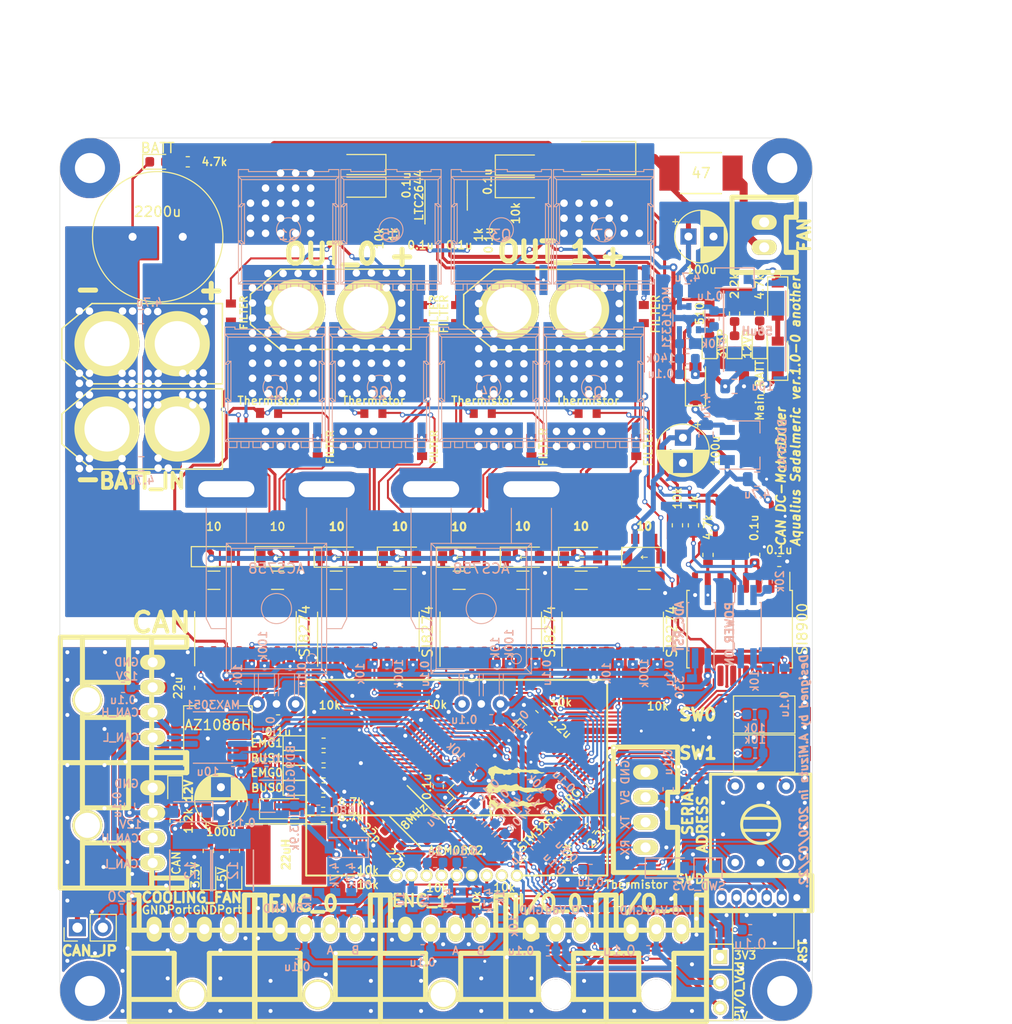
<source format=kicad_pcb>
(kicad_pcb (version 20171130) (host pcbnew "(5.1.5)-3")
  (layers (0 F.Cu signal) (31 B.Cu signal) (34 B.Paste user) (35 F.Paste user) (36 B.SilkS user) (37 F.SilkS user) (38 B.Mask user) (39 F.Mask user) (44 Edge.Cuts user))
  (net 0 "")
  (net 1 /OSC_IN)
  (net 2 GND)
  (net 3 /~RST)
  (net 4 /OSC_OUT)
  (net 5 +3V3)
  (net 6 /CAN_Vdd)
  (net 7 "Net-(C13-Pad1)")
  (net 8 "Net-(C14-Pad1)")
  (net 9 /FB_PWR_OUT)
  (net 10 /FB_PWR)
  (net 11 "Net-(C19-Pad1)")
  (net 12 "Net-(C20-Pad1)")
  (net 13 GNDPWR)
  (net 14 +3.3VP)
  (net 15 "Net-(C23-Pad2)")
  (net 16 "Net-(C23-Pad1)")
  (net 17 /Voltage)
  (net 18 /batt)
  (net 19 +12P)
  (net 20 "Net-(C30-Pad1)")
  (net 21 "Net-(C31-Pad1)")
  (net 22 +BATT)
  (net 23 +5V)
  (net 24 "Net-(D2-Pad2)")
  (net 25 "Net-(D3-Pad2)")
  (net 26 "Net-(D4-Pad2)")
  (net 27 +12V)
  (net 28 /PWM0_L)
  (net 29 /PWM0_R)
  (net 30 "Net-(D13-Pad2)")
  (net 31 "Net-(D14-Pad2)")
  (net 32 "Net-(D19-Pad2)")
  (net 33 "Net-(D20-Pad2)")
  (net 34 "Net-(D21-Pad2)")
  (net 35 "Net-(D22-Pad2)")
  (net 36 "Net-(D23-Pad2)")
  (net 37 "Net-(D26-Pad2)")
  (net 38 "Net-(JP1-Pad1)")
  (net 39 /CAN_H)
  (net 40 "Net-(JP2-Pad2)")
  (net 41 /SWCLK)
  (net 42 /SWDIO)
  (net 43 "Net-(P1-Pad6)")
  (net 44 /CAN_L)
  (net 45 /USART2_RX)
  (net 46 /USART2_TX)
  (net 47 "Net-(P7-Pad2)")
  (net 48 "Net-(R1-Pad1)")
  (net 49 /SW0)
  (net 50 /SW1)
  (net 51 /LED0)
  (net 52 /LED1)
  (net 53 /LED2)
  (net 54 "Net-(R9-Pad2)")
  (net 55 /EN0)
  (net 56 "Net-(R11-Pad1)")
  (net 57 "Net-(R12-Pad1)")
  (net 58 "Net-(R17-Pad2)")
  (net 59 "Net-(R18-Pad2)")
  (net 60 "Net-(R30-Pad2)")
  (net 61 "Net-(R31-Pad2)")
  (net 62 "Net-(R35-Pad1)")
  (net 63 /FB)
  (net 64 "Net-(R40-Pad1)")
  (net 65 /ADR_1)
  (net 66 /ADR_8)
  (net 67 /ADR_4)
  (net 68 /ADR_2)
  (net 69 /CAN1_RX)
  (net 70 /CAN1_TX)
  (net 71 /USART1_TX)
  (net 72 /USART1_RX)
  (net 73 "Net-(U4-Pad13)")
  (net 74 "Net-(U4-Pad12)")
  (net 75 "Net-(U4-Pad7)")
  (net 76 "Net-(U4-Pad2)")
  (net 77 "Net-(U5-Pad6)")
  (net 78 "Net-(U5-Pad11)")
  (net 79 "Net-(U5-Pad14)")
  (net 80 "Net-(U5-Pad15)")
  (net 81 "Net-(D27-Pad2)")
  (net 82 "Net-(P11-Pad4)")
  (net 83 "Net-(P11-Pad3)")
  (net 84 /TIM3_CH1)
  (net 85 /TIM3_CH2)
  (net 86 "Net-(C39-Pad1)")
  (net 87 "Net-(C39-Pad2)")
  (net 88 /ADC_~RST)
  (net 89 "Net-(D32-Pad2)")
  (net 90 "Net-(D33-Pad2)")
  (net 91 "Net-(D34-Pad2)")
  (net 92 /OUT0_L)
  (net 93 /OUT0_R)
  (net 94 /OUT1_L)
  (net 95 "Net-(C48-Pad1)")
  (net 96 /Current1)
  (net 97 /Current0)
  (net 98 /OUT1_R)
  (net 99 /PWM1_R)
  (net 100 /MOTOR0_BATT)
  (net 101 /PWM1_L)
  (net 102 /LED3)
  (net 103 /MOTOR1_BATT)
  (net 104 "Net-(P13-Pad3)")
  (net 105 "Net-(P13-Pad4)")
  (net 106 /EN1)
  (net 107 "Net-(R57-Pad1)")
  (net 108 "Net-(R60-Pad1)")
  (net 109 "Net-(U8-Pad13)")
  (net 110 "Net-(U8-Pad12)")
  (net 111 "Net-(U8-Pad7)")
  (net 112 "Net-(U8-Pad2)")
  (net 113 "Net-(U14-Pad2)")
  (net 114 "Net-(U14-Pad7)")
  (net 115 "Net-(U14-Pad12)")
  (net 116 "Net-(U14-Pad13)")
  (net 117 "Net-(C45-Pad1)")
  (net 118 "Net-(C46-Pad1)")
  (net 119 "Net-(C49-Pad1)")
  (net 120 "Net-(D1-Pad2)")
  (net 121 "Net-(D11-Pad2)")
  (net 122 "Net-(Q1-PadG)")
  (net 123 "Net-(Q2-PadG)")
  (net 124 "Net-(Q3-PadG)")
  (net 125 "Net-(Q4-PadG)")
  (net 126 "Net-(Q5-PadG)")
  (net 127 "Net-(Q6-PadG)")
  (net 128 "Net-(Q7-PadG)")
  (net 129 "Net-(Q8-PadG)")
  (net 130 "Net-(R13-Pad1)")
  (net 131 "Net-(R53-Pad2)")
  (net 132 "Net-(R54-Pad2)")
  (net 133 "Net-(R63-Pad2)")
  (net 134 "Net-(R64-Pad2)")
  (net 135 "Net-(R65-Pad1)")
  (net 136 "Net-(U12-Pad2)")
  (net 137 "Net-(U12-Pad7)")
  (net 138 "Net-(U12-Pad12)")
  (net 139 "Net-(U12-Pad13)")
  (net 140 /Motor0R_Tmp)
  (net 141 /Motor0L_Tmp)
  (net 142 /Motor1L_Tmp)
  (net 143 /Motor1R_Tmp)
  (net 144 /Substrate_Temp)
  (net 145 "Net-(U3-Pad4)")
  (net 146 /IO_0)
  (net 147 /IO_1)
  (net 148 /TIM4_CH1)
  (net 149 /TIM4_CH2)
  (net 150 "Net-(U3-Pad14)")
  (net 151 "Net-(U3-Pad15)")
  (net 152 "Net-(P2-Pad2)")
  (net 153 "Net-(P12-Pad2)")
  (net 154 "Net-(P2-Pad4)")
  (net 155 "Net-(C62-Pad1)")
  (net 156 "Net-(C63-Pad2)")
  (net 157 "Net-(C63-Pad1)")
  (net 158 "Net-(U17-Pad1)")
  (net 159 "Net-(D7-Pad2)")
  (net 160 "Net-(D8-Pad2)")
  (net 161 "Net-(D9-Pad2)")
  (net 162 "Net-(D39-Pad2)")
  (net 163 IO_Vdd)
  (net 164 "Net-(U3-Pad24)")
  (net 165 /I2C2_SCL)
  (net 166 /I2C2_SDA)
  (net 167 "Net-(U3-Pad50)")
  (net 168 "Net-(U3-Pad51)")
  (net 169 /PWR_ON_PIN)
  (net 170 "Net-(U3-Pad33)")
  (net 171 /ADC_~RST~_PIN)
  (net 172 "Net-(D10-Pad1)")
  (net 173 "Net-(D12-Pad1)")
  (net 174 /MOTOR1_OUT)
  (net 175 /MOTOR0_OUT)
  (net 176 /MOTOR0_VOLTAGE_DAC)
  (net 177 /MOTOR1_VOLTAGE_DAC)
  (net 178 "Net-(D25-Pad2)")
  (net 179 "Net-(U7-Pad4)")
  (module Mizz_lib:ACS785xCB (layer B.Cu) (at 94.09 107.4 180)
    (fp_text reference U10 hide)
    (fp_text value ACS758 (at 0 13.5 180) (layer B.SilkS) (effects (justify mirror)))
    (pad 1 thru_hole circle (at -1.91 0 180) (size 1.524 1.524) (drill 0.762) (layers *.Cu *.Mask) (net 5 +3V3))
    (pad 2 thru_hole circle (at 0 0 180) (size 1.524 1.524) (drill 0.762) (layers *.Cu *.Mask) (net 2 GND))
    (pad 3 thru_hole circle (at 1.91 0 180) (size 1.524 1.524) (drill 0.762) (layers *.Cu *.Mask) (net 108 "Net-(R60-Pad1)"))
    (pad 4 thru_hole oval (at 5 21.4 180) (size 8 3.5) (drill oval 5.6 1.6) (layers *.Cu *.Mask) (net 100 /MOTOR0_BATT))
    (pad 5 thru_hole oval (at -5 21.4 180) (size 8 3.5) (drill oval 5.6 1.6) (layers *.Cu *.Mask) (net 13 GNDPWR))
  )
  (module Mizz_lib:ACS785xCB (layer B.Cu) (at 114.5 107.4 180)
    (fp_text reference U13 hide)
    (fp_text value ACS758 (at 0 13.5 180) (layer B.SilkS) (effects (justify mirror)))
    (pad 5 thru_hole oval (at -5 21.4 180) (size 8 3.5) (drill oval 5.6 1.6) (layers *.Cu *.Mask) (net 13 GNDPWR))
    (pad 4 thru_hole oval (at 5 21.4 180) (size 8 3.5) (drill oval 5.6 1.6) (layers *.Cu *.Mask) (net 103 /MOTOR1_BATT))
    (pad 3 thru_hole circle (at 1.91 0 180) (size 1.524 1.524) (drill 0.762) (layers *.Cu *.Mask) (net 107 "Net-(R57-Pad1)"))
    (pad 2 thru_hole circle (at 0 0 180) (size 1.524 1.524) (drill 0.762) (layers *.Cu *.Mask) (net 2 GND))
    (pad 1 thru_hole circle (at -1.91 0 180) (size 1.524 1.524) (drill 0.762) (layers *.Cu *.Mask) (net 5 +3V3))
  )
  (module Mizz_lib:HSOF-8-1 (layer B.Cu) (at 104.35 75.85 180)
    (fp_text reference Q6 (at 0 -0.5) (layer B.SilkS) (effects (justify mirror)))
    (fp_text value MOSFET_N)
    (pad D smd rect (at 0 2.5 180) (size 10 8) (layers B.Cu B.Paste B.Mask) (net 93 /OUT0_R))
    (pad G smd rect (at -4.2 -5 180) (size 0.8 3) (layers B.Cu B.Paste B.Mask) (net 127 "Net-(Q6-PadG)"))
    (pad S smd rect (at 0.6 -5 180) (size 8 3) (layers B.Cu B.Paste B.Mask) (net 100 /MOTOR0_BATT))
  )
  (module Package_QFP:LQFP-64_10x10mm_P0.5mm (layer F.Cu) (at 118.35 116.075 45)
    (fp_text reference U3 hide)
    (fp_text value STM32F405RG (at 0 4.101219 45) (layer F.SilkS) (effects (font (size 0.8 0.8))))
    (pad 1 smd roundrect (at -5.675 -3.75 45) (size 1.55 0.3) (layers F.Cu F.Paste F.Mask) (net 5 +3V3))
    (pad 2 smd roundrect (at -5.675 -3.25 45) (size 1.55 0.3) (layers F.Cu F.Paste F.Mask) (net 146 /IO_0))
    (pad 3 smd roundrect (at -5.675 -2.75 45) (size 1.55 0.3) (layers F.Cu F.Paste F.Mask) (net 147 /IO_1))
    (pad 4 smd roundrect (at -5.675 -2.25 45) (size 1.55 0.3) (layers F.Cu F.Paste F.Mask) (net 145 "Net-(U3-Pad4)"))
    (pad 5 smd roundrect (at -5.675 -1.75 45) (size 1.55 0.3) (layers F.Cu F.Paste F.Mask) (net 1 /OSC_IN))
    (pad 6 smd roundrect (at -5.675 -1.25 45) (size 1.55 0.3) (layers F.Cu F.Paste F.Mask) (net 4 /OSC_OUT))
    (pad 7 smd roundrect (at -5.675 -0.75 45) (size 1.55 0.3) (layers F.Cu F.Paste F.Mask) (net 3 /~RST))
    (pad 8 smd roundrect (at -5.675 -0.25 45) (size 1.55 0.3) (layers F.Cu F.Paste F.Mask) (net 140 /Motor0R_Tmp))
    (pad 9 smd roundrect (at -5.675 0.25 45) (size 1.55 0.3) (layers F.Cu F.Paste F.Mask) (net 141 /Motor0L_Tmp))
    (pad 10 smd roundrect (at -5.675 0.75 45) (size 1.55 0.3) (layers F.Cu F.Paste F.Mask) (net 96 /Current1))
    (pad 11 smd roundrect (at -5.675 1.25 45) (size 1.55 0.3) (layers F.Cu F.Paste F.Mask) (net 97 /Current0))
    (pad 12 smd roundrect (at -5.675 1.75 45) (size 1.55 0.3) (layers F.Cu F.Paste F.Mask) (net 2 GND))
    (pad 13 smd roundrect (at -5.675 2.25 45) (size 1.55 0.3) (layers F.Cu F.Paste F.Mask) (net 5 +3V3))
    (pad 14 smd roundrect (at -5.675 2.75 45) (size 1.55 0.3) (layers F.Cu F.Paste F.Mask) (net 150 "Net-(U3-Pad14)"))
    (pad 15 smd roundrect (at -5.675 3.25 45) (size 1.55 0.3) (layers F.Cu F.Paste F.Mask) (net 151 "Net-(U3-Pad15)"))
    (pad 16 smd roundrect (at -5.675 3.75 45) (size 1.55 0.3) (layers F.Cu F.Paste F.Mask) (net 46 /USART2_TX))
    (pad 17 smd roundrect (at -3.75 5.675 45) (size 0.3 1.55) (layers F.Cu F.Paste F.Mask) (net 45 /USART2_RX))
    (pad 18 smd roundrect (at -3.25 5.675 45) (size 0.3 1.55) (layers F.Cu F.Paste F.Mask) (net 2 GND))
    (pad 19 smd roundrect (at -2.75 5.675 45) (size 0.3 1.55) (layers F.Cu F.Paste F.Mask) (net 5 +3V3))
    (pad 20 smd roundrect (at -2.25 5.675 45) (size 0.3 1.55) (layers F.Cu F.Paste F.Mask) (net 144 /Substrate_Temp))
    (pad 21 smd roundrect (at -1.75 5.675 45) (size 0.3 1.55) (layers F.Cu F.Paste F.Mask) (net 67 /ADR_4))
    (pad 22 smd roundrect (at -1.25 5.675 45) (size 0.3 1.55) (layers F.Cu F.Paste F.Mask) (net 66 /ADR_8))
    (pad 23 smd roundrect (at -0.75 5.675 45) (size 0.3 1.55) (layers F.Cu F.Paste F.Mask) (net 65 /ADR_1))
    (pad 24 smd roundrect (at -0.25 5.675 45) (size 0.3 1.55) (layers F.Cu F.Paste F.Mask) (net 164 "Net-(U3-Pad24)"))
    (pad 25 smd roundrect (at 0.25 5.675 45) (size 0.3 1.55) (layers F.Cu F.Paste F.Mask) (net 143 /Motor1R_Tmp))
    (pad 26 smd roundrect (at 0.75 5.675 45) (size 0.3 1.55) (layers F.Cu F.Paste F.Mask) (net 142 /Motor1L_Tmp))
    (pad 27 smd roundrect (at 1.25 5.675 45) (size 0.3 1.55) (layers F.Cu F.Paste F.Mask) (net 68 /ADR_2))
    (pad 28 smd roundrect (at 1.75 5.675 45) (size 0.3 1.55) (layers F.Cu F.Paste F.Mask) (net 54 "Net-(R9-Pad2)"))
    (pad 29 smd roundrect (at 2.25 5.675 45) (size 0.3 1.55) (layers F.Cu F.Paste F.Mask) (net 165 /I2C2_SCL))
    (pad 30 smd roundrect (at 2.75 5.675 45) (size 0.3 1.55) (layers F.Cu F.Paste F.Mask) (net 166 /I2C2_SDA))
    (pad 31 smd roundrect (at 3.25 5.675 45) (size 0.3 1.55) (layers F.Cu F.Paste F.Mask) (net 7 "Net-(C13-Pad1)"))
    (pad 32 smd roundrect (at 3.75 5.675 45) (size 0.3 1.55) (layers F.Cu F.Paste F.Mask) (net 5 +3V3))
    (pad 33 smd roundrect (at 5.675 3.75 45) (size 1.55 0.3) (layers F.Cu F.Paste F.Mask) (net 170 "Net-(U3-Pad33)"))
    (pad 34 smd roundrect (at 5.675 3.25 45) (size 1.55 0.3) (layers F.Cu F.Paste F.Mask) (net 106 /EN1))
    (pad 35 smd roundrect (at 5.675 2.75 45) (size 1.55 0.3) (layers F.Cu F.Paste F.Mask) (net 99 /PWM1_R))
    (pad 36 smd roundrect (at 5.675 2.25 45) (size 1.55 0.3) (layers F.Cu F.Paste F.Mask) (net 101 /PWM1_L))
    (pad 37 smd roundrect (at 5.675 1.75 45) (size 1.55 0.3) (layers F.Cu F.Paste F.Mask) (net 55 /EN0))
    (pad 38 smd roundrect (at 5.675 1.25 45) (size 1.55 0.3) (layers F.Cu F.Paste F.Mask) (net 28 /PWM0_L))
    (pad 39 smd roundrect (at 5.675 0.75 45) (size 1.55 0.3) (layers F.Cu F.Paste F.Mask) (net 29 /PWM0_R))
    (pad 40 smd roundrect (at 5.675 0.25 45) (size 1.55 0.3) (layers F.Cu F.Paste F.Mask) (net 50 /SW1))
    (pad 41 smd roundrect (at 5.675 -0.25 45) (size 1.55 0.3) (layers F.Cu F.Paste F.Mask) (net 49 /SW0))
    (pad 42 smd roundrect (at 5.675 -0.75 45) (size 1.55 0.3) (layers F.Cu F.Paste F.Mask) (net 71 /USART1_TX))
    (pad 43 smd roundrect (at 5.675 -1.25 45) (size 1.55 0.3) (layers F.Cu F.Paste F.Mask) (net 72 /USART1_RX))
    (pad 44 smd roundrect (at 5.675 -1.75 45) (size 1.55 0.3) (layers F.Cu F.Paste F.Mask) (net 169 /PWR_ON_PIN))
    (pad 45 smd roundrect (at 5.675 -2.25 45) (size 1.55 0.3) (layers F.Cu F.Paste F.Mask) (net 171 /ADC_~RST~_PIN))
    (pad 46 smd roundrect (at 5.675 -2.75 45) (size 1.55 0.3) (layers F.Cu F.Paste F.Mask) (net 42 /SWDIO))
    (pad 47 smd roundrect (at 5.675 -3.25 45) (size 1.55 0.3) (layers F.Cu F.Paste F.Mask) (net 8 "Net-(C14-Pad1)"))
    (pad 48 smd roundrect (at 5.675 -3.75 45) (size 1.55 0.3) (layers F.Cu F.Paste F.Mask) (net 5 +3V3))
    (pad 49 smd roundrect (at 3.75 -5.675 45) (size 0.3 1.55) (layers F.Cu F.Paste F.Mask) (net 41 /SWCLK))
    (pad 50 smd roundrect (at 3.25 -5.675 45) (size 0.3 1.55) (layers F.Cu F.Paste F.Mask) (net 167 "Net-(U3-Pad50)"))
    (pad 51 smd roundrect (at 2.75 -5.675 45) (size 0.3 1.55) (layers F.Cu F.Paste F.Mask) (net 168 "Net-(U3-Pad51)"))
    (pad 52 smd roundrect (at 2.25 -5.675 45) (size 0.3 1.55) (layers F.Cu F.Paste F.Mask) (net 51 /LED0))
    (pad 53 smd roundrect (at 1.75 -5.675 45) (size 0.3 1.55) (layers F.Cu F.Paste F.Mask) (net 52 /LED1))
    (pad 54 smd roundrect (at 1.25 -5.675 45) (size 0.3 1.55) (layers F.Cu F.Paste F.Mask) (net 53 /LED2))
    (pad 55 smd roundrect (at 0.75 -5.675 45) (size 0.3 1.55) (layers F.Cu F.Paste F.Mask) (net 102 /LED3))
    (pad 56 smd roundrect (at 0.25 -5.675 45) (size 0.3 1.55) (layers F.Cu F.Paste F.Mask) (net 84 /TIM3_CH1))
    (pad 57 smd roundrect (at -0.25 -5.675 45) (size 0.3 1.55) (layers F.Cu F.Paste F.Mask) (net 85 /TIM3_CH2))
    (pad 58 smd roundrect (at -0.75 -5.675 45) (size 0.3 1.55) (layers F.Cu F.Paste F.Mask) (net 148 /TIM4_CH1))
    (pad 59 smd roundrect (at -1.25 -5.675 45) (size 0.3 1.55) (layers F.Cu F.Paste F.Mask) (net 149 /TIM4_CH2))
    (pad 60 smd roundrect (at -1.75 -5.675 45) (size 0.3 1.55) (layers F.Cu F.Paste F.Mask) (net 48 "Net-(R1-Pad1)"))
    (pad 61 smd roundrect (at -2.25 -5.675 45) (size 0.3 1.55) (layers F.Cu F.Paste F.Mask) (net 69 /CAN1_RX))
    (pad 62 smd roundrect (at -2.75 -5.675 45) (size 0.3 1.55) (layers F.Cu F.Paste F.Mask) (net 70 /CAN1_TX))
    (pad 63 smd roundrect (at -3.25 -5.675 45) (size 0.3 1.55) (layers F.Cu F.Paste F.Mask) (net 2 GND))
    (pad 64 smd roundrect (at -3.75 -5.675 45) (size 0.3 1.55) (layers F.Cu F.Paste F.Mask) (net 5 +3V3))
  )
  (module Mizz_lib:XT60_F (layer F.Cu) (at 120.75 68.1)
    (fp_text reference P10)
    (fp_text value OUT_1 (at 0 -5.75 unlocked) (layer F.SilkS) (effects (font (size 2 2) (thickness 0.5))))
    (pad 2 thru_hole circle (at 3.5 0) (size 6 6) (drill 4.5) (layers *.Cu *.Mask F.SilkS) (net 98 /OUT1_R))
    (pad 1 thru_hole circle (at -3.5 0) (size 6 6) (drill 4.5) (layers *.Cu *.Mask F.SilkS) (net 94 /OUT1_L))
  )
  (module Mizz_lib:XT60_F (layer F.Cu) (at 99.5 68.075)
    (fp_text reference P15)
    (fp_text value OUT_0 (at 0 -5.5) (layer F.SilkS) (effects (font (size 2 2) (thickness 0.5))))
    (pad 2 thru_hole circle (at 3.5 0) (size 6 6) (drill 4.5) (layers *.Cu *.Mask F.SilkS) (net 93 /OUT0_R))
    (pad 1 thru_hole circle (at -3.5 0) (size 6 6) (drill 4.5) (layers *.Cu *.Mask F.SilkS) (net 92 /OUT0_L))
  )
  (module Mizz_lib:rotary_0F (layer F.Cu) (at 142.35 119.4 180)
    (fp_text reference U19 hide)
    (fp_text value ADRESS (at 5.8 0 270) (layer F.SilkS) (effects (font (thickness 0.25))))
    (pad 1 thru_hole circle (at -2.54 3.81 180) (size 1.524 1.524) (drill 0.762) (layers *.Cu *.Mask) (net 68 /ADR_2))
    (pad 2 thru_hole circle (at 0 3.81 180) (size 1.524 1.524) (drill 0.762) (layers *.Cu *.Mask) (net 2 GND))
    (pad 3 thru_hole circle (at 2.54 3.81 180) (size 1.524 1.524) (drill 0.762) (layers *.Cu *.Mask) (net 65 /ADR_1))
    (pad 4 thru_hole circle (at 2.54 -3.81 180) (size 1.524 1.524) (drill 0.762) (layers *.Cu *.Mask) (net 67 /ADR_4))
    (pad 5 thru_hole circle (at 0 -3.81 180) (size 1.524 1.524) (drill 0.762) (layers *.Cu *.Mask) (net 2 GND))
    (pad 6 thru_hole circle (at -2.54 -3.81 180) (size 1.524 1.524) (drill 0.762) (layers *.Cu *.Mask) (net 66 /ADR_8))
  )
  (module Capacitor_SMD:C_0603_1608Metric (layer B.Cu) (at 115.5 108.975 180)
    (fp_text reference C21 hide)
    (fp_text value 0.1u (at 2.7 0) (layer B.SilkS) (effects (font (size 0.8 0.8)) (justify mirror)))
    (pad 1 smd roundrect (at -0.7875 0 180) (size 0.875 0.95) (layers B.Cu B.Paste B.Mask) (net 5 +3V3))
    (pad 2 smd roundrect (at 0.7875 0 180) (size 0.875 0.95) (layers B.Cu B.Paste B.Mask) (net 2 GND))
  )
  (module Mizz_lib:AQM0802_original (layer F.Cu) (at 112.05 114.25)
    (fp_text reference U17 hide)
    (fp_text value AQM0802 (at -0.1 7.75) (layer F.SilkS) (effects (font (size 0.8 0.8))))
    (pad 9 thru_hole circle (at 6 10.25) (size 1.2 1.2) (drill 0.8) (layers *.Cu *.Mask F.SilkS) (net 5 +3V3))
    (pad 8 thru_hole circle (at 4.5 10.25) (size 1.2 1.2) (drill 0.8) (layers *.Cu *.Mask F.SilkS) (net 165 /I2C2_SCL))
    (pad 7 thru_hole circle (at 3 10.25) (size 1.2 1.2) (drill 0.8) (layers *.Cu *.Mask F.SilkS) (net 166 /I2C2_SDA))
    (pad 6 thru_hole circle (at 1.5 10.25) (size 1.2 1.2) (drill 0.8) (layers *.Cu *.Mask F.SilkS) (net 2 GND))
    (pad 5 thru_hole circle (at 0 10.25) (size 1.2 1.2) (drill 0.8) (layers *.Cu *.Mask F.SilkS) (net 5 +3V3))
    (pad 4 thru_hole circle (at -1.5 10.25) (size 1.2 1.2) (drill 0.8) (layers *.Cu *.Mask F.SilkS) (net 156 "Net-(C63-Pad2)"))
    (pad 3 thru_hole circle (at -3 10.25) (size 1.2 1.2) (drill 0.8) (layers *.Cu *.Mask F.SilkS) (net 157 "Net-(C63-Pad1)"))
    (pad 2 thru_hole circle (at -4.5 10.25) (size 1.2 1.2) (drill 0.8) (layers *.Cu *.Mask F.SilkS) (net 155 "Net-(C62-Pad1)"))
    (pad 1 thru_hole circle (at -6 10.25) (size 1.2 1.2) (drill 0.8) (layers *.Cu *.Mask F.SilkS) (net 158 "Net-(U17-Pad1)"))
  )
  (module Mizz_lib:XA_4L (layer F.Cu) (at 81.9 129.85)
    (fp_text reference P2 hide)
    (fp_text value MOTOR_COOLING hide)
    (pad 1 thru_hole oval (at 0 0) (size 1.5 2.5) (drill 1) (layers *.Cu *.Mask F.SilkS) (net 2 GND))
    (pad 2 thru_hole oval (at 2.5 0) (size 1.5 2.5) (drill 1) (layers *.Cu *.Mask F.SilkS) (net 152 "Net-(P2-Pad2)"))
    (pad 3 thru_hole oval (at 5 0) (size 1.5 2.5) (drill 1) (layers *.Cu *.Mask F.SilkS) (net 2 GND))
    (pad 4 thru_hole oval (at 7.5 0) (size 1.5 2.5) (drill 1) (layers *.Cu *.Mask F.SilkS) (net 154 "Net-(P2-Pad4)"))
    (pad "" thru_hole circle (at 3.75 6.5) (size 3 3) (drill 2.5) (layers *.Cu *.Mask F.SilkS))
  )
  (module Capacitor_SMD:C_0603_1608Metric (layer B.Cu) (at 116.3 120.9 225)
    (fp_text reference C50 hide)
    (fp_text value 470n (at -2.899138 0 45) (layer B.SilkS) (effects (font (size 0.8 0.8)) (justify mirror)))
    (pad 1 smd roundrect (at -0.7875 0 225) (size 0.875 0.95) (layers B.Cu B.Paste B.Mask) (net 97 /Current0))
    (pad 2 smd roundrect (at 0.7875 0 225) (size 0.875 0.95) (layers B.Cu B.Paste B.Mask) (net 2 GND))
  )
  (module Package_SO:SOIC-16W_7.5x10.3mm_P1.27mm (layer F.Cu) (at 140.25 99.95 270)
    (fp_text reference U5 hide)
    (fp_text value SI8900 (at 0 -6.25 90) (layer F.SilkS))
    (pad 1 smd roundrect (at -4.65 -4.445 270) (size 2.05 0.6) (layers F.Cu F.Paste F.Mask) (net 14 +3.3VP))
    (pad 2 smd roundrect (at -4.65 -3.175 270) (size 2.05 0.6) (layers F.Cu F.Paste F.Mask) (net 14 +3.3VP))
    (pad 3 smd roundrect (at -4.65 -1.905 270) (size 2.05 0.6) (layers F.Cu F.Paste F.Mask) (net 17 /Voltage))
    (pad 4 smd roundrect (at -4.65 -0.635 270) (size 2.05 0.6) (layers F.Cu F.Paste F.Mask) (net 176 /MOTOR0_VOLTAGE_DAC))
    (pad 5 smd roundrect (at -4.65 0.635 270) (size 2.05 0.6) (layers F.Cu F.Paste F.Mask) (net 177 /MOTOR1_VOLTAGE_DAC))
    (pad 6 smd roundrect (at -4.65 1.905 270) (size 2.05 0.6) (layers F.Cu F.Paste F.Mask) (net 77 "Net-(U5-Pad6)"))
    (pad 7 smd roundrect (at -4.65 3.175 270) (size 2.05 0.6) (layers F.Cu F.Paste F.Mask) (net 88 /ADC_~RST))
    (pad 8 smd roundrect (at -4.65 4.445 270) (size 2.05 0.6) (layers F.Cu F.Paste F.Mask) (net 13 GNDPWR))
    (pad 9 smd roundrect (at 4.65 4.445 270) (size 2.05 0.6) (layers F.Cu F.Paste F.Mask) (net 2 GND))
    (pad 10 smd roundrect (at 4.65 3.175 270) (size 2.05 0.6) (layers F.Cu F.Paste F.Mask) (net 5 +3V3))
    (pad 11 smd roundrect (at 4.65 1.905 270) (size 2.05 0.6) (layers F.Cu F.Paste F.Mask) (net 78 "Net-(U5-Pad11)"))
    (pad 12 smd roundrect (at 4.65 0.635 270) (size 2.05 0.6) (layers F.Cu F.Paste F.Mask) (net 72 /USART1_RX))
    (pad 13 smd roundrect (at 4.65 -0.635 270) (size 2.05 0.6) (layers F.Cu F.Paste F.Mask) (net 71 /USART1_TX))
    (pad 14 smd roundrect (at 4.65 -1.905 270) (size 2.05 0.6) (layers F.Cu F.Paste F.Mask) (net 79 "Net-(U5-Pad14)"))
    (pad 15 smd roundrect (at 4.65 -3.175 270) (size 2.05 0.6) (layers F.Cu F.Paste F.Mask) (net 80 "Net-(U5-Pad15)"))
    (pad 16 smd roundrect (at 4.65 -4.445 270) (size 2.05 0.6) (layers F.Cu F.Paste F.Mask) (net 5 +3V3))
  )
  (module Mizz_lib:XA_4L (layer F.Cu) (at 81.75 115.75 270)
    (fp_text reference P4 hide)
    (fp_text value CAN (at 7.5 -2.35 90) (layer F.SilkS) (effects (font (size 0.8 0.8))))
    (pad 1 thru_hole oval (at 0 0 270) (size 1.5 2.5) (drill 1) (layers *.Cu *.Mask F.SilkS) (net 2 GND))
    (pad 2 thru_hole oval (at 2.5 0 270) (size 1.5 2.5) (drill 1) (layers *.Cu *.Mask F.SilkS) (net 6 /CAN_Vdd))
    (pad 3 thru_hole oval (at 5 0 270) (size 1.5 2.5) (drill 1) (layers *.Cu *.Mask F.SilkS) (net 39 /CAN_H))
    (pad 4 thru_hole oval (at 7.5 0 270) (size 1.5 2.5) (drill 1) (layers *.Cu *.Mask F.SilkS) (net 44 /CAN_L))
    (pad "" thru_hole circle (at 3.75 6.5 270) (size 3 3) (drill 2.5) (layers *.Cu *.Mask F.SilkS))
  )
  (module Mizz_lib:XA_4L (layer F.Cu) (at 81.75 103.25 270)
    (fp_text reference P3 hide)
    (fp_text value CAN (at -3.95 -0.85 180) (layer F.SilkS) (effects (font (size 2 2) (thickness 0.4))))
    (pad "" thru_hole circle (at 3.75 6.5 270) (size 3 3) (drill 2.5) (layers *.Cu *.Mask F.SilkS))
    (pad 4 thru_hole oval (at 7.5 0 270) (size 1.5 2.5) (drill 1) (layers *.Cu *.Mask F.SilkS) (net 44 /CAN_L))
    (pad 3 thru_hole oval (at 5 0 270) (size 1.5 2.5) (drill 1) (layers *.Cu *.Mask F.SilkS) (net 39 /CAN_H))
    (pad 2 thru_hole oval (at 2.5 0 270) (size 1.5 2.5) (drill 1) (layers *.Cu *.Mask F.SilkS) (net 6 /CAN_Vdd))
    (pad 1 thru_hole oval (at 0 0 270) (size 1.5 2.5) (drill 1) (layers *.Cu *.Mask F.SilkS) (net 2 GND))
  )
  (module Mizz_lib:XA_4L (layer F.Cu) (at 94.45 129.85)
    (fp_text reference P11 hide)
    (fp_text value ENC_0 (at 2.25 -2.55) (layer F.SilkS) (effects (font (size 1.5 1.5) (thickness 0.375))))
    (pad "" thru_hole circle (at 3.75 6.5) (size 3 3) (drill 2.5) (layers *.Cu *.Mask F.SilkS))
    (pad 4 thru_hole oval (at 7.5 0) (size 1.5 2.5) (drill 1) (layers *.Cu *.Mask F.SilkS) (net 82 "Net-(P11-Pad4)"))
    (pad 3 thru_hole oval (at 5 0) (size 1.5 2.5) (drill 1) (layers *.Cu *.Mask F.SilkS) (net 83 "Net-(P11-Pad3)"))
    (pad 2 thru_hole oval (at 2.5 0) (size 1.5 2.5) (drill 1) (layers *.Cu *.Mask F.SilkS) (net 23 +5V))
    (pad 1 thru_hole oval (at 0 0) (size 1.5 2.5) (drill 1) (layers *.Cu *.Mask F.SilkS) (net 2 GND))
  )
  (module Mizz_lib:XA_4L (layer F.Cu) (at 106.95 129.85)
    (fp_text reference P13 hide)
    (fp_text value ENC_1 (at 1.45 -2.85) (layer F.SilkS) (effects (font (size 1.2 1.2) (thickness 0.25))))
    (pad 1 thru_hole oval (at 0 0) (size 1.5 2.5) (drill 1) (layers *.Cu *.Mask F.SilkS) (net 2 GND))
    (pad 2 thru_hole oval (at 2.5 0) (size 1.5 2.5) (drill 1) (layers *.Cu *.Mask F.SilkS) (net 23 +5V))
    (pad 3 thru_hole oval (at 5 0) (size 1.5 2.5) (drill 1) (layers *.Cu *.Mask F.SilkS) (net 104 "Net-(P13-Pad3)"))
    (pad 4 thru_hole oval (at 7.5 0) (size 1.5 2.5) (drill 1) (layers *.Cu *.Mask F.SilkS) (net 105 "Net-(P13-Pad4)"))
    (pad "" thru_hole circle (at 3.75 6.5) (size 3 3) (drill 2.5) (layers *.Cu *.Mask F.SilkS))
  )
  (module Mizz_lib:XA_2P (layer F.Cu) (at 142.7 61.9 90)
    (fp_text reference P7 hide)
    (fp_text value FAN (at 1.25 4 270) (layer F.SilkS) (effects (font (size 1.2 1.2) (thickness 0.3))))
    (pad 1 thru_hole oval (at 2.5 0 90) (size 1.5 2.5) (drill 1) (layers *.Cu *.Mask F.SilkS) (net 13 GNDPWR))
    (pad 2 thru_hole oval (at 0 0 90) (size 1.5 2.5) (drill 1) (layers *.Cu *.Mask F.SilkS) (net 47 "Net-(P7-Pad2)"))
  )
  (module Mizz_lib:XA_4P (layer F.Cu) (at 130.875 121.7 90)
    (fp_text reference P5 hide)
    (fp_text value SERIAL (at 3.75 4.2 270) (layer F.SilkS) (effects (font (thickness 0.25))))
    (pad 4 thru_hole oval (at 0 0 90) (size 1.5 2.5) (drill 1) (layers *.Cu *.Mask F.SilkS) (net 45 /USART2_RX))
    (pad 3 thru_hole oval (at 2.5 0 90) (size 1.5 2.5) (drill 1) (layers *.Cu *.Mask F.SilkS) (net 46 /USART2_TX))
    (pad 2 thru_hole oval (at 5 0 90) (size 1.5 2.5) (drill 1) (layers *.Cu *.Mask F.SilkS) (net 23 +5V))
    (pad 1 thru_hole oval (at 7.5 0 90) (size 1.5 2.5) (drill 1) (layers *.Cu *.Mask F.SilkS) (net 2 GND))
  )
  (module Mizz_lib:ZH_6P (layer F.Cu) (at 145.95 126.7 180)
    (fp_text reference P1 hide)
    (fp_text value SWD (at 10.65 1.85) (layer F.SilkS) (effects (font (size 0.9 0.9) (thickness 0.2))))
    (pad 1 thru_hole oval (at 0 0 180) (size 1 1.524) (drill 0.7) (layers *.Cu *.Mask) (net 2 GND))
    (pad 2 thru_hole oval (at 1.5 0 180) (size 1 1.524) (drill 0.7) (layers *.Cu *.Mask) (net 38 "Net-(JP1-Pad1)"))
    (pad 3 thru_hole oval (at 3 0 180) (size 1 1.524) (drill 0.7) (layers *.Cu *.Mask) (net 41 /SWCLK))
    (pad 4 thru_hole oval (at 4.5 0 180) (size 1 1.524) (drill 0.7) (layers *.Cu *.Mask) (net 42 /SWDIO))
    (pad 5 thru_hole oval (at 6 0 180) (size 1 1.524) (drill 0.7) (layers *.Cu *.Mask) (net 3 /~RST))
    (pad 6 thru_hole oval (at 7.5 0 180) (size 1 1.524) (drill 0.7) (layers *.Cu *.Mask) (net 43 "Net-(P1-Pad6)"))
  )
  (module Mizz_lib:XT60_F (layer F.Cu) (at 80.7 80)
    (fp_text reference P9)
    (fp_text value BATT_IN (at 0 5.2) (layer F.SilkS) (effects (font (size 1.5 1.5) (thickness 0.375))))
    (pad 1 thru_hole circle (at -3.5 0) (size 6.5 6.5) (drill 4.5) (layers *.Cu *.Mask F.SilkS) (net 13 GNDPWR))
    (pad 2 thru_hole circle (at 3.5 0) (size 6.5 6.5) (drill 4.5) (layers *.Cu *.Mask F.SilkS) (net 22 +BATT))
  )
  (module Mizz_lib:XT60_M (layer F.Cu) (at 80.7 71.5)
    (fp_text reference P8)
    (fp_text value BATT_IN hide)
    (pad 2 thru_hole circle (at 3.5 0) (size 6.5 6.5) (drill 4.5) (layers *.Cu *.Mask F.SilkS) (net 22 +BATT))
    (pad 1 thru_hole circle (at -3.5 0) (size 6.5 6.5) (drill 4.5) (layers *.Cu *.Mask F.SilkS) (net 13 GNDPWR))
  )
  (module Resistor_SMD:R_0603_1608Metric (layer B.Cu) (at 113.75 113.875 135)
    (fp_text reference R1 hide)
    (fp_text value 10k (at 2.474874 0 135) (layer B.SilkS) (effects (font (size 0.8 0.8)) (justify mirror)))
    (pad 2 smd roundrect (at 0.7875 0 135) (size 0.875 0.95) (layers B.Cu B.Paste B.Mask) (net 2 GND))
    (pad 1 smd roundrect (at -0.7875 0 135) (size 0.875 0.95) (layers B.Cu B.Paste B.Mask) (net 48 "Net-(R1-Pad1)"))
  )
  (module Diode_SMD:D_SOD-123 (layer B.Cu) (at 139.45 64.95 180)
    (fp_text reference D16 hide)
    (fp_text value DIODE)
    (pad 1 smd rect (at -1.65 0 180) (size 0.9 1.2) (layers B.Cu B.Paste B.Mask) (net 16 "Net-(C23-Pad1)"))
    (pad 2 smd rect (at 1.65 0 180) (size 0.9 1.2) (layers B.Cu B.Paste B.Mask) (net 13 GNDPWR))
  )
  (module Mizz_lib:HSOF-8-1 (layer B.Cu) (at 93.95 75.85 180)
    (fp_text reference Q2 (at 0 -0.5) (layer B.SilkS) (effects (justify mirror)))
    (fp_text value MOSFET_N)
    (pad S smd rect (at 0.6 -5 180) (size 8 3) (layers B.Cu B.Paste B.Mask) (net 100 /MOTOR0_BATT))
    (pad G smd rect (at -4.2 -5 180) (size 0.8 3) (layers B.Cu B.Paste B.Mask) (net 123 "Net-(Q2-PadG)"))
    (pad D smd rect (at 0 2.5 180) (size 10 8) (layers B.Cu B.Paste B.Mask) (net 92 /OUT0_L))
  )
  (module Diode_SMD:D_SOD-123 (layer B.Cu) (at 85.5 118.15 180)
    (fp_text reference D5 hide)
    (fp_text value DIODE)
    (pad 1 smd rect (at -1.65 0 180) (size 0.9 1.2) (layers B.Cu B.Paste B.Mask) (net 27 +12V))
    (pad 2 smd rect (at 1.65 0 180) (size 0.9 1.2) (layers B.Cu B.Paste B.Mask) (net 6 /CAN_Vdd))
  )
  (module Resistor_SMD:R_0603_1608Metric (layer B.Cu) (at 78.65 127.85 180)
    (fp_text reference R3 hide)
    (fp_text value 120 (at 0 1.25) (layer B.SilkS) (effects (justify mirror)))
    (pad 1 smd roundrect (at -0.7875 0 180) (size 0.875 0.95) (layers B.Cu B.Paste B.Mask) (net 44 /CAN_L))
    (pad 2 smd roundrect (at 0.7875 0 180) (size 0.875 0.95) (layers B.Cu B.Paste B.Mask) (net 40 "Net-(JP2-Pad2)"))
  )
  (module Capacitor_SMD:C_0603_1608Metric (layer B.Cu) (at 115.3 119.9 225)
    (fp_text reference C47 hide)
    (fp_text value 470n (at -2.828427 0 45) (layer B.SilkS) (effects (font (size 0.8 0.8)) (justify mirror)))
    (pad 1 smd roundrect (at -0.7875 0 225) (size 0.875 0.95) (layers B.Cu B.Paste B.Mask) (net 96 /Current1))
    (pad 2 smd roundrect (at 0.7875 0 225) (size 0.875 0.95) (layers B.Cu B.Paste B.Mask) (net 2 GND))
  )
  (module Resistor_SMD:R_0603_1608Metric (layer F.Cu) (at 98.75 117.2)
    (fp_text reference R57 hide)
    (fp_text value 4.7k (at 2.75 0) (layer F.SilkS) (effects (font (size 0.8 0.8))))
    (pad 1 smd roundrect (at -0.7875 0) (size 0.875 0.95) (layers F.Cu F.Paste F.Mask) (net 107 "Net-(R57-Pad1)"))
    (pad 2 smd roundrect (at 0.7875 0) (size 0.875 0.95) (layers F.Cu F.Paste F.Mask) (net 96 /Current1))
  )
  (module Mizz_lib:Crystal_SMD_5032_2Pads (layer F.Cu) (at 107.8 118.625 315)
    (fp_text reference Y1 hide)
    (fp_text value 8MHz (at 0 0 45) (layer F.SilkS) (effects (font (size 0.8 0.8))))
    (pad 1 smd rect (at -2.05 0 315) (size 2 2.4) (layers F.Cu F.Paste F.Mask) (net 1 /OSC_IN))
    (pad 2 smd rect (at 2.05 0 315) (size 2 2.4) (layers F.Cu F.Paste F.Mask) (net 4 /OSC_OUT))
  )
  (module Capacitor_SMD:C_0603_1608Metric (layer F.Cu) (at 104.393153 119.418153 315)
    (fp_text reference C1 hide)
    (fp_text value 22p (at -0.007995 1.184404 135) (layer F.SilkS) (effects (font (size 0.8 0.8))))
    (pad 2 smd roundrect (at 0.7875 0 315) (size 0.875 0.95) (layers F.Cu F.Paste F.Mask) (net 1 /OSC_IN))
    (pad 1 smd roundrect (at -0.7875 0 315) (size 0.875 0.95) (layers F.Cu F.Paste F.Mask) (net 2 GND))
  )
  (module Capacitor_SMD:C_0603_1608Metric (layer B.Cu) (at 141.3 129.9 180)
    (fp_text reference C2 hide)
    (fp_text value 0.1u (at 0 -1.43) (layer B.SilkS) (effects (justify mirror)))
    (pad 1 smd roundrect (at -0.7875 0 180) (size 0.875 0.95) (layers B.Cu B.Paste B.Mask) (net 2 GND))
    (pad 2 smd roundrect (at 0.7875 0 180) (size 0.875 0.95) (layers B.Cu B.Paste B.Mask) (net 3 /~RST))
  )
  (module Capacitor_SMD:C_0603_1608Metric (layer F.Cu) (at 107.1 122.125 135)
    (fp_text reference C3 hide)
    (fp_text value 22p (at 0.282843 -1.202082 135) (layer F.SilkS) (effects (font (size 0.8 0.8))))
    (pad 1 smd roundrect (at -0.7875 0 135) (size 0.875 0.95) (layers F.Cu F.Paste F.Mask) (net 2 GND))
    (pad 2 smd roundrect (at 0.7875 0 135) (size 0.875 0.95) (layers F.Cu F.Paste F.Mask) (net 4 /OSC_OUT))
  )
  (module Capacitor_SMD:C_0603_1608Metric (layer B.Cu) (at 119.9 121.475 315)
    (fp_text reference C5 hide)
    (fp_text value 0.1u (at 2.669328 -0.017678 135) (layer B.SilkS) (effects (font (size 0.8 0.8)) (justify mirror)))
    (pad 1 smd roundrect (at -0.7875 0 315) (size 0.875 0.95) (layers B.Cu B.Paste B.Mask) (net 5 +3V3))
    (pad 2 smd roundrect (at 0.7875 0 315) (size 0.875 0.95) (layers B.Cu B.Paste B.Mask) (net 2 GND))
  )
  (module Capacitor_SMD:C_0603_1608Metric (layer B.Cu) (at 124.6 116.975 315)
    (fp_text reference C6 hide)
    (fp_text value 0.1u (at -2.65165 0 135) (layer B.SilkS) (effects (font (size 0.8 0.8)) (justify mirror)))
    (pad 2 smd roundrect (at 0.7875 0 315) (size 0.875 0.95) (layers B.Cu B.Paste B.Mask) (net 2 GND))
    (pad 1 smd roundrect (at -0.7875 0 315) (size 0.875 0.95) (layers B.Cu B.Paste B.Mask) (net 5 +3V3))
  )
  (module Capacitor_SMD:C_0603_1608Metric (layer B.Cu) (at 78.8 105.75)
    (fp_text reference C7 hide)
    (fp_text value 0.1u (at 0 1.25) (layer B.SilkS) (effects (font (size 0.8 0.8)) (justify mirror)))
    (pad 2 smd roundrect (at 0.7875 0) (size 0.875 0.95) (layers B.Cu B.Paste B.Mask) (net 6 /CAN_Vdd))
    (pad 1 smd roundrect (at -0.7875 0) (size 0.875 0.95) (layers B.Cu B.Paste B.Mask) (net 2 GND))
  )
  (module Capacitor_SMD:C_0603_1608Metric (layer B.Cu) (at 119.1 110.025 48)
    (fp_text reference C8 hide)
    (fp_text value 0.1u (at 0 -1.254999 48) (layer B.SilkS) (effects (font (size 0.8 0.8)) (justify mirror)))
    (pad 2 smd roundrect (at 0.7875 0 48) (size 0.875 0.95) (layers B.Cu B.Paste B.Mask) (net 2 GND))
    (pad 1 smd roundrect (at -0.7875 0 48) (size 0.875 0.95) (layers B.Cu B.Paste B.Mask) (net 5 +3V3))
  )
  (module Capacitor_SMD:C_0603_1608Metric (layer F.Cu) (at 110.21 115.65 270)
    (fp_text reference C9 hide)
    (fp_text value 0.1u (at 0 1.131371 270) (layer F.SilkS) (effects (font (size 0.8 0.8))))
    (pad 1 smd roundrect (at -0.7875 0 270) (size 0.875 0.95) (layers F.Cu F.Paste F.Mask) (net 5 +3V3))
    (pad 2 smd roundrect (at 0.7875 0 270) (size 0.875 0.95) (layers F.Cu F.Paste F.Mask) (net 2 GND))
  )
  (module Capacitor_SMD:C_0603_1608Metric (layer B.Cu) (at 117.3 121.9 225)
    (fp_text reference C10 hide)
    (fp_text value 1u (at 0.017678 -1.149049 45) (layer B.SilkS) (effects (font (size 0.8 0.8)) (justify mirror)))
    (pad 2 smd roundrect (at 0.7875 0 225) (size 0.875 0.95) (layers B.Cu B.Paste B.Mask) (net 2 GND))
    (pad 1 smd roundrect (at -0.7875 0 225) (size 0.875 0.95) (layers B.Cu B.Paste B.Mask) (net 5 +3V3))
  )
  (module Capacitor_SMD:C_0603_1608Metric (layer B.Cu) (at 79.45 117.45 270)
    (fp_text reference C11 hide)
    (fp_text value 0.1u (at 0 1.25 90) (layer B.SilkS) (effects (font (size 0.8 0.8)) (justify mirror)))
    (pad 2 smd roundrect (at 0.7875 0 270) (size 0.875 0.95) (layers B.Cu B.Paste B.Mask) (net 6 /CAN_Vdd))
    (pad 1 smd roundrect (at -0.7875 0 270) (size 0.875 0.95) (layers B.Cu B.Paste B.Mask) (net 2 GND))
  )
  (module Capacitor_SMD:C_0603_1608Metric (layer F.Cu) (at 125.325 119.775 225)
    (fp_text reference C13 hide)
    (fp_text value 2.2u (at 0 -1.166726 45) (layer F.SilkS) (effects (font (size 0.8 0.8))))
    (pad 1 smd roundrect (at -0.7875 0 225) (size 0.875 0.95) (layers F.Cu F.Paste F.Mask) (net 7 "Net-(C13-Pad1)"))
    (pad 2 smd roundrect (at 0.7875 0 225) (size 0.875 0.95) (layers F.Cu F.Paste F.Mask) (net 2 GND))
  )
  (module Capacitor_SMD:C_0603_1608Metric (layer F.Cu) (at 120.4 107.8 137)
    (fp_text reference C14 hide)
    (fp_text value 2.2u (at -2.74289 -0.067482 137) (layer F.SilkS) (effects (font (size 0.8 0.8))))
    (pad 2 smd roundrect (at 0.7875 0 137) (size 0.875 0.95) (layers F.Cu F.Paste F.Mask) (net 2 GND))
    (pad 1 smd roundrect (at -0.7875 0 137) (size 0.875 0.95) (layers F.Cu F.Paste F.Mask) (net 8 "Net-(C14-Pad1)"))
  )
  (module Capacitor_SMD:C_0603_1608Metric (layer B.Cu) (at 133.125 115.9 270)
    (fp_text reference C15 hide)
    (fp_text value 0.1u (at -2.7 0 90) (layer B.SilkS) (effects (font (size 0.8 0.8)) (justify mirror)))
    (pad 1 smd roundrect (at -0.7875 0 270) (size 0.875 0.95) (layers B.Cu B.Paste B.Mask) (net 2 GND))
    (pad 2 smd roundrect (at 0.7875 0 270) (size 0.875 0.95) (layers B.Cu B.Paste B.Mask) (net 23 +5V))
  )
  (module Capacitor_SMD:C_0603_1608Metric (layer B.Cu) (at 121.15 132)
    (fp_text reference C16 hide)
    (fp_text value 0.1u (at -2.7 0) (layer B.SilkS) (effects (font (size 0.8 0.8)) (justify mirror)))
    (pad 2 smd roundrect (at 0.7875 0) (size 0.875 0.95) (layers B.Cu B.Paste B.Mask) (net 163 IO_Vdd))
    (pad 1 smd roundrect (at -0.7875 0) (size 0.875 0.95) (layers B.Cu B.Paste B.Mask) (net 2 GND))
  )
  (module Capacitor_SMD:C_0603_1608Metric (layer B.Cu) (at 135.05 74.55 180)
    (fp_text reference C18 hide)
    (fp_text value 0.1u (at 2.65 0.05) (layer B.SilkS) (effects (font (size 0.8 0.8)) (justify mirror)))
    (pad 1 smd roundrect (at -0.7875 0 180) (size 0.875 0.95) (layers B.Cu B.Paste B.Mask) (net 9 /FB_PWR_OUT))
    (pad 2 smd roundrect (at 0.7875 0 180) (size 0.875 0.95) (layers B.Cu B.Paste B.Mask) (net 10 /FB_PWR))
  )
  (module Capacitor_SMD:C_0603_1608Metric (layer F.Cu) (at 144.2 93.2)
    (fp_text reference C22 hide)
    (fp_text value 0.1u (at 0 -1.15) (layer F.SilkS) (effects (font (size 0.8 0.8))))
    (pad 1 smd roundrect (at -0.7875 0) (size 0.875 0.95) (layers F.Cu F.Paste F.Mask) (net 14 +3.3VP))
    (pad 2 smd roundrect (at 0.7875 0) (size 0.875 0.95) (layers F.Cu F.Paste F.Mask) (net 13 GNDPWR))
  )
  (module Capacitor_SMD:C_0603_1608Metric (layer B.Cu) (at 137.7 69 270)
    (fp_text reference C23 hide)
    (fp_text value 0.1u (at -2.25 0.4 180) (layer B.SilkS) (effects (font (size 0.8 0.8)) (justify mirror)))
    (pad 2 smd roundrect (at 0.7875 0 270) (size 0.875 0.95) (layers B.Cu B.Paste B.Mask) (net 15 "Net-(C23-Pad2)"))
    (pad 1 smd roundrect (at -0.7875 0 270) (size 0.875 0.95) (layers B.Cu B.Paste B.Mask) (net 16 "Net-(C23-Pad1)"))
  )
  (module Capacitor_SMD:C_0603_1608Metric (layer F.Cu) (at 141.75 92.55 90)
    (fp_text reference C24 hide)
    (fp_text value 0.1u (at 2.7 -0.05 90) (layer F.SilkS) (effects (font (size 0.8 0.8))))
    (pad 2 smd roundrect (at 0.7875 0 90) (size 0.875 0.95) (layers F.Cu F.Paste F.Mask) (net 13 GNDPWR))
    (pad 1 smd roundrect (at -0.7875 0 90) (size 0.875 0.95) (layers F.Cu F.Paste F.Mask) (net 17 /Voltage))
  )
  (module Capacitor_THT:CP_Radial_D5.0mm_P2.50mm (layer F.Cu) (at 135.15 60.825)
    (fp_text reference C25 hide)
    (fp_text value 100u (at 1.3 3.3 180) (layer F.SilkS) (effects (font (size 0.8 0.8))))
    (pad 1 thru_hole rect (at 0 0) (size 1.6 1.6) (drill 0.8) (layers *.Cu *.Mask) (net 18 /batt))
    (pad 2 thru_hole circle (at 2.5 0) (size 1.6 1.6) (drill 0.8) (layers *.Cu *.Mask) (net 13 GNDPWR))
  )
  (module Capacitor_SMD:C_0805_2012Metric (layer B.Cu) (at 139.75 75.75)
    (fp_text reference C28 hide)
    (fp_text value 10u (at 2.8 0) (layer B.SilkS) (effects (font (size 0.8 0.8)) (justify mirror)))
    (pad 1 smd roundrect (at -0.9375 0) (size 0.975 1.4) (layers B.Cu B.Paste B.Mask) (net 9 /FB_PWR_OUT))
    (pad 2 smd roundrect (at 0.9375 0) (size 0.975 1.4) (layers B.Cu B.Paste B.Mask) (net 13 GNDPWR))
  )
  (module Capacitor_SMD:C_0805_2012Metric (layer B.Cu) (at 136.9 80.55 270)
    (fp_text reference C29 hide)
    (fp_text value 4.7u (at -2.9 0 90) (layer B.SilkS) (effects (font (size 0.8 0.8)) (justify mirror)))
    (pad 1 smd roundrect (at -0.9375 0 270) (size 0.975 1.4) (layers B.Cu B.Paste B.Mask) (net 19 +12P))
    (pad 2 smd roundrect (at 0.9375 0 270) (size 0.975 1.4) (layers B.Cu B.Paste B.Mask) (net 13 GNDPWR))
  )
  (module Capacitor_SMD:C_0805_2012Metric (layer B.Cu) (at 142 85)
    (fp_text reference C32 hide)
    (fp_text value 4.7u (at 0 1.5) (layer B.SilkS) (effects (font (size 0.8 0.8)) (justify mirror)))
    (pad 2 smd roundrect (at 0.9375 0) (size 0.975 1.4) (layers B.Cu B.Paste B.Mask) (net 13 GNDPWR))
    (pad 1 smd roundrect (at -0.9375 0) (size 0.975 1.4) (layers B.Cu B.Paste B.Mask) (net 14 +3.3VP))
  )
  (module Capacitor_THT:CP_Radial_D5.0mm_P2.50mm (layer F.Cu) (at 88.55 118.2 90)
    (fp_text reference C33 hide)
    (fp_text value 100u (at -1.95 0.025 180) (layer F.SilkS) (effects (font (size 0.8 0.8))))
    (pad 1 thru_hole rect (at 0 0 90) (size 1.6 1.6) (drill 0.8) (layers *.Cu *.Mask) (net 27 +12V))
    (pad 2 thru_hole circle (at 2.5 0 90) (size 1.6 1.6) (drill 0.8) (layers *.Cu *.Mask) (net 2 GND))
  )
  (module Diode_SMD:D_SOD-123 (layer B.Cu) (at 133.1 123.75)
    (fp_text reference D4 hide)
    (fp_text value DIODE)
    (pad 2 smd rect (at 1.65 0) (size 0.9 1.2) (layers B.Cu B.Paste B.Mask) (net 26 "Net-(D4-Pad2)"))
    (pad 1 smd rect (at -1.65 0) (size 0.9 1.2) (layers B.Cu B.Paste B.Mask) (net 5 +3V3))
  )
  (module LED_SMD:LED_0603_1608Metric (layer F.Cu) (at 96.235 111.32)
    (fp_text reference D7 hide)
    (fp_text value EMG1 (at -3.11 -0.02 unlocked) (layer F.SilkS) (effects (font (size 0.8 0.8))))
    (pad 2 smd roundrect (at 0.7875 0) (size 0.875 0.95) (layers F.Cu F.Paste F.Mask) (net 159 "Net-(D7-Pad2)"))
    (pad 1 smd roundrect (at -0.7875 0) (size 0.875 0.95) (layers F.Cu F.Paste F.Mask) (net 2 GND))
  )
  (module LED_SMD:LED_0603_1608Metric (layer F.Cu) (at 96.235 112.77)
    (fp_text reference D8 hide)
    (fp_text value BUS1 (at -3.11 0.03 unlocked) (layer F.SilkS) (effects (font (size 0.8 0.8))))
    (pad 1 smd roundrect (at -0.7875 0) (size 0.875 0.95) (layers F.Cu F.Paste F.Mask) (net 2 GND))
    (pad 2 smd roundrect (at 0.7875 0) (size 0.875 0.95) (layers F.Cu F.Paste F.Mask) (net 160 "Net-(D8-Pad2)"))
  )
  (module LED_SMD:LED_0603_1608Metric (layer F.Cu) (at 96.235 114.27)
    (fp_text reference D9 hide)
    (fp_text value EMG0 (at -3.11 -0.02 unlocked) (layer F.SilkS) (effects (font (size 0.8 0.8))))
    (pad 2 smd roundrect (at 0.7875 0) (size 0.875 0.95) (layers F.Cu F.Paste F.Mask) (net 161 "Net-(D9-Pad2)"))
    (pad 1 smd roundrect (at -0.7875 0) (size 0.875 0.95) (layers F.Cu F.Paste F.Mask) (net 2 GND))
  )
  (module Diode_SMD:D_SMA (layer F.Cu) (at 126.5 53 180)
    (fp_text reference D15 hide)
    (fp_text value DIODE)
    (pad 1 smd rect (at -2 0 180) (size 2.5 1.8) (layers F.Cu F.Paste F.Mask) (net 18 /batt))
    (pad 2 smd rect (at 2 0 180) (size 2.5 1.8) (layers F.Cu F.Paste F.Mask) (net 22 +BATT))
  )
  (module Diode_SMD:D_SOD-123 (layer F.Cu) (at 135.85 75.45 90)
    (fp_text reference D18 hide)
    (fp_text value DIODE)
    (pad 2 smd rect (at 1.65 0 90) (size 0.9 1.2) (layers F.Cu F.Paste F.Mask) (net 9 /FB_PWR_OUT))
    (pad 1 smd rect (at -1.65 0 90) (size 0.9 1.2) (layers F.Cu F.Paste F.Mask) (net 19 +12P))
  )
  (module LED_SMD:LED_0603_1608Metric (layer F.Cu) (at 82.25 53.375)
    (fp_text reference D21 hide)
    (fp_text value BATT (at 0 -1.375) (layer F.SilkS))
    (pad 2 smd roundrect (at 0.7875 0) (size 0.875 0.95) (layers F.Cu F.Paste F.Mask) (net 34 "Net-(D21-Pad2)"))
    (pad 1 smd roundrect (at -0.7875 0) (size 0.875 0.95) (layers F.Cu F.Paste F.Mask) (net 13 GNDPWR))
  )
  (module LED_SMD:LED_0603_1608Metric (layer F.Cu) (at 139.75 71.5 90)
    (fp_text reference D22 hide)
    (fp_text value 12VP (at 0 1.25 90) (layer F.SilkS) (effects (font (size 0.8 0.8))))
    (pad 1 smd roundrect (at -0.7875 0 90) (size 0.875 0.95) (layers F.Cu F.Paste F.Mask) (net 13 GNDPWR))
    (pad 2 smd roundrect (at 0.7875 0 90) (size 0.875 0.95) (layers F.Cu F.Paste F.Mask) (net 35 "Net-(D22-Pad2)"))
  )
  (module LED_SMD:LED_0603_1608Metric (layer F.Cu) (at 137.25 71.5 90)
    (fp_text reference D23 hide)
    (fp_text value 3V3P (at 0 1.25 90) (layer F.SilkS) (effects (font (size 0.8 0.8))))
    (pad 1 smd roundrect (at -0.7875 0 90) (size 0.875 0.95) (layers F.Cu F.Paste F.Mask) (net 13 GNDPWR))
    (pad 2 smd roundrect (at 0.7875 0 90) (size 0.875 0.95) (layers F.Cu F.Paste F.Mask) (net 36 "Net-(D23-Pad2)"))
  )
  (module Diode_SMD:D_SOD-123 (layer F.Cu) (at 94.65 117.85)
    (fp_text reference D24 hide)
    (fp_text value DIODE)
    (pad 1 smd rect (at -1.65 0) (size 0.9 1.2) (layers F.Cu F.Paste F.Mask) (net 86 "Net-(C39-Pad1)"))
    (pad 2 smd rect (at 1.65 0) (size 0.9 1.2) (layers F.Cu F.Paste F.Mask) (net 2 GND))
  )
  (module Diode_SMD:D_SOD-123 (layer B.Cu) (at 101 121.7 180)
    (fp_text reference D26 hide)
    (fp_text value DIODE)
    (pad 1 smd rect (at -1.65 0 180) (size 0.9 1.2) (layers B.Cu B.Paste B.Mask) (net 23 +5V))
    (pad 2 smd rect (at 1.65 0 180) (size 0.9 1.2) (layers B.Cu B.Paste B.Mask) (net 37 "Net-(D26-Pad2)"))
  )
  (module Jumper:SolderJumper-2_P1.3mm_Open_TrianglePad1.0x1.5mm (layer B.Cu) (at 137.1 123.75 180)
    (fp_text reference JP1 hide)
    (fp_text value SWD_3V3 (at 0.9 -1.8) (layer B.SilkS) (effects (font (size 0.8 0.8)) (justify mirror)))
    (pad 2 smd custom (at 0.725 0 180) (size 0.3 0.3) (layers B.Cu B.Mask) (net 26 "Net-(D4-Pad2)") (options (clearance outline) (anchor rect)) (primitives (gr_poly (pts (xy -0.65 0.75) (xy 0.5 0.75) (xy 0.5 -0.75) (xy -0.65 -0.75) (xy -0.15 0)) (width 0))))
    (pad 1 smd custom (at -0.725 0 180) (size 0.3 0.3) (layers B.Cu B.Mask) (net 38 "Net-(JP1-Pad1)") (options (clearance outline) (anchor rect)) (primitives (gr_poly (pts (xy -0.5 0.75) (xy 0.5 0.75) (xy 1 0) (xy 0.5 -0.75) (xy -0.5 -0.75)) (width 0))))
  )
  (module Connector_PinHeader_2.54mm:PinHeader_1x02_P2.54mm_Vertical (layer F.Cu) (at 74.25 129.7 90)
    (fp_text reference JP2 hide)
    (fp_text value CAN_JP (at -2.3 1.2 unlocked) (layer F.SilkS) (effects (font (thickness 0.25))))
    (pad 1 thru_hole rect (at 0 0 90) (size 1.7 1.7) (drill 1) (layers *.Cu *.Mask) (net 39 /CAN_H))
    (pad 2 thru_hole oval (at 0 2.54 90) (size 1.7 1.7) (drill 1) (layers *.Cu *.Mask) (net 40 "Net-(JP2-Pad2)"))
  )
  (module Mizz_lib:Inductor_Taiyo-Yuden_NR-60xx_HandSoldering (layer B.Cu) (at 141.75 70.25 270)
    (fp_text reference L1 hide)
    (fp_text value 56uH (at 0 -0.25 180) (layer B.SilkS) (effects (font (size 0.8 0.8) (thickness 0.2)) (justify mirror)))
    (pad 2 smd rect (at 2.775 0 270) (size 2.45 5.9) (layers B.Cu B.Paste B.Mask) (net 9 /FB_PWR_OUT))
    (pad 1 smd rect (at -2.775 0 270) (size 2.45 5.9) (layers B.Cu B.Paste B.Mask) (net 16 "Net-(C23-Pad1)"))
  )
  (module Mizz_lib:Inductor_Taiyo-Yuden_NR-60xx_HandSoldering (layer F.Cu) (at 95.05 122.45)
    (fp_text reference L2 hide)
    (fp_text value 22uH (at 0 -0.05 -90) (layer F.SilkS) (effects (font (size 0.8 0.8) (thickness 0.2))))
    (pad 1 smd rect (at -2.775 0) (size 2.45 5.9) (layers F.Cu F.Paste F.Mask) (net 86 "Net-(C39-Pad1)"))
    (pad 2 smd rect (at 2.775 0) (size 2.45 5.9) (layers F.Cu F.Paste F.Mask) (net 37 "Net-(D26-Pad2)"))
  )
  (module Mizz_lib:XA_3LC (layer F.Cu) (at 119.45 129.85)
    (fp_text reference P6 (at 0 0.5) (layer F.SilkS))
    (fp_text value I/O_0 (at 1.9 -2.6 unlocked) (layer F.SilkS) (effects (font (size 1.5 1.5) (thickness 0.375))))
    (pad "" thru_hole circle (at 2.5 6.5) (size 3 3) (drill 3) (layers *.Cu *.Mask F.SilkS) (clearance -0.3))
    (pad 3 thru_hole oval (at 5 0) (size 1.5 2.5) (drill 1) (layers *.Cu *.Mask F.SilkS) (net 146 /IO_0))
    (pad 2 thru_hole oval (at 2.5 0) (size 1.5 2.5) (drill 1) (layers *.Cu *.Mask F.SilkS) (net 163 IO_Vdd))
    (pad 1 thru_hole oval (at 0 0) (size 1.5 2.5) (drill 1) (layers *.Cu *.Mask F.SilkS) (net 2 GND))
  )
  (module Resistor_SMD:R_0603_1608Metric (layer B.Cu) (at 141.75 108.46 180)
    (fp_text reference R4 hide)
    (fp_text value 10k (at 0 -1.35) (layer B.SilkS) (effects (font (size 0.8 0.8)) (justify mirror)))
    (pad 2 smd roundrect (at 0.7875 0 180) (size 0.875 0.95) (layers B.Cu B.Paste B.Mask) (net 49 /SW0))
    (pad 1 smd roundrect (at -0.7875 0 180) (size 0.875 0.95) (layers B.Cu B.Paste B.Mask) (net 23 +5V))
  )
  (module Resistor_SMD:R_0603_1608Metric (layer B.Cu) (at 141.8 112.29 180)
    (fp_text reference R5 hide)
    (fp_text value 10k (at 0 1.35) (layer B.SilkS) (effects (font (size 0.8 0.8)) (justify mirror)))
    (pad 2 smd roundrect (at 0.7875 0 180) (size 0.875 0.95) (layers B.Cu B.Paste B.Mask) (net 50 /SW1))
    (pad 1 smd roundrect (at -0.7875 0 180) (size 0.875 0.95) (layers B.Cu B.Paste B.Mask) (net 23 +5V))
  )
  (module Resistor_SMD:R_0603_1608Metric (layer F.Cu) (at 98.785 111.32 180)
    (fp_text reference R6 hide)
    (fp_text value 330)
    (pad 2 smd roundrect (at 0.7875 0 180) (size 0.875 0.95) (layers F.Cu F.Paste F.Mask) (net 159 "Net-(D7-Pad2)"))
    (pad 1 smd roundrect (at -0.7875 0 180) (size 0.875 0.95) (layers F.Cu F.Paste F.Mask) (net 51 /LED0))
  )
  (module Resistor_SMD:R_0603_1608Metric (layer F.Cu) (at 98.785 112.77 180)
    (fp_text reference R7 hide)
    (fp_text value 330)
    (pad 1 smd roundrect (at -0.7875 0 180) (size 0.875 0.95) (layers F.Cu F.Paste F.Mask) (net 52 /LED1))
    (pad 2 smd roundrect (at 0.7875 0 180) (size 0.875 0.95) (layers F.Cu F.Paste F.Mask) (net 160 "Net-(D8-Pad2)"))
  )
  (module Resistor_SMD:R_0603_1608Metric (layer F.Cu) (at 98.785 114.27 180)
    (fp_text reference R8 hide)
    (fp_text value 330)
    (pad 2 smd roundrect (at 0.7875 0 180) (size 0.875 0.95) (layers F.Cu F.Paste F.Mask) (net 161 "Net-(D9-Pad2)"))
    (pad 1 smd roundrect (at -0.7875 0 180) (size 0.875 0.95) (layers F.Cu F.Paste F.Mask) (net 53 /LED2))
  )
  (module Resistor_SMD:R_0603_1608Metric (layer B.Cu) (at 121.8 117.1 315)
    (fp_text reference R9 hide)
    (fp_text value 10k (at -2.474874 0 135) (layer B.SilkS) (effects (font (size 0.8 0.8)) (justify mirror)))
    (pad 1 smd roundrect (at -0.7875 0 315) (size 0.875 0.95) (layers B.Cu B.Paste B.Mask) (net 5 +3V3))
    (pad 2 smd roundrect (at 0.7875 0 315) (size 0.875 0.95) (layers B.Cu B.Paste B.Mask) (net 54 "Net-(R9-Pad2)"))
  )
  (module Resistor_SMD:R_0603_1608Metric (layer B.Cu) (at 135.05 73 180)
    (fp_text reference R14 hide)
    (fp_text value 140k (at 2.65 0.05) (layer B.SilkS) (effects (font (size 0.8 0.8)) (justify mirror)))
    (pad 2 smd roundrect (at 0.7875 0 180) (size 0.875 0.95) (layers B.Cu B.Paste B.Mask) (net 10 /FB_PWR))
    (pad 1 smd roundrect (at -0.7875 0 180) (size 0.875 0.95) (layers B.Cu B.Paste B.Mask) (net 9 /FB_PWR_OUT))
  )
  (module Resistor_SMD:R_0603_1608Metric (layer B.Cu) (at 135.05 71.5)
    (fp_text reference R15 hide)
    (fp_text value 10k (at 2.5 0) (layer B.SilkS) (effects (font (size 0.8 0.8)) (justify mirror)))
    (pad 1 smd roundrect (at -0.7875 0) (size 0.875 0.95) (layers B.Cu B.Paste B.Mask) (net 10 /FB_PWR))
    (pad 2 smd roundrect (at 0.7875 0) (size 0.875 0.95) (layers B.Cu B.Paste B.Mask) (net 13 GNDPWR))
  )
  (module Resistor_SMD:R_0603_1608Metric (layer F.Cu) (at 134.05 89.6 270)
    (fp_text reference R22 hide)
    (fp_text value 10k (at -1.5 0 90) (layer F.SilkS) (effects (font (size 0.8 0.8)) (justify left)))
    (pad 2 smd roundrect (at 0.7875 0 270) (size 0.875 0.95) (layers F.Cu F.Paste F.Mask) (net 17 /Voltage))
    (pad 1 smd roundrect (at -0.7875 0 270) (size 0.875 0.95) (layers F.Cu F.Paste F.Mask) (net 22 +BATT))
  )
  (module Resistor_SMD:R_0603_1608Metric (layer F.Cu) (at 135.65 89.6 90)
    (fp_text reference R23 hide)
    (fp_text value 1k (at 1.5 0 90) (layer F.SilkS) (effects (font (size 0.8 0.8)) (justify left)))
    (pad 1 smd roundrect (at -0.7875 0 90) (size 0.875 0.95) (layers F.Cu F.Paste F.Mask) (net 17 /Voltage))
    (pad 2 smd roundrect (at 0.7875 0 90) (size 0.875 0.95) (layers F.Cu F.Paste F.Mask) (net 13 GNDPWR))
  )
  (module Mizz_lib:R_2812 (layer F.Cu) (at 136.4 54.5 180)
    (fp_text reference R25 hide)
    (fp_text value 47 (at 0 0) (layer F.SilkS))
    (pad 1 smd rect (at -3.15 0 180) (size 2 3.5) (layers F.Cu F.Paste F.Mask) (net 47 "Net-(P7-Pad2)"))
    (pad 2 smd rect (at 3.15 0 180) (size 2 3.5) (layers F.Cu F.Paste F.Mask) (net 18 /batt))
  )
  (module Resistor_SMD:R_0603_1608Metric (layer F.Cu) (at 85.25 53.375)
    (fp_text reference R32 hide)
    (fp_text value 4.7k (at 2.65 0) (layer F.SilkS) (effects (font (size 0.8 0.8))))
    (pad 2 smd roundrect (at 0.7875 0) (size 0.875 0.95) (layers F.Cu F.Paste F.Mask) (net 22 +BATT))
    (pad 1 smd roundrect (at -0.7875 0) (size 0.875 0.95) (layers F.Cu F.Paste F.Mask) (net 34 "Net-(D21-Pad2)"))
  )
  (module Resistor_SMD:R_0603_1608Metric (layer F.Cu) (at 139.75 68.5 90)
    (fp_text reference R33 hide)
    (fp_text value 2.2k (at 2.75 0 90) (layer F.SilkS) (effects (font (size 0.8 0.8))))
    (pad 1 smd roundrect (at -0.7875 0 90) (size 0.875 0.95) (layers F.Cu F.Paste F.Mask) (net 35 "Net-(D22-Pad2)"))
    (pad 2 smd roundrect (at 0.7875 0 90) (size 0.875 0.95) (layers F.Cu F.Paste F.Mask) (net 19 +12P))
  )
  (module Resistor_SMD:R_0603_1608Metric (layer B.Cu) (at 95.9 118.3 90)
    (fp_text reference R37 hide)
    (fp_text value 3.9k (at -2.45 0 90) (layer B.SilkS) (effects (font (size 0.8 0.8)) (justify mirror)))
    (pad 1 smd roundrect (at -0.7875 0 90) (size 0.875 0.95) (layers B.Cu B.Paste B.Mask) (net 37 "Net-(D26-Pad2)"))
    (pad 2 smd roundrect (at 0.7875 0 90) (size 0.875 0.95) (layers B.Cu B.Paste B.Mask) (net 63 /FB))
  )
  (module Resistor_SMD:R_0603_1608Metric (layer B.Cu) (at 98.25 118)
    (fp_text reference R38 hide)
    (fp_text value 680 (at 2.5 0) (layer B.SilkS) (effects (font (size 0.8 0.8)) (justify mirror)))
    (pad 1 smd roundrect (at -0.7875 0) (size 0.875 0.95) (layers B.Cu B.Paste B.Mask) (net 63 /FB))
    (pad 2 smd roundrect (at 0.7875 0) (size 0.875 0.95) (layers B.Cu B.Paste B.Mask) (net 2 GND))
  )
  (module Resistor_SMD:R_0603_1608Metric (layer B.Cu) (at 143 95.2 90)
    (fp_text reference R40 hide)
    (fp_text value 20k (at 0 1.25 90) (layer B.SilkS) (effects (font (size 0.8 0.8)) (justify mirror)))
    (pad 2 smd roundrect (at 0.7875 0 90) (size 0.875 0.95) (layers B.Cu B.Paste B.Mask) (net 13 GNDPWR))
    (pad 1 smd roundrect (at -0.7875 0 90) (size 0.875 0.95) (layers B.Cu B.Paste B.Mask) (net 64 "Net-(R40-Pad1)"))
  )
  (module Button_Switch_SMD:SW_SPST_CK_RS282G05A3 (layer F.Cu) (at 142.6 129.9)
    (fp_text reference SW1 hide)
    (fp_text value RST (at 3.95 2.1 90 unlocked) (layer F.SilkS) (effects (font (size 0.8 0.8) (thickness 0.2))))
    (pad 1 smd rect (at -3.9 0) (size 1.5 1.5) (layers F.Cu F.Paste F.Mask) (net 3 /~RST))
    (pad 2 smd rect (at 3.9 0) (size 1.5 1.5) (layers F.Cu F.Paste F.Mask) (net 2 GND))
  )
  (module Package_SO:SOIC-8_3.9x4.9mm_P1.27mm (layer B.Cu) (at 87.75 110.75 180)
    (fp_text reference U1 hide)
    (fp_text value MAX3051 (at 0 3.25 180) (layer B.SilkS) (effects (font (size 0.8 0.8)) (justify mirror)))
    (pad 8 smd roundrect (at 2.475 1.905 180) (size 1.95 0.6) (layers B.Cu B.Paste B.Mask) (net 2 GND))
    (pad 7 smd roundrect (at 2.475 0.635 180) (size 1.95 0.6) (layers B.Cu B.Paste B.Mask) (net 39 /CAN_H))
    (pad 6 smd roundrect (at 2.475 -0.635 180) (size 1.95 0.6) (layers B.Cu B.Paste B.Mask) (net 44 /CAN_L))
    (pad 5 smd roundrect (at 2.475 -1.905 180) (size 1.95 0.6) (layers B.Cu B.Paste B.Mask) (net 2 GND))
    (pad 4 smd roundrect (at -2.475 -1.905 180) (size 1.95 0.6) (layers B.Cu B.Paste B.Mask) (net 69 /CAN1_RX))
    (pad 3 smd roundrect (at -2.475 -0.635 180) (size 1.95 0.6) (layers B.Cu B.Paste B.Mask) (net 5 +3V3))
    (pad 2 smd roundrect (at -2.475 0.635 180) (size 1.95 0.6) (layers B.Cu B.Paste B.Mask) (net 2 GND))
    (pad 1 smd roundrect (at -2.475 1.905 180) (size 1.95 0.6) (layers B.Cu B.Paste B.Mask) (net 70 /CAN1_TX))
  )
  (module Package_SO:TSOP-6_1.65x3.05mm_P0.95mm (layer B.Cu) (at 93.15 116.6 180)
    (fp_text reference U2 hide)
    (fp_text value BD9G101 (at -2.35 2.375 90) (layer B.SilkS) (effects (font (size 0.8 0.8)) (justify mirror)))
    (pad 1 smd rect (at -1.16 0.95 180) (size 0.7 0.51) (layers B.Cu B.Paste B.Mask) (net 87 "Net-(C39-Pad2)"))
    (pad 2 smd rect (at -1.16 0 180) (size 0.7 0.51) (layers B.Cu B.Paste B.Mask) (net 2 GND))
    (pad 3 smd rect (at -1.16 -0.95 180) (size 0.7 0.51) (layers B.Cu B.Paste B.Mask) (net 63 /FB))
    (pad 4 smd rect (at 1.16 -0.95 180) (size 0.7 0.51) (layers B.Cu B.Paste B.Mask) (net 27 +12V))
    (pad 5 smd rect (at 1.16 0 180) (size 0.7 0.51) (layers B.Cu B.Paste B.Mask) (net 27 +12V))
    (pad 6 smd rect (at 1.16 0.95 180) (size 0.7 0.51) (layers B.Cu B.Paste B.Mask) (net 86 "Net-(C39-Pad1)"))
  )
  (module Package_SO:SO-4_4.4x2.3mm_P1.27mm (layer B.Cu) (at 136.45 99.7 90)
    (fp_text reference U6 hide)
    (fp_text value ADC_~RST (at 0 -2.2 90) (layer B.SilkS) (effects (font (size 0.8 0.8) (thickness 0.2)) (justify mirror)))
    (pad 1 smd rect (at -3.15 0.635 90) (size 2 0.64) (layers B.Cu B.Paste B.Mask) (net 171 /ADC_~RST~_PIN))
    (pad 2 smd rect (at -3.15 -0.635 90) (size 2 0.64) (layers B.Cu B.Paste B.Mask) (net 57 "Net-(R12-Pad1)"))
    (pad 3 smd rect (at 3.15 -0.635 90) (size 2 0.64) (layers B.Cu B.Paste B.Mask) (net 13 GNDPWR))
    (pad 4 smd rect (at 3.15 0.635 90) (size 2 0.64) (layers B.Cu B.Paste B.Mask) (net 88 /ADC_~RST))
  )
  (module Package_TO_SOT_SMD:SOT-89-3 (layer B.Cu) (at 140.5 81.6)
    (fp_text reference U9 hide)
    (fp_text value BD33FA1 (at 4 0 -90) (layer B.SilkS) (effects (font (size 0.8 0.8)) (justify mirror)))
    (pad 2 smd trapezoid (at 2.667 0 90) (size 1.6 0.85) (rect_delta 0 -0.6) (layers B.Cu B.Paste B.Mask) (net 13 GNDPWR))
    (pad 1 smd rect (at -1.48 1.5 90) (size 1 1.5) (layers B.Cu B.Paste B.Mask) (net 14 +3.3VP))
    (pad 2 smd rect (at -1.3335 0 90) (size 1 1.8) (layers B.Cu B.Paste B.Mask) (net 13 GNDPWR))
    (pad 3 smd rect (at -1.48 -1.5 90) (size 1 1.5) (layers B.Cu B.Paste B.Mask) (net 19 +12P))
    (pad 2 smd rect (at 1.3335 0 90) (size 2.2 1.84) (layers B.Cu B.Paste B.Mask) (net 13 GNDPWR))
    (pad 2 smd trapezoid (at -0.0762 0 270) (size 1.5 1) (rect_delta 0 -0.7) (layers B.Cu B.Paste B.Mask) (net 13 GNDPWR))
  )
  (module Package_SO:SO-4_4.4x2.3mm_P1.27mm (layer B.Cu) (at 141 99.7 270)
    (fp_text reference U11 hide)
    (fp_text value POWER_ON (at 0.75 1.75 90) (layer B.SilkS) (effects (font (size 0.8 0.8) (thickness 0.2)) (justify mirror)))
    (pad 4 smd rect (at 3.15 0.635 270) (size 2 0.64) (layers B.Cu B.Paste B.Mask) (net 5 +3V3))
    (pad 3 smd rect (at 3.15 -0.635 270) (size 2 0.64) (layers B.Cu B.Paste B.Mask) (net 169 /PWR_ON_PIN))
    (pad 2 smd rect (at -3.15 -0.635 270) (size 2 0.64) (layers B.Cu B.Paste B.Mask) (net 64 "Net-(R40-Pad1)"))
    (pad 1 smd rect (at -3.15 0.635 270) (size 2 0.64) (layers B.Cu B.Paste B.Mask) (net 22 +BATT))
  )
  (module Capacitor_SMD:C_0603_1608Metric (layer F.Cu) (at 94.25 109 180)
    (fp_text reference C36 hide)
    (fp_text value 0.1u (at 0 -1.2 180) (layer F.SilkS) (effects (font (size 0.8 0.8))))
    (pad 1 smd roundrect (at -0.7875 0 180) (size 0.875 0.95) (layers F.Cu F.Paste F.Mask) (net 5 +3V3))
    (pad 2 smd roundrect (at 0.7875 0 180) (size 0.875 0.95) (layers F.Cu F.Paste F.Mask) (net 2 GND))
  )
  (module Capacitor_SMD:C_0805_2012Metric (layer B.Cu) (at 135.05 66.25)
    (fp_text reference C37 hide)
    (fp_text value 4.7u (at 0 -1.35) (layer B.SilkS) (effects (font (size 0.8 0.8)) (justify mirror)))
    (pad 1 smd roundrect (at -0.9375 0) (size 0.975 1.4) (layers B.Cu B.Paste B.Mask) (net 18 /batt))
    (pad 2 smd roundrect (at 0.9375 0) (size 0.975 1.4) (layers B.Cu B.Paste B.Mask) (net 13 GNDPWR))
  )
  (module LED_SMD:LED_0603_1608Metric (layer F.Cu) (at 142.25 71.5 90)
    (fp_text reference D27 hide)
    (fp_text value Main_BATT (at -4.65 0 90) (layer F.SilkS) (effects (font (size 0.8 0.8))))
    (pad 2 smd roundrect (at 0.7875 0 90) (size 0.875 0.95) (layers F.Cu F.Paste F.Mask) (net 81 "Net-(D27-Pad2)"))
    (pad 1 smd roundrect (at -0.7875 0 90) (size 0.875 0.95) (layers F.Cu F.Paste F.Mask) (net 13 GNDPWR))
  )
  (module Resistor_SMD:R_0603_1608Metric (layer F.Cu) (at 142.25 68.444999 90)
    (fp_text reference R41 hide)
    (fp_text value 4.7k (at 2.594999 -0.005001 90) (layer F.SilkS) (effects (font (size 0.8 0.8))))
    (pad 1 smd roundrect (at -0.7875 0 90) (size 0.875 0.95) (layers F.Cu F.Paste F.Mask) (net 81 "Net-(D27-Pad2)"))
    (pad 2 smd roundrect (at 0.7875 0 90) (size 0.875 0.95) (layers F.Cu F.Paste F.Mask) (net 18 /batt))
  )
  (module Capacitor_SMD:C_0603_1608Metric (layer B.Cu) (at 96.15 132.3)
    (fp_text reference C26 hide)
    (fp_text value 0.1u (at 0 1.3 180) (layer B.SilkS) (effects (font (size 0.8 0.8)) (justify mirror)))
    (pad 1 smd roundrect (at -0.7875 0) (size 0.875 0.95) (layers B.Cu B.Paste B.Mask) (net 2 GND))
    (pad 2 smd roundrect (at 0.7875 0) (size 0.875 0.95) (layers B.Cu B.Paste B.Mask) (net 23 +5V))
  )
  (module Capacitor_SMD:C_0603_1608Metric (layer B.Cu) (at 90.7 117.35 270)
    (fp_text reference C38 hide)
    (fp_text value 0.1u (at 1.9 0 180) (layer B.SilkS) (effects (font (size 0.8 0.8)) (justify mirror)))
    (pad 1 smd roundrect (at -0.7875 0 270) (size 0.875 0.95) (layers B.Cu B.Paste B.Mask) (net 27 +12V))
    (pad 2 smd roundrect (at 0.7875 0 270) (size 0.875 0.95) (layers B.Cu B.Paste B.Mask) (net 2 GND))
  )
  (module Capacitor_SMD:C_0603_1608Metric (layer B.Cu) (at 93.1 114.15)
    (fp_text reference C39 hide)
    (fp_text value 0.1u (at 0 -1.2) (layer B.SilkS) (effects (font (size 0.8 0.8)) (justify mirror)))
    (pad 1 smd roundrect (at -0.7875 0) (size 0.875 0.95) (layers B.Cu B.Paste B.Mask) (net 86 "Net-(C39-Pad1)"))
    (pad 2 smd roundrect (at 0.7875 0) (size 0.875 0.95) (layers B.Cu B.Paste B.Mask) (net 87 "Net-(C39-Pad2)"))
  )
  (module Button_Switch_SMD:SW_SPST_CK_RS282G05A3 (layer F.Cu) (at 142.7 108.46 180)
    (fp_text reference SW3 hide)
    (fp_text value SW0 (at 6.625 -0.015) (layer F.SilkS) (effects (font (size 1.2 1.2) (thickness 0.3))))
    (pad 2 smd rect (at 3.9 0 180) (size 1.5 1.5) (layers F.Cu F.Paste F.Mask) (net 49 /SW0))
    (pad 1 smd rect (at -3.9 0 180) (size 1.5 1.5) (layers F.Cu F.Paste F.Mask) (net 2 GND))
  )
  (module Button_Switch_SMD:SW_SPST_CK_RS282G05A3 (layer F.Cu) (at 142.7 112.34 180)
    (fp_text reference SW4 hide)
    (fp_text value SW1 (at 6.6 0.04) (layer F.SilkS) (effects (font (size 1.2 1.2) (thickness 0.3))))
    (pad 1 smd rect (at -3.9 0 180) (size 1.5 1.5) (layers F.Cu F.Paste F.Mask) (net 2 GND))
    (pad 2 smd rect (at 3.9 0 180) (size 1.5 1.5) (layers F.Cu F.Paste F.Mask) (net 50 /SW1))
  )
  (module Capacitor_SMD:C_0603_1608Metric (layer B.Cu) (at 92.25 109.95 90)
    (fp_text reference C42 hide)
    (fp_text value 0.1u (at 0 1.25 90) (layer B.SilkS) (effects (font (size 0.8 0.8)) (justify mirror)))
    (pad 1 smd roundrect (at -0.7875 0 90) (size 0.875 0.95) (layers B.Cu B.Paste B.Mask) (net 5 +3V3))
    (pad 2 smd roundrect (at 0.7875 0 90) (size 0.875 0.95) (layers B.Cu B.Paste B.Mask) (net 2 GND))
  )
  (module Resistor_SMD:R_0603_1608Metric (layer F.Cu) (at 137.1 92.55 270)
    (fp_text reference R16 hide)
    (fp_text value 4.7k (at -2.75 0 270) (layer F.SilkS) (effects (font (size 0.8 0.8))))
    (pad 1 smd roundrect (at -0.7875 0 270) (size 0.875 0.95) (layers F.Cu F.Paste F.Mask) (net 14 +3.3VP))
    (pad 2 smd roundrect (at 0.7875 0 270) (size 0.875 0.95) (layers F.Cu F.Paste F.Mask) (net 88 /ADC_~RST))
  )
  (module LED_SMD:LED_0603_1608Metric (layer F.Cu) (at 83.99 116.05 270)
    (fp_text reference D32 hide)
    (fp_text value 12V (at 0.01 -1.33 90) (layer F.SilkS) (effects (font (size 0.8 0.8) (thickness 0.2))))
    (pad 2 smd roundrect (at 0.7875 0 270) (size 0.875 0.95) (layers F.Cu F.Paste F.Mask) (net 89 "Net-(D32-Pad2)"))
    (pad 1 smd roundrect (at -0.7875 0 270) (size 0.875 0.95) (layers F.Cu F.Paste F.Mask) (net 2 GND))
  )
  (module LED_SMD:LED_0603_1608Metric (layer F.Cu) (at 89.9 124.4 90)
    (fp_text reference D33 hide)
    (fp_text value 5V (at 0 -1.25 90) (layer F.SilkS) (effects (font (size 0.8 0.8))))
    (pad 1 smd roundrect (at -0.7875 0 90) (size 0.875 0.95) (layers F.Cu F.Paste F.Mask) (net 2 GND))
    (pad 2 smd roundrect (at 0.7875 0 90) (size 0.875 0.95) (layers F.Cu F.Paste F.Mask) (net 90 "Net-(D33-Pad2)"))
  )
  (module LED_SMD:LED_0603_1608Metric (layer F.Cu) (at 87.3 124.45 90)
    (fp_text reference D34 hide)
    (fp_text value 3.3V (at 0 -1.3 90) (layer F.SilkS) (effects (font (size 0.8 0.8))))
    (pad 1 smd roundrect (at -0.7875 0 90) (size 0.875 0.95) (layers F.Cu F.Paste F.Mask) (net 2 GND))
    (pad 2 smd roundrect (at 0.7875 0 90) (size 0.875 0.95) (layers F.Cu F.Paste F.Mask) (net 91 "Net-(D34-Pad2)"))
  )
  (module Resistor_SMD:R_0603_1608Metric (layer F.Cu) (at 83.99 119.05 270)
    (fp_text reference R47 hide)
    (fp_text value 1.2k (at 0 -1.33 90) (layer F.SilkS) (effects (font (size 0.8 0.8))))
    (pad 2 smd roundrect (at 0.7875 0 270) (size 0.875 0.95) (layers F.Cu F.Paste F.Mask) (net 27 +12V))
    (pad 1 smd roundrect (at -0.7875 0 270) (size 0.875 0.95) (layers F.Cu F.Paste F.Mask) (net 89 "Net-(D32-Pad2)"))
  )
  (module Resistor_SMD:R_0603_1608Metric (layer F.Cu) (at 89.9 122.05 90)
    (fp_text reference R48 hide)
    (fp_text value 510)
    (pad 1 smd roundrect (at -0.7875 0 90) (size 0.875 0.95) (layers F.Cu F.Paste F.Mask) (net 90 "Net-(D33-Pad2)"))
    (pad 2 smd roundrect (at 0.7875 0 90) (size 0.875 0.95) (layers F.Cu F.Paste F.Mask) (net 23 +5V))
  )
  (module Resistor_SMD:R_0603_1608Metric (layer F.Cu) (at 87.3 122.05 90)
    (fp_text reference R49 hide)
    (fp_text value 330)
    (pad 1 smd roundrect (at -0.7875 0 90) (size 0.875 0.95) (layers F.Cu F.Paste F.Mask) (net 91 "Net-(D34-Pad2)"))
    (pad 2 smd roundrect (at 0.7875 0 90) (size 0.875 0.95) (layers F.Cu F.Paste F.Mask) (net 5 +3V3))
  )
  (module Capacitor_SMD:C_0805_2012Metric (layer B.Cu) (at 80.6 68.8 180)
    (fp_text reference C35 hide)
    (fp_text value 4.7u (at -0.8 1.4) (layer B.SilkS) (effects (font (size 0.8 0.8)) (justify mirror)))
    (pad 1 smd roundrect (at -0.9375 0 180) (size 0.975 1.4) (layers B.Cu B.Paste B.Mask) (net 22 +BATT))
    (pad 2 smd roundrect (at 0.9375 0 180) (size 0.975 1.4) (layers B.Cu B.Paste B.Mask) (net 13 GNDPWR))
  )
  (module Capacitor_SMD:C_0805_2012Metric (layer B.Cu) (at 80.625 83.475 180)
    (fp_text reference C43 hide)
    (fp_text value 4.7u (at 0 -1.65) (layer B.SilkS) (effects (font (size 0.8 0.8)) (justify mirror)))
    (pad 2 smd roundrect (at 0.9375 0 180) (size 0.975 1.4) (layers B.Cu B.Paste B.Mask) (net 13 GNDPWR))
    (pad 1 smd roundrect (at -0.9375 0 180) (size 0.975 1.4) (layers B.Cu B.Paste B.Mask) (net 22 +BATT))
  )
  (module Capacitor_SMD:C_0603_1608Metric (layer B.Cu) (at 108.65 131.9)
    (fp_text reference C44 hide)
    (fp_text value 0.1u (at 0 1.25) (layer B.SilkS) (effects (font (size 0.8 0.8)) (justify mirror)))
    (pad 1 smd roundrect (at -0.7875 0) (size 0.875 0.95) (layers B.Cu B.Paste B.Mask) (net 2 GND))
    (pad 2 smd roundrect (at 0.7875 0) (size 0.875 0.95) (layers B.Cu B.Paste B.Mask) (net 23 +5V))
  )
  (module LED_SMD:LED_0603_1608Metric (layer F.Cu) (at 96.235 115.77)
    (fp_text reference D39 hide)
    (fp_text value BUS0 (at -3.085 0 unlocked) (layer F.SilkS) (effects (font (size 0.8 0.8))))
    (pad 2 smd roundrect (at 0.7875 0) (size 0.875 0.95) (layers F.Cu F.Paste F.Mask) (net 162 "Net-(D39-Pad2)"))
    (pad 1 smd roundrect (at -0.7875 0) (size 0.875 0.95) (layers F.Cu F.Paste F.Mask) (net 2 GND))
  )
  (module Resistor_SMD:R_0603_1608Metric (layer F.Cu) (at 98.785 115.77 180)
    (fp_text reference R51 hide)
    (fp_text value 330)
    (pad 1 smd roundrect (at -0.7875 0 180) (size 0.875 0.95) (layers F.Cu F.Paste F.Mask) (net 102 /LED3))
    (pad 2 smd roundrect (at 0.7875 0 180) (size 0.875 0.95) (layers F.Cu F.Paste F.Mask) (net 162 "Net-(D39-Pad2)"))
  )
  (module Resistor_SMD:R_0603_1608Metric (layer F.Cu) (at 98.75 118.65)
    (fp_text reference R60 hide)
    (fp_text value 4.7k (at 2.725 0.025) (layer F.SilkS) (effects (font (size 0.8 0.8))))
    (pad 1 smd roundrect (at -0.7875 0) (size 0.875 0.95) (layers F.Cu F.Paste F.Mask) (net 108 "Net-(R60-Pad1)"))
    (pad 2 smd roundrect (at 0.7875 0) (size 0.875 0.95) (layers F.Cu F.Paste F.Mask) (net 97 /Current0))
  )
  (module Capacitor_SMD:C_0603_1608Metric (layer B.Cu) (at 131.15 132)
    (fp_text reference C55 hide)
    (fp_text value 0.1u (at -2.9 0) (layer B.SilkS) (effects (justify mirror)))
    (pad 1 smd roundrect (at -0.7875 0) (size 0.875 0.95) (layers B.Cu B.Paste B.Mask) (net 2 GND))
    (pad 2 smd roundrect (at 0.7875 0) (size 0.875 0.95) (layers B.Cu B.Paste B.Mask) (net 163 IO_Vdd))
  )
  (module Mizz_lib:XA_3LC (layer F.Cu) (at 129.45 129.85)
    (fp_text reference P14 hide)
    (fp_text value I/O_1 (at 1.9 -2.6 unlocked) (layer F.SilkS) (effects (font (size 1.5 1.5) (thickness 0.375))))
    (pad "" thru_hole circle (at 2.5 6.5) (size 3 3) (drill 3) (layers *.Cu *.Mask F.SilkS) (clearance -0.3))
    (pad 3 thru_hole oval (at 5 0) (size 1.5 2.5) (drill 1) (layers *.Cu *.Mask F.SilkS) (net 147 /IO_1))
    (pad 2 thru_hole oval (at 2.5 0) (size 1.5 2.5) (drill 1) (layers *.Cu *.Mask F.SilkS) (net 163 IO_Vdd))
    (pad 1 thru_hole oval (at 0 0) (size 1.5 2.5) (drill 1) (layers *.Cu *.Mask F.SilkS) (net 2 GND))
  )
  (module Capacitor_SMD:C_0603_1608Metric (layer B.Cu) (at 89.775 114.15 180)
    (fp_text reference C56 hide)
    (fp_text value 10u (at 2.525 0) (layer B.SilkS) (effects (font (size 0.8 0.8)) (justify mirror)))
    (pad 1 smd roundrect (at -0.7875 0 180) (size 0.875 0.95) (layers B.Cu B.Paste B.Mask) (net 23 +5V))
    (pad 2 smd roundrect (at 0.7875 0 180) (size 0.875 0.95) (layers B.Cu B.Paste B.Mask) (net 2 GND))
  )
  (module Capacitor_SMD:C_0603_1608Metric (layer F.Cu) (at 85.425 105.8 90)
    (fp_text reference C57 hide)
    (fp_text value 22u (at 0 -1.15 90) (layer F.SilkS) (effects (font (size 0.8 0.8))))
    (pad 2 smd roundrect (at 0.7875 0 90) (size 0.875 0.95) (layers F.Cu F.Paste F.Mask) (net 2 GND))
    (pad 1 smd roundrect (at -0.7875 0 90) (size 0.875 0.95) (layers F.Cu F.Paste F.Mask) (net 5 +3V3))
  )
  (module Package_TO_SOT_SMD:SOT-223-3_TabPin2 (layer F.Cu) (at 88.25 109.5 90)
    (fp_text reference U15 hide)
    (fp_text value AZ1086H (at 0 0) (layer F.SilkS))
    (pad 2 smd rect (at 3.15 0 90) (size 2 3.8) (layers F.Cu F.Paste F.Mask) (net 5 +3V3))
    (pad 2 smd rect (at -3.15 0 90) (size 2 1.5) (layers F.Cu F.Paste F.Mask) (net 5 +3V3))
    (pad 3 smd rect (at -3.15 2.3 90) (size 2 1.5) (layers F.Cu F.Paste F.Mask) (net 23 +5V))
    (pad 1 smd rect (at -3.15 -2.3 90) (size 2 1.5) (layers F.Cu F.Paste F.Mask) (net 2 GND))
  )
  (module Mizz_lib:Mini_Monster (layer F.Cu) (at 118.3 116.1 90)
    (fp_text reference U16 hide)
    (fp_text value LOGO hide)
  )
  (module Mizz_lib:HSOF-8-1 (layer B.Cu) (at 95.3 60.15 180)
    (fp_text reference Q1 (at 0 -0.5) (layer B.SilkS) (effects (justify mirror)))
    (fp_text value MOSFET_N)
    (pad S smd rect (at 0.6 -5 180) (size 8 3) (layers B.Cu B.Paste B.Mask) (net 92 /OUT0_L))
    (pad G smd rect (at -4.2 -5 180) (size 0.8 3) (layers B.Cu B.Paste B.Mask) (net 122 "Net-(Q1-PadG)"))
    (pad D smd rect (at 0 2.5 180) (size 10 8) (layers B.Cu B.Paste B.Mask) (net 22 +BATT))
  )
  (module Mizz_lib:HSOF-8-1 (layer B.Cu) (at 116.5 60.15 180)
    (fp_text reference Q3 (at 0 -0.5) (layer B.SilkS) (effects (justify mirror)))
    (fp_text value MOSFET_N)
    (pad S smd rect (at 0.6 -5 180) (size 8 3) (layers B.Cu B.Paste B.Mask) (net 94 /OUT1_L))
    (pad G smd rect (at -4.2 -5 180) (size 0.8 3) (layers B.Cu B.Paste B.Mask) (net 124 "Net-(Q3-PadG)"))
    (pad D smd rect (at 0 2.5 180) (size 10 8) (layers B.Cu B.Paste B.Mask) (net 22 +BATT))
  )
  (module Mizz_lib:HSOF-8-1 (layer B.Cu) (at 115.25 75.85 180)
    (fp_text reference Q4 (at 0 -0.5) (layer B.SilkS) (effects (justify mirror)))
    (fp_text value MOSFET_N)
    (pad D smd rect (at 0 2.5 180) (size 10 8) (layers B.Cu B.Paste B.Mask) (net 94 /OUT1_L))
    (pad G smd rect (at -4.2 -5 180) (size 0.8 3) (layers B.Cu B.Paste B.Mask) (net 125 "Net-(Q4-PadG)"))
    (pad S smd rect (at 0.6 -5 180) (size 8 3) (layers B.Cu B.Paste B.Mask) (net 103 /MOTOR1_BATT))
  )
  (module Mizz_lib:HSOF-8-1 (layer B.Cu) (at 105.5 60.15 180)
    (fp_text reference Q5 (at 0 -0.5) (layer B.SilkS) (effects (justify mirror)))
    (fp_text value MOSFET_N)
    (pad D smd rect (at 0 2.5 180) (size 10 8) (layers B.Cu B.Paste B.Mask) (net 22 +BATT))
    (pad G smd rect (at -4.2 -5 180) (size 0.8 3) (layers B.Cu B.Paste B.Mask) (net 126 "Net-(Q5-PadG)"))
    (pad S smd rect (at 0.6 -5 180) (size 8 3) (layers B.Cu B.Paste B.Mask) (net 93 /OUT0_R))
  )
  (module Mizz_lib:HSOF-8-1 (layer B.Cu) (at 126.7 60.15 180)
    (fp_text reference Q7 (at 0 -0.5) (layer B.SilkS) (effects (justify mirror)))
    (fp_text value MOSFET_N)
    (pad D smd rect (at 0 2.5 180) (size 10 8) (layers B.Cu B.Paste B.Mask) (net 22 +BATT))
    (pad G smd rect (at -4.2 -5 180) (size 0.8 3) (layers B.Cu B.Paste B.Mask) (net 128 "Net-(Q7-PadG)"))
    (pad S smd rect (at 0.6 -5 180) (size 8 3) (layers B.Cu B.Paste B.Mask) (net 98 /OUT1_R))
  )
  (module Mizz_lib:HSOF-8-1 (layer B.Cu) (at 125.7 75.85 180)
    (fp_text reference Q8 (at 0 -0.5) (layer B.SilkS) (effects (justify mirror)))
    (fp_text value MOSFET_N)
    (pad S smd rect (at 0.6 -5 180) (size 8 3) (layers B.Cu B.Paste B.Mask) (net 103 /MOTOR1_BATT))
    (pad G smd rect (at -4.2 -5 180) (size 0.8 3) (layers B.Cu B.Paste B.Mask) (net 129 "Net-(Q8-PadG)"))
    (pad D smd rect (at 0 2.5 180) (size 10 8) (layers B.Cu B.Paste B.Mask) (net 98 /OUT1_R))
  )
  (module Capacitor_SMD:C_0603_1608Metric (layer B.Cu) (at 114.3 118.9 225)
    (fp_text reference C53 hide)
    (fp_text value 0.1u (at -2.687006 0 45) (layer B.SilkS) (effects (font (size 0.8 0.8)) (justify mirror)))
    (pad 1 smd roundrect (at -0.7875 0 225) (size 0.875 0.95) (layers B.Cu B.Paste B.Mask) (net 141 /Motor0L_Tmp))
    (pad 2 smd roundrect (at 0.7875 0 225) (size 0.875 0.95) (layers B.Cu B.Paste B.Mask) (net 2 GND))
  )
  (module Capacitor_SMD:C_0603_1608Metric (layer B.Cu) (at 122.05 119.25 315)
    (fp_text reference C54 hide)
    (fp_text value 0.1u (at -2.687006 0.070711 315) (layer B.SilkS) (effects (font (size 0.8 0.8)) (justify mirror)))
    (pad 2 smd roundrect (at 0.7875 0 315) (size 0.875 0.95) (layers B.Cu B.Paste B.Mask) (net 2 GND))
    (pad 1 smd roundrect (at -0.7875 0 315) (size 0.875 0.95) (layers B.Cu B.Paste B.Mask) (net 142 /Motor1L_Tmp))
  )
  (module Capacitor_SMD:C_0603_1608Metric (layer B.Cu) (at 113.3 117.9 225)
    (fp_text reference C58 hide)
    (fp_text value 0.1u (at -2.687006 0 225) (layer B.SilkS) (effects (font (size 0.8 0.8)) (justify mirror)))
    (pad 2 smd roundrect (at 0.7875 0 225) (size 0.875 0.95) (layers B.Cu B.Paste B.Mask) (net 2 GND))
    (pad 1 smd roundrect (at -0.7875 0 225) (size 0.875 0.95) (layers B.Cu B.Paste B.Mask) (net 140 /Motor0R_Tmp))
  )
  (module Capacitor_SMD:C_0603_1608Metric (layer B.Cu) (at 121.05 120.25 315)
    (fp_text reference C59 hide)
    (fp_text value 0.1u (at 2.687006 -0.070711 315) (layer B.SilkS) (effects (font (size 0.8 0.8)) (justify mirror)))
    (pad 1 smd roundrect (at -0.7875 0 315) (size 0.875 0.95) (layers B.Cu B.Paste B.Mask) (net 143 /Motor1R_Tmp))
    (pad 2 smd roundrect (at 0.7875 0 315) (size 0.875 0.95) (layers B.Cu B.Paste B.Mask) (net 2 GND))
  )
  (module Capacitor_SMD:C_0603_1608Metric (layer B.Cu) (at 125.4 123.9)
    (fp_text reference C60 hide)
    (fp_text value 0.1u (at 0 1.25) (layer B.SilkS) (effects (font (size 0.8 0.8)) (justify mirror)))
    (pad 2 smd roundrect (at 0.7875 0) (size 0.875 0.95) (layers B.Cu B.Paste B.Mask) (net 2 GND))
    (pad 1 smd roundrect (at -0.7875 0) (size 0.875 0.95) (layers B.Cu B.Paste B.Mask) (net 144 /Substrate_Temp))
  )
  (module Capacitor_SMD:C_0603_1608Metric (layer F.Cu) (at 125.4 125.4 180)
    (fp_text reference TH5 hide)
    (fp_text value Thermistor (at -4.55 0) (layer F.SilkS) (effects (font (size 0.8 0.8))))
    (pad 1 smd roundrect (at -0.7875 0 180) (size 0.875 0.95) (layers F.Cu F.Paste F.Mask) (net 5 +3V3))
    (pad 2 smd roundrect (at 0.7875 0 180) (size 0.875 0.95) (layers F.Cu F.Paste F.Mask) (net 144 /Substrate_Temp))
  )
  (module Mizz_lib:R_2812 (layer B.Cu) (at 85.5 124 90)
    (fp_text reference R71 hide)
    (fp_text value 12 (at 0 0 90) (layer B.SilkS) (effects (justify mirror)))
    (pad 2 smd rect (at 3.15 0 90) (size 2 3.5) (layers B.Cu B.Paste B.Mask) (net 27 +12V))
    (pad 1 smd rect (at -3.15 0 90) (size 2 3.5) (layers B.Cu B.Paste B.Mask) (net 152 "Net-(P2-Pad2)"))
  )
  (module Mizz_lib:R_2812 (layer B.Cu) (at 89.75 124 90)
    (fp_text reference R72 hide)
    (fp_text value 12 (at 0 0 90) (layer B.SilkS) (effects (justify mirror)))
    (pad 1 smd rect (at -3.15 0 90) (size 2 3.5) (layers B.Cu B.Paste B.Mask) (net 154 "Net-(P2-Pad4)"))
    (pad 2 smd rect (at 3.15 0 90) (size 2 3.5) (layers B.Cu B.Paste B.Mask) (net 27 +12V))
  )
  (module Mizz_lib:1608_WP (layer F.Cu) (at 87.85 90.9)
    (fp_text reference R19 hide)
    (fp_text value 10 (at 0 -0.7) (layer F.SilkS) (effects (font (size 0.8 0.8)) (justify bottom)))
    (pad 2 smd rect (at 0.9 0) (size 0.8 1) (layers F.Cu F.Paste F.Mask) (net 30 "Net-(D13-Pad2)"))
    (pad 1 smd rect (at -0.9 0) (size 0.8 1) (layers F.Cu F.Paste F.Mask) (net 19 +12P))
  )
  (module Mizz_lib:1608_WP (layer F.Cu) (at 94.2 90.9)
    (fp_text reference R20 hide)
    (fp_text value 10 (at 0 -0.7) (layer F.SilkS) (effects (font (size 0.8 0.8)) (justify bottom)))
    (pad 1 smd rect (at -0.9 0) (size 0.8 1) (layers F.Cu F.Paste F.Mask) (net 19 +12P))
    (pad 2 smd rect (at 0.9 0) (size 0.8 1) (layers F.Cu F.Paste F.Mask) (net 31 "Net-(D14-Pad2)"))
  )
  (module Mizz_lib:1608_WP (layer F.Cu) (at 100.1 90.95)
    (fp_text reference R28 hide)
    (fp_text value 10 (at 0 -0.75) (layer F.SilkS) (effects (font (size 0.8 0.8) (thickness 0.2)) (justify bottom)))
    (pad 1 smd rect (at -0.9 0) (size 0.8 1) (layers F.Cu F.Paste F.Mask) (net 19 +12P))
    (pad 2 smd rect (at 0.9 0) (size 0.8 1) (layers F.Cu F.Paste F.Mask) (net 32 "Net-(D19-Pad2)"))
  )
  (module Mizz_lib:1608_WP (layer F.Cu) (at 106.4 90.95)
    (fp_text reference R29 hide)
    (fp_text value 10 (at 0 -0.75) (layer F.SilkS) (effects (font (size 0.8 0.8) (thickness 0.2)) (justify bottom)))
    (pad 2 smd rect (at 0.9 0) (size 0.8 1) (layers F.Cu F.Paste F.Mask) (net 33 "Net-(D20-Pad2)"))
    (pad 1 smd rect (at -0.9 0) (size 0.8 1) (layers F.Cu F.Paste F.Mask) (net 19 +12P))
  )
  (module Mizz_lib:1608_WP (layer F.Cu) (at 112.3 90.95)
    (fp_text reference R55 hide)
    (fp_text value 10 (at 0 -0.725) (layer F.SilkS) (effects (font (size 0.8 0.8) (thickness 0.2)) (justify bottom)))
    (pad 1 smd rect (at -0.9 0) (size 0.8 1) (layers F.Cu F.Paste F.Mask) (net 19 +12P))
    (pad 2 smd rect (at 0.9 0) (size 0.8 1) (layers F.Cu F.Paste F.Mask) (net 120 "Net-(D1-Pad2)"))
  )
  (module Mizz_lib:1608_WP (layer F.Cu) (at 118.65 90.95)
    (fp_text reference R56 hide)
    (fp_text value 10 (at 0 -0.775) (layer F.SilkS) (effects (font (size 0.8 0.8) (thickness 0.2)) (justify bottom)))
    (pad 1 smd rect (at -0.9 0) (size 0.8 1) (layers F.Cu F.Paste F.Mask) (net 19 +12P))
    (pad 2 smd rect (at 0.9 0) (size 0.8 1) (layers F.Cu F.Paste F.Mask) (net 24 "Net-(D2-Pad2)"))
  )
  (module Mizz_lib:1608_WP (layer F.Cu) (at 124.45 90.95)
    (fp_text reference R58 hide)
    (fp_text value 10 (at 0 -0.775) (layer F.SilkS) (effects (font (size 0.8 0.8) (thickness 0.2)) (justify bottom)))
    (pad 1 smd rect (at -0.9 0) (size 0.8 1) (layers F.Cu F.Paste F.Mask) (net 19 +12P))
    (pad 2 smd rect (at 0.9 0) (size 0.8 1) (layers F.Cu F.Paste F.Mask) (net 25 "Net-(D3-Pad2)"))
  )
  (module Mizz_lib:1608_WP (layer F.Cu) (at 130.75 90.95)
    (fp_text reference R59 hide)
    (fp_text value 10 (at 0 -0.775) (layer F.SilkS) (effects (font (size 0.8 0.8) (thickness 0.2)) (justify bottom)))
    (pad 2 smd rect (at 0.9 0) (size 0.8 1) (layers F.Cu F.Paste F.Mask) (net 121 "Net-(D11-Pad2)"))
    (pad 1 smd rect (at -0.9 0) (size 0.8 1) (layers F.Cu F.Paste F.Mask) (net 19 +12P))
  )
  (module Capacitor_SMD:C_0603_1608Metric (layer B.Cu) (at 112.85 123.2 180)
    (fp_text reference C61 hide)
    (fp_text value 0.1u (at 0 1.15) (layer B.SilkS) (effects (font (size 0.8 0.8)) (justify mirror)))
    (pad 1 smd roundrect (at -0.7875 0 180) (size 0.875 0.95) (layers B.Cu B.Paste B.Mask) (net 2 GND))
    (pad 2 smd roundrect (at 0.7875 0 180) (size 0.875 0.95) (layers B.Cu B.Paste B.Mask) (net 5 +3V3))
  )
  (module Capacitor_SMD:C_0603_1608Metric (layer B.Cu) (at 109.9 123.2)
    (fp_text reference C63 hide)
    (fp_text value 1u (at 0 -1.1) (layer B.SilkS) (effects (font (size 0.8 0.8)) (justify mirror)))
    (pad 2 smd roundrect (at 0.7875 0) (size 0.875 0.95) (layers B.Cu B.Paste B.Mask) (net 156 "Net-(C63-Pad2)"))
    (pad 1 smd roundrect (at -0.7875 0) (size 0.875 0.95) (layers B.Cu B.Paste B.Mask) (net 157 "Net-(C63-Pad1)"))
  )
  (module Capacitor_THT:CP_Radial_D5.0mm_P2.50mm (layer F.Cu) (at 134.6 80.875 270)
    (fp_text reference C64 hide)
    (fp_text value 100u (at 1.3 -3.25 90) (layer F.SilkS) (effects (font (size 0.8 0.8))))
    (pad 1 thru_hole rect (at 0 0 270) (size 1.6 1.6) (drill 0.8) (layers *.Cu *.Mask) (net 19 +12P))
    (pad 2 thru_hole circle (at 2.5 0 270) (size 1.6 1.6) (drill 0.8) (layers *.Cu *.Mask) (net 13 GNDPWR))
  )
  (module Mizz_lib:SW_Micro_SPST (layer F.Cu) (at 138.3 135.15 270)
    (fp_text reference JP3 hide)
    (fp_text value I/O_Vdd (at 0.3 -1.95 90) (layer F.SilkS) (effects (font (size 0.8 0.8) (thickness 0.2))))
    (pad 1 thru_hole rect (at -2.54 0 270) (size 1.397 1.397) (drill 0.8128) (layers *.Cu *.Mask F.SilkS) (net 5 +3V3))
    (pad 2 thru_hole circle (at 0 0 270) (size 1.397 1.397) (drill 0.8128) (layers *.Cu *.Mask F.SilkS) (net 163 IO_Vdd))
    (pad 3 thru_hole circle (at 2.54 0 270) (size 1.397 1.397) (drill 0.8128) (layers *.Cu *.Mask F.SilkS) (net 23 +5V))
  )
  (module Mizz_lib:1608_WP (layer B.Cu) (at 116.4 128.778 90)
    (fp_text reference R21 hide)
    (fp_text value 1k (at 2.15 0.44 90) (layer B.SilkS) (effects (font (size 0.8 0.8)) (justify bottom mirror)))
    (pad 2 smd rect (at 0.9 0 90) (size 0.8 1) (layers B.Cu B.Paste B.Mask) (net 105 "Net-(P13-Pad4)"))
    (pad 1 smd rect (at -0.9 0 90) (size 0.8 1) (layers B.Cu B.Paste B.Mask) (net 23 +5V))
  )
  (module Mizz_lib:1608_WP (layer B.Cu) (at 110.05 127 270)
    (fp_text reference R24 hide)
    (fp_text value 1k (at 0 0.75 90) (layer B.SilkS) (effects (font (size 0.8 0.8)) (justify bottom mirror)))
    (pad 1 smd rect (at -0.9 0 270) (size 0.8 1) (layers B.Cu B.Paste B.Mask) (net 23 +5V))
    (pad 2 smd rect (at 0.9 0 270) (size 0.8 1) (layers B.Cu B.Paste B.Mask) (net 104 "Net-(P13-Pad3)"))
  )
  (module Mizz_lib:1608_WP (layer B.Cu) (at 114.05 127 90)
    (fp_text reference R46 hide)
    (fp_text value 4.7k (at 0 1.65 90) (layer B.SilkS) (effects (font (size 0.8 0.8)) (justify bottom mirror)))
    (pad 2 smd rect (at 0.9 0 90) (size 0.8 1) (layers B.Cu B.Paste B.Mask) (net 148 /TIM4_CH1))
    (pad 1 smd rect (at -0.9 0 90) (size 0.8 1) (layers B.Cu B.Paste B.Mask) (net 105 "Net-(P13-Pad4)"))
  )
  (module Mizz_lib:1608_WP (layer B.Cu) (at 112.45 127 90)
    (fp_text reference R50 hide)
    (fp_text value 4.7k (at 0 -0.75 90) (layer B.SilkS) (effects (font (size 0.8 0.8)) (justify bottom mirror)))
    (pad 1 smd rect (at -0.9 0 90) (size 0.8 1) (layers B.Cu B.Paste B.Mask) (net 104 "Net-(P13-Pad3)"))
    (pad 2 smd rect (at 0.9 0 90) (size 0.8 1) (layers B.Cu B.Paste B.Mask) (net 149 /TIM4_CH2))
  )
  (module Mizz_lib:1608_WP (layer B.Cu) (at 117.85 127 90)
    (fp_text reference R73 hide)
    (fp_text value 10k (at -2.55 0.35 90) (layer B.SilkS) (effects (font (size 0.8 0.8)) (justify bottom mirror)))
    (pad 2 smd rect (at 0.9 0 90) (size 0.8 1) (layers B.Cu B.Paste B.Mask) (net 165 /I2C2_SCL))
    (pad 1 smd rect (at -0.9 0 90) (size 0.8 1) (layers B.Cu B.Paste B.Mask) (net 5 +3V3))
  )
  (module Mizz_lib:1608_WP (layer F.Cu) (at 115.05 126.75 90)
    (fp_text reference R74 hide)
    (fp_text value 10k (at 0.6 1.75 180) (layer F.SilkS) (effects (font (size 0.8 0.8)) (justify bottom)))
    (pad 1 smd rect (at -0.9 0 90) (size 0.8 1) (layers F.Cu F.Paste F.Mask) (net 5 +3V3))
    (pad 2 smd rect (at 0.9 0 90) (size 0.8 1) (layers F.Cu F.Paste F.Mask) (net 166 /I2C2_SDA))
  )
  (module Mizz_lib:1608_WP (layer B.Cu) (at 103.15 127.05 270)
    (fp_text reference R42 hide)
    (fp_text value 1k (at -2.15 -0.4 90) (layer B.SilkS) (effects (font (size 0.8 0.8)) (justify bottom mirror)))
    (pad 2 smd rect (at 0.9 0 270) (size 0.8 1) (layers B.Cu B.Paste B.Mask) (net 82 "Net-(P11-Pad4)"))
    (pad 1 smd rect (at -0.9 0 270) (size 0.8 1) (layers B.Cu B.Paste B.Mask) (net 23 +5V))
  )
  (module Mizz_lib:1608_WP (layer B.Cu) (at 98.35 127.05 270)
    (fp_text reference R43 hide)
    (fp_text value 1k (at 0 0.75 90) (layer B.SilkS) (effects (font (size 0.8 0.8)) (justify bottom mirror)))
    (pad 1 smd rect (at -0.9 0 270) (size 0.8 1) (layers B.Cu B.Paste B.Mask) (net 23 +5V))
    (pad 2 smd rect (at 0.9 0 270) (size 0.8 1) (layers B.Cu B.Paste B.Mask) (net 83 "Net-(P11-Pad3)"))
  )
  (module Mizz_lib:1608_WP (layer B.Cu) (at 101.55 127.05 90)
    (fp_text reference R44 hide)
    (fp_text value 4.7k (at 2.6 0.45 90) (layer B.SilkS) (effects (font (size 0.8 0.8)) (justify bottom mirror)))
    (pad 1 smd rect (at -0.9 0 90) (size 0.8 1) (layers B.Cu B.Paste B.Mask) (net 82 "Net-(P11-Pad4)"))
    (pad 2 smd rect (at 0.9 0 90) (size 0.8 1) (layers B.Cu B.Paste B.Mask) (net 84 /TIM3_CH1))
  )
  (module Mizz_lib:1608_WP (layer B.Cu) (at 99.95 127.05 90)
    (fp_text reference R45 hide)
    (fp_text value 4.7k (at 2.6 0.4 90) (layer B.SilkS) (effects (font (size 0.8 0.8)) (justify bottom mirror)))
    (pad 2 smd rect (at 0.9 0 90) (size 0.8 1) (layers B.Cu B.Paste B.Mask) (net 85 /TIM3_CH2))
    (pad 1 smd rect (at -0.9 0 90) (size 0.8 1) (layers B.Cu B.Paste B.Mask) (net 83 "Net-(P11-Pad3)"))
  )
  (module Mizz_lib:1608_WP (layer F.Cu) (at 110 106.3)
    (fp_text reference R52 hide)
    (fp_text value 10k (at 0 1.65) (layer F.SilkS) (effects (font (size 0.8 0.8)) (justify bottom)))
    (pad 2 smd rect (at 0.9 0) (size 0.8 1) (layers F.Cu F.Paste F.Mask) (net 2 GND))
    (pad 1 smd rect (at -0.9 0) (size 0.8 1) (layers F.Cu F.Paste F.Mask) (net 140 /Motor0R_Tmp))
  )
  (module Mizz_lib:1608_WP (layer F.Cu) (at 99.35 106.35)
    (fp_text reference R67 hide)
    (fp_text value 10k (at 0.05 1.65) (layer F.SilkS) (effects (font (size 0.8 0.8)) (justify bottom)))
    (pad 1 smd rect (at -0.9 0) (size 0.8 1) (layers F.Cu F.Paste F.Mask) (net 141 /Motor0L_Tmp))
    (pad 2 smd rect (at 0.9 0) (size 0.8 1) (layers F.Cu F.Paste F.Mask) (net 2 GND))
  )
  (module Mizz_lib:1608_WP (layer F.Cu) (at 122.45 106.1)
    (fp_text reference R68 hide)
    (fp_text value 10k (at 0 1.6) (layer F.SilkS) (effects (font (size 0.8 0.8)) (justify bottom)))
    (pad 2 smd rect (at 0.9 0) (size 0.8 1) (layers F.Cu F.Paste F.Mask) (net 2 GND))
    (pad 1 smd rect (at -0.9 0) (size 0.8 1) (layers F.Cu F.Paste F.Mask) (net 142 /Motor1L_Tmp))
  )
  (module Mizz_lib:1608_WP (layer F.Cu) (at 132.1 106.45 180)
    (fp_text reference R69 hide)
    (fp_text value 10k (at 0 -1.65) (layer F.SilkS) (effects (font (size 0.8 0.8)) (justify bottom)))
    (pad 2 smd rect (at 0.9 0 180) (size 0.8 1) (layers F.Cu F.Paste F.Mask) (net 2 GND))
    (pad 1 smd rect (at -0.9 0 180) (size 0.8 1) (layers F.Cu F.Paste F.Mask) (net 143 /Motor1R_Tmp))
  )
  (module Mizz_lib:1608_WP (layer F.Cu) (at 123.11 124.8 270)
    (fp_text reference R70 hide)
    (fp_text value 10k (at -2.5 -0.44 90) (layer F.SilkS) (effects (font (size 0.8 0.8)) (justify bottom)))
    (pad 1 smd rect (at -0.9 0 270) (size 0.8 1) (layers F.Cu F.Paste F.Mask) (net 144 /Substrate_Temp))
    (pad 2 smd rect (at 0.9 0 270) (size 0.8 1) (layers F.Cu F.Paste F.Mask) (net 2 GND))
  )
  (module Mizz_lib:1608_WP (layer B.Cu) (at 119.9 104.3 270)
    (fp_text reference C4 hide)
    (fp_text value 0.1u (at 0 -1.6 90) (layer B.SilkS) (effects (font (size 0.8 0.8)) (justify bottom mirror)))
    (pad 1 smd rect (at -0.9 0 270) (size 0.8 1) (layers B.Cu B.Paste B.Mask) (net 5 +3V3))
    (pad 2 smd rect (at 0.9 0 270) (size 0.8 1) (layers B.Cu B.Paste B.Mask) (net 2 GND))
  )
  (module Mizz_lib:1608_WP (layer B.Cu) (at 95.45 104.55 270)
    (fp_text reference C40 hide)
    (fp_text value 0.1u (at 0 -1.65 90) (layer B.SilkS) (effects (font (size 0.8 0.8)) (justify bottom mirror)))
    (pad 1 smd rect (at -0.9 0 270) (size 0.8 1) (layers B.Cu B.Paste B.Mask) (net 5 +3V3))
    (pad 2 smd rect (at 0.9 0 270) (size 0.8 1) (layers B.Cu B.Paste B.Mask) (net 2 GND))
  )
  (module Mizz_lib:1608_WP (layer B.Cu) (at 107.7 104.4 270)
    (fp_text reference C41 hide)
    (fp_text value 0.1u (at 0 -1.65 90) (layer B.SilkS) (effects (font (size 0.8 0.8)) (justify bottom mirror)))
    (pad 2 smd rect (at 0.9 0 270) (size 0.8 1) (layers B.Cu B.Paste B.Mask) (net 2 GND))
    (pad 1 smd rect (at -0.9 0 270) (size 0.8 1) (layers B.Cu B.Paste B.Mask) (net 5 +3V3))
  )
  (module Mizz_lib:1608_WP (layer B.Cu) (at 132.05 104.35 270)
    (fp_text reference C52 hide)
    (fp_text value 0.1u (at 0 -1.65 90) (layer B.SilkS) (effects (font (size 0.8 0.8)) (justify bottom mirror)))
    (pad 2 smd rect (at 0.9 0 270) (size 0.8 1) (layers B.Cu B.Paste B.Mask) (net 2 GND))
    (pad 1 smd rect (at -0.9 0 270) (size 0.8 1) (layers B.Cu B.Paste B.Mask) (net 5 +3V3))
  )
  (module Mizz_lib:1608_WP (layer B.Cu) (at 115.95 104.3 270)
    (fp_text reference R2 hide)
    (fp_text value 10k (at -2.5 -0.4 90) (layer B.SilkS) (effects (font (size 0.8 0.8)) (justify bottom mirror)))
    (pad 1 smd rect (at -0.9 0 270) (size 0.8 1) (layers B.Cu B.Paste B.Mask) (net 106 /EN1))
    (pad 2 smd rect (at 0.9 0 270) (size 0.8 1) (layers B.Cu B.Paste B.Mask) (net 2 GND))
  )
  (module Mizz_lib:1608_WP (layer B.Cu) (at 91.45 104.5 270)
    (fp_text reference R10 hide)
    (fp_text value 10k (at 0 0.75 90) (layer B.SilkS) (effects (font (size 0.8 0.8)) (justify bottom mirror)))
    (pad 1 smd rect (at -0.9 0 270) (size 0.8 1) (layers B.Cu B.Paste B.Mask) (net 55 /EN0))
    (pad 2 smd rect (at 0.9 0 270) (size 0.8 1) (layers B.Cu B.Paste B.Mask) (net 2 GND))
  )
  (module Mizz_lib:1608_WP (layer B.Cu) (at 92.9 104.5 270)
    (fp_text reference R11 hide)
    (fp_text value 100k (at -2.9 -0.3 90) (layer B.SilkS) (effects (font (size 0.8 0.8)) (justify bottom mirror)))
    (pad 2 smd rect (at 0.9 0 270) (size 0.8 1) (layers B.Cu B.Paste B.Mask) (net 2 GND))
    (pad 1 smd rect (at -0.9 0 270) (size 0.8 1) (layers B.Cu B.Paste B.Mask) (net 56 "Net-(R11-Pad1)"))
  )
  (module Mizz_lib:1608_WP (layer B.Cu) (at 117.35 104.3 270)
    (fp_text reference R13 hide)
    (fp_text value 100k (at -2.9 -0.4 90) (layer B.SilkS) (effects (font (size 0.8 0.8)) (justify bottom mirror)))
    (pad 2 smd rect (at 0.9 0 270) (size 0.8 1) (layers B.Cu B.Paste B.Mask) (net 2 GND))
    (pad 1 smd rect (at -0.9 0 270) (size 0.8 1) (layers B.Cu B.Paste B.Mask) (net 130 "Net-(R13-Pad1)"))
  )
  (module Mizz_lib:1608_WP (layer B.Cu) (at 105.1 104.4 270)
    (fp_text reference R35 hide)
    (fp_text value 100k (at 0 -1.65 90) (layer B.SilkS) (effects (font (size 0.8 0.8)) (justify bottom mirror)))
    (pad 1 smd rect (at -0.9 0 270) (size 0.8 1) (layers B.Cu B.Paste B.Mask) (net 62 "Net-(R35-Pad1)"))
    (pad 2 smd rect (at 0.9 0 270) (size 0.8 1) (layers B.Cu B.Paste B.Mask) (net 2 GND))
  )
  (module Mizz_lib:1608_WP (layer B.Cu) (at 103.65 104.4 270)
    (fp_text reference R36 hide)
    (fp_text value 10k (at 0 0.75 90) (layer B.SilkS) (effects (font (size 0.8 0.8)) (justify bottom mirror)))
    (pad 2 smd rect (at 0.9 0 270) (size 0.8 1) (layers B.Cu B.Paste B.Mask) (net 2 GND))
    (pad 1 smd rect (at -0.9 0 270) (size 0.8 1) (layers B.Cu B.Paste B.Mask) (net 55 /EN0))
  )
  (module Mizz_lib:1608_WP (layer B.Cu) (at 129.6 104.35 270)
    (fp_text reference R65 hide)
    (fp_text value 100k (at 0 -1.6 90) (layer B.SilkS) (effects (font (size 0.8 0.8)) (justify bottom mirror)))
    (pad 1 smd rect (at -0.9 0 270) (size 0.8 1) (layers B.Cu B.Paste B.Mask) (net 135 "Net-(R65-Pad1)"))
    (pad 2 smd rect (at 0.9 0 270) (size 0.8 1) (layers B.Cu B.Paste B.Mask) (net 2 GND))
  )
  (module Mizz_lib:1608_WP (layer B.Cu) (at 128.2 104.35 270)
    (fp_text reference R66 hide)
    (fp_text value 10k (at 0 0.75 90) (layer B.SilkS) (effects (font (size 0.8 0.8)) (justify bottom mirror)))
    (pad 2 smd rect (at 0.9 0 270) (size 0.8 1) (layers B.Cu B.Paste B.Mask) (net 2 GND))
    (pad 1 smd rect (at -0.9 0 270) (size 0.8 1) (layers B.Cu B.Paste B.Mask) (net 106 /EN1))
  )
  (module Mizz_lib:1608_WP (layer B.Cu) (at 144.75 104.7 270)
    (fp_text reference C17 hide)
    (fp_text value 0.1u (at 2.75 -0.45 90) (layer B.SilkS) (effects (font (size 0.8 0.8)) (justify bottom mirror)))
    (pad 2 smd rect (at 0.9 0 270) (size 0.8 1) (layers B.Cu B.Paste B.Mask) (net 2 GND))
    (pad 1 smd rect (at -0.9 0 270) (size 0.8 1) (layers B.Cu B.Paste B.Mask) (net 5 +3V3))
  )
  (module Mizz_lib:1608_WP (layer B.Cu) (at 135.5 105.75 270)
    (fp_text reference R12 hide)
    (fp_text value 330 (at 0 0.75 90) (layer B.SilkS) (effects (font (size 0.8 0.8)) (justify bottom mirror)))
    (pad 1 smd rect (at -0.9 0 270) (size 0.8 1) (layers B.Cu B.Paste B.Mask) (net 57 "Net-(R12-Pad1)"))
    (pad 2 smd rect (at 0.9 0 270) (size 0.8 1) (layers B.Cu B.Paste B.Mask) (net 2 GND))
  )
  (module Mizz_lib:1608_WP (layer B.Cu) (at 143 104.7 270)
    (fp_text reference R39 hide)
    (fp_text value 10k (at 0.4 0.8 90) (layer B.SilkS) (effects (font (size 0.8 0.8)) (justify bottom mirror)))
    (pad 1 smd rect (at -0.9 0 270) (size 0.8 1) (layers B.Cu B.Paste B.Mask) (net 169 /PWR_ON_PIN))
    (pad 2 smd rect (at 0.9 0 270) (size 0.8 1) (layers B.Cu B.Paste B.Mask) (net 2 GND))
  )
  (module Mizz_lib:1608_WP (layer B.Cu) (at 112 116.5 225)
    (fp_text reference C12 hide)
    (fp_text value 4.7u (at 2.775394 -0.583363 45) (layer B.SilkS) (effects (font (size 0.8 0.8)) (justify bottom mirror)))
    (pad 1 smd rect (at -0.9 0 225) (size 0.8 1) (layers B.Cu B.Paste B.Mask) (net 5 +3V3))
    (pad 2 smd rect (at 0.9 0 225) (size 0.8 1) (layers B.Cu B.Paste B.Mask) (net 2 GND))
  )
  (module Mizz_lib:1608_WP (layer F.Cu) (at 100.65 125.55 180)
    (fp_text reference R26 hide)
    (fp_text value 10k (at -2.55 -0.35) (layer F.SilkS) (effects (font (size 0.8 0.8)) (justify bottom)))
    (pad 2 smd rect (at 0.9 0 180) (size 0.8 1) (layers F.Cu F.Paste F.Mask) (net 2 GND))
    (pad 1 smd rect (at -0.9 0 180) (size 0.8 1) (layers F.Cu F.Paste F.Mask) (net 84 /TIM3_CH1))
  )
  (module Mizz_lib:1608_WP (layer F.Cu) (at 113.1 127 270)
    (fp_text reference R27 hide)
    (fp_text value 10k (at 0 -1.35 90) (layer F.SilkS) (effects (font (size 0.7 0.7)) (justify bottom)))
    (pad 1 smd rect (at -0.9 0 270) (size 0.8 1) (layers F.Cu F.Paste F.Mask) (net 148 /TIM4_CH1))
    (pad 2 smd rect (at 0.9 0 270) (size 0.8 1) (layers F.Cu F.Paste F.Mask) (net 2 GND))
  )
  (module Mizz_lib:1608_WP (layer F.Cu) (at 100.65 124.15 180)
    (fp_text reference R61 hide)
    (fp_text value 10k (at -2.55 -0.3) (layer F.SilkS) (effects (font (size 0.8 0.8)) (justify bottom)))
    (pad 2 smd rect (at 0.9 0 180) (size 0.8 1) (layers F.Cu F.Paste F.Mask) (net 2 GND))
    (pad 1 smd rect (at -0.9 0 180) (size 0.8 1) (layers F.Cu F.Paste F.Mask) (net 85 /TIM3_CH2))
  )
  (module Mizz_lib:1608_WP (layer F.Cu) (at 111.8 127 270)
    (fp_text reference R62 hide)
    (fp_text value 10k (at -0.8 1.7 180) (layer F.SilkS) (effects (font (size 0.8 0.8)) (justify bottom)))
    (pad 1 smd rect (at -0.9 0 270) (size 0.8 1) (layers F.Cu F.Paste F.Mask) (net 149 /TIM4_CH2))
    (pad 2 smd rect (at 0.9 0 270) (size 0.8 1) (layers F.Cu F.Paste F.Mask) (net 2 GND))
  )
  (module Mizz_lib:1608_WP (layer B.Cu) (at 107.65 126.85 270)
    (fp_text reference C62 hide)
    (fp_text value 1u (at 0 0.79 90) (layer B.SilkS) (effects (font (size 0.8 0.8)) (justify bottom mirror)))
    (pad 1 smd rect (at -0.9 0 270) (size 0.8 1) (layers B.Cu B.Paste B.Mask) (net 155 "Net-(C62-Pad1)"))
    (pad 2 smd rect (at 0.9 0 270) (size 0.8 1) (layers B.Cu B.Paste B.Mask) (net 5 +3V3))
  )
  (module Capacitor_SMD:C_1206_3216Metric (layer F.Cu) (at 87.85 95.075)
    (fp_text reference C19 hide)
    (fp_text value 4.7u)
    (pad 2 smd roundrect (at 1.4 0) (size 1.25 1.75) (layers F.Cu F.Paste F.Mask) (roundrect_rratio 0.2) (net 92 /OUT0_L))
    (pad 1 smd roundrect (at -1.4 0) (size 1.25 1.75) (layers F.Cu F.Paste F.Mask) (roundrect_rratio 0.2) (net 11 "Net-(C19-Pad1)"))
  )
  (module Capacitor_SMD:C_1206_3216Metric (layer F.Cu) (at 94.2 95.075)
    (fp_text reference C20 hide)
    (fp_text value 4.7u)
    (pad 1 smd roundrect (at -1.4 0) (size 1.25 1.75) (layers F.Cu F.Paste F.Mask) (roundrect_rratio 0.2) (net 12 "Net-(C20-Pad1)"))
    (pad 2 smd roundrect (at 1.4 0) (size 1.25 1.75) (layers F.Cu F.Paste F.Mask) (roundrect_rratio 0.2) (net 13 GNDPWR))
  )
  (module Capacitor_SMD:C_1206_3216Metric (layer F.Cu) (at 100.05 95.075)
    (fp_text reference C30 hide)
    (fp_text value 4.7u)
    (pad 2 smd roundrect (at 1.4 0) (size 1.25 1.75) (layers F.Cu F.Paste F.Mask) (roundrect_rratio 0.2) (net 93 /OUT0_R))
    (pad 1 smd roundrect (at -1.4 0) (size 1.25 1.75) (layers F.Cu F.Paste F.Mask) (roundrect_rratio 0.2) (net 20 "Net-(C30-Pad1)"))
  )
  (module Capacitor_SMD:C_1206_3216Metric (layer F.Cu) (at 106.4 95.075)
    (fp_text reference C31 hide)
    (fp_text value 4.7u)
    (pad 1 smd roundrect (at -1.4 0) (size 1.25 1.75) (layers F.Cu F.Paste F.Mask) (roundrect_rratio 0.2) (net 21 "Net-(C31-Pad1)"))
    (pad 2 smd roundrect (at 1.4 0) (size 1.25 1.75) (layers F.Cu F.Paste F.Mask) (roundrect_rratio 0.2) (net 13 GNDPWR))
  )
  (module Capacitor_SMD:C_1206_3216Metric (layer F.Cu) (at 112.3 95.075)
    (fp_text reference C45 hide)
    (fp_text value 4.7u)
    (pad 1 smd roundrect (at -1.4 0) (size 1.25 1.75) (layers F.Cu F.Paste F.Mask) (roundrect_rratio 0.2) (net 117 "Net-(C45-Pad1)"))
    (pad 2 smd roundrect (at 1.4 0) (size 1.25 1.75) (layers F.Cu F.Paste F.Mask) (roundrect_rratio 0.2) (net 94 /OUT1_L))
  )
  (module Capacitor_SMD:C_1206_3216Metric (layer F.Cu) (at 118.65 95.075)
    (fp_text reference C46 hide)
    (fp_text value 4.7u)
    (pad 2 smd roundrect (at 1.4 0) (size 1.25 1.75) (layers F.Cu F.Paste F.Mask) (roundrect_rratio 0.2) (net 13 GNDPWR))
    (pad 1 smd roundrect (at -1.4 0) (size 1.25 1.75) (layers F.Cu F.Paste F.Mask) (roundrect_rratio 0.2) (net 118 "Net-(C46-Pad1)"))
  )
  (module Capacitor_SMD:C_1206_3216Metric (layer F.Cu) (at 124.45 95.075)
    (fp_text reference C48 hide)
    (fp_text value 4.7u)
    (pad 1 smd roundrect (at -1.4 0) (size 1.25 1.75) (layers F.Cu F.Paste F.Mask) (roundrect_rratio 0.2) (net 95 "Net-(C48-Pad1)"))
    (pad 2 smd roundrect (at 1.4 0) (size 1.25 1.75) (layers F.Cu F.Paste F.Mask) (roundrect_rratio 0.2) (net 98 /OUT1_R))
  )
  (module Capacitor_SMD:C_1206_3216Metric (layer F.Cu) (at 130.75 95.075)
    (fp_text reference C49 hide)
    (fp_text value 4.7u)
    (pad 2 smd roundrect (at 1.4 0) (size 1.25 1.75) (layers F.Cu F.Paste F.Mask) (roundrect_rratio 0.2) (net 13 GNDPWR))
    (pad 1 smd roundrect (at -1.4 0) (size 1.25 1.75) (layers F.Cu F.Paste F.Mask) (roundrect_rratio 0.2) (net 119 "Net-(C49-Pad1)"))
  )
  (module Mizz_lib:C_Radial_D13.0mm_H25.0mm_P5.00mm (layer F.Cu) (at 84.75 60.85 180)
    (fp_text reference C34 hide)
    (fp_text value 2200u (at 2.5 2.5 180) (layer F.SilkS))
    (pad 1 thru_hole circle (at 0 0 180) (size 1.6 1.6) (drill 0.8) (layers *.Cu *.Mask) (net 22 +BATT))
    (pad 2 thru_hole circle (at 5 0 180) (size 1.6 1.6) (drill 0.8) (layers *.Cu *.Mask) (net 13 GNDPWR))
  )
  (module Package_SO:SOIC-16_3.9x9.9mm_P1.27mm (layer F.Cu) (at 91 100.15 90)
    (fp_text reference U4 hide)
    (fp_text value SI8274 (at 0 5.9 90) (layer F.SilkS))
    (pad 16 smd roundrect (at 2.475 -4.445 90) (size 1.95 0.6) (layers F.Cu F.Paste F.Mask) (net 11 "Net-(C19-Pad1)"))
    (pad 15 smd roundrect (at 2.475 -3.175 90) (size 1.95 0.6) (layers F.Cu F.Paste F.Mask) (net 58 "Net-(R17-Pad2)"))
    (pad 14 smd roundrect (at 2.475 -1.905 90) (size 1.95 0.6) (layers F.Cu F.Paste F.Mask) (net 92 /OUT0_L))
    (pad 13 smd roundrect (at 2.475 -0.635 90) (size 1.95 0.6) (layers F.Cu F.Paste F.Mask) (net 73 "Net-(U4-Pad13)"))
    (pad 12 smd roundrect (at 2.475 0.635 90) (size 1.95 0.6) (layers F.Cu F.Paste F.Mask) (net 74 "Net-(U4-Pad12)"))
    (pad 11 smd roundrect (at 2.475 1.905 90) (size 1.95 0.6) (layers F.Cu F.Paste F.Mask) (net 12 "Net-(C20-Pad1)"))
    (pad 10 smd roundrect (at 2.475 3.175 90) (size 1.95 0.6) (layers F.Cu F.Paste F.Mask) (net 59 "Net-(R18-Pad2)"))
    (pad 9 smd roundrect (at 2.475 4.445 90) (size 1.95 0.6) (layers F.Cu F.Paste F.Mask) (net 13 GNDPWR))
    (pad 8 smd roundrect (at -2.475 4.445 90) (size 1.95 0.6) (layers F.Cu F.Paste F.Mask) (net 5 +3V3))
    (pad 7 smd roundrect (at -2.475 3.175 90) (size 1.95 0.6) (layers F.Cu F.Paste F.Mask) (net 75 "Net-(U4-Pad7)"))
    (pad 6 smd roundrect (at -2.475 1.905 90) (size 1.95 0.6) (layers F.Cu F.Paste F.Mask) (net 56 "Net-(R11-Pad1)"))
    (pad 5 smd roundrect (at -2.475 0.635 90) (size 1.95 0.6) (layers F.Cu F.Paste F.Mask) (net 55 /EN0))
    (pad 4 smd roundrect (at -2.475 -0.635 90) (size 1.95 0.6) (layers F.Cu F.Paste F.Mask) (net 2 GND))
    (pad 3 smd roundrect (at -2.475 -1.905 90) (size 1.95 0.6) (layers F.Cu F.Paste F.Mask) (net 5 +3V3))
    (pad 2 smd roundrect (at -2.475 -3.175 90) (size 1.95 0.6) (layers F.Cu F.Paste F.Mask) (net 76 "Net-(U4-Pad2)"))
    (pad 1 smd roundrect (at -2.475 -4.445 90) (size 1.95 0.6) (layers F.Cu F.Paste F.Mask) (net 28 /PWM0_L))
  )
  (module Package_SO:SOIC-16_3.9x9.9mm_P1.27mm (layer F.Cu) (at 115.45 100.2 90)
    (fp_text reference U8 hide)
    (fp_text value SI8274 (at 0 5.9 90) (layer F.SilkS))
    (pad 16 smd roundrect (at 2.475 -4.445 90) (size 1.95 0.6) (layers F.Cu F.Paste F.Mask) (net 117 "Net-(C45-Pad1)"))
    (pad 15 smd roundrect (at 2.475 -3.175 90) (size 1.95 0.6) (layers F.Cu F.Paste F.Mask) (net 131 "Net-(R53-Pad2)"))
    (pad 14 smd roundrect (at 2.475 -1.905 90) (size 1.95 0.6) (layers F.Cu F.Paste F.Mask) (net 94 /OUT1_L))
    (pad 13 smd roundrect (at 2.475 -0.635 90) (size 1.95 0.6) (layers F.Cu F.Paste F.Mask) (net 109 "Net-(U8-Pad13)"))
    (pad 12 smd roundrect (at 2.475 0.635 90) (size 1.95 0.6) (layers F.Cu F.Paste F.Mask) (net 110 "Net-(U8-Pad12)"))
    (pad 11 smd roundrect (at 2.475 1.905 90) (size 1.95 0.6) (layers F.Cu F.Paste F.Mask) (net 118 "Net-(C46-Pad1)"))
    (pad 10 smd roundrect (at 2.475 3.175 90) (size 1.95 0.6) (layers F.Cu F.Paste F.Mask) (net 132 "Net-(R54-Pad2)"))
    (pad 9 smd roundrect (at 2.475 4.445 90) (size 1.95 0.6) (layers F.Cu F.Paste F.Mask) (net 13 GNDPWR))
    (pad 8 smd roundrect (at -2.475 4.445 90) (size 1.95 0.6) (layers F.Cu F.Paste F.Mask) (net 5 +3V3))
    (pad 7 smd roundrect (at -2.475 3.175 90) (size 1.95 0.6) (layers F.Cu F.Paste F.Mask) (net 111 "Net-(U8-Pad7)"))
    (pad 6 smd roundrect (at -2.475 1.905 90) (size 1.95 0.6) (layers F.Cu F.Paste F.Mask) (net 130 "Net-(R13-Pad1)"))
    (pad 5 smd roundrect (at -2.475 0.635 90) (size 1.95 0.6) (layers F.Cu F.Paste F.Mask) (net 106 /EN1))
    (pad 4 smd roundrect (at -2.475 -0.635 90) (size 1.95 0.6) (layers F.Cu F.Paste F.Mask) (net 2 GND))
    (pad 3 smd roundrect (at -2.475 -1.905 90) (size 1.95 0.6) (layers F.Cu F.Paste F.Mask) (net 5 +3V3))
    (pad 2 smd roundrect (at -2.475 -3.175 90) (size 1.95 0.6) (layers F.Cu F.Paste F.Mask) (net 112 "Net-(U8-Pad2)"))
    (pad 1 smd roundrect (at -2.475 -4.445 90) (size 1.95 0.6) (layers F.Cu F.Paste F.Mask) (net 101 /PWM1_L))
  )
  (module Package_SO:SOIC-16_3.9x9.9mm_P1.27mm (layer F.Cu) (at 103.25 100.2 90)
    (fp_text reference U12 hide)
    (fp_text value SI8274 (at 0 5.9 90) (layer F.SilkS))
    (pad 1 smd roundrect (at -2.475 -4.445 90) (size 1.95 0.6) (layers F.Cu F.Paste F.Mask) (net 29 /PWM0_R))
    (pad 2 smd roundrect (at -2.475 -3.175 90) (size 1.95 0.6) (layers F.Cu F.Paste F.Mask) (net 136 "Net-(U12-Pad2)"))
    (pad 3 smd roundrect (at -2.475 -1.905 90) (size 1.95 0.6) (layers F.Cu F.Paste F.Mask) (net 5 +3V3))
    (pad 4 smd roundrect (at -2.475 -0.635 90) (size 1.95 0.6) (layers F.Cu F.Paste F.Mask) (net 2 GND))
    (pad 5 smd roundrect (at -2.475 0.635 90) (size 1.95 0.6) (layers F.Cu F.Paste F.Mask) (net 55 /EN0))
    (pad 6 smd roundrect (at -2.475 1.905 90) (size 1.95 0.6) (layers F.Cu F.Paste F.Mask) (net 62 "Net-(R35-Pad1)"))
    (pad 7 smd roundrect (at -2.475 3.175 90) (size 1.95 0.6) (layers F.Cu F.Paste F.Mask) (net 137 "Net-(U12-Pad7)"))
    (pad 8 smd roundrect (at -2.475 4.445 90) (size 1.95 0.6) (layers F.Cu F.Paste F.Mask) (net 5 +3V3))
    (pad 9 smd roundrect (at 2.475 4.445 90) (size 1.95 0.6) (layers F.Cu F.Paste F.Mask) (net 13 GNDPWR))
    (pad 10 smd roundrect (at 2.475 3.175 90) (size 1.95 0.6) (layers F.Cu F.Paste F.Mask) (net 61 "Net-(R31-Pad2)"))
    (pad 11 smd roundrect (at 2.475 1.905 90) (size 1.95 0.6) (layers F.Cu F.Paste F.Mask) (net 21 "Net-(C31-Pad1)"))
    (pad 12 smd roundrect (at 2.475 0.635 90) (size 1.95 0.6) (layers F.Cu F.Paste F.Mask) (net 138 "Net-(U12-Pad12)"))
    (pad 13 smd roundrect (at 2.475 -0.635 90) (size 1.95 0.6) (layers F.Cu F.Paste F.Mask) (net 139 "Net-(U12-Pad13)"))
    (pad 14 smd roundrect (at 2.475 -1.905 90) (size 1.95 0.6) (layers F.Cu F.Paste F.Mask) (net 93 /OUT0_R))
    (pad 15 smd roundrect (at 2.475 -3.175 90) (size 1.95 0.6) (layers F.Cu F.Paste F.Mask) (net 60 "Net-(R30-Pad2)"))
    (pad 16 smd roundrect (at 2.475 -4.445 90) (size 1.95 0.6) (layers F.Cu F.Paste F.Mask) (net 20 "Net-(C30-Pad1)"))
  )
  (module Package_SO:SOIC-16_3.9x9.9mm_P1.27mm (layer F.Cu) (at 127.6 100.2 90)
    (fp_text reference U14 hide)
    (fp_text value SI8274 (at 0 5.9 90) (layer F.SilkS))
    (pad 1 smd roundrect (at -2.475 -4.445 90) (size 1.95 0.6) (layers F.Cu F.Paste F.Mask) (net 99 /PWM1_R))
    (pad 2 smd roundrect (at -2.475 -3.175 90) (size 1.95 0.6) (layers F.Cu F.Paste F.Mask) (net 113 "Net-(U14-Pad2)"))
    (pad 3 smd roundrect (at -2.475 -1.905 90) (size 1.95 0.6) (layers F.Cu F.Paste F.Mask) (net 5 +3V3))
    (pad 4 smd roundrect (at -2.475 -0.635 90) (size 1.95 0.6) (layers F.Cu F.Paste F.Mask) (net 2 GND))
    (pad 5 smd roundrect (at -2.475 0.635 90) (size 1.95 0.6) (layers F.Cu F.Paste F.Mask) (net 106 /EN1))
    (pad 6 smd roundrect (at -2.475 1.905 90) (size 1.95 0.6) (layers F.Cu F.Paste F.Mask) (net 135 "Net-(R65-Pad1)"))
    (pad 7 smd roundrect (at -2.475 3.175 90) (size 1.95 0.6) (layers F.Cu F.Paste F.Mask) (net 114 "Net-(U14-Pad7)"))
    (pad 8 smd roundrect (at -2.475 4.445 90) (size 1.95 0.6) (layers F.Cu F.Paste F.Mask) (net 5 +3V3))
    (pad 9 smd roundrect (at 2.475 4.445 90) (size 1.95 0.6) (layers F.Cu F.Paste F.Mask) (net 13 GNDPWR))
    (pad 10 smd roundrect (at 2.475 3.175 90) (size 1.95 0.6) (layers F.Cu F.Paste F.Mask) (net 134 "Net-(R64-Pad2)"))
    (pad 11 smd roundrect (at 2.475 1.905 90) (size 1.95 0.6) (layers F.Cu F.Paste F.Mask) (net 119 "Net-(C49-Pad1)"))
    (pad 12 smd roundrect (at 2.475 0.635 90) (size 1.95 0.6) (layers F.Cu F.Paste F.Mask) (net 115 "Net-(U14-Pad12)"))
    (pad 13 smd roundrect (at 2.475 -0.635 90) (size 1.95 0.6) (layers F.Cu F.Paste F.Mask) (net 116 "Net-(U14-Pad13)"))
    (pad 14 smd roundrect (at 2.475 -1.905 90) (size 1.95 0.6) (layers F.Cu F.Paste F.Mask) (net 98 /OUT1_R))
    (pad 15 smd roundrect (at 2.475 -3.175 90) (size 1.95 0.6) (layers F.Cu F.Paste F.Mask) (net 133 "Net-(R63-Pad2)"))
    (pad 16 smd roundrect (at 2.475 -4.445 90) (size 1.95 0.6) (layers F.Cu F.Paste F.Mask) (net 95 "Net-(C48-Pad1)"))
  )
  (module Mizz_lib:1608_WP (layer F.Cu) (at 108.45 60.5 180)
    (fp_text reference C27 hide)
    (fp_text value 0.1u (at 0 -1.65) (layer F.SilkS) (effects (font (size 0.8 0.8)) (justify bottom)))
    (pad 1 smd rect (at -0.9 0 180) (size 0.8 1) (layers F.Cu F.Paste F.Mask) (net 14 +3.3VP))
    (pad 2 smd rect (at 0.9 0 180) (size 0.8 1) (layers F.Cu F.Paste F.Mask) (net 13 GNDPWR))
  )
  (module Mizz_lib:1608_WP (layer F.Cu) (at 112.3 60.5)
    (fp_text reference C51 hide)
    (fp_text value 0.1u (at 0 1.65) (layer F.SilkS) (effects (font (size 0.8 0.8)) (justify bottom)))
    (pad 2 smd rect (at 0.9 0) (size 0.8 1) (layers F.Cu F.Paste F.Mask) (net 13 GNDPWR))
    (pad 1 smd rect (at -0.9 0) (size 0.8 1) (layers F.Cu F.Paste F.Mask) (net 14 +3.3VP))
  )
  (module Package_SO:MSOP-12_3x4mm_P0.65mm (layer F.Cu) (at 111 56.7 90)
    (fp_text reference U18 hide)
    (fp_text value LTC2644 (at 0 -2.7 90) (layer F.SilkS) (effects (font (size 0.8 0.8))))
    (pad 1 smd roundrect (at -2.15 -1.625 90) (size 1.45 0.4) (layers F.Cu F.Paste F.Mask) (net 14 +3.3VP))
    (pad 2 smd roundrect (at -2.15 -0.975 90) (size 1.45 0.4) (layers F.Cu F.Paste F.Mask) (net 176 /MOTOR0_VOLTAGE_DAC))
    (pad 3 smd roundrect (at -2.15 -0.325 90) (size 1.45 0.4) (layers F.Cu F.Paste F.Mask) (net 177 /MOTOR1_VOLTAGE_DAC))
    (pad 4 smd roundrect (at -2.15 0.325 90) (size 1.45 0.4) (layers F.Cu F.Paste F.Mask) (net 14 +3.3VP))
    (pad 5 smd roundrect (at -2.15 0.975 90) (size 1.45 0.4) (layers F.Cu F.Paste F.Mask) (net 14 +3.3VP))
    (pad 6 smd roundrect (at -2.15 1.625 90) (size 1.45 0.4) (layers F.Cu F.Paste F.Mask) (net 13 GNDPWR))
    (pad 7 smd roundrect (at 2.15 1.625 90) (size 1.45 0.4) (layers F.Cu F.Paste F.Mask) (net 14 +3.3VP))
    (pad 8 smd roundrect (at 2.15 0.975 90) (size 1.45 0.4) (layers F.Cu F.Paste F.Mask) (net 174 /MOTOR1_OUT))
    (pad 9 smd roundrect (at 2.15 0.325 90) (size 1.45 0.4) (layers F.Cu F.Paste F.Mask) (net 175 /MOTOR0_OUT))
    (pad 10 smd roundrect (at 2.15 -0.325 90) (size 1.45 0.4) (layers F.Cu F.Paste F.Mask) (net 14 +3.3VP))
    (pad 11 smd roundrect (at 2.15 -0.975 90) (size 1.45 0.4) (layers F.Cu F.Paste F.Mask) (net 13 GNDPWR))
    (pad 12 smd roundrect (at 2.15 -1.625 90) (size 1.45 0.4) (layers F.Cu F.Paste F.Mask) (net 13 GNDPWR))
  )
  (module Mizz_lib:1608_WP (layer F.Cu) (at 93.35 78.4)
    (fp_text reference TH1 hide)
    (fp_text value Thermistor (at 0 -0.75) (layer F.SilkS) (effects (font (size 0.8 0.8)) (justify bottom)))
    (pad 1 smd rect (at -0.9 0) (size 0.8 1) (layers F.Cu F.Paste F.Mask) (net 5 +3V3))
    (pad 2 smd rect (at 0.9 0) (size 0.8 1) (layers F.Cu F.Paste F.Mask) (net 141 /Motor0L_Tmp))
  )
  (module Mizz_lib:1608_WP (layer F.Cu) (at 114.65 78.4)
    (fp_text reference TH2 hide)
    (fp_text value Thermistor (at 0 -0.75) (layer F.SilkS) (effects (font (size 0.8 0.8)) (justify bottom)))
    (pad 1 smd rect (at -0.9 0) (size 0.8 1) (layers F.Cu F.Paste F.Mask) (net 5 +3V3))
    (pad 2 smd rect (at 0.9 0) (size 0.8 1) (layers F.Cu F.Paste F.Mask) (net 142 /Motor1L_Tmp))
  )
  (module Mizz_lib:1608_WP (layer F.Cu) (at 103.75 78.4)
    (fp_text reference TH3 hide)
    (fp_text value Thermistor (at 0 -0.75) (layer F.SilkS) (effects (font (size 0.8 0.8)) (justify bottom)))
    (pad 2 smd rect (at 0.9 0) (size 0.8 1) (layers F.Cu F.Paste F.Mask) (net 140 /Motor0R_Tmp))
    (pad 1 smd rect (at -0.9 0) (size 0.8 1) (layers F.Cu F.Paste F.Mask) (net 5 +3V3))
  )
  (module Mizz_lib:1608_WP (layer F.Cu) (at 125.1 78.4)
    (fp_text reference TH4 hide)
    (fp_text value Thermistor (at 0 -0.75) (layer F.SilkS) (effects (font (size 0.8 0.8)) (justify bottom)))
    (pad 2 smd rect (at 0.9 0) (size 0.8 1) (layers F.Cu F.Paste F.Mask) (net 143 /Motor1R_Tmp))
    (pad 1 smd rect (at -0.9 0) (size 0.8 1) (layers F.Cu F.Paste F.Mask) (net 5 +3V3))
  )
  (module Mizz_lib:1608_WP (layer F.Cu) (at 108.6 68.55 270)
    (fp_text reference R30 hide)
    (fp_text value FILTER (at 0 -1.65 90) (layer F.SilkS) (effects (font (size 0.8 0.8)) (justify bottom)))
    (pad 2 smd rect (at 0.9 0 270) (size 0.8 1) (layers F.Cu F.Paste F.Mask) (net 60 "Net-(R30-Pad2)"))
    (pad 1 smd rect (at -0.9 0 270) (size 0.8 1) (layers F.Cu F.Paste F.Mask) (net 126 "Net-(Q5-PadG)"))
  )
  (module Mizz_lib:1608_WP (layer F.Cu) (at 108.6 81.8 270)
    (fp_text reference R31 hide)
    (fp_text value FILTER (at 0 -1.6 90) (layer F.SilkS) (effects (font (size 0.7 0.7)) (justify bottom)))
    (pad 1 smd rect (at -0.9 0 270) (size 0.8 1) (layers F.Cu F.Paste F.Mask) (net 127 "Net-(Q6-PadG)"))
    (pad 2 smd rect (at 0.9 0 270) (size 0.8 1) (layers F.Cu F.Paste F.Mask) (net 61 "Net-(R31-Pad2)"))
  )
  (module Mizz_lib:1608_WP (layer F.Cu) (at 112 68.55 270)
    (fp_text reference R53 hide)
    (fp_text value FILTER (at 0 0.75 90) (layer F.SilkS) (effects (font (size 0.8 0.8)) (justify bottom)))
    (pad 1 smd rect (at -0.9 0 270) (size 0.8 1) (layers F.Cu F.Paste F.Mask) (net 124 "Net-(Q3-PadG)"))
    (pad 2 smd rect (at 0.9 0 270) (size 0.8 1) (layers F.Cu F.Paste F.Mask) (net 131 "Net-(R53-Pad2)"))
  )
  (module Mizz_lib:1608_WP (layer F.Cu) (at 119.5 81.8 270)
    (fp_text reference R54 hide)
    (fp_text value FILTER (at 0 -1.65 90) (layer F.SilkS) (effects (font (size 0.8 0.8)) (justify bottom)))
    (pad 2 smd rect (at 0.9 0 270) (size 0.8 1) (layers F.Cu F.Paste F.Mask) (net 132 "Net-(R54-Pad2)"))
    (pad 1 smd rect (at -0.9 0 270) (size 0.8 1) (layers F.Cu F.Paste F.Mask) (net 125 "Net-(Q4-PadG)"))
  )
  (module Mizz_lib:1608_WP (layer F.Cu) (at 89.55 68.4 270)
    (fp_text reference R17 hide)
    (fp_text value FILTER (at 0 -1.7 90) (layer F.SilkS) (effects (font (size 0.7 0.7)) (justify bottom)))
    (pad 2 smd rect (at 0.9 0 270) (size 0.8 1) (layers F.Cu F.Paste F.Mask) (net 58 "Net-(R17-Pad2)"))
    (pad 1 smd rect (at -0.9 0 270) (size 0.8 1) (layers F.Cu F.Paste F.Mask) (net 122 "Net-(Q1-PadG)"))
  )
  (module Mizz_lib:1608_WP (layer F.Cu) (at 98.2 81.8 270)
    (fp_text reference R18 hide)
    (fp_text value FILTER (at 0 -1.65 90) (layer F.SilkS) (effects (font (size 0.7 0.7)) (justify bottom)))
    (pad 1 smd rect (at -0.9 0 270) (size 0.8 1) (layers F.Cu F.Paste F.Mask) (net 123 "Net-(Q2-PadG)"))
    (pad 2 smd rect (at 0.9 0 270) (size 0.8 1) (layers F.Cu F.Paste F.Mask) (net 59 "Net-(R18-Pad2)"))
  )
  (module Mizz_lib:1608_WP (layer F.Cu) (at 130.7 68.55 270)
    (fp_text reference R63 hide)
    (fp_text value FILTER (at 0 -1.65 90) (layer F.SilkS) (effects (font (size 0.8 0.8)) (justify bottom)))
    (pad 1 smd rect (at -0.9 0 270) (size 0.8 1) (layers F.Cu F.Paste F.Mask) (net 128 "Net-(Q7-PadG)"))
    (pad 2 smd rect (at 0.9 0 270) (size 0.8 1) (layers F.Cu F.Paste F.Mask) (net 133 "Net-(R63-Pad2)"))
  )
  (module Mizz_lib:1608_WP (layer F.Cu) (at 129.95 81.8 270)
    (fp_text reference R64 hide)
    (fp_text value FILTER (at 0 -1.65 90) (layer F.SilkS) (effects (font (size 0.8 0.8)) (justify bottom)))
    (pad 2 smd rect (at 0.9 0 270) (size 0.8 1) (layers F.Cu F.Paste F.Mask) (net 134 "Net-(R64-Pad2)"))
    (pad 1 smd rect (at -0.9 0 270) (size 0.8 1) (layers F.Cu F.Paste F.Mask) (net 129 "Net-(Q8-PadG)"))
  )
  (module Mizz_lib:1608_WP (layer F.Cu) (at 115.35 58.5 270)
    (fp_text reference C66 hide)
    (fp_text value 0.1u (at 2.7 -0.35 90) (layer F.SilkS) (effects (font (size 0.8 0.8)) (justify bottom)))
    (pad 1 smd rect (at -0.9 0 270) (size 0.8 1) (layers F.Cu F.Paste F.Mask) (net 174 /MOTOR1_OUT))
    (pad 2 smd rect (at 0.9 0 270) (size 0.8 1) (layers F.Cu F.Paste F.Mask) (net 13 GNDPWR))
  )
  (module Mizz_lib:1608_WP (layer F.Cu) (at 107.05 58.45 270)
    (fp_text reference C67 hide)
    (fp_text value 0.1u (at -2.75 -0.45 90) (layer F.SilkS) (effects (font (size 0.8 0.8)) (justify bottom)))
    (pad 2 smd rect (at 0.9 0 270) (size 0.8 1) (layers F.Cu F.Paste F.Mask) (net 13 GNDPWR))
    (pad 1 smd rect (at -0.9 0 270) (size 0.8 1) (layers F.Cu F.Paste F.Mask) (net 175 /MOTOR0_OUT))
  )
  (module Diode_SMD:D_SOD-123 (layer F.Cu) (at 118.15 53.7)
    (fp_text reference D10 hide)
    (fp_text value DIODE)
    (pad 2 smd rect (at 1.65 0) (size 0.9 1.2) (layers F.Cu F.Paste F.Mask) (net 98 /OUT1_R))
    (pad 1 smd rect (at -1.65 0) (size 0.9 1.2) (layers F.Cu F.Paste F.Mask) (net 172 "Net-(D10-Pad1)"))
  )
  (module Diode_SMD:D_SOD-123 (layer F.Cu) (at 130.75 92.8)
    (fp_text reference D11 hide)
    (fp_text value DIODE)
    (pad 2 smd rect (at 1.65 0) (size 0.9 1.2) (layers F.Cu F.Paste F.Mask) (net 121 "Net-(D11-Pad2)"))
    (pad 1 smd rect (at -1.65 0) (size 0.9 1.2) (layers F.Cu F.Paste F.Mask) (net 119 "Net-(C49-Pad1)"))
  )
  (module Diode_SMD:D_SOD-123 (layer F.Cu) (at 102.75 53.65 180)
    (fp_text reference D12 hide)
    (fp_text value DIODE)
    (pad 1 smd rect (at -1.65 0 180) (size 0.9 1.2) (layers F.Cu F.Paste F.Mask) (net 173 "Net-(D12-Pad1)"))
    (pad 2 smd rect (at 1.65 0 180) (size 0.9 1.2) (layers F.Cu F.Paste F.Mask) (net 92 /OUT0_L))
  )
  (module Diode_SMD:D_SOD-123 (layer F.Cu) (at 87.85 92.725)
    (fp_text reference D13 hide)
    (fp_text value DIODE)
    (pad 1 smd rect (at -1.65 0) (size 0.9 1.2) (layers F.Cu F.Paste F.Mask) (net 11 "Net-(C19-Pad1)"))
    (pad 2 smd rect (at 1.65 0) (size 0.9 1.2) (layers F.Cu F.Paste F.Mask) (net 30 "Net-(D13-Pad2)"))
  )
  (module Diode_SMD:D_SOD-123 (layer F.Cu) (at 94.2 92.725)
    (fp_text reference D14 hide)
    (fp_text value DIODE)
    (pad 2 smd rect (at 1.65 0) (size 0.9 1.2) (layers F.Cu F.Paste F.Mask) (net 31 "Net-(D14-Pad2)"))
    (pad 1 smd rect (at -1.65 0) (size 0.9 1.2) (layers F.Cu F.Paste F.Mask) (net 12 "Net-(C20-Pad1)"))
  )
  (module Diode_SMD:D_SOD-123 (layer F.Cu) (at 102.75 55.9 180)
    (fp_text reference D17 hide)
    (fp_text value DIODE)
    (pad 2 smd rect (at 1.65 0 180) (size 0.9 1.2) (layers F.Cu F.Paste F.Mask) (net 93 /OUT0_R))
    (pad 1 smd rect (at -1.65 0 180) (size 0.9 1.2) (layers F.Cu F.Paste F.Mask) (net 173 "Net-(D12-Pad1)"))
  )
  (module Diode_SMD:D_SOD-123 (layer F.Cu) (at 100.1 92.775)
    (fp_text reference D19 hide)
    (fp_text value DIODE)
    (pad 1 smd rect (at -1.65 0) (size 0.9 1.2) (layers F.Cu F.Paste F.Mask) (net 20 "Net-(C30-Pad1)"))
    (pad 2 smd rect (at 1.65 0) (size 0.9 1.2) (layers F.Cu F.Paste F.Mask) (net 32 "Net-(D19-Pad2)"))
  )
  (module Diode_SMD:D_SOD-123 (layer F.Cu) (at 106.4 92.775)
    (fp_text reference D20 hide)
    (fp_text value DIODE)
    (pad 1 smd rect (at -1.65 0) (size 0.9 1.2) (layers F.Cu F.Paste F.Mask) (net 21 "Net-(C31-Pad1)"))
    (pad 2 smd rect (at 1.65 0) (size 0.9 1.2) (layers F.Cu F.Paste F.Mask) (net 33 "Net-(D20-Pad2)"))
  )
  (module Diode_SMD:D_SOD-123 (layer F.Cu) (at 112.3 92.775)
    (fp_text reference D1 hide)
    (fp_text value DIODE)
    (pad 1 smd rect (at -1.65 0) (size 0.9 1.2) (layers F.Cu F.Paste F.Mask) (net 117 "Net-(C45-Pad1)"))
    (pad 2 smd rect (at 1.65 0) (size 0.9 1.2) (layers F.Cu F.Paste F.Mask) (net 120 "Net-(D1-Pad2)"))
  )
  (module Diode_SMD:D_SOD-123 (layer F.Cu) (at 118.65 92.775)
    (fp_text reference D2 hide)
    (fp_text value DIODE)
    (pad 1 smd rect (at -1.65 0) (size 0.9 1.2) (layers F.Cu F.Paste F.Mask) (net 118 "Net-(C46-Pad1)"))
    (pad 2 smd rect (at 1.65 0) (size 0.9 1.2) (layers F.Cu F.Paste F.Mask) (net 24 "Net-(D2-Pad2)"))
  )
  (module Diode_SMD:D_SOD-123 (layer F.Cu) (at 124.45 92.8)
    (fp_text reference D3 hide)
    (fp_text value DIODE)
    (pad 2 smd rect (at 1.65 0) (size 0.9 1.2) (layers F.Cu F.Paste F.Mask) (net 25 "Net-(D3-Pad2)"))
    (pad 1 smd rect (at -1.65 0) (size 0.9 1.2) (layers F.Cu F.Paste F.Mask) (net 95 "Net-(C48-Pad1)"))
  )
  (module Diode_SMD:D_SOD-123 (layer F.Cu) (at 118.15 55.95)
    (fp_text reference D6 hide)
    (fp_text value DIODE)
    (pad 2 smd rect (at 1.65 0) (size 0.9 1.2) (layers F.Cu F.Paste F.Mask) (net 94 /OUT1_L))
    (pad 1 smd rect (at -1.65 0) (size 0.9 1.2) (layers F.Cu F.Paste F.Mask) (net 172 "Net-(D10-Pad1)"))
  )
  (module Mizz_lib:1608_WP (layer F.Cu) (at 116.75 58.5 90)
    (fp_text reference R75 hide)
    (fp_text value 10k (at 0 1.65 90) (layer F.SilkS) (effects (font (size 0.8 0.8)) (justify bottom)))
    (pad 2 smd rect (at 0.9 0 90) (size 0.8 1) (layers F.Cu F.Paste F.Mask) (net 174 /MOTOR1_OUT))
    (pad 1 smd rect (at -0.9 0 90) (size 0.8 1) (layers F.Cu F.Paste F.Mask) (net 172 "Net-(D10-Pad1)"))
  )
  (module Mizz_lib:1608_WP (layer F.Cu) (at 113.95 58.5 270)
    (fp_text reference R76 hide)
    (fp_text value 1k (at 2.15 -0.75 270) (layer F.SilkS) (effects (font (size 0.8 0.8)) (justify bottom)))
    (pad 1 smd rect (at -0.9 0 270) (size 0.8 1) (layers F.Cu F.Paste F.Mask) (net 174 /MOTOR1_OUT))
    (pad 2 smd rect (at 0.9 0 270) (size 0.8 1) (layers F.Cu F.Paste F.Mask) (net 13 GNDPWR))
  )
  (module Mizz_lib:1608_WP (layer F.Cu) (at 104.4 58.45 90)
    (fp_text reference R77 hide)
    (fp_text value 10k (at -2.55 0.4 90) (layer F.SilkS) (effects (font (size 0.8 0.8)) (justify bottom)))
    (pad 2 smd rect (at 0.9 0 90) (size 0.8 1) (layers F.Cu F.Paste F.Mask) (net 175 /MOTOR0_OUT))
    (pad 1 smd rect (at -0.9 0 90) (size 0.8 1) (layers F.Cu F.Paste F.Mask) (net 173 "Net-(D12-Pad1)"))
  )
  (module Mizz_lib:1608_WP (layer F.Cu) (at 105.8 58.45 270)
    (fp_text reference R78 hide)
    (fp_text value 1k (at 2.15 -0.4 90) (layer F.SilkS) (effects (font (size 0.8 0.8)) (justify bottom)))
    (pad 1 smd rect (at -0.9 0 270) (size 0.8 1) (layers F.Cu F.Paste F.Mask) (net 175 /MOTOR0_OUT))
    (pad 2 smd rect (at 0.9 0 270) (size 0.8 1) (layers F.Cu F.Paste F.Mask) (net 13 GNDPWR))
  )
  (module Mizz_lib:1608_WP (layer F.Cu) (at 113.95 55.35 90)
    (fp_text reference C65 hide)
    (fp_text value 0.1u (at 0 1.65 90) (layer F.SilkS) (effects (font (size 0.8 0.8)) (justify bottom)))
    (pad 1 smd rect (at -0.9 0 90) (size 0.8 1) (layers F.Cu F.Paste F.Mask) (net 13 GNDPWR))
    (pad 2 smd rect (at 0.9 0 90) (size 0.8 1) (layers F.Cu F.Paste F.Mask) (net 14 +3.3VP))
  )
  (module Mizz_lib:1608_WP (layer F.Cu) (at 137.25 68.5 90)
    (fp_text reference R34 hide)
    (fp_text value 510 (at 0 -0.5 90) (layer F.SilkS) (effects (font (size 0.8 0.8)) (justify bottom)))
    (pad 1 smd rect (at -0.9 0 90) (size 0.8 1) (layers F.Cu F.Paste F.Mask) (net 36 "Net-(D23-Pad2)"))
    (pad 2 smd rect (at 0.9 0 90) (size 0.8 1) (layers F.Cu F.Paste F.Mask) (net 14 +3.3VP))
  )
  (module Diode_SMD:D_SOD-123 (layer F.Cu) (at 144.05 67.1 270)
    (fp_text reference D25 hide)
    (fp_text value DIODE)
    (pad 1 smd rect (at -1.65 0 270) (size 0.9 1.2) (layers F.Cu F.Paste F.Mask) (net 16 "Net-(C23-Pad1)"))
    (pad 2 smd rect (at 1.65 0 270) (size 0.9 1.2) (layers F.Cu F.Paste F.Mask) (net 178 "Net-(D25-Pad2)"))
  )
  (module Diode_SMD:D_SOD-123 (layer F.Cu) (at 144.05 72.9 90)
    (fp_text reference D28 hide)
    (fp_text value DIODE)
    (pad 2 smd rect (at 1.65 0 90) (size 0.9 1.2) (layers F.Cu F.Paste F.Mask) (net 178 "Net-(D25-Pad2)"))
    (pad 1 smd rect (at -1.65 0 90) (size 0.9 1.2) (layers F.Cu F.Paste F.Mask) (net 9 /FB_PWR_OUT))
  )
  (module Package_SO:TSOP-6_1.65x3.05mm_P0.95mm (layer B.Cu) (at 135.2 68.95 90)
    (fp_text reference U7 hide)
    (fp_text value MCP16331 (at 0 -2.2 90) (layer B.SilkS) (effects (font (size 0.8 0.8)) (justify mirror)))
    (pad 1 smd rect (at -1.16 0.95 90) (size 0.7 0.51) (layers B.Cu B.Paste B.Mask) (net 15 "Net-(C23-Pad2)"))
    (pad 2 smd rect (at -1.16 0 90) (size 0.7 0.51) (layers B.Cu B.Paste B.Mask) (net 13 GNDPWR))
    (pad 3 smd rect (at -1.16 -0.95 90) (size 0.7 0.51) (layers B.Cu B.Paste B.Mask) (net 10 /FB_PWR))
    (pad 4 smd rect (at 1.16 -0.95 90) (size 0.7 0.51) (layers B.Cu B.Paste B.Mask) (net 179 "Net-(U7-Pad4)"))
    (pad 5 smd rect (at 1.16 0 90) (size 0.7 0.51) (layers B.Cu B.Paste B.Mask) (net 18 /batt))
    (pad 6 smd rect (at 1.16 0.95 90) (size 0.7 0.51) (layers B.Cu B.Paste B.Mask) (net 16 "Net-(C23-Pad1)"))
  )
  (gr_text - (at 75.3 85.2 180) (layer F.SilkS) (effects (font (size 2 2) (thickness 0.5))))
  (gr_text - (at 75.3 66.3 180) (layer F.SilkS) (effects (font (size 2 2) (thickness 0.5))))
  (gr_text A (at 111.95 132) (layer B.SilkS) (effects (font (size 0.8 0.8)) (justify mirror)))
  (gr_text B (at 114.45 132) (layer B.SilkS) (effects (font (size 0.8 0.8)) (justify mirror)))
  (gr_text B (at 101.95 131.95) (layer B.SilkS) (effects (font (size 0.8 0.8)) (justify mirror)))
  (gr_text A (at 99.45 131.95) (layer B.SilkS) (effects (font (size 0.8 0.8)) (justify mirror)))
  (gr_text 3V3 (at 140.8 132.45) (layer F.SilkS) (effects (font (size 0.8 0.8))))
  (gr_text 5V (at 140.35 138.5) (layer F.SilkS) (effects (font (size 0.8 0.8))))
  (gr_text Vdd (at 121.9 127.95) (layer B.SilkS) (effects (font (size 0.8 0.8)) (justify mirror)))
  (gr_text ← (at 130.75 92.725) (layer F.SilkS) (effects (font (size 0.8 0.8) (thickness 0.1))))
  (gr_text ← (at 124.45 92.725) (layer F.SilkS) (effects (font (size 0.8 0.8) (thickness 0.1))))
  (gr_text ← (at 118.65 92.725) (layer F.SilkS) (effects (font (size 0.8 0.8) (thickness 0.1))))
  (gr_text ← (at 112.3 92.725) (layer F.SilkS) (effects (font (size 0.8 0.8) (thickness 0.1))))
  (gr_text ← (at 106.4 92.725) (layer F.SilkS) (effects (font (size 0.8 0.8) (thickness 0.1))))
  (gr_text ← (at 100.1 92.725) (layer F.SilkS) (effects (font (size 0.8 0.8) (thickness 0.1))))
  (gr_text ← (at 94.2 92.725) (layer F.SilkS) (effects (font (size 0.8 0.8) (thickness 0.1))))
  (gr_text GND (at 86.95 127.95) (layer F.SilkS) (effects (font (size 0.8 0.8))))
  (gr_text Port (at 89.4 127.9) (layer F.SilkS) (effects (font (size 0.8 0.8))))
  (gr_text Port (at 84.4 127.9) (layer F.SilkS) (effects (font (size 0.8 0.8))))
  (gr_text GND (at 81.9 127.95) (layer F.SilkS) (effects (font (size 0.8 0.8))))
  (gr_text COOLING_FAN (at 85.65 126.7) (layer F.SilkS) (effects (font (size 1 1) (thickness 0.25))))
  (gr_text 12V (at 79.55 119.4) (layer B.SilkS) (effects (font (size 0.8 0.8)) (justify mirror)))
  (gr_text GND (at 79.15 115.35) (layer B.SilkS) (effects (font (size 0.8 0.8)) (justify mirror)))
  (gr_text CAN_H (at 78.5 120.8) (layer B.SilkS) (effects (font (size 0.8 0.8)) (justify mirror)))
  (gr_text CAN_L (at 78.55 123.35) (layer B.SilkS) (effects (font (size 0.8 0.8)) (justify mirror)))
  (gr_text CAN_L (at 78.6 110.75) (layer B.SilkS) (effects (font (size 0.8 0.8)) (justify mirror)))
  (gr_text CAN_H (at 78.5 108.25) (layer B.SilkS) (effects (font (size 0.8 0.8)) (justify mirror)))
  (gr_text 12V (at 79.2 104.65) (layer B.SilkS) (effects (font (size 0.8 0.8)) (justify mirror)))
  (gr_text GND (at 79.15 103.25) (layer B.SilkS) (effects (font (size 0.8 0.8)) (justify mirror)))
  (gr_text 5V (at 96.05 127.75) (layer B.SilkS) (effects (font (size 0.8 0.8)) (justify mirror)))
  (gr_text GND (at 93.95 127.8) (layer B.SilkS) (effects (font (size 0.8 0.8)) (justify mirror)))
  (gr_text RX (at 128.85 121.7 90) (layer B.SilkS) (effects (font (size 0.8 0.8)) (justify mirror)))
  (gr_text TX (at 128.85 119.2 90) (layer B.SilkS) (effects (font (size 0.8 0.8)) (justify mirror)))
  (gr_text GND (at 128.85 114.2 90) (layer B.SilkS) (effects (font (size 0.8 0.8)) (justify mirror)))
  (gr_text 5V (at 128.85 116.7 90) (layer B.SilkS) (effects (font (size 0.8 0.8)) (justify mirror)))
  (gr_text GND (at 119.5 127.95) (layer B.SilkS) (effects (font (size 0.8 0.8)) (justify mirror)))
  (gr_text I/O (at 124.5 127.95) (layer B.SilkS) (effects (font (size 0.8 0.8)) (justify mirror)))
  (gr_text I/O (at 134.5 128) (layer B.SilkS) (effects (font (size 0.8 0.8)) (justify mirror)))
  (gr_text Vdd (at 132 128) (layer B.SilkS) (effects (font (size 0.8 0.8)) (justify mirror)))
  (gr_text GND (at 129.5 128) (layer B.SilkS) (effects (font (size 0.8 0.8)) (justify mirror)))
  (gr_text "CAN DC-MotroDriver \nAqualius Sadalmeric ver.1.0-0 another" (at 145.1 91.8 90) (layer F.SilkS) (effects (font (size 0.9 0.9) (thickness 0.2) italic) (justify left)))
  (gr_line (start 147.5 136) (end 147.5 54) (layer Edge.Cuts) (width 0.05))
  (gr_line (start 72.5 54) (end 72.5 136) (layer Edge.Cuts) (width 0.05))
  (gr_text + (at 127.75 62.85 270) (layer F.SilkS) (effects (font (size 2 2) (thickness 0.5))))
  (gr_text "Designed by A.Mizuta in 2020/02/22." (at 146.65 102.3 90) (layer B.SilkS) (effects (font (size 0.8 0.8) (thickness 0.2) italic) (justify left mirror)))
  (gr_arc (start 144.5 136) (end 144.5 139) (angle -90) (layer Edge.Cuts) (width 0.05))
  (gr_line (start 75.5 139) (end 144.5 139) (layer Edge.Cuts) (width 0.05))
  (gr_line (start 144.5 51) (end 75.5 51) (layer Edge.Cuts) (width 0.05))
  (gr_text + (at 106.75 62.85 270) (layer F.SilkS) (effects (font (size 2 2) (thickness 0.5))))
  (gr_arc (start 75.5 54) (end 75.5 51) (angle -90) (layer Edge.Cuts) (width 0.05))
  (gr_arc (start 144.5 54) (end 147.5 54) (angle -90) (layer Edge.Cuts) (width 0.05))
  (gr_arc (start 75.5 136) (end 72.5 136) (angle -90) (layer Edge.Cuts) (width 0.05))
  (gr_text + (at 87.45 66.25 90) (layer F.SilkS) (effects (font (size 2 2) (thickness 0.5))))
  (via (at 75.5 136) (size 6) (drill 3) (layers F.Cu B.Cu) (net 0))
  (via (at 144.5 136) (size 6) (drill 3) (layers F.Cu B.Cu) (net 0))
  (via (at 75.5 54) (size 6) (drill 3) (layers F.Cu B.Cu) (net 0))
  (segment (start 104.95 118.575862) (end 104.95 119.975) (width 0.2) (layer F.Cu) (net 1))
  (segment (start 106.350431 117.175431) (end 104.95 118.575862) (width 0.2) (layer F.Cu) (net 1))
  (segment (start 107.269669 116.256193) (end 106.350431 117.175431) (width 0.2) (layer F.Cu) (net 1))
  (segment (start 107.736193 116.256193) (end 107.269669 116.256193) (width 0.2) (layer F.Cu) (net 1))
  (segment (start 111.154559 119.674559) (end 107.736193 116.256193) (width 0.2) (layer F.Cu) (net 1))
  (segment (start 113.099732 118.850394) (end 112.275567 119.674559) (width 0.2) (layer F.Cu) (net 1))
  (segment (start 112.275567 119.674559) (end 111.154559 119.674559) (width 0.2) (layer F.Cu) (net 1))
  (via (at 95.05 116.4) (size 0.5) (drill 0.3) (layers F.Cu B.Cu) (net 2))
  (via (at 140.5 133.75) (size 0.8) (drill 0.4) (layers F.Cu B.Cu) (net 2))
  (via (at 140.5 138) (size 0.8) (drill 0.4) (layers F.Cu B.Cu) (net 2))
  (via (at 135.5 138) (size 0.8) (drill 0.4) (layers F.Cu B.Cu) (net 2))
  (via (at 129.75 138) (size 0.8) (drill 0.4) (layers F.Cu B.Cu) (net 2))
  (via (at 124.75 138) (size 0.8) (drill 0.4) (layers F.Cu B.Cu) (net 2))
  (via (at 119.5 138) (size 0.8) (drill 0.4) (layers F.Cu B.Cu) (net 2))
  (via (at 114.5 138) (size 0.8) (drill 0.4) (layers F.Cu B.Cu) (net 2))
  (via (at 108.5 138) (size 0.8) (drill 0.4) (layers F.Cu B.Cu) (net 2))
  (via (at 103.5 138) (size 0.8) (drill 0.4) (layers F.Cu B.Cu) (net 2))
  (via (at 93.5 138) (size 0.8) (drill 0.4) (layers F.Cu B.Cu) (net 2))
  (via (at 88.5 138) (size 0.8) (drill 0.4) (layers F.Cu B.Cu) (net 2))
  (via (at 83.5 138) (size 0.8) (drill 0.4) (layers F.Cu B.Cu) (net 2))
  (via (at 78.75 138) (size 0.8) (drill 0.4) (layers F.Cu B.Cu) (net 2))
  (via (at 78.75 134) (size 0.8) (drill 0.4) (layers F.Cu B.Cu) (net 2))
  (via (at 76 132.25) (size 0.8) (drill 0.4) (layers F.Cu B.Cu) (net 2))
  (via (at 73.25 133) (size 0.8) (drill 0.4) (layers F.Cu B.Cu) (net 2))
  (via (at 73.25 118.75) (size 0.8) (drill 0.4) (layers F.Cu B.Cu) (net 2))
  (via (at 73.25 113.5) (size 0.8) (drill 0.4) (layers F.Cu B.Cu) (net 2))
  (via (at 73.25 108.5) (size 0.8) (drill 0.4) (layers F.Cu B.Cu) (net 2))
  (via (at 73.25 105) (size 0.8) (drill 0.4) (layers F.Cu B.Cu) (net 2))
  (via (at 143.75 131.25) (size 0.8) (drill 0.4) (layers F.Cu B.Cu) (net 2))
  (via (at 79.25 131.75) (size 0.8) (drill 0.4) (layers F.Cu B.Cu) (net 2))
  (via (at 83.25 134.75) (size 0.8) (drill 0.4) (layers F.Cu B.Cu) (net 2))
  (via (at 88.5 134.75) (size 0.8) (drill 0.4) (layers F.Cu B.Cu) (net 2))
  (via (at 93.5 135) (size 0.8) (drill 0.4) (layers F.Cu B.Cu) (net 2))
  (via (at 99 134.35) (size 0.8) (drill 0.4) (layers F.Cu B.Cu) (net 2))
  (via (at 103.5 135) (size 0.8) (drill 0.4) (layers F.Cu B.Cu) (net 2))
  (via (at 119.5 134.75) (size 0.8) (drill 0.4) (layers F.Cu B.Cu) (net 2))
  (via (at 124.75 135) (size 0.8) (drill 0.4) (layers F.Cu B.Cu) (net 2))
  (via (at 92.25 127.75) (size 0.8) (drill 0.4) (layers F.Cu B.Cu) (net 2))
  (via (at 92.25 130.75) (size 0.8) (drill 0.4) (layers F.Cu B.Cu) (net 2))
  (via (at 91 130.75) (size 0.8) (drill 0.4) (layers F.Cu B.Cu) (net 2))
  (via (at 83.75 104.5) (size 0.8) (drill 0.4) (layers F.Cu B.Cu) (net 2))
  (via (at 94.75 127.75) (size 0.8) (drill 0.4) (layers F.Cu B.Cu) (net 2))
  (via (at 100 132.25) (size 0.8) (drill 0.4) (layers F.Cu B.Cu) (net 2))
  (via (at 73.25 102.25) (size 0.8) (drill 0.4) (layers F.Cu B.Cu) (net 2))
  (via (at 77 102.25) (size 0.8) (drill 0.4) (layers F.Cu B.Cu) (net 2))
  (via (at 80.25 102.25) (size 0.8) (drill 0.4) (layers F.Cu B.Cu) (net 2))
  (via (at 85.25 102.25) (size 0.8) (drill 0.4) (layers F.Cu B.Cu) (net 2))
  (segment (start 108.125888 132.311612) (end 108.5875 131.85) (width 0.5) (layer B.Cu) (net 2))
  (via (at 108.5 109) (size 0.8) (drill 0.4) (layers F.Cu B.Cu) (net 2))
  (via (at 111.25 108.2) (size 0.8) (drill 0.4) (layers F.Cu B.Cu) (net 2))
  (via (at 138.85 107.15) (size 0.5) (drill 0.3) (layers F.Cu B.Cu) (net 2))
  (via (at 137.6 108.4) (size 0.5) (drill 0.3) (layers F.Cu B.Cu) (net 2))
  (via (at 135.65 110) (size 0.5) (drill 0.3) (layers F.Cu B.Cu) (net 2))
  (via (at 130.45 110.1) (size 0.5) (drill 0.3) (layers F.Cu B.Cu) (net 2))
  (via (at 137.2 110.75) (size 0.8) (drill 0.4) (layers F.Cu B.Cu) (net 2))
  (via (at 141.65 110.75) (size 0.8) (drill 0.4) (layers F.Cu B.Cu) (net 2))
  (via (at 146.75 102.25) (size 0.8) (drill 0.4) (layers F.Cu B.Cu) (net 2))
  (via (at 146.75 104.75) (size 0.8) (drill 0.4) (layers F.Cu B.Cu) (net 2))
  (via (at 146.75 107.25) (size 0.8) (drill 0.4) (layers F.Cu B.Cu) (net 2))
  (via (at 146.75 109.75) (size 0.8) (drill 0.4) (layers F.Cu B.Cu) (net 2))
  (via (at 146.75 114.75) (size 0.8) (drill 0.4) (layers F.Cu B.Cu) (net 2))
  (via (at 146.75 117.25) (size 0.8) (drill 0.4) (layers F.Cu B.Cu) (net 2))
  (via (at 146.75 119.75) (size 0.8) (drill 0.4) (layers F.Cu B.Cu) (net 2))
  (via (at 146.75 122.25) (size 0.8) (drill 0.4) (layers F.Cu B.Cu) (net 2))
  (via (at 146.75 124.75) (size 0.8) (drill 0.4) (layers F.Cu B.Cu) (net 2))
  (via (at 146.75 128) (size 0.8) (drill 0.4) (layers F.Cu B.Cu) (net 2))
  (via (at 146.75 131) (size 0.8) (drill 0.4) (layers F.Cu B.Cu) (net 2))
  (via (at 146.75 133) (size 0.8) (drill 0.4) (layers F.Cu B.Cu) (net 2))
  (via (at 125.7 121.15) (size 0.8) (drill 0.4) (layers F.Cu B.Cu) (net 2))
  (via (at 134.3 106.7) (size 0.8) (drill 0.4) (layers F.Cu B.Cu) (net 2))
  (via (at 136.25 112.5) (size 0.8) (drill 0.4) (layers F.Cu B.Cu) (net 2))
  (via (at 114.8 105.2) (size 0.8) (drill 0.4) (layers F.Cu B.Cu) (net 2))
  (via (at 106.35 105.45) (size 0.8) (drill 0.4) (layers F.Cu B.Cu) (net 2))
  (via (at 127 105.25) (size 0.8) (drill 0.4) (layers F.Cu B.Cu) (net 2))
  (via (at 118.75 107.5) (size 0.8) (drill 0.4) (layers F.Cu B.Cu) (net 2))
  (via (at 95.4475 111.32) (size 0.5) (drill 0.3) (layers F.Cu B.Cu) (net 2))
  (via (at 106.93 110.57) (size 0.8) (drill 0.4) (layers F.Cu B.Cu) (net 2))
  (via (at 110.9 116.74) (size 0.8) (drill 0.4) (layers F.Cu B.Cu) (net 2))
  (via (at 119.47 115.15) (size 0.8) (drill 0.4) (layers F.Cu B.Cu) (net 2))
  (via (at 123.11 124.92) (size 0.8) (drill 0.4) (layers F.Cu B.Cu) (net 2))
  (via (at 125.84 127.07) (size 0.8) (drill 0.4) (layers F.Cu B.Cu) (net 2))
  (via (at 124.17 132.86) (size 0.8) (drill 0.4) (layers F.Cu B.Cu) (net 2))
  (via (at 123.23 131.04) (size 0.8) (drill 0.4) (layers F.Cu B.Cu) (net 2))
  (via (at 114.79 122.38) (size 0.5) (drill 0.3) (layers F.Cu B.Cu) (net 2))
  (via (at 110.87 118.57) (size 0.5) (drill 0.3) (layers F.Cu B.Cu) (net 2))
  (via (at 103.6 117.3) (size 0.8) (drill 0.4) (layers F.Cu B.Cu) (net 2))
  (via (at 102.35 110) (size 0.5) (drill 0.3) (layers F.Cu B.Cu) (net 2))
  (via (at 101.6 108.35) (size 0.5) (drill 0.3) (layers F.Cu B.Cu) (net 2))
  (via (at 97.85 108.2) (size 0.8) (drill 0.4) (layers F.Cu B.Cu) (net 2))
  (via (at 96.55 105.35) (size 0.5) (drill 0.3) (layers F.Cu B.Cu) (net 2))
  (via (at 96.55 102.8) (size 0.5) (drill 0.3) (layers F.Cu B.Cu) (net 2))
  (via (at 98 102.8) (size 0.5) (drill 0.3) (layers F.Cu B.Cu) (net 2))
  (via (at 99.6 104.75) (size 0.5) (drill 0.3) (layers F.Cu B.Cu) (net 2))
  (via (at 101.65 106.6) (size 0.8) (drill 0.4) (layers F.Cu B.Cu) (net 2))
  (via (at 110.15 106.65) (size 0.8) (drill 0.4) (layers F.Cu B.Cu) (net 2))
  (via (at 117.7 108.45) (size 0.8) (drill 0.4) (layers F.Cu B.Cu) (net 2))
  (via (at 117.7 116.3) (size 0.8) (drill 0.4) (layers F.Cu B.Cu) (net 2))
  (via (at 115.25 115.05) (size 0.8) (drill 0.4) (layers F.Cu B.Cu) (net 2))
  (via (at 115.85 112.55) (size 0.8) (drill 0.4) (layers F.Cu B.Cu) (net 2))
  (via (at 117.25 111.05) (size 0.5) (drill 0.3) (layers F.Cu B.Cu) (net 2))
  (via (at 119.45 113.2) (size 0.5) (drill 0.3) (layers F.Cu B.Cu) (net 2))
  (via (at 129.05 122.7) (size 0.8) (drill 0.4) (layers F.Cu B.Cu) (net 2))
  (via (at 132.95 121.7) (size 0.8) (drill 0.4) (layers F.Cu B.Cu) (net 2))
  (via (at 127.75 115) (size 0.8) (drill 0.4) (layers F.Cu B.Cu) (net 2))
  (via (at 127.65 118.45) (size 0.8) (drill 0.4) (layers F.Cu B.Cu) (net 2))
  (via (at 132.95 117.85) (size 0.8) (drill 0.4) (layers F.Cu B.Cu) (net 2))
  (via (at 135.6 117.85) (size 0.8) (drill 0.4) (layers F.Cu B.Cu) (net 2))
  (via (at 135.6 120.4) (size 0.8) (drill 0.4) (layers F.Cu B.Cu) (net 2))
  (via (at 138.6 120.4) (size 0.8) (drill 0.4) (layers F.Cu B.Cu) (net 2))
  (via (at 135.6 122.4) (size 0.8) (drill 0.4) (layers F.Cu B.Cu) (net 2))
  (via (at 136.95 115.2) (size 0.8) (drill 0.4) (layers F.Cu B.Cu) (net 2))
  (via (at 143.1 120.4) (size 0.8) (drill 0.4) (layers F.Cu B.Cu) (net 2))
  (via (at 143.1 117.25) (size 0.8) (drill 0.4) (layers F.Cu B.Cu) (net 2))
  (via (at 138.6 117.25) (size 0.8) (drill 0.4) (layers F.Cu B.Cu) (net 2))
  (via (at 135.5 133.35) (size 0.8) (drill 0.4) (layers F.Cu B.Cu) (net 2))
  (via (at 135.95 130.4) (size 0.8) (drill 0.4) (layers F.Cu B.Cu) (net 2))
  (via (at 135.95 128.8) (size 0.8) (drill 0.4) (layers F.Cu B.Cu) (net 2))
  (via (at 135.95 126.8) (size 0.8) (drill 0.4) (layers F.Cu B.Cu) (net 2))
  (via (at 133.45 126.8) (size 0.8) (drill 0.4) (layers F.Cu B.Cu) (net 2))
  (via (at 135.55 125.15) (size 0.8) (drill 0.4) (layers F.Cu B.Cu) (net 2))
  (via (at 138.95 128.45) (size 0.8) (drill 0.4) (layers F.Cu B.Cu) (net 2))
  (via (at 140.95 128.45) (size 0.8) (drill 0.4) (layers F.Cu B.Cu) (net 2))
  (via (at 143.75 128.4) (size 0.8) (drill 0.4) (layers F.Cu B.Cu) (net 2))
  (via (at 117.05 132.65) (size 0.8) (drill 0.4) (layers F.Cu B.Cu) (net 2))
  (via (at 103.7 130.9) (size 0.8) (drill 0.4) (layers F.Cu B.Cu) (net 2))
  (via (at 103.7 129) (size 0.8) (drill 0.4) (layers F.Cu B.Cu) (net 2))
  (via (at 75.7 128.1) (size 0.8) (drill 0.4) (layers F.Cu B.Cu) (net 2))
  (via (at 79.7 126.55) (size 0.8) (drill 0.4) (layers F.Cu B.Cu) (net 2))
  (via (at 79.7 124.35) (size 0.8) (drill 0.4) (layers F.Cu B.Cu) (net 2))
  (via (at 73.25 127) (size 0.8) (drill 0.4) (layers F.Cu B.Cu) (net 2))
  (via (at 73.25 123.15) (size 0.8) (drill 0.4) (layers F.Cu B.Cu) (net 2))
  (via (at 76.85 123.65) (size 0.8) (drill 0.4) (layers F.Cu B.Cu) (net 2))
  (via (at 76.95 120.85) (size 0.8) (drill 0.4) (layers F.Cu B.Cu) (net 2))
  (via (at 76.95 117.8) (size 0.8) (drill 0.4) (layers F.Cu B.Cu) (net 2))
  (via (at 79.7 119.55) (size 0.8) (drill 0.4) (layers F.Cu B.Cu) (net 2))
  (via (at 76.95 113.5) (size 0.8) (drill 0.4) (layers F.Cu B.Cu) (net 2))
  (via (at 76.95 109.9) (size 0.8) (drill 0.4) (layers F.Cu B.Cu) (net 2))
  (via (at 80.05 107.05) (size 0.8) (drill 0.4) (layers F.Cu B.Cu) (net 2))
  (via (at 87.25 108.05) (size 0.8) (drill 0.4) (layers F.Cu B.Cu) (net 2))
  (via (at 89.1 108) (size 0.8) (drill 0.4) (layers F.Cu B.Cu) (net 2))
  (via (at 87.25 110.85) (size 0.8) (drill 0.4) (layers F.Cu B.Cu) (net 2))
  (via (at 85.1 117.5) (size 0.8) (drill 0.4) (layers F.Cu B.Cu) (net 2))
  (via (at 85.9 122.65) (size 0.8) (drill 0.4) (layers F.Cu B.Cu) (net 2))
  (via (at 88.65 122.65) (size 0.8) (drill 0.4) (layers F.Cu B.Cu) (net 2))
  (via (at 88.65 125.5) (size 0.8) (drill 0.4) (layers F.Cu B.Cu) (net 2))
  (via (at 85.9 125.5) (size 0.8) (drill 0.4) (layers F.Cu B.Cu) (net 2))
  (via (at 83.1 128.2) (size 0.8) (drill 0.4) (layers F.Cu B.Cu) (net 2))
  (via (at 88.5 131.95) (size 0.8) (drill 0.4) (layers F.Cu B.Cu) (net 2))
  (via (at 83.25 131.95) (size 0.8) (drill 0.4) (layers F.Cu B.Cu) (net 2))
  (via (at 83.1 125.5) (size 0.8) (drill 0.4) (layers F.Cu B.Cu) (net 2))
  (via (at 114.5 134.75) (size 0.8) (drill 0.4) (layers F.Cu B.Cu) (net 2))
  (via (at 108.5 135) (size 0.8) (drill 0.4) (layers F.Cu B.Cu) (net 2))
  (via (at 100.35 121.45) (size 0.5) (drill 0.3) (layers F.Cu B.Cu) (net 2))
  (via (at 100.85 116.15) (size 0.8) (drill 0.4) (layers F.Cu B.Cu) (net 2))
  (via (at 102.5 113.3) (size 0.8) (drill 0.4) (layers F.Cu B.Cu) (net 2))
  (via (at 106.85 114.85) (size 0.8) (drill 0.4) (layers F.Cu B.Cu) (net 2))
  (via (at 105.6 129) (size 0.8) (drill 0.4) (layers F.Cu B.Cu) (net 2))
  (via (at 105.6 130.9) (size 0.8) (drill 0.4) (layers F.Cu B.Cu) (net 2))
  (via (at 114.85 133.05) (size 0.5) (drill 0.3) (layers F.Cu B.Cu) (net 2))
  (via (at 109.9 133.05) (size 0.5) (drill 0.3) (layers F.Cu B.Cu) (net 2))
  (via (at 110.7 131.35) (size 0.8) (drill 0.4) (layers F.Cu B.Cu) (net 2))
  (via (at 113.25 131.35) (size 0.8) (drill 0.4) (layers F.Cu B.Cu) (net 2))
  (via (at 120.95 123.3) (size 0.5) (drill 0.3) (layers F.Cu B.Cu) (net 2))
  (via (at 79.05 113.15) (size 0.8) (drill 0.4) (layers F.Cu B.Cu) (net 2))
  (via (at 96.45 110) (size 0.5) (drill 0.3) (layers F.Cu B.Cu) (net 2))
  (via (at 100.85 119.55) (size 0.8) (drill 0.4) (layers F.Cu B.Cu) (net 2))
  (via (at 103.75 121.5) (size 0.8) (drill 0.4) (layers F.Cu B.Cu) (net 2))
  (via (at 106.5 122.85) (size 0.8) (drill 0.4) (layers F.Cu B.Cu) (net 2))
  (segment (start 139.95 129.3375) (end 140.5125 129.9) (width 0.25) (layer B.Cu) (net 3))
  (segment (start 139.95 126.7) (end 139.95 129.3375) (width 0.25) (layer B.Cu) (net 3))
  (via (at 139.8 129.9) (size 0.5) (drill 0.3) (layers F.Cu B.Cu) (net 3))
  (segment (start 140.5125 129.9) (end 139.8 129.9) (width 0.25) (layer B.Cu) (net 3))
  (segment (start 139.8 129.9) (end 138.7 129.9) (width 0.25) (layer F.Cu) (net 3))
  (via (at 123.68 131.9) (size 0.5) (drill 0.3) (layers F.Cu B.Cu) (net 3))
  (segment (start 123.68 131.9) (end 124.41 131.9) (width 0.2) (layer B.Cu) (net 3))
  (via (at 130.99 132.79) (size 0.5) (drill 0.3) (layers F.Cu B.Cu) (net 3))
  (segment (start 124.41 131.9) (end 125.3 132.79) (width 0.2) (layer B.Cu) (net 3))
  (segment (start 125.3 132.79) (end 130.99 132.79) (width 0.2) (layer B.Cu) (net 3))
  (segment (start 130.99 132.79) (end 134.76 132.79) (width 0.2) (layer F.Cu) (net 3))
  (segment (start 137.65 129.9) (end 138.7 129.9) (width 0.2) (layer F.Cu) (net 3))
  (segment (start 134.76 132.79) (end 137.65 129.9) (width 0.2) (layer F.Cu) (net 3))
  (segment (start 123.41 132.17) (end 123.68 131.9) (width 0.2) (layer F.Cu) (net 3))
  (segment (start 114.010025 125.560025) (end 114.25 125.8) (width 0.2) (layer F.Cu) (net 3))
  (segment (start 118 128.74) (end 118 131.41) (width 0.2) (layer F.Cu) (net 3))
  (segment (start 118.76 132.17) (end 123.41 132.17) (width 0.2) (layer F.Cu) (net 3))
  (segment (start 114.25 125.8) (end 114.249999 126.490001) (width 0.2) (layer F.Cu) (net 3))
  (segment (start 114.249999 126.490001) (end 114.499998 126.74) (width 0.2) (layer F.Cu) (net 3))
  (segment (start 116 126.74) (end 118 128.74) (width 0.2) (layer F.Cu) (net 3))
  (segment (start 114.499998 126.74) (end 116 126.74) (width 0.2) (layer F.Cu) (net 3))
  (segment (start 118 131.41) (end 118.76 132.17) (width 0.2) (layer F.Cu) (net 3))
  (segment (start 110.785999 120.999999) (end 112.36434 121) (width 0.2) (layer F.Cu) (net 3))
  (segment (start 108.185999 123.599999) (end 110.785999 120.999999) (width 0.2) (layer F.Cu) (net 3))
  (segment (start 105.250001 123.599999) (end 108.185999 123.599999) (width 0.2) (layer F.Cu) (net 3))
  (segment (start 114.2 125.8) (end 113.800001 125.400001) (width 0.2) (layer F.Cu) (net 3))
  (segment (start 114.25 125.8) (end 114.2 125.8) (width 0.2) (layer F.Cu) (net 3))
  (segment (start 112.36434 121) (end 113.806839 119.557501) (width 0.2) (layer F.Cu) (net 3))
  (segment (start 105.617999 125.400001) (end 104.92 124.702002) (width 0.2) (layer F.Cu) (net 3))
  (segment (start 104.92 124.702002) (end 104.92 123.93) (width 0.2) (layer F.Cu) (net 3))
  (segment (start 104.92 123.93) (end 105.250001 123.599999) (width 0.2) (layer F.Cu) (net 3))
  (segment (start 113.800001 125.400001) (end 105.617999 125.400001) (width 0.2) (layer F.Cu) (net 3))
  (segment (start 107.755985 121.568153) (end 106.543153 121.568153) (width 0.2) (layer F.Cu) (net 4))
  (segment (start 109.249569 120.074569) (end 107.755985 121.568153) (width 0.2) (layer F.Cu) (net 4))
  (segment (start 112.582665 120.074569) (end 109.249569 120.074569) (width 0.2) (layer F.Cu) (net 4))
  (segment (start 113.453286 119.203948) (end 112.582665 120.074569) (width 0.2) (layer F.Cu) (net 4))
  (segment (start 92.25 110.55) (end 92.25 110.5375) (width 0.5) (layer B.Cu) (net 5))
  (segment (start 89.095 105.705) (end 88.25 106.55) (width 0.5) (layer F.Cu) (net 5))
  (segment (start 91.6025 111.385) (end 92.25 110.7375) (width 0.5) (layer B.Cu) (net 5))
  (segment (start 90.225 111.385) (end 91.6025 111.385) (width 0.5) (layer B.Cu) (net 5))
  (via (at 92.25 110.7375) (size 0.8) (drill 0.4) (layers F.Cu B.Cu) (net 5))
  (segment (start 92.825 110.7375) (end 92.8275 110.74) (width 0.5) (layer F.Cu) (net 5))
  (segment (start 92.25 110.7375) (end 92.825 110.7375) (width 0.5) (layer F.Cu) (net 5))
  (segment (start 93.2975 110.74) (end 95.0375 109) (width 0.5) (layer F.Cu) (net 5))
  (segment (start 92.8275 110.74) (end 93.2975 110.74) (width 0.5) (layer F.Cu) (net 5))
  (segment (start 95.96 108.0775) (end 95.0375 109) (width 0.5) (layer F.Cu) (net 5))
  (segment (start 95.96 107.7) (end 95.96 108.0775) (width 0.5) (layer F.Cu) (net 5))
  (segment (start 88.25 108.05) (end 88.25 112.85) (width 0.5) (layer F.Cu) (net 5))
  (segment (start 88.25 106.55) (end 88.25 108.05) (width 0.5) (layer F.Cu) (net 5))
  (segment (start 88.25 111.35) (end 88.25 112.85) (width 0.5) (layer F.Cu) (net 5))
  (segment (start 88.8625 110.7375) (end 88.25 111.35) (width 0.5) (layer F.Cu) (net 5))
  (segment (start 92.25 110.7375) (end 88.8625 110.7375) (width 0.5) (layer F.Cu) (net 5))
  (via (at 144.74 103.03) (size 0.5) (drill 0.3) (layers F.Cu B.Cu) (net 5))
  (segment (start 144.75 103.9125) (end 144.75 103.04) (width 0.25) (layer B.Cu) (net 5))
  (segment (start 144.75 103.04) (end 144.74 103.03) (width 0.25) (layer B.Cu) (net 5))
  (segment (start 144.74 104.555) (end 144.695 104.6) (width 0.25) (layer F.Cu) (net 5))
  (segment (start 144.74 103.03) (end 144.74 104.555) (width 0.25) (layer F.Cu) (net 5))
  (segment (start 137.075 101.625) (end 137.075 104.6) (width 0.25) (layer F.Cu) (net 5))
  (segment (start 136.4 100.95) (end 137.075 101.625) (width 0.25) (layer F.Cu) (net 5))
  (segment (start 135.35 100.95) (end 136.4 100.95) (width 0.25) (layer F.Cu) (net 5))
  (segment (start 134.1 92.4) (end 134.1 99.7) (width 0.25) (layer F.Cu) (net 5))
  (segment (start 134.1 99.7) (end 135.35 100.95) (width 0.25) (layer F.Cu) (net 5))
  (segment (start 88.0125 106.5875) (end 88.25 106.35) (width 0.5) (layer F.Cu) (net 5))
  (segment (start 85.425 106.5875) (end 88.0125 106.5875) (width 0.5) (layer F.Cu) (net 5))
  (segment (start 88.25 113.9) (end 88 114.15) (width 0.25) (layer F.Cu) (net 5))
  (segment (start 88.25 112.65) (end 88.25 113.9) (width 0.25) (layer F.Cu) (net 5))
  (segment (start 88 114.15) (end 87.1 114.15) (width 0.25) (layer F.Cu) (net 5))
  (segment (start 87.1 114.15) (end 86.3 114.95) (width 0.25) (layer F.Cu) (net 5))
  (segment (start 86.3 114.95) (end 86.3 119.3) (width 0.25) (layer F.Cu) (net 5))
  (segment (start 86.3 119.3) (end 87.3 120.3) (width 0.25) (layer F.Cu) (net 5))
  (segment (start 87.3 120.3) (end 87.3 121.2625) (width 0.25) (layer F.Cu) (net 5))
  (segment (start 137.075 101.625) (end 137.4 101.95) (width 0.3) (layer F.Cu) (net 5))
  (via (at 139.75 102.15) (size 0.5) (drill 0.3) (layers F.Cu B.Cu) (net 5))
  (segment (start 137.4 101.95) (end 137.6 102.15) (width 0.3) (layer F.Cu) (net 5))
  (segment (start 137.6 102.15) (end 139.75 102.15) (width 0.3) (layer F.Cu) (net 5))
  (segment (start 139.75 102.235) (end 140.365 102.85) (width 0.3) (layer B.Cu) (net 5))
  (segment (start 139.75 102.15) (end 139.75 102.235) (width 0.3) (layer B.Cu) (net 5))
  (segment (start 143.86 102.15) (end 144.74 103.03) (width 0.3) (layer F.Cu) (net 5))
  (segment (start 139.75 102.15) (end 143.86 102.15) (width 0.3) (layer F.Cu) (net 5))
  (segment (start 115.15 127.55) (end 115.05 127.65) (width 0.5) (layer F.Cu) (net 5))
  (segment (start 111.536838 114.8625) (end 111.685519 114.713819) (width 0.2) (layer F.Cu) (net 5))
  (segment (start 110.21 114.8625) (end 111.536838 114.8625) (width 0.2) (layer F.Cu) (net 5))
  (segment (start 94.45 103.65) (end 93.65 104.45) (width 0.5) (layer B.Cu) (net 5))
  (segment (start 95.45 103.65) (end 94.45 103.65) (width 0.5) (layer B.Cu) (net 5))
  (via (at 89.095 104.555) (size 0.8) (drill 0.4) (layers F.Cu B.Cu) (net 5))
  (segment (start 89.095 104.555) (end 89.095 105.705) (width 0.5) (layer F.Cu) (net 5))
  (segment (start 89.095 103.55) (end 89.095 104.555) (width 0.5) (layer F.Cu) (net 5))
  (segment (start 93.65 104.45) (end 89.765685 104.45) (width 0.5) (layer B.Cu) (net 5))
  (segment (start 89.660685 104.555) (end 89.095 104.555) (width 0.5) (layer B.Cu) (net 5))
  (segment (start 89.765685 104.45) (end 89.660685 104.555) (width 0.5) (layer B.Cu) (net 5))
  (segment (start 95.45 103.65) (end 96.45 103.65) (width 0.5) (layer B.Cu) (net 5))
  (via (at 101.35 104.45) (size 0.8) (drill 0.4) (layers F.Cu B.Cu) (net 5))
  (segment (start 96.45 103.65) (end 100.55 103.65) (width 0.5) (layer B.Cu) (net 5))
  (segment (start 100.55 103.65) (end 101.35 104.45) (width 0.5) (layer B.Cu) (net 5))
  (segment (start 101.35 103.405) (end 101.345 103.4) (width 0.5) (layer F.Cu) (net 5))
  (segment (start 101.35 104.45) (end 101.35 103.405) (width 0.5) (layer F.Cu) (net 5))
  (segment (start 107.7 103.95) (end 107.7 103.5) (width 0.5) (layer B.Cu) (net 5))
  (segment (start 101.35 104.45) (end 107.2 104.45) (width 0.5) (layer B.Cu) (net 5))
  (segment (start 107.2 104.45) (end 107.7 103.95) (width 0.5) (layer B.Cu) (net 5))
  (via (at 107.7 103.5) (size 0.5) (drill 0.3) (layers F.Cu B.Cu) (net 5))
  (via (at 113.55 104.65) (size 0.8) (drill 0.4) (layers F.Cu B.Cu) (net 5))
  (segment (start 113.35 104.45) (end 113.55 104.65) (width 0.5) (layer B.Cu) (net 5))
  (segment (start 113.55 103.455) (end 113.545 103.45) (width 0.5) (layer F.Cu) (net 5))
  (segment (start 113.55 104.65) (end 113.55 103.455) (width 0.5) (layer F.Cu) (net 5))
  (segment (start 112.95 104.45) (end 113.35 104.45) (width 0.5) (layer B.Cu) (net 5))
  (segment (start 107.2 104.45) (end 112.95 104.45) (width 0.5) (layer B.Cu) (net 5))
  (segment (start 119.8 103.4) (end 119.9 103.4) (width 0.5) (layer B.Cu) (net 5))
  (segment (start 118.850001 104.349999) (end 119.8 103.4) (width 0.5) (layer B.Cu) (net 5))
  (segment (start 113.050001 104.349999) (end 118.850001 104.349999) (width 0.5) (layer B.Cu) (net 5))
  (segment (start 112.95 104.45) (end 113.050001 104.349999) (width 0.5) (layer B.Cu) (net 5))
  (via (at 119.9 103.4) (size 0.5) (drill 0.3) (layers F.Cu B.Cu) (net 5))
  (via (at 125.7 104.75) (size 0.8) (drill 0.4) (layers F.Cu B.Cu) (net 5))
  (segment (start 125.299999 104.349999) (end 125.7 104.75) (width 0.5) (layer B.Cu) (net 5))
  (segment (start 125.7 103.455) (end 125.695 103.45) (width 0.5) (layer F.Cu) (net 5))
  (segment (start 125.7 104.75) (end 125.7 103.455) (width 0.5) (layer F.Cu) (net 5))
  (segment (start 124.749999 104.349999) (end 125.299999 104.349999) (width 0.5) (layer B.Cu) (net 5))
  (segment (start 118.850001 104.349999) (end 124.749999 104.349999) (width 0.5) (layer B.Cu) (net 5))
  (segment (start 131.95 103.45) (end 132.05 103.45) (width 0.5) (layer B.Cu) (net 5))
  (segment (start 131.05 104.35) (end 131.95 103.45) (width 0.5) (layer B.Cu) (net 5))
  (segment (start 124.749999 104.349999) (end 131.05 104.35) (width 0.5) (layer B.Cu) (net 5))
  (via (at 132.05 103.45) (size 0.5) (drill 0.3) (layers F.Cu B.Cu) (net 5))
  (segment (start 131.05 104.35) (end 132.95 104.35) (width 0.5) (layer B.Cu) (net 5))
  (via (at 137.075 104.6) (size 0.8) (drill 0.4) (layers F.Cu B.Cu) (net 5))
  (segment (start 137.075 104.985002) (end 137.075 104.6) (width 0.5) (layer B.Cu) (net 5))
  (segment (start 136.360001 105.700001) (end 137.075 104.985002) (width 0.5) (layer B.Cu) (net 5))
  (segment (start 134.300001 105.700001) (end 136.360001 105.700001) (width 0.5) (layer B.Cu) (net 5))
  (segment (start 132.95 104.35) (end 134.300001 105.700001) (width 0.5) (layer B.Cu) (net 5))
  (via (at 119.343153 120.918153) (size 0.5) (drill 0.3) (layers F.Cu B.Cu) (net 5))
  (segment (start 120.418287 122.032375) (end 119.343153 120.957241) (width 0.25) (layer F.Cu) (net 5))
  (segment (start 119.343153 120.957241) (end 119.343153 120.918153) (width 0.25) (layer F.Cu) (net 5))
  (segment (start 111.685519 117.436181) (end 111.688819 117.436181) (width 0.25) (layer F.Cu) (net 5))
  (via (at 118.57306 110.610227) (size 0.5) (drill 0.3) (layers F.Cu B.Cu) (net 5))
  (segment (start 119.711181 109.410519) (end 118.57306 110.54864) (width 0.25) (layer F.Cu) (net 5))
  (segment (start 118.57306 110.54864) (end 118.57306 110.610227) (width 0.25) (layer F.Cu) (net 5))
  (segment (start 118.918153 121.343153) (end 119.343153 120.918153) (width 0.5) (layer B.Cu) (net 5))
  (segment (start 117.856847 121.343153) (end 118.918153 121.343153) (width 0.5) (layer B.Cu) (net 5))
  (segment (start 119.343153 120.266139) (end 118.85 119.772986) (width 0.5) (layer B.Cu) (net 5))
  (segment (start 119.343153 120.918153) (end 119.343153 120.266139) (width 0.5) (layer B.Cu) (net 5))
  (segment (start 118.85 117.05) (end 119.85 116.05) (width 0.5) (layer B.Cu) (net 5))
  (segment (start 120.75 116.05) (end 121.243153 116.543153) (width 0.5) (layer B.Cu) (net 5))
  (segment (start 119.85 116.05) (end 120.75 116.05) (width 0.5) (layer B.Cu) (net 5))
  (segment (start 123.663084 116.038084) (end 124.043153 116.418153) (width 0.5) (layer B.Cu) (net 5))
  (segment (start 115.988084 115.938084) (end 118.85 118.8) (width 0.5) (layer B.Cu) (net 5))
  (segment (start 113.186916 115.938084) (end 115.988084 115.938084) (width 0.5) (layer B.Cu) (net 5))
  (segment (start 118.85 119.772986) (end 118.85 118.8) (width 0.5) (layer B.Cu) (net 5))
  (segment (start 118.85 118.8) (end 118.85 117.05) (width 0.5) (layer B.Cu) (net 5))
  (segment (start 116.937833 108.975) (end 116.2875 108.975) (width 0.5) (layer B.Cu) (net 5))
  (segment (start 118.57306 110.610227) (end 116.937833 108.975) (width 0.5) (layer B.Cu) (net 5))
  (segment (start 116.2875 107.5225) (end 116.41 107.4) (width 0.5) (layer B.Cu) (net 5))
  (segment (start 116.2875 108.975) (end 116.2875 107.5225) (width 0.5) (layer B.Cu) (net 5))
  (segment (start 123.663084 116.038084) (end 123.658084 116.038084) (width 0.5) (layer B.Cu) (net 5))
  (segment (start 123.658084 116.038084) (end 122.26 114.64) (width 0.5) (layer B.Cu) (net 5))
  (segment (start 121.26 114.64) (end 119.85 116.05) (width 0.5) (layer B.Cu) (net 5))
  (segment (start 122.26 114.64) (end 121.26 114.64) (width 0.5) (layer B.Cu) (net 5))
  (segment (start 138.3 131.4115) (end 138.3 132.61) (width 0.5) (layer B.Cu) (net 5))
  (segment (start 138.3 129.68) (end 138.3 131.4115) (width 0.5) (layer B.Cu) (net 5))
  (segment (start 136.52 127.9) (end 138.3 129.68) (width 0.5) (layer B.Cu) (net 5))
  (via (at 124.158851 116.343318) (size 0.5) (drill 0.3) (layers F.Cu B.Cu) (net 5))
  (segment (start 124.158851 116.580551) (end 125.014481 117.436181) (width 0.25) (layer F.Cu) (net 5))
  (segment (start 124.158851 116.343318) (end 124.158851 116.580551) (width 0.25) (layer F.Cu) (net 5))
  (segment (start 117.48763 107.4) (end 116.41 107.4) (width 0.5) (layer B.Cu) (net 5))
  (segment (start 118.4 106.48763) (end 117.48763 107.4) (width 0.5) (layer B.Cu) (net 5))
  (segment (start 118.4 104.8) (end 118.4 106.48763) (width 0.5) (layer B.Cu) (net 5))
  (segment (start 118.850001 104.349999) (end 118.4 104.8) (width 0.5) (layer B.Cu) (net 5))
  (segment (start 118.85 116.4) (end 118.85 117.05) (width 0.5) (layer B.Cu) (net 5))
  (segment (start 118.57306 116.12306) (end 118.85 116.4) (width 0.5) (layer B.Cu) (net 5))
  (segment (start 118.57306 110.610227) (end 118.57306 116.12306) (width 0.5) (layer B.Cu) (net 5))
  (segment (start 112.05 123.2125) (end 112.0625 123.2) (width 0.5) (layer B.Cu) (net 5))
  (segment (start 112.05 124.5) (end 112.05 123.2125) (width 0.5) (layer B.Cu) (net 5))
  (via (at 110.21 114.8625) (size 0.5) (drill 0.3) (layers F.Cu B.Cu) (net 5))
  (segment (start 113.186916 115.938084) (end 112.078084 115.938084) (width 0.5) (layer B.Cu) (net 5))
  (segment (start 112.078084 115.938084) (end 111 114.86) (width 0.5) (layer B.Cu) (net 5))
  (segment (start 110.9975 114.8625) (end 110.21 114.8625) (width 0.5) (layer B.Cu) (net 5))
  (segment (start 111 114.86) (end 110.9975 114.8625) (width 0.5) (layer B.Cu) (net 5))
  (segment (start 111.685519 117.436181) (end 112.64 116.4817) (width 0.25) (layer F.Cu) (net 5))
  (segment (start 126.725 125.4) (end 126.735 125.41) (width 0.5) (layer F.Cu) (net 5))
  (segment (start 126.1875 125.4) (end 126.725 125.4) (width 0.5) (layer F.Cu) (net 5))
  (via (at 128.7 125.41) (size 0.8) (drill 0.4) (layers F.Cu B.Cu) (net 5))
  (segment (start 126.735 125.41) (end 128.7 125.41) (width 0.5) (layer F.Cu) (net 5))
  (segment (start 130.35 123.75) (end 131.45 123.75) (width 0.5) (layer B.Cu) (net 5))
  (segment (start 129.099999 125.000001) (end 130.35 123.75) (width 0.5) (layer B.Cu) (net 5))
  (segment (start 128.7 125.41) (end 129.099999 125.010001) (width 0.5) (layer B.Cu) (net 5))
  (segment (start 129.099999 125.010001) (end 129.099999 125.000001) (width 0.5) (layer B.Cu) (net 5))
  (segment (start 126.21 127.9) (end 124.6 127.9) (width 0.5) (layer B.Cu) (net 5))
  (segment (start 128.7 125.41) (end 126.21 127.9) (width 0.5) (layer B.Cu) (net 5))
  (segment (start 118.85 127.9) (end 124.6 127.9) (width 0.5) (layer B.Cu) (net 5))
  (segment (start 124.6 127.9) (end 136.52 127.9) (width 0.5) (layer B.Cu) (net 5))
  (segment (start 118.3 127.9) (end 118.85 127.9) (width 0.5) (layer B.Cu) (net 5))
  (segment (start 117.85 127.9) (end 118.3 127.9) (width 0.5) (layer B.Cu) (net 5))
  (via (at 115.05 127.325) (size 0.5) (drill 0.3) (layers F.Cu B.Cu) (net 5))
  (segment (start 115.05 127.65) (end 115.05 127.325) (width 0.2) (layer F.Cu) (net 5))
  (segment (start 115.299999 127.075001) (end 115.424999 127.075001) (width 0.5) (layer B.Cu) (net 5))
  (via (at 112.95 116.25001) (size 0.5) (drill 0.3) (layers F.Cu B.Cu) (net 5))
  (segment (start 111.685519 117.436181) (end 112.87169 116.25001) (width 0.25) (layer F.Cu) (net 5))
  (segment (start 112.87169 116.25001) (end 112.95 116.25001) (width 0.25) (layer F.Cu) (net 5))
  (segment (start 112.95 116.177208) (end 112.636396 115.863604) (width 0.25) (layer B.Cu) (net 5))
  (segment (start 112.95 116.25001) (end 112.95 116.177208) (width 0.25) (layer B.Cu) (net 5))
  (via (at 117.856847 121.343153) (size 0.5) (drill 0.3) (layers F.Cu B.Cu) (net 5))
  (segment (start 117.573797 121.060103) (end 117.856847 121.343153) (width 0.2) (layer F.Cu) (net 5))
  (segment (start 116.546877 121.060103) (end 117.573797 121.060103) (width 0.2) (layer F.Cu) (net 5))
  (segment (start 115.928159 121.678821) (end 116.546877 121.060103) (width 0.2) (layer F.Cu) (net 5))
  (segment (start 118.05 123.651472) (end 118.05 124.5) (width 0.5) (layer B.Cu) (net 5))
  (segment (start 118.04 123.641472) (end 118.05 123.651472) (width 0.5) (layer B.Cu) (net 5))
  (segment (start 118.04 121.84) (end 118.04 123.641472) (width 0.5) (layer B.Cu) (net 5))
  (segment (start 117.856847 121.343153) (end 117.856847 121.656847) (width 0.5) (layer B.Cu) (net 5))
  (segment (start 117.856847 121.656847) (end 118.04 121.84) (width 0.5) (layer B.Cu) (net 5))
  (segment (start 118.700001 125.150001) (end 118.05 124.5) (width 0.3) (layer B.Cu) (net 5))
  (segment (start 118.700001 127.109999) (end 118.700001 125.150001) (width 0.3) (layer B.Cu) (net 5))
  (segment (start 117.85 127.9) (end 117.91 127.9) (width 0.3) (layer B.Cu) (net 5))
  (segment (start 117.91 127.9) (end 118.700001 127.109999) (width 0.3) (layer B.Cu) (net 5))
  (segment (start 115.424999 127.075001) (end 115.65 126.85) (width 0.5) (layer B.Cu) (net 5))
  (segment (start 115.05 127.325) (end 115.299999 127.075001) (width 0.5) (layer B.Cu) (net 5))
  (segment (start 117.85 127.639998) (end 117.85 127.9) (width 0.5) (layer B.Cu) (net 5))
  (segment (start 117.060002 126.85) (end 117.85 127.639998) (width 0.5) (layer B.Cu) (net 5))
  (segment (start 115.65 126.85) (end 117.060002 126.85) (width 0.5) (layer B.Cu) (net 5))
  (segment (start 114.935003 127.075001) (end 115.299999 127.075001) (width 0.5) (layer B.Cu) (net 5))
  (segment (start 114.810002 126.95) (end 114.935003 127.075001) (width 0.5) (layer B.Cu) (net 5))
  (segment (start 107.65 127.6375) (end 108.5825 127.6375) (width 0.5) (layer B.Cu) (net 5))
  (segment (start 108.5825 127.6375) (end 109.27 126.95) (width 0.5) (layer B.Cu) (net 5))
  (segment (start 109.27 126.95) (end 110.65 126.95) (width 0.5) (layer B.Cu) (net 5))
  (segment (start 110.65 126.95) (end 114.810002 126.95) (width 0.5) (layer B.Cu) (net 5))
  (segment (start 111.450001 125.763995) (end 111.449997 125.763999) (width 0.5) (layer B.Cu) (net 5))
  (segment (start 112.05 124.5) (end 111.450001 125.099999) (width 0.5) (layer B.Cu) (net 5))
  (segment (start 111.450001 125.099999) (end 111.450001 125.763995) (width 0.5) (layer B.Cu) (net 5))
  (segment (start 110.910002 126.95) (end 110.65 126.95) (width 0.5) (layer B.Cu) (net 5))
  (segment (start 111.449997 126.410005) (end 110.910002 126.95) (width 0.5) (layer B.Cu) (net 5))
  (segment (start 111.449997 125.763999) (end 111.449997 126.410005) (width 0.5) (layer B.Cu) (net 5))
  (via (at 95.45 103.65) (size 0.5) (drill 0.3) (layers F.Cu B.Cu) (net 5))
  (via (at 93.2 78.4) (size 0.5) (drill 0.3) (layers F.Cu B.Cu) (net 5))
  (segment (start 92.45 78.4) (end 93.2 78.4) (width 0.3) (layer F.Cu) (net 5))
  (via (at 101.9 78.4) (size 0.5) (drill 0.3) (layers F.Cu B.Cu) (net 5))
  (segment (start 101.9 78.4) (end 102.85 78.4) (width 0.3) (layer F.Cu) (net 5))
  (segment (start 93.7 77.9) (end 93.2 78.4) (width 0.3) (layer B.Cu) (net 5))
  (segment (start 101.4 77.9) (end 93.7 77.9) (width 0.3) (layer B.Cu) (net 5))
  (segment (start 101.4 77.9) (end 101.9 78.4) (width 0.3) (layer B.Cu) (net 5))
  (segment (start 101.4 77.9) (end 112.35 77.9) (width 0.3) (layer B.Cu) (net 5))
  (via (at 123.35 78.4) (size 0.5) (drill 0.3) (layers F.Cu B.Cu) (net 5))
  (segment (start 122.85 77.9) (end 123.35 78.4) (width 0.3) (layer B.Cu) (net 5))
  (segment (start 123.35 78.4) (end 124.2 78.4) (width 0.3) (layer F.Cu) (net 5))
  (segment (start 89.095 101.395) (end 89.095 102.625) (width 0.3) (layer F.Cu) (net 5))
  (segment (start 88.85 101.15) (end 89.095 101.395) (width 0.3) (layer F.Cu) (net 5))
  (segment (start 86 101.15) (end 88.85 101.15) (width 0.3) (layer F.Cu) (net 5))
  (segment (start 83.95 99.1) (end 86 101.15) (width 0.3) (layer F.Cu) (net 5))
  (segment (start 85.8 83.6) (end 83.95 85.45) (width 0.3) (layer F.Cu) (net 5))
  (segment (start 83.95 85.45) (end 83.95 99.1) (width 0.3) (layer F.Cu) (net 5))
  (segment (start 88.4 83.6) (end 85.8 83.6) (width 0.3) (layer F.Cu) (net 5))
  (segment (start 92.3 78.4) (end 91.85 77.95) (width 0.3) (layer F.Cu) (net 5))
  (segment (start 92.45 78.4) (end 92.3 78.4) (width 0.3) (layer F.Cu) (net 5))
  (segment (start 89.8 77.95) (end 89.1 78.65) (width 0.3) (layer F.Cu) (net 5))
  (segment (start 91.85 77.95) (end 89.8 77.95) (width 0.3) (layer F.Cu) (net 5))
  (segment (start 89.1 78.65) (end 89.1 82.9) (width 0.3) (layer F.Cu) (net 5))
  (segment (start 89.1 82.9) (end 88.4 83.6) (width 0.3) (layer F.Cu) (net 5))
  (segment (start 113.05 78.15) (end 112.8 77.9) (width 0.3) (layer B.Cu) (net 5))
  (segment (start 112.35 77.9) (end 112.8 77.9) (width 0.3) (layer B.Cu) (net 5))
  (segment (start 112.8 77.9) (end 122.85 77.9) (width 0.3) (layer B.Cu) (net 5))
  (via (at 113.2 78.3) (size 0.5) (drill 0.3) (layers F.Cu B.Cu) (net 5))
  (segment (start 113.3 78.4) (end 113.2 78.3) (width 0.3) (layer F.Cu) (net 5))
  (segment (start 113.75 78.4) (end 113.3 78.4) (width 0.3) (layer F.Cu) (net 5))
  (segment (start 134.1 91.85) (end 133.15 90.9) (width 0.3) (layer F.Cu) (net 5))
  (segment (start 134.1 92.4) (end 134.1 91.85) (width 0.3) (layer F.Cu) (net 5))
  (segment (start 133.15 89.3) (end 133.15 90.9) (width 0.25) (layer F.Cu) (net 5))
  (segment (start 133.15 90.9) (end 133.15 87.65) (width 0.3) (layer F.Cu) (net 5))
  (segment (start 131.14999 85.64999) (end 131.14999 85.40711) (width 0.3) (layer F.Cu) (net 5))
  (segment (start 133.15 87.65) (end 131.14999 85.64999) (width 0.3) (layer F.Cu) (net 5))
  (segment (start 131.14999 85.40711) (end 131.14999 84.05) (width 0.3) (layer F.Cu) (net 5))
  (segment (start 131.14999 84.05) (end 131.14999 78.69999) (width 0.3) (layer F.Cu) (net 5))
  (segment (start 122.85 77.9) (end 129.6 77.9) (width 0.3) (layer B.Cu) (net 5))
  (via (at 130.967592 78.042064) (size 0.5) (drill 0.3) (layers F.Cu B.Cu) (net 5))
  (segment (start 129.6 77.9) (end 130.825528 77.9) (width 0.3) (layer B.Cu) (net 5))
  (segment (start 130.825528 77.9) (end 130.967592 78.042064) (width 0.3) (layer B.Cu) (net 5))
  (segment (start 131.14999 78.224462) (end 131.14999 78.69999) (width 0.3) (layer F.Cu) (net 5))
  (segment (start 130.967592 78.042064) (end 131.14999 78.224462) (width 0.3) (layer F.Cu) (net 5))
  (segment (start 95.445 103.645) (end 95.45 103.65) (width 0.4) (layer F.Cu) (net 5))
  (segment (start 95.445 102.625) (end 95.445 103.645) (width 0.4) (layer F.Cu) (net 5))
  (segment (start 81.75 118.25) (end 79.4625 118.25) (width 0.5) (layer B.Cu) (net 6))
  (segment (start 81.75 105.75) (end 79.5875 105.75) (width 0.5) (layer B.Cu) (net 6))
  (segment (start 83.75 118.25) (end 83.85 118.15) (width 1) (layer B.Cu) (net 6))
  (segment (start 81.75 118.25) (end 83.75 118.25) (width 1) (layer B.Cu) (net 6))
  (via (at 79.45 118.2375) (size 0.8) (drill 0.4) (layers F.Cu B.Cu) (net 6))
  (segment (start 79.45 114.85) (end 79.45 118.2375) (width 1) (layer F.Cu) (net 6))
  (segment (start 83.4 105.75) (end 84.1 106.45) (width 1) (layer F.Cu) (net 6))
  (segment (start 81.75 105.75) (end 83.4 105.75) (width 1) (layer F.Cu) (net 6))
  (segment (start 84.1 106.45) (end 84.1 112.3) (width 1) (layer F.Cu) (net 6))
  (segment (start 84.1 112.3) (end 82.95 113.45) (width 1) (layer F.Cu) (net 6))
  (segment (start 82.95 113.45) (end 80.85 113.45) (width 1) (layer F.Cu) (net 6))
  (segment (start 80.85 113.45) (end 79.45 114.85) (width 1) (layer F.Cu) (net 6))
  (segment (start 125.881847 119.010653) (end 125.881847 119.218153) (width 0.2) (layer F.Cu) (net 7))
  (segment (start 124.660928 117.789734) (end 125.881847 119.010653) (width 0.2) (layer F.Cu) (net 7))
  (segment (start 120.975941 108.852865) (end 120.975941 108.337074) (width 0.25) (layer F.Cu) (net 8))
  (segment (start 120.064734 109.764072) (end 120.975941 108.852865) (width 0.25) (layer F.Cu) (net 8))
  (segment (start 141.725 73) (end 141.75 73.025) (width 0.5) (layer B.Cu) (net 9))
  (segment (start 141.75 73.025) (end 140.225 73.025) (width 0.5) (layer B.Cu) (net 9))
  (via (at 138.8125 75.75) (size 0.8) (drill 0.4) (layers F.Cu B.Cu) (net 9))
  (segment (start 141.5375 73.025) (end 138.8125 75.75) (width 0.5) (layer B.Cu) (net 9))
  (segment (start 141.75 73.025) (end 141.5375 73.025) (width 0.5) (layer B.Cu) (net 9))
  (segment (start 135.8375 73) (end 135.8375 74.55) (width 0.5) (layer B.Cu) (net 9))
  (via (at 135.8375 74.55) (size 0.8) (drill 0.4) (layers F.Cu B.Cu) (net 9))
  (segment (start 137.6625 74.6) (end 138.8125 75.75) (width 0.5) (layer F.Cu) (net 9))
  (segment (start 135.95 74.6) (end 137.6625 74.6) (width 0.5) (layer F.Cu) (net 9))
  (segment (start 135.85 74.5375) (end 135.8375 74.55) (width 0.5) (layer F.Cu) (net 9))
  (segment (start 135.85 73.8) (end 135.85 74.5375) (width 0.5) (layer F.Cu) (net 9))
  (segment (start 144.05 74.55) (end 144.05 74.75) (width 0.5) (layer F.Cu) (net 9))
  (via (at 142.85 75.5) (size 0.8) (drill 0.4) (layers F.Cu B.Cu) (net 9))
  (segment (start 144.05 74.75) (end 143.3 75.5) (width 0.5) (layer F.Cu) (net 9))
  (segment (start 143.3 75.5) (end 142.85 75.5) (width 0.5) (layer F.Cu) (net 9))
  (segment (start 142.85 74.125) (end 141.75 73.025) (width 0.5) (layer B.Cu) (net 9))
  (segment (start 142.85 75.5) (end 142.85 74.125) (width 0.5) (layer B.Cu) (net 9))
  (segment (start 134.25 71.4875) (end 134.2625 71.5) (width 0.5) (layer B.Cu) (net 10))
  (segment (start 134.25 70.16) (end 134.25 71.4875) (width 0.5) (layer B.Cu) (net 10))
  (segment (start 134.2625 71.5) (end 134.2625 73) (width 0.5) (layer B.Cu) (net 10))
  (segment (start 134.2625 73) (end 134.2625 74.55) (width 0.5) (layer B.Cu) (net 10))
  (segment (start 86.555 95.18) (end 86.45 95.075) (width 0.5) (layer F.Cu) (net 11))
  (segment (start 86.555 97.675) (end 86.555 95.18) (width 0.5) (layer F.Cu) (net 11))
  (segment (start 86.2 94.825) (end 86.45 95.075) (width 0.5) (layer F.Cu) (net 11))
  (segment (start 86.2 92.725) (end 86.2 94.825) (width 0.5) (layer F.Cu) (net 11))
  (segment (start 92.905 95.18) (end 92.8 95.075) (width 0.5) (layer F.Cu) (net 12))
  (segment (start 92.905 97.675) (end 92.905 95.18) (width 0.5) (layer F.Cu) (net 12))
  (segment (start 92.55 94.825) (end 92.8 95.075) (width 0.5) (layer F.Cu) (net 12))
  (segment (start 92.55 92.725) (end 92.55 94.825) (width 0.5) (layer F.Cu) (net 12))
  (via (at 79.7 77.6) (size 1) (drill 0.75) (layers F.Cu B.Cu) (net 13))
  (via (at 79.7 74.45) (size 1) (drill 0.75) (layers F.Cu B.Cu) (net 13))
  (via (at 79.7 75.45) (size 1) (drill 0.75) (layers F.Cu B.Cu) (net 13))
  (via (at 78.7 75.45) (size 1) (drill 0.75) (layers F.Cu B.Cu) (net 13))
  (via (at 78.7 74.45) (size 1) (drill 0.75) (layers F.Cu B.Cu) (net 13))
  (via (at 74.45 74.45) (size 1) (drill 0.75) (layers F.Cu B.Cu) (net 13))
  (via (at 74.45 75.45) (size 1) (drill 0.75) (layers F.Cu B.Cu) (net 13))
  (via (at 75.45 75.45) (size 1) (drill 0.75) (layers F.Cu B.Cu) (net 13))
  (via (at 75.45 74.45) (size 1) (drill 0.75) (layers F.Cu B.Cu) (net 13))
  (via (at 75.45 76.6) (size 1) (drill 0.75) (layers F.Cu B.Cu) (net 13))
  (via (at 74.45 76.6) (size 1) (drill 0.75) (layers F.Cu B.Cu) (net 13))
  (via (at 74.45 77.6) (size 1) (drill 0.75) (layers F.Cu B.Cu) (net 13))
  (via (at 78.7 76.6) (size 1) (drill 0.75) (layers F.Cu B.Cu) (net 13))
  (via (at 79.7 76.6) (size 1) (drill 0.75) (layers F.Cu B.Cu) (net 13))
  (via (at 78.7 83.95) (size 1) (drill 0.75) (layers F.Cu B.Cu) (net 13))
  (via (at 78.7 82.95) (size 1) (drill 0.75) (layers F.Cu B.Cu) (net 13))
  (via (at 74.45 82.95) (size 1) (drill 0.75) (layers F.Cu B.Cu) (net 13))
  (via (at 74.45 83.95) (size 1) (drill 0.75) (layers F.Cu B.Cu) (net 13))
  (via (at 75.45 83.95) (size 1) (drill 0.75) (layers F.Cu B.Cu) (net 13))
  (via (at 75.45 82.95) (size 1) (drill 0.75) (layers F.Cu B.Cu) (net 13))
  (via (at 79.75 68.25) (size 1) (drill 0.75) (layers F.Cu B.Cu) (net 13))
  (via (at 78.75 68.25) (size 1) (drill 0.75) (layers F.Cu B.Cu) (net 13))
  (segment (start 79.75 65.575) (end 79.75 68.25) (width 0.3) (layer F.Cu) (net 13))
  (segment (start 137.25 72.2875) (end 139.75 72.2875) (width 1) (layer F.Cu) (net 13))
  (segment (start 139.75 72.2875) (end 142.25 72.2875) (width 1) (layer F.Cu) (net 13))
  (via (at 140.6875 75.75) (size 0.8) (drill 0.4) (layers F.Cu B.Cu) (net 13))
  (segment (start 137.25 72.2875) (end 138.48125 73.51875) (width 1) (layer F.Cu) (net 13))
  (segment (start 139.1665 81.6) (end 137.0125 81.6) (width 1) (layer B.Cu) (net 13))
  (segment (start 142.9375 82.704) (end 141.8335 81.6) (width 1) (layer B.Cu) (net 13))
  (segment (start 142.9375 85) (end 142.9375 82.704) (width 1) (layer B.Cu) (net 13))
  (segment (start 142.9375 85) (end 143.65 85.7125) (width 1) (layer B.Cu) (net 13))
  (segment (start 143.65 85.7125) (end 143.6625 85.7125) (width 1) (layer B.Cu) (net 13))
  (segment (start 143.6625 85.7125) (end 144.3 86.35) (width 1) (layer B.Cu) (net 13))
  (segment (start 144.3 86.35) (end 144.3 88.3) (width 1) (layer B.Cu) (net 13))
  (segment (start 141.8335 81.6) (end 141.8335 81.3335) (width 1) (layer B.Cu) (net 13))
  (segment (start 141.8335 81.3335) (end 140.6875 80.1875) (width 1) (layer B.Cu) (net 13))
  (segment (start 140.6875 74.4375) (end 139.76875 73.51875) (width 1) (layer F.Cu) (net 13))
  (segment (start 140.6875 75.75) (end 140.6875 74.4375) (width 1) (layer F.Cu) (net 13))
  (segment (start 139.76875 73.51875) (end 138.48125 73.51875) (width 1) (layer F.Cu) (net 13))
  (segment (start 142.67129 82.09571) (end 143.167 81.6) (width 1) (layer B.Cu) (net 13))
  (segment (start 142.67129 82.43779) (end 142.67129 82.09571) (width 1) (layer B.Cu) (net 13))
  (segment (start 142.9375 82.704) (end 142.67129 82.43779) (width 1) (layer B.Cu) (net 13))
  (segment (start 140.6875 80.1875) (end 140.6875 75.75) (width 1) (layer B.Cu) (net 13))
  (segment (start 146.15 74.2) (end 146.15 63.25) (width 1) (layer B.Cu) (net 13))
  (segment (start 140.6875 80.1875) (end 140.6875 79.6625) (width 1) (layer B.Cu) (net 13))
  (segment (start 140.6875 79.6625) (end 146.15 74.2) (width 1) (layer B.Cu) (net 13))
  (segment (start 141.8335 81.6) (end 140.4238 81.6) (width 1) (layer B.Cu) (net 13))
  (segment (start 140.4238 81.6) (end 139.1665 81.6) (width 1) (layer B.Cu) (net 13))
  (via (at 144.7875 88.7) (size 0.5) (drill 0.3) (layers F.Cu B.Cu) (net 13))
  (via (at 142.9375 85) (size 0.5) (drill 0.3) (layers F.Cu B.Cu) (net 13))
  (via (at 74.45 68.25) (size 1) (drill 0.75) (layers F.Cu B.Cu) (net 13))
  (via (at 75.45 68.25) (size 1) (drill 0.75) (layers F.Cu B.Cu) (net 13))
  (via (at 135.815 96.55) (size 0.8) (drill 0.4) (layers F.Cu B.Cu) (net 13))
  (segment (start 135.805 95.3) (end 135.805 96.54) (width 0.5) (layer F.Cu) (net 13))
  (segment (start 135.805 96.54) (end 135.815 96.55) (width 0.5) (layer F.Cu) (net 13))
  (via (at 144.9875 93.2) (size 0.8) (drill 0.4) (layers F.Cu B.Cu) (net 13))
  (segment (start 146.15 60.6) (end 146.15 63.25) (width 1) (layer B.Cu) (net 13))
  (segment (start 144.95 59.4) (end 146.15 60.6) (width 1) (layer B.Cu) (net 13))
  (segment (start 142.7 59.4) (end 144.95 59.4) (width 1) (layer B.Cu) (net 13))
  (segment (start 79.75 55.0875) (end 79.75 60.85) (width 0.25) (layer F.Cu) (net 13))
  (segment (start 81.4625 53.375) (end 79.75 55.0875) (width 0.25) (layer F.Cu) (net 13))
  (segment (start 115.35 59.4) (end 113.95 59.4) (width 0.5) (layer F.Cu) (net 13))
  (segment (start 113.175 59.4) (end 112.625 58.85) (width 0.5) (layer F.Cu) (net 13))
  (segment (start 113.95 59.4) (end 113.175 59.4) (width 0.5) (layer F.Cu) (net 13))
  (segment (start 112.625 58.85) (end 112.625 56.825) (width 0.5) (layer F.Cu) (net 13))
  (segment (start 112.625 56.575) (end 112.625 56.825) (width 0.5) (layer F.Cu) (net 13))
  (segment (start 112.95 56.25) (end 112.625 56.575) (width 0.5) (layer F.Cu) (net 13))
  (segment (start 113.95 56.25) (end 112.95 56.25) (width 0.5) (layer F.Cu) (net 13))
  (segment (start 105.8 59.35) (end 107.05 59.35) (width 0.5) (layer F.Cu) (net 13))
  (segment (start 107.15 59.35) (end 108.35 58.15) (width 0.5) (layer F.Cu) (net 13))
  (segment (start 107.05 59.35) (end 107.15 59.35) (width 0.5) (layer F.Cu) (net 13))
  (segment (start 108.35 55.575) (end 109.375 54.55) (width 0.5) (layer F.Cu) (net 13))
  (segment (start 108.35 58.15) (end 108.35 55.575) (width 0.5) (layer F.Cu) (net 13))
  (segment (start 107.55 59.5) (end 107.55 60.5) (width 0.5) (layer F.Cu) (net 13))
  (segment (start 107.4 59.35) (end 107.55 59.5) (width 0.5) (layer F.Cu) (net 13))
  (segment (start 107.05 59.35) (end 107.4 59.35) (width 0.5) (layer F.Cu) (net 13))
  (segment (start 110.025 54.55) (end 109.375 54.55) (width 0.3) (layer F.Cu) (net 13))
  (segment (start 113.2 60.15) (end 113.95 59.4) (width 0.5) (layer F.Cu) (net 13))
  (segment (start 113.2 60.5) (end 113.2 60.15) (width 0.5) (layer F.Cu) (net 13))
  (segment (start 115.35 59.710002) (end 116.039998 60.4) (width 0.5) (layer F.Cu) (net 13))
  (segment (start 115.35 59.4) (end 115.35 59.710002) (width 0.5) (layer F.Cu) (net 13))
  (segment (start 117.460002 60.4) (end 118.6 59.260002) (width 0.5) (layer F.Cu) (net 13))
  (segment (start 116.039998 60.4) (end 117.460002 60.4) (width 0.5) (layer F.Cu) (net 13))
  (segment (start 118.989999 52.649999) (end 120.749999 52.649999) (width 0.5) (layer F.Cu) (net 13))
  (segment (start 118.6 59.260002) (end 118.6 53.039998) (width 0.5) (layer F.Cu) (net 13))
  (segment (start 118.6 53.039998) (end 118.989999 52.649999) (width 0.5) (layer F.Cu) (net 13))
  (segment (start 126.301458 55.3) (end 126.376468 55.37501) (width 0.5) (layer F.Cu) (net 13))
  (segment (start 120.749999 52.649999) (end 123.4 55.3) (width 0.5) (layer F.Cu) (net 13))
  (segment (start 123.4 55.3) (end 126.301458 55.3) (width 0.5) (layer F.Cu) (net 13))
  (segment (start 126.376468 55.37501) (end 127.67501 55.37501) (width 0.5) (layer F.Cu) (net 13))
  (segment (start 127.67501 55.37501) (end 131.75 59.45) (width 0.5) (layer F.Cu) (net 13))
  (via (at 132.02499 62.154364) (size 0.8) (drill 0.4) (layers F.Cu B.Cu) (net 13))
  (segment (start 131.75 59.45) (end 131.75 61.879374) (width 0.4) (layer F.Cu) (net 13))
  (segment (start 131.75 61.879374) (end 132.02499 62.154364) (width 0.4) (layer F.Cu) (net 13))
  (segment (start 132.02499 62.154364) (end 132.945636 62.154364) (width 0.4) (layer B.Cu) (net 13))
  (segment (start 132.945636 62.154364) (end 133.1 62) (width 0.4) (layer B.Cu) (net 13))
  (segment (start 133.1 62) (end 133.1 59.45) (width 0.4) (layer B.Cu) (net 13))
  (segment (start 133.1 59.45) (end 133.8 58.75) (width 0.4) (layer B.Cu) (net 13))
  (segment (start 133.8 58.75) (end 136.4 58.75) (width 0.4) (layer B.Cu) (net 13))
  (segment (start 136.4 58.75) (end 137.65 60) (width 0.4) (layer B.Cu) (net 13))
  (segment (start 137.65 60) (end 137.65 60.825) (width 0.4) (layer B.Cu) (net 13))
  (via (at 135.35 87.8) (size 0.5) (drill 0.3) (layers F.Cu B.Cu) (net 13))
  (segment (start 135.65 88.8125) (end 135.65 88.1) (width 0.25) (layer F.Cu) (net 13))
  (segment (start 135.65 88.1) (end 135.35 87.8) (width 0.25) (layer F.Cu) (net 13))
  (via (at 142.7125 91.75) (size 0.5) (drill 0.3) (layers F.Cu B.Cu) (net 13))
  (segment (start 141.75 91.7625) (end 142.7 91.7625) (width 0.25) (layer F.Cu) (net 13))
  (segment (start 142.7 91.7625) (end 142.7125 91.75) (width 0.25) (layer F.Cu) (net 13))
  (via (at 113.1 62.19999) (size 0.5) (drill 0.3) (layers F.Cu B.Cu) (net 13))
  (segment (start 113.2 60.5) (end 113.2 62.09999) (width 0.4) (layer F.Cu) (net 13))
  (segment (start 113.2 62.09999) (end 113.1 62.19999) (width 0.4) (layer F.Cu) (net 13))
  (segment (start 112.746447 62.19999) (end 112.746437 62.2) (width 0.4) (layer B.Cu) (net 13))
  (segment (start 113.1 62.19999) (end 112.746447 62.19999) (width 0.4) (layer B.Cu) (net 13))
  (via (at 109.4 62.2) (size 0.5) (drill 0.3) (layers F.Cu B.Cu) (net 13))
  (segment (start 112.746437 62.2) (end 109.4 62.2) (width 0.4) (layer B.Cu) (net 13))
  (segment (start 109.4 62.2) (end 109.25 62.2) (width 0.4) (layer F.Cu) (net 13))
  (segment (start 108.175 62.025) (end 109.075 62.025) (width 0.4) (layer F.Cu) (net 13))
  (segment (start 107.55 61.4) (end 108.175 62.025) (width 0.4) (layer F.Cu) (net 13))
  (segment (start 107.55 60.5) (end 107.55 61.4) (width 0.4) (layer F.Cu) (net 13))
  (segment (start 109.25 62.2) (end 109.075 62.025) (width 0.4) (layer F.Cu) (net 13))
  (segment (start 107.695 95.18) (end 107.8 95.075) (width 0.5) (layer F.Cu) (net 13))
  (segment (start 107.695 97.675) (end 107.695 95.18) (width 0.5) (layer F.Cu) (net 13))
  (segment (start 95.445 95.23) (end 95.6 95.075) (width 0.5) (layer F.Cu) (net 13))
  (segment (start 95.445 97.675) (end 95.445 95.23) (width 0.5) (layer F.Cu) (net 13))
  (segment (start 132.045 95.18) (end 132.15 95.075) (width 0.5) (layer F.Cu) (net 13))
  (segment (start 132.045 97.675) (end 132.045 95.18) (width 0.5) (layer F.Cu) (net 13))
  (segment (start 119.895 95.23) (end 120.05 95.075) (width 0.5) (layer F.Cu) (net 13))
  (segment (start 119.895 97.675) (end 119.895 95.23) (width 0.5) (layer F.Cu) (net 13))
  (segment (start 107.8 95.075) (end 108.525 94.35) (width 0.5) (layer F.Cu) (net 13))
  (via (at 108.8 94.35) (size 0.8) (drill 0.4) (layers F.Cu B.Cu) (net 13))
  (segment (start 108.525 94.35) (end 108.8 94.35) (width 0.5) (layer F.Cu) (net 13))
  (segment (start 95.6 95.075) (end 96.375 94.3) (width 0.5) (layer F.Cu) (net 13))
  (via (at 96.599999 94.3) (size 0.8) (drill 0.4) (layers F.Cu B.Cu) (net 13))
  (segment (start 96.375 94.3) (end 96.599999 94.3) (width 0.5) (layer F.Cu) (net 13))
  (segment (start 120.05 95.075) (end 120.775 94.35) (width 0.5) (layer F.Cu) (net 13))
  (via (at 120.86 94.35) (size 0.8) (drill 0.4) (layers F.Cu B.Cu) (net 13))
  (segment (start 120.775 94.35) (end 120.86 94.35) (width 0.5) (layer F.Cu) (net 13))
  (segment (start 132.045 96.65) (end 132.345 96.35) (width 0.5) (layer F.Cu) (net 13))
  (segment (start 132.045 97.725) (end 132.045 96.65) (width 0.5) (layer F.Cu) (net 13))
  (via (at 132.825 96.35) (size 0.8) (drill 0.4) (layers F.Cu B.Cu) (net 13))
  (segment (start 132.345 96.35) (end 132.825 96.35) (width 0.5) (layer F.Cu) (net 13))
  (segment (start 139.02 84.1) (end 139.92 85) (width 0.5) (layer B.Cu) (net 14))
  (segment (start 139.92 85) (end 141.0625 85) (width 0.5) (layer B.Cu) (net 14))
  (via (at 143.063072 87.030339) (size 0.8) (drill 0.4) (layers F.Cu B.Cu) (net 14))
  (segment (start 141.0625 85) (end 141.0625 85.029767) (width 0.5) (layer B.Cu) (net 14))
  (segment (start 141.0625 85.029767) (end 143.063072 87.030339) (width 0.5) (layer B.Cu) (net 14))
  (segment (start 139.02 84.1) (end 139.02 84.58) (width 0.5) (layer B.Cu) (net 14))
  (segment (start 139.02 84.68) (end 139.02 84.1) (width 0.5) (layer B.Cu) (net 14))
  (segment (start 137.1 86.6) (end 139.02 84.68) (width 0.5) (layer B.Cu) (net 14))
  (segment (start 143.4125 87.379767) (end 143.063072 87.030339) (width 0.5) (layer F.Cu) (net 14))
  (segment (start 143.4125 93.2) (end 143.4125 87.379767) (width 0.5) (layer F.Cu) (net 14))
  (segment (start 143.4125 95.2875) (end 143.425 95.3) (width 0.5) (layer F.Cu) (net 14))
  (segment (start 143.4125 93.2) (end 143.4125 95.2875) (width 0.5) (layer F.Cu) (net 14))
  (segment (start 143.425 95.3) (end 144.695 95.3) (width 0.5) (layer F.Cu) (net 14))
  (via (at 137.830209 89.832291) (size 0.8) (drill 0.4) (layers F.Cu B.Cu) (net 14))
  (segment (start 137.1 89.102082) (end 137.830209 89.832291) (width 0.5) (layer B.Cu) (net 14))
  (segment (start 137.1 88.25) (end 137.1 89.102082) (width 0.5) (layer B.Cu) (net 14))
  (segment (start 137.1 88.25) (end 137.1 86.6) (width 0.5) (layer B.Cu) (net 14))
  (segment (start 137.830209 91.032291) (end 137.1 91.7625) (width 0.5) (layer F.Cu) (net 14))
  (segment (start 137.830209 89.832291) (end 137.830209 91.032291) (width 0.5) (layer F.Cu) (net 14))
  (segment (start 139.02 84.1) (end 139.02 83.1) (width 0.5) (layer B.Cu) (net 14))
  (segment (start 111.625 58.85) (end 111.92499 58.85) (width 0.5) (layer F.Cu) (net 14))
  (segment (start 111.325 58.85) (end 111.625 58.85) (width 0.5) (layer F.Cu) (net 14))
  (segment (start 111.325 60.425) (end 111.4 60.5) (width 0.5) (layer F.Cu) (net 14))
  (segment (start 111.325 58.85) (end 111.325 60.425) (width 0.5) (layer F.Cu) (net 14))
  (segment (start 109.375 60.475) (end 109.35 60.5) (width 0.5) (layer F.Cu) (net 14))
  (segment (start 109.375 58.85) (end 109.375 60.475) (width 0.5) (layer F.Cu) (net 14))
  (segment (start 111.325 58.85) (end 111.325 57.725) (width 0.5) (layer F.Cu) (net 14))
  (segment (start 111.325 57.725) (end 110.9 57.3) (width 0.5) (layer F.Cu) (net 14))
  (segment (start 110.9 57.3) (end 109.8 57.3) (width 0.5) (layer F.Cu) (net 14))
  (segment (start 109.375 57.725) (end 109.375 58.85) (width 0.5) (layer F.Cu) (net 14))
  (segment (start 109.8 57.3) (end 109.375 57.725) (width 0.5) (layer F.Cu) (net 14))
  (segment (start 112.725 54.45) (end 112.625 54.55) (width 0.5) (layer F.Cu) (net 14))
  (segment (start 113.95 54.45) (end 112.725 54.45) (width 0.5) (layer F.Cu) (net 14))
  (segment (start 110.675 54.55) (end 110.675 55.575) (width 0.5) (layer F.Cu) (net 14))
  (segment (start 110.675 55.575) (end 111 55.9) (width 0.5) (layer F.Cu) (net 14))
  (segment (start 112.625 55.375) (end 112.625 54.55) (width 0.5) (layer F.Cu) (net 14))
  (segment (start 112.625 55.402834) (end 112.625 55.375) (width 0.5) (layer F.Cu) (net 14))
  (segment (start 112.127834 55.9) (end 112.625 55.402834) (width 0.5) (layer F.Cu) (net 14))
  (segment (start 111 55.9) (end 112.127834 55.9) (width 0.5) (layer F.Cu) (net 14))
  (segment (start 111.325 56.225) (end 111 55.9) (width 0.5) (layer F.Cu) (net 14))
  (segment (start 111.325 57.725) (end 111.325 56.225) (width 0.5) (layer F.Cu) (net 14))
  (via (at 127.3 62.55) (size 0.8) (drill 0.4) (layers F.Cu B.Cu) (net 14))
  (via (at 133.648959 63.898959) (size 0.8) (drill 0.4) (layers F.Cu B.Cu) (net 14))
  (segment (start 139.02 84.1) (end 139.02 82.974998) (width 0.4) (layer F.Cu) (net 14))
  (segment (start 139.02 82.974998) (end 133.6 77.554998) (width 0.4) (layer F.Cu) (net 14))
  (segment (start 133.6 74.9) (end 133.65 74.85) (width 0.4) (layer F.Cu) (net 14))
  (segment (start 133.6 77.554998) (end 133.6 74.9) (width 0.4) (layer F.Cu) (net 14))
  (via (at 139.02 84.1) (size 0.5) (drill 0.3) (layers F.Cu B.Cu) (net 14))
  (segment (start 133.648959 64.898959) (end 133.65 64.9) (width 0.4) (layer F.Cu) (net 14))
  (segment (start 133.648959 63.898959) (end 133.648959 64.898959) (width 0.4) (layer F.Cu) (net 14))
  (segment (start 137.25 67.6) (end 137.25 67.55) (width 0.3) (layer F.Cu) (net 14))
  (segment (start 137.25 67.55) (end 136.8 67.1) (width 0.3) (layer F.Cu) (net 14))
  (segment (start 134.2 67.1) (end 133.65 67.65) (width 0.3) (layer F.Cu) (net 14))
  (segment (start 136.8 67.1) (end 134.2 67.1) (width 0.3) (layer F.Cu) (net 14))
  (segment (start 133.65 74.85) (end 133.65 67.65) (width 0.4) (layer F.Cu) (net 14))
  (segment (start 133.65 67.65) (end 133.65 64.9) (width 0.4) (layer F.Cu) (net 14))
  (segment (start 127.865685 62.55) (end 128.265685 62.95) (width 0.4) (layer B.Cu) (net 14))
  (segment (start 127.3 62.55) (end 127.865685 62.55) (width 0.4) (layer B.Cu) (net 14))
  (segment (start 133.083274 63.898959) (end 133.082233 63.9) (width 0.4) (layer B.Cu) (net 14))
  (segment (start 133.648959 63.898959) (end 133.083274 63.898959) (width 0.4) (layer B.Cu) (net 14))
  (segment (start 132.35 63.9) (end 131.4 62.95) (width 0.4) (layer B.Cu) (net 14))
  (segment (start 133.082233 63.9) (end 132.35 63.9) (width 0.4) (layer B.Cu) (net 14))
  (segment (start 128.265685 62.95) (end 131.4 62.95) (width 0.4) (layer B.Cu) (net 14))
  (segment (start 127.05 62.55) (end 127.3 62.55) (width 0.4) (layer F.Cu) (net 14))
  (segment (start 126.75001 62.84999) (end 127.05 62.55) (width 0.4) (layer F.Cu) (net 14))
  (segment (start 111.54999 62.84999) (end 126.75001 62.84999) (width 0.4) (layer F.Cu) (net 14))
  (segment (start 111.4 60.5) (end 111.4 62.7) (width 0.4) (layer F.Cu) (net 14))
  (segment (start 111.4 62.7) (end 111.54999 62.84999) (width 0.4) (layer F.Cu) (net 14))
  (segment (start 137.3275 70.16) (end 137.7 69.7875) (width 0.5) (layer B.Cu) (net 15))
  (segment (start 136.15 70.16) (end 137.3275 70.16) (width 0.5) (layer B.Cu) (net 15))
  (segment (start 137.3275 67.84) (end 137.7 68.2125) (width 0.5) (layer B.Cu) (net 16))
  (segment (start 136.15 67.84) (end 137.3275 67.84) (width 0.5) (layer B.Cu) (net 16))
  (segment (start 141.0125 68.2125) (end 141.75 67.475) (width 0.5) (layer B.Cu) (net 16))
  (segment (start 137.7 68.2125) (end 141.0125 68.2125) (width 0.5) (layer B.Cu) (net 16))
  (segment (start 141.75 65.6) (end 141.1 64.95) (width 0.5) (layer B.Cu) (net 16))
  (segment (start 141.75 67.475) (end 141.75 65.6) (width 0.5) (layer B.Cu) (net 16))
  (via (at 143.55 64.3) (size 0.8) (drill 0.4) (layers F.Cu B.Cu) (net 16))
  (segment (start 144.05 65.45) (end 144.05 64.8) (width 0.5) (layer F.Cu) (net 16))
  (segment (start 144.05 64.8) (end 143.55 64.3) (width 0.5) (layer F.Cu) (net 16))
  (segment (start 141.75 65.534315) (end 141.75 65.6) (width 0.5) (layer B.Cu) (net 16))
  (segment (start 142.984315 64.3) (end 141.75 65.534315) (width 0.5) (layer B.Cu) (net 16))
  (segment (start 143.55 64.3) (end 142.984315 64.3) (width 0.5) (layer B.Cu) (net 16))
  (segment (start 134.05 90.3875) (end 135.65 90.3875) (width 0.3) (layer F.Cu) (net 17))
  (via (at 135.65 91.4) (size 0.5) (drill 0.3) (layers F.Cu B.Cu) (net 17))
  (segment (start 135.65 90.3875) (end 135.65 91.4) (width 0.3) (layer F.Cu) (net 17))
  (via (at 141.75 93.3375) (size 0.5) (drill 0.3) (layers F.Cu B.Cu) (net 17))
  (segment (start 141.75 93.3375) (end 141.75 93.4) (width 0.3) (layer F.Cu) (net 17))
  (segment (start 142.155 93.805) (end 142.155 95.3) (width 0.3) (layer F.Cu) (net 17))
  (segment (start 141.75 93.4) (end 142.155 93.805) (width 0.3) (layer F.Cu) (net 17))
  (segment (start 135.65 91.4) (end 135.65 92.9) (width 0.3) (layer B.Cu) (net 17))
  (segment (start 141.3875 93.7) (end 141.75 93.3375) (width 0.3) (layer B.Cu) (net 17))
  (segment (start 136.45 93.7) (end 141.3875 93.7) (width 0.3) (layer B.Cu) (net 17))
  (segment (start 135.65 92.9) (end 136.45 93.7) (width 0.3) (layer B.Cu) (net 17))
  (segment (start 135.2 67.84) (end 134.25 67.84) (width 0.5) (layer B.Cu) (net 18))
  (segment (start 133.987491 66.393507) (end 133.987491 66.25) (width 0.5) (layer B.Cu) (net 18))
  (segment (start 134.25 67.84) (end 134.25 66.656016) (width 0.5) (layer B.Cu) (net 18))
  (segment (start 134.25 66.656016) (end 133.987491 66.393507) (width 0.5) (layer B.Cu) (net 18))
  (segment (start 142.25 67.15) (end 142.25 67.657499) (width 0.5) (layer F.Cu) (net 18))
  (segment (start 141.35 66.25) (end 142.25 67.15) (width 0.5) (layer F.Cu) (net 18))
  (segment (start 133.6 54.85) (end 133.25 54.5) (width 0.5) (layer F.Cu) (net 18))
  (segment (start 135.15 60.825) (end 135.15 63.6) (width 0.5) (layer B.Cu) (net 18))
  (segment (start 135.15 63.6) (end 134.1 64.65) (width 0.5) (layer B.Cu) (net 18))
  (segment (start 134.1125 64.6625) (end 134.1125 66.25) (width 0.5) (layer B.Cu) (net 18))
  (segment (start 134.1 64.65) (end 134.1125 64.6625) (width 0.5) (layer B.Cu) (net 18))
  (segment (start 133.25 55.725) (end 133.25 55.75) (width 0.5) (layer F.Cu) (net 18))
  (segment (start 133.25 55.75) (end 135.15 57.65) (width 0.5) (layer F.Cu) (net 18))
  (segment (start 135.15 57.65) (end 135.15 60.825) (width 0.5) (layer F.Cu) (net 18))
  (segment (start 141.35 66.25) (end 138.1 66.25) (width 0.5) (layer F.Cu) (net 18))
  (segment (start 135.15 63.3) (end 135.15 60.825) (width 0.5) (layer F.Cu) (net 18))
  (segment (start 138.1 66.25) (end 135.15 63.3) (width 0.5) (layer F.Cu) (net 18))
  (segment (start 131.75 53) (end 133.25 54.5) (width 0.8) (layer F.Cu) (net 18))
  (segment (start 128.5 53) (end 131.75 53) (width 0.8) (layer F.Cu) (net 18))
  (segment (start 111.5125 91.325) (end 111.35 91.325) (width 0.5) (layer F.Cu) (net 19))
  (segment (start 136.8625 79.65) (end 136.9 79.6125) (width 0.5) (layer B.Cu) (net 19))
  (segment (start 138.5325 79.6125) (end 139.02 80.1) (width 0.5) (layer B.Cu) (net 19))
  (segment (start 136.9 79.6125) (end 138.5325 79.6125) (width 0.5) (layer B.Cu) (net 19))
  (segment (start 135.8625 79.6125) (end 134.6 80.875) (width 0.5) (layer B.Cu) (net 19))
  (segment (start 136.9 79.6125) (end 135.8625 79.6125) (width 0.5) (layer B.Cu) (net 19))
  (segment (start 123.55 91.275) (end 123.425 91.275) (width 0.5) (layer F.Cu) (net 19))
  (via (at 135.85 78.05) (size 0.8) (drill 0.4) (layers F.Cu B.Cu) (net 19))
  (segment (start 136.9 79.1) (end 135.85 78.05) (width 0.5) (layer B.Cu) (net 19))
  (segment (start 136.9 79.6125) (end 136.9 79.1) (width 0.5) (layer B.Cu) (net 19))
  (segment (start 135.85 77.1) (end 135.85 78.05) (width 0.5) (layer F.Cu) (net 19))
  (segment (start 136.469999 68.649999) (end 134.75 70.369998) (width 0.3) (layer F.Cu) (net 19))
  (segment (start 139.75 67.7125) (end 138.812501 68.649999) (width 0.3) (layer F.Cu) (net 19))
  (segment (start 138.812501 68.649999) (end 136.469999 68.649999) (width 0.3) (layer F.Cu) (net 19))
  (segment (start 134.75 75.05) (end 135.85 76.15) (width 0.3) (layer F.Cu) (net 19))
  (segment (start 134.75 70.369998) (end 134.75 75.05) (width 0.3) (layer F.Cu) (net 19))
  (segment (start 135.85 76.15) (end 135.85 77.1) (width 0.3) (layer F.Cu) (net 19))
  (segment (start 133.3 80.875) (end 132.5 81.675) (width 0.5) (layer B.Cu) (net 19))
  (segment (start 134.6 80.875) (end 133.3 80.875) (width 0.5) (layer B.Cu) (net 19))
  (segment (start 132.5 81.675) (end 132.5 84.35) (width 0.5) (layer B.Cu) (net 19))
  (via (at 129.85 89.8) (size 0.8) (drill 0.4) (layers F.Cu B.Cu) (net 19))
  (segment (start 129.85 89.8) (end 129.85 90.95) (width 0.5) (layer F.Cu) (net 19))
  (via (at 124.05 92.85) (size 0.8) (drill 0.4) (layers F.Cu B.Cu) (net 19))
  (segment (start 123.700001 92.500001) (end 124.05 92.85) (width 0.5) (layer F.Cu) (net 19))
  (segment (start 123.55 90.95) (end 123.700001 91.100001) (width 0.5) (layer F.Cu) (net 19))
  (segment (start 123.700001 91.100001) (end 123.700001 92.500001) (width 0.5) (layer F.Cu) (net 19))
  (segment (start 129.85 89.8) (end 129.85 91.65) (width 0.5) (layer B.Cu) (net 19))
  (segment (start 128.65 92.85) (end 124.05 92.85) (width 0.5) (layer B.Cu) (net 19))
  (segment (start 129.85 91.65) (end 128.65 92.85) (width 0.5) (layer B.Cu) (net 19))
  (via (at 118.15 92.9) (size 0.8) (drill 0.4) (layers F.Cu B.Cu) (net 19))
  (segment (start 117.900001 92.650001) (end 118.15 92.9) (width 0.5) (layer F.Cu) (net 19))
  (segment (start 117.75 90.95) (end 117.900001 91.100001) (width 0.5) (layer F.Cu) (net 19))
  (segment (start 117.900001 91.100001) (end 117.900001 92.650001) (width 0.5) (layer F.Cu) (net 19))
  (segment (start 124 92.9) (end 124.05 92.85) (width 0.5) (layer B.Cu) (net 19))
  (segment (start 118.15 92.9) (end 124 92.9) (width 0.5) (layer B.Cu) (net 19))
  (via (at 111.85 92.9) (size 0.8) (drill 0.4) (layers F.Cu B.Cu) (net 19))
  (segment (start 111.550001 92.600001) (end 111.85 92.9) (width 0.5) (layer F.Cu) (net 19))
  (segment (start 111.4 90.95) (end 111.550001 91.100001) (width 0.5) (layer F.Cu) (net 19))
  (segment (start 111.550001 91.100001) (end 111.550001 92.600001) (width 0.5) (layer F.Cu) (net 19))
  (segment (start 111.85 92.9) (end 118.15 92.9) (width 0.5) (layer B.Cu) (net 19))
  (via (at 106.1 92.9) (size 0.8) (drill 0.4) (layers F.Cu B.Cu) (net 19))
  (segment (start 105.650001 92.450001) (end 106.1 92.9) (width 0.5) (layer F.Cu) (net 19))
  (segment (start 105.5 90.95) (end 105.650001 91.100001) (width 0.5) (layer F.Cu) (net 19))
  (segment (start 105.650001 91.100001) (end 105.650001 92.450001) (width 0.5) (layer F.Cu) (net 19))
  (segment (start 106.665685 92.9) (end 111.85 92.9) (width 0.5) (layer B.Cu) (net 19))
  (segment (start 106.1 92.9) (end 106.665685 92.9) (width 0.5) (layer B.Cu) (net 19))
  (via (at 99.85 92.9) (size 0.8) (drill 0.4) (layers F.Cu B.Cu) (net 19))
  (segment (start 99.350001 92.400001) (end 99.85 92.9) (width 0.5) (layer F.Cu) (net 19))
  (segment (start 99.2 90.95) (end 99.350001 91.100001) (width 0.5) (layer F.Cu) (net 19))
  (segment (start 99.350001 91.100001) (end 99.350001 92.400001) (width 0.5) (layer F.Cu) (net 19))
  (segment (start 99.85 92.9) (end 106.1 92.9) (width 0.5) (layer B.Cu) (net 19))
  (via (at 94 92.9) (size 0.8) (drill 0.4) (layers F.Cu B.Cu) (net 19))
  (segment (start 99.85 92.9) (end 94 92.9) (width 0.5) (layer B.Cu) (net 19))
  (segment (start 93.450001 91.050001) (end 93.3 90.9) (width 0.5) (layer F.Cu) (net 19))
  (segment (start 93.450001 92.350001) (end 93.450001 91.050001) (width 0.5) (layer F.Cu) (net 19))
  (segment (start 94 92.9) (end 93.450001 92.350001) (width 0.5) (layer F.Cu) (net 19))
  (via (at 87.6 92.9) (size 0.8) (drill 0.4) (layers F.Cu B.Cu) (net 19))
  (segment (start 94 92.9) (end 87.6 92.9) (width 0.5) (layer B.Cu) (net 19))
  (segment (start 86.95 91.684315) (end 86.95 90.9) (width 0.5) (layer F.Cu) (net 19))
  (segment (start 87.6 92.334315) (end 86.95 91.684315) (width 0.5) (layer F.Cu) (net 19))
  (segment (start 87.6 92.9) (end 87.6 92.334315) (width 0.5) (layer F.Cu) (net 19))
  (segment (start 131.65 88) (end 129.85 89.8) (width 0.5) (layer B.Cu) (net 19))
  (segment (start 131.65 85.2) (end 131.65 88) (width 0.5) (layer B.Cu) (net 19))
  (segment (start 132.5 84.35) (end 131.65 85.2) (width 0.5) (layer B.Cu) (net 19))
  (segment (start 98.805 95.23) (end 98.65 95.075) (width 0.5) (layer F.Cu) (net 20))
  (segment (start 98.805 97.675) (end 98.805 95.23) (width 0.5) (layer F.Cu) (net 20))
  (segment (start 98.45 94.875) (end 98.65 95.075) (width 0.5) (layer F.Cu) (net 20))
  (segment (start 98.45 92.775) (end 98.45 94.875) (width 0.5) (layer F.Cu) (net 20))
  (segment (start 105.155 95.23) (end 105 95.075) (width 0.5) (layer F.Cu) (net 21))
  (segment (start 105.155 97.675) (end 105.155 95.23) (width 0.5) (layer F.Cu) (net 21))
  (segment (start 104.75 94.825) (end 105 95.075) (width 0.5) (layer F.Cu) (net 21))
  (segment (start 104.75 92.775) (end 104.75 94.825) (width 0.5) (layer F.Cu) (net 21))
  (via (at 91.5 57.5) (size 1.5) (drill 0.75) (layers F.Cu B.Cu) (net 22))
  (via (at 122.75 60.5) (size 1.5) (drill 0.75) (layers F.Cu B.Cu) (net 22))
  (via (at 81.25 68.3) (size 1) (drill 0.75) (layers F.Cu B.Cu) (net 22))
  (via (at 82.25 68.3) (size 1) (drill 0.75) (layers F.Cu B.Cu) (net 22))
  (via (at 86.85 68.3) (size 1) (drill 0.75) (layers F.Cu B.Cu) (net 22))
  (via (at 86.9 69.3) (size 1) (drill 0.75) (layers F.Cu B.Cu) (net 22))
  (via (at 86.8 74.4) (size 1) (drill 0.75) (layers F.Cu B.Cu) (net 22))
  (via (at 86.8 75.5) (size 1) (drill 0.75) (layers F.Cu B.Cu) (net 22))
  (via (at 85.75 75.5) (size 1) (drill 0.75) (layers F.Cu B.Cu) (net 22))
  (via (at 85.75 74.45) (size 1) (drill 0.75) (layers F.Cu B.Cu) (net 22))
  (via (at 81.3 74.45) (size 1) (drill 0.75) (layers F.Cu B.Cu) (net 22))
  (via (at 81.3 75.45) (size 1) (drill 0.75) (layers F.Cu B.Cu) (net 22))
  (via (at 82.3 74.45) (size 1) (drill 0.75) (layers F.Cu B.Cu) (net 22))
  (via (at 82.3 75.45) (size 1) (drill 0.75) (layers F.Cu B.Cu) (net 22))
  (via (at 81.25 76.6) (size 1) (drill 0.75) (layers F.Cu B.Cu) (net 22))
  (via (at 82.25 77.6) (size 1) (drill 0.75) (layers F.Cu B.Cu) (net 22))
  (via (at 81.25 77.6) (size 1) (drill 0.75) (layers F.Cu B.Cu) (net 22))
  (via (at 82.25 76.6) (size 1) (drill 0.75) (layers F.Cu B.Cu) (net 22))
  (via (at 85.75 76.6) (size 1) (drill 0.75) (layers F.Cu B.Cu) (net 22))
  (via (at 86.75 77.6) (size 1) (drill 0.75) (layers F.Cu B.Cu) (net 22))
  (via (at 85.75 77.6) (size 1) (drill 0.75) (layers F.Cu B.Cu) (net 22))
  (via (at 86.75 76.6) (size 1) (drill 0.75) (layers F.Cu B.Cu) (net 22))
  (via (at 82.3 83.9) (size 1) (drill 0.75) (layers F.Cu B.Cu) (net 22))
  (via (at 82.3 82.9) (size 1) (drill 0.75) (layers F.Cu B.Cu) (net 22))
  (via (at 83.3 83.9) (size 1) (drill 0.75) (layers F.Cu B.Cu) (net 22))
  (via (at 84.75 74.45) (size 1) (drill 0.75) (layers F.Cu B.Cu) (net 22))
  (via (at 84.75 76.6) (size 1) (drill 0.75) (layers F.Cu B.Cu) (net 22))
  (segment (start 140.365 95.215) (end 140.365 96.55) (width 0.3) (layer B.Cu) (net 22))
  (segment (start 139.4 94.25) (end 140.365 95.215) (width 0.3) (layer B.Cu) (net 22))
  (segment (start 134.32499 89.62499) (end 136.17499 89.62499) (width 0.25) (layer F.Cu) (net 22))
  (segment (start 134.05 88.8125) (end 134.05 89.35) (width 0.25) (layer F.Cu) (net 22))
  (segment (start 134.05 89.35) (end 134.32499 89.62499) (width 0.25) (layer F.Cu) (net 22))
  (segment (start 136.225001 91.393505) (end 136.225001 92.424999) (width 0.25) (layer F.Cu) (net 22))
  (segment (start 136.45001 91.168496) (end 136.225001 91.393505) (width 0.25) (layer F.Cu) (net 22))
  (segment (start 136.17499 89.62499) (end 136.45001 89.90001) (width 0.25) (layer F.Cu) (net 22))
  (segment (start 136.45001 89.90001) (end 136.45001 91.168496) (width 0.25) (layer F.Cu) (net 22))
  (via (at 135.15 93.5) (size 0.5) (drill 0.3) (layers F.Cu B.Cu) (net 22))
  (segment (start 136.225001 92.424999) (end 135.15 93.5) (width 0.25) (layer F.Cu) (net 22))
  (segment (start 135.9 94.25) (end 139.4 94.25) (width 0.25) (layer B.Cu) (net 22))
  (segment (start 135.15 93.5) (end 135.9 94.25) (width 0.25) (layer B.Cu) (net 22))
  (segment (start 86.499112 53.836612) (end 86.499112 53.899112) (width 0.25) (layer F.Cu) (net 22))
  (segment (start 86.0375 53.375) (end 86.499112 53.836612) (width 0.25) (layer F.Cu) (net 22))
  (segment (start 86.499112 53.899112) (end 86.6 54) (width 0.25) (layer F.Cu) (net 22))
  (segment (start 86.6 59) (end 84.75 60.85) (width 0.25) (layer F.Cu) (net 22))
  (segment (start 86.6 54) (end 86.6 59) (width 0.25) (layer F.Cu) (net 22))
  (segment (start 84.75 70.95) (end 84.2 71.5) (width 0.8) (layer F.Cu) (net 22))
  (segment (start 84.75 60.85) (end 84.75 70.95) (width 0.8) (layer F.Cu) (net 22))
  (segment (start 124.85 53) (end 124.5 53) (width 0.3) (layer F.Cu) (net 22))
  (segment (start 134.05 88.8125) (end 134.05 85.575) (width 0.3) (layer F.Cu) (net 22))
  (segment (start 132.77499 84.29999) (end 132.77499 59.57499) (width 0.3) (layer F.Cu) (net 22))
  (segment (start 132.77499 59.57499) (end 127.975 54.775) (width 0.3) (layer F.Cu) (net 22))
  (segment (start 127.975 54.775) (end 126.625 54.775) (width 0.3) (layer F.Cu) (net 22))
  (segment (start 134.05 85.575) (end 132.77499 84.29999) (width 0.3) (layer F.Cu) (net 22))
  (segment (start 126.625 54.775) (end 124.85 53) (width 0.3) (layer F.Cu) (net 22))
  (segment (start 121.15 51.7) (end 93.9 51.7) (width 0.8) (layer F.Cu) (net 22))
  (segment (start 124.5 53) (end 122.45 53) (width 0.8) (layer F.Cu) (net 22))
  (segment (start 122.45 53) (end 121.15 51.7) (width 0.8) (layer F.Cu) (net 22))
  (segment (start 93.9 51.7) (end 84.75 60.85) (width 0.8) (layer F.Cu) (net 22))
  (via (at 124.25 60.5) (size 1.5) (drill 0.75) (layers F.Cu B.Cu) (net 22))
  (via (at 125.75 60.5) (size 1.5) (drill 0.75) (layers F.Cu B.Cu) (net 22))
  (via (at 127.25 60.5) (size 1.5) (drill 0.75) (layers F.Cu B.Cu) (net 22))
  (via (at 128.75 60.5) (size 1.5) (drill 0.75) (layers F.Cu B.Cu) (net 22))
  (via (at 130.25 60.5) (size 1.5) (drill 0.75) (layers F.Cu B.Cu) (net 22))
  (via (at 128.75 59) (size 1.5) (drill 0.75) (layers F.Cu B.Cu) (net 22))
  (via (at 124.25 59) (size 1.5) (drill 0.75) (layers F.Cu B.Cu) (net 22))
  (via (at 127.25 59) (size 1.5) (drill 0.75) (layers F.Cu B.Cu) (net 22))
  (via (at 125.75 59) (size 1.5) (drill 0.75) (layers F.Cu B.Cu) (net 22))
  (via (at 122.75 59) (size 1.5) (drill 0.75) (layers F.Cu B.Cu) (net 22))
  (via (at 125.75 57.5) (size 1.5) (drill 0.75) (layers F.Cu B.Cu) (net 22))
  (via (at 127.25 57.5) (size 1.5) (drill 0.75) (layers F.Cu B.Cu) (net 22))
  (via (at 124.25 57.5) (size 1.5) (drill 0.75) (layers F.Cu B.Cu) (net 22))
  (via (at 122.75 57.5) (size 1.5) (drill 0.75) (layers F.Cu B.Cu) (net 22))
  (via (at 91.5 59) (size 1.5) (drill 0.75) (layers F.Cu B.Cu) (net 22))
  (via (at 91.5 60.5) (size 1.5) (drill 0.75) (layers F.Cu B.Cu) (net 22))
  (via (at 93 59) (size 1.5) (drill 0.75) (layers F.Cu B.Cu) (net 22))
  (via (at 93 60.5) (size 1.5) (drill 0.75) (layers F.Cu B.Cu) (net 22))
  (via (at 93 57.5) (size 1.5) (drill 0.75) (layers F.Cu B.Cu) (net 22))
  (via (at 94.5 59) (size 1.5) (drill 0.75) (layers F.Cu B.Cu) (net 22))
  (via (at 94.5 57.5) (size 1.5) (drill 0.75) (layers F.Cu B.Cu) (net 22))
  (via (at 94.5 60.5) (size 1.5) (drill 0.75) (layers F.Cu B.Cu) (net 22))
  (via (at 96 57.5) (size 1.5) (drill 0.75) (layers F.Cu B.Cu) (net 22))
  (via (at 96 60.5) (size 1.5) (drill 0.75) (layers F.Cu B.Cu) (net 22))
  (via (at 96 59) (size 1.5) (drill 0.75) (layers F.Cu B.Cu) (net 22))
  (via (at 97.5 57.5) (size 1.5) (drill 0.75) (layers F.Cu B.Cu) (net 22))
  (via (at 97.5 60.5) (size 1.5) (drill 0.75) (layers F.Cu B.Cu) (net 22))
  (via (at 97.5 59) (size 1.5) (drill 0.75) (layers F.Cu B.Cu) (net 22))
  (via (at 96 56) (size 1.5) (drill 0.75) (layers F.Cu B.Cu) (net 22))
  (via (at 94.5 56) (size 1.5) (drill 0.75) (layers F.Cu B.Cu) (net 22))
  (via (at 93 56) (size 1.5) (drill 0.75) (layers F.Cu B.Cu) (net 22))
  (via (at 97.5 56) (size 1.5) (drill 0.75) (layers F.Cu B.Cu) (net 22))
  (via (at 97.5 54.5) (size 1.5) (drill 0.75) (layers F.Cu B.Cu) (net 22))
  (via (at 96 54.5) (size 1.5) (drill 0.75) (layers F.Cu B.Cu) (net 22))
  (via (at 94.5 54.5) (size 1.5) (drill 0.75) (layers F.Cu B.Cu) (net 22))
  (segment (start 98.35 126.15) (end 98.35 126.260002) (width 0.5) (layer B.Cu) (net 23))
  (segment (start 142.5375 112.24) (end 142.5875 112.29) (width 0.5) (layer B.Cu) (net 23))
  (segment (start 142.5375 108.46) (end 142.5375 112.24) (width 0.5) (layer B.Cu) (net 23))
  (segment (start 142.5875 112.865) (end 141.7025 113.75) (width 0.5) (layer B.Cu) (net 23))
  (segment (start 142.5875 112.29) (end 142.5875 112.865) (width 0.5) (layer B.Cu) (net 23))
  (segment (start 96.9375 129.8625) (end 96.95 129.85) (width 0.5) (layer B.Cu) (net 23))
  (segment (start 96.9375 132.3) (end 96.9375 129.8625) (width 0.5) (layer B.Cu) (net 23))
  (segment (start 96.9375 132.3) (end 97.41251 132.77501) (width 0.5) (layer B.Cu) (net 23))
  (segment (start 109.45 131.8875) (end 109.4375 131.9) (width 0.5) (layer B.Cu) (net 23))
  (segment (start 109.45 129.85) (end 109.45 131.8875) (width 0.5) (layer B.Cu) (net 23))
  (segment (start 109.4375 132.475) (end 108.7125 133.2) (width 0.5) (layer B.Cu) (net 23))
  (segment (start 109.4375 131.9) (end 109.4375 132.475) (width 0.5) (layer B.Cu) (net 23))
  (segment (start 97.8375 133.2) (end 97.41251 132.77501) (width 0.5) (layer B.Cu) (net 23))
  (via (at 108.7125 133.2) (size 0.8) (drill 0.4) (layers F.Cu B.Cu) (net 23))
  (segment (start 109.45 129.85) (end 109.45 129.35) (width 0.5) (layer B.Cu) (net 23))
  (via (at 90.5625 114.15) (size 0.8) (drill 0.4) (layers F.Cu B.Cu) (net 23))
  (segment (start 90.55 114.1375) (end 90.5625 114.15) (width 0.5) (layer F.Cu) (net 23))
  (segment (start 90.55 112.65) (end 90.55 114.1375) (width 0.5) (layer F.Cu) (net 23))
  (segment (start 90.5625 118.1875) (end 90.5625 114.15) (width 0.25) (layer F.Cu) (net 23))
  (segment (start 90.5625 118.8375) (end 90.5625 118.1875) (width 0.25) (layer F.Cu) (net 23))
  (segment (start 89.9 121.2625) (end 89.9 119.5) (width 0.25) (layer F.Cu) (net 23))
  (segment (start 89.9 119.5) (end 90.5625 118.8375) (width 0.25) (layer F.Cu) (net 23))
  (segment (start 133.1125 116.7) (end 133.125 116.6875) (width 0.5) (layer B.Cu) (net 23))
  (segment (start 130.875 116.7) (end 133.1125 116.7) (width 0.5) (layer B.Cu) (net 23))
  (segment (start 133.125 116.6875) (end 134.0375 116.6875) (width 0.5) (layer B.Cu) (net 23))
  (segment (start 134.0375 116.6875) (end 134.05 116.7) (width 0.5) (layer B.Cu) (net 23))
  (segment (start 137 113.75) (end 134.05 116.7) (width 0.5) (layer B.Cu) (net 23))
  (segment (start 141.7025 113.75) (end 137 113.75) (width 0.5) (layer B.Cu) (net 23))
  (segment (start 102.65 121.7) (end 102.85 121.7) (width 0.5) (layer B.Cu) (net 23))
  (segment (start 96.95 129.2) (end 96.95 129.85) (width 0.5) (layer F.Cu) (net 23))
  (segment (start 98.5 127.65) (end 96.95 129.2) (width 0.5) (layer F.Cu) (net 23))
  (segment (start 102.65 121.7) (end 103.15 122.2) (width 0.5) (layer B.Cu) (net 23))
  (segment (start 103.15 122.2) (end 103.15 122.75) (width 0.5) (layer B.Cu) (net 23))
  (via (at 103.15 124.6) (size 0.8) (drill 0.4) (layers F.Cu B.Cu) (net 23))
  (segment (start 103.15 122.75) (end 103.15 124.6) (width 0.5) (layer B.Cu) (net 23))
  (segment (start 103.15 126.4) (end 101.9 127.65) (width 0.5) (layer F.Cu) (net 23))
  (segment (start 103.15 124.6) (end 103.15 126.4) (width 0.5) (layer F.Cu) (net 23))
  (segment (start 101.9 127.65) (end 98.5 127.65) (width 0.5) (layer F.Cu) (net 23))
  (segment (start 101.7 121.7) (end 99.9375 119.9375) (width 0.5) (layer B.Cu) (net 23))
  (segment (start 90.891728 114.15) (end 90.5625 114.15) (width 0.5) (layer B.Cu) (net 23))
  (segment (start 102.65 121.7) (end 101.7 121.7) (width 0.5) (layer B.Cu) (net 23))
  (segment (start 99.9375 119.9375) (end 99.9375 116.6625) (width 0.5) (layer B.Cu) (net 23))
  (segment (start 99.9375 116.6625) (end 96.25 112.975) (width 0.5) (layer B.Cu) (net 23))
  (segment (start 96.25 112.975) (end 92.066728 112.975) (width 0.5) (layer B.Cu) (net 23))
  (segment (start 92.066728 112.975) (end 90.891728 114.15) (width 0.5) (layer B.Cu) (net 23))
  (segment (start 138.3 137.69) (end 134.4 133.79) (width 0.5) (layer F.Cu) (net 23))
  (segment (start 109.3025 133.79) (end 108.7125 133.2) (width 0.5) (layer F.Cu) (net 23))
  (segment (start 126.5 132.07) (end 126.5 128.37) (width 0.5) (layer F.Cu) (net 23))
  (segment (start 128.875 127.275) (end 129.75 126.4) (width 0.5) (layer F.Cu) (net 23))
  (segment (start 127.595 127.275) (end 128.875 127.275) (width 0.5) (layer F.Cu) (net 23))
  (segment (start 129.75 126.4) (end 132.3 126.4) (width 0.5) (layer F.Cu) (net 23))
  (segment (start 126.5 128.37) (end 127.595 127.275) (width 0.5) (layer F.Cu) (net 23))
  (segment (start 132.3 126.4) (end 134.05 124.65) (width 0.5) (layer F.Cu) (net 23))
  (segment (start 134.05 124.65) (end 134.05 116.7) (width 0.5) (layer F.Cu) (net 23))
  (via (at 134.05 116.7) (size 0.8) (drill 0.4) (layers F.Cu B.Cu) (net 23))
  (segment (start 124.78 133.79) (end 126.5 132.07) (width 0.5) (layer F.Cu) (net 23))
  (segment (start 123.82 133.79) (end 124.78 133.79) (width 0.5) (layer F.Cu) (net 23))
  (segment (start 123.82 133.79) (end 109.3025 133.79) (width 0.5) (layer F.Cu) (net 23))
  (segment (start 134.4 133.79) (end 123.82 133.79) (width 0.5) (layer F.Cu) (net 23))
  (segment (start 102.3 127) (end 103.15 126.15) (width 0.5) (layer B.Cu) (net 23))
  (segment (start 99.089998 127) (end 102.3 127) (width 0.5) (layer B.Cu) (net 23))
  (segment (start 98.35 126.260002) (end 99.089998 127) (width 0.5) (layer B.Cu) (net 23))
  (segment (start 103.15 124.6) (end 103.15 126.15) (width 0.5) (layer B.Cu) (net 23))
  (segment (start 109.07 126.1) (end 108.29 126.88) (width 0.5) (layer B.Cu) (net 23))
  (segment (start 110.05 126.1) (end 109.07 126.1) (width 0.5) (layer B.Cu) (net 23))
  (segment (start 103.15 124.6) (end 103.549999 124.999999) (width 0.5) (layer B.Cu) (net 23))
  (segment (start 108.29 126.88) (end 106.1 126.88) (width 0.5) (layer B.Cu) (net 23))
  (segment (start 106.1 126.88) (end 104.62 128.36) (width 0.5) (layer B.Cu) (net 23))
  (segment (start 104.62 132.25) (end 103.67 133.2) (width 0.5) (layer B.Cu) (net 23))
  (segment (start 104.62 128.36) (end 104.62 132.25) (width 0.5) (layer B.Cu) (net 23))
  (segment (start 108.7125 133.2) (end 103.67 133.2) (width 0.5) (layer B.Cu) (net 23))
  (segment (start 103.67 133.2) (end 97.8375 133.2) (width 0.5) (layer B.Cu) (net 23))
  (segment (start 109.4375 132.475) (end 109.4375 132.4625) (width 0.5) (layer B.Cu) (net 23))
  (segment (start 116.4 130.9) (end 116.4 129.678) (width 0.5) (layer B.Cu) (net 23))
  (segment (start 115 132.3) (end 116.4 130.9) (width 0.5) (layer B.Cu) (net 23))
  (segment (start 109.4375 132.475) (end 109.6125 132.3) (width 0.5) (layer B.Cu) (net 23))
  (segment (start 109.6125 132.3) (end 115 132.3) (width 0.5) (layer B.Cu) (net 23))
  (segment (start 120.3 91.7) (end 119.55 90.95) (width 0.5) (layer F.Cu) (net 24))
  (segment (start 120.3 92.775) (end 120.3 91.7) (width 0.5) (layer F.Cu) (net 24))
  (segment (start 126.1 91.7) (end 125.35 90.95) (width 0.5) (layer F.Cu) (net 25))
  (segment (start 126.1 92.8) (end 126.1 91.7) (width 0.5) (layer F.Cu) (net 25))
  (segment (start 136.375 123.75) (end 134.75 123.75) (width 0.5) (layer B.Cu) (net 26))
  (segment (start 91.99 116.6) (end 91.99 117.55) (width 0.5) (layer B.Cu) (net 27))
  (segment (start 91.9525 116.5625) (end 91.99 116.6) (width 0.5) (layer B.Cu) (net 27))
  (via (at 83.99 119.8375) (size 0.8) (drill 0.4) (layers F.Cu B.Cu) (net 27))
  (segment (start 87.15 117.95) (end 85.8775 117.95) (width 0.5) (layer B.Cu) (net 27))
  (segment (start 85.8775 117.95) (end 83.99 119.8375) (width 0.5) (layer B.Cu) (net 27))
  (segment (start 88.6 118.15) (end 88.75 118) (width 1) (layer B.Cu) (net 27))
  (segment (start 87.15 118.15) (end 88.6 118.15) (width 1) (layer B.Cu) (net 27))
  (segment (start 88.75 119.85) (end 89.75 120.85) (width 1) (layer B.Cu) (net 27))
  (segment (start 88.75 118) (end 88.75 119.85) (width 1) (layer B.Cu) (net 27))
  (segment (start 89.75 120.85) (end 85.5 120.85) (width 1) (layer B.Cu) (net 27))
  (segment (start 90.7375 116.6) (end 90.7 116.5625) (width 0.5) (layer B.Cu) (net 27))
  (segment (start 91.99 116.6) (end 90.7375 116.6) (width 0.5) (layer B.Cu) (net 27))
  (segment (start 90.1875 116.5625) (end 88.75 118) (width 0.5) (layer B.Cu) (net 27))
  (segment (start 90.7 116.5625) (end 90.1875 116.5625) (width 0.5) (layer B.Cu) (net 27))
  (segment (start 121.882755 114.310011) (end 121.725688 114.310011) (width 0.2) (layer F.Cu) (net 28))
  (segment (start 123.246714 112.946052) (end 121.882755 114.310011) (width 0.2) (layer F.Cu) (net 28))
  (via (at 117.038086 112.675904) (size 0.5) (drill 0.3) (layers F.Cu B.Cu) (net 28))
  (segment (start 121.725688 114.310011) (end 118.672193 114.310011) (width 0.2) (layer F.Cu) (net 28))
  (segment (start 118.672193 114.310011) (end 117.038086 112.675904) (width 0.2) (layer F.Cu) (net 28))
  (segment (start 116.788087 112.425905) (end 116.785905 112.425905) (width 0.2) (layer B.Cu) (net 28))
  (segment (start 117.038086 112.675904) (end 116.788087 112.425905) (width 0.2) (layer B.Cu) (net 28))
  (segment (start 116.785905 112.425905) (end 115.09 110.73) (width 0.2) (layer B.Cu) (net 28))
  (segment (start 111.844302 110.73) (end 111.80431 110.690008) (width 0.2) (layer B.Cu) (net 28))
  (segment (start 115.09 110.73) (end 111.844302 110.73) (width 0.2) (layer B.Cu) (net 28))
  (segment (start 111.80431 110.690008) (end 108.894312 107.78001) (width 0.2) (layer B.Cu) (net 28))
  (segment (start 108.894312 107.78001) (end 100.94001 107.78001) (width 0.2) (layer B.Cu) (net 28))
  (segment (start 94.709999 104.749999) (end 94.33 105.129998) (width 0.2) (layer B.Cu) (net 28))
  (segment (start 100.94001 107.78001) (end 97.909999 104.749999) (width 0.2) (layer B.Cu) (net 28))
  (segment (start 97.909999 104.749999) (end 94.709999 104.749999) (width 0.2) (layer B.Cu) (net 28))
  (segment (start 94.33 105.129998) (end 94.33 105.6) (width 0.2) (layer B.Cu) (net 28))
  (segment (start 93.829999 106.100001) (end 92.190001 106.100001) (width 0.2) (layer B.Cu) (net 28))
  (segment (start 94.33 105.6) (end 93.829999 106.100001) (width 0.2) (layer B.Cu) (net 28))
  (segment (start 90.709999 106.100001) (end 90.7 106.11) (width 0.2) (layer B.Cu) (net 28))
  (segment (start 92.190001 106.100001) (end 90.709999 106.100001) (width 0.2) (layer B.Cu) (net 28))
  (via (at 86.56 104.56) (size 0.5) (drill 0.3) (layers F.Cu B.Cu) (net 28))
  (segment (start 90.7 106.11) (end 88.11 106.11) (width 0.2) (layer B.Cu) (net 28))
  (segment (start 88.11 106.11) (end 86.56 104.56) (width 0.2) (layer B.Cu) (net 28))
  (segment (start 86.56 103.405) (end 86.555 103.4) (width 0.2) (layer F.Cu) (net 28))
  (segment (start 86.56 104.56) (end 86.56 103.405) (width 0.2) (layer F.Cu) (net 28))
  (segment (start 122.274443 113.211217) (end 122.258783 113.211217) (width 0.2) (layer F.Cu) (net 29))
  (segment (start 122.893161 112.592499) (end 122.274443 113.211217) (width 0.2) (layer F.Cu) (net 29))
  (segment (start 122.258783 113.211217) (end 121.559999 113.910001) (width 0.2) (layer F.Cu) (net 29))
  (segment (start 121.559999 113.910001) (end 120.247752 113.910001) (width 0.2) (layer F.Cu) (net 29))
  (via (at 117.1 111.96) (size 0.5) (drill 0.3) (layers F.Cu B.Cu) (net 29))
  (segment (start 120.247752 113.910001) (end 119.050001 113.910001) (width 0.2) (layer F.Cu) (net 29))
  (segment (start 119.050001 113.910001) (end 117.1 111.96) (width 0.2) (layer F.Cu) (net 29))
  (segment (start 117.1 111.96) (end 116.850001 111.710001) (width 0.2) (layer B.Cu) (net 29))
  (segment (start 116.850001 111.710001) (end 115.43 110.29) (width 0.2) (layer B.Cu) (net 29))
  (segment (start 115.43 110.29) (end 111.97 110.29) (width 0.2) (layer B.Cu) (net 29))
  (segment (start 111.97 110.29) (end 111.56 109.88) (width 0.2) (layer B.Cu) (net 29))
  (segment (start 111.56 109.88) (end 109.06 107.38) (width 0.2) (layer B.Cu) (net 29))
  (via (at 98.81 104.87) (size 0.5) (drill 0.3) (layers F.Cu B.Cu) (net 29))
  (segment (start 109.06 107.38) (end 101.32 107.38) (width 0.2) (layer B.Cu) (net 29))
  (segment (start 101.32 107.38) (end 98.81 104.87) (width 0.2) (layer B.Cu) (net 29))
  (segment (start 98.81 103.405) (end 98.805 103.4) (width 0.2) (layer F.Cu) (net 29))
  (segment (start 98.81 104.87) (end 98.81 103.405) (width 0.2) (layer F.Cu) (net 29))
  (segment (start 89.5 91.65) (end 88.75 90.9) (width 0.5) (layer F.Cu) (net 30))
  (segment (start 89.5 92.725) (end 89.5 91.65) (width 0.5) (layer F.Cu) (net 30))
  (segment (start 95.85 91.65) (end 95.1 90.9) (width 0.5) (layer F.Cu) (net 31))
  (segment (start 95.85 92.725) (end 95.85 91.65) (width 0.5) (layer F.Cu) (net 31))
  (segment (start 101.75 91.7) (end 101 90.95) (width 0.5) (layer F.Cu) (net 32))
  (segment (start 101.75 92.775) (end 101.75 91.7) (width 0.5) (layer F.Cu) (net 32))
  (segment (start 108.05 91.7) (end 107.3 90.95) (width 0.5) (layer F.Cu) (net 33))
  (segment (start 108.05 92.775) (end 108.05 91.7) (width 0.5) (layer F.Cu) (net 33))
  (segment (start 84.4625 53.375) (end 83.0375 53.375) (width 0.25) (layer F.Cu) (net 34))
  (segment (start 139.75 70.7125) (end 139.75 69.2875) (width 0.3) (layer F.Cu) (net 35))
  (segment (start 137.25 70.7125) (end 137.25 69.2875) (width 0.3) (layer F.Cu) (net 36))
  (segment (start 96.7375 119.0875) (end 99.35 121.7) (width 0.5) (layer B.Cu) (net 37))
  (segment (start 95.9 119.0875) (end 96.7375 119.0875) (width 0.5) (layer B.Cu) (net 37))
  (segment (start 98.575 121.7) (end 97.825 122.45) (width 0.5) (layer F.Cu) (net 37))
  (via (at 100.05 122.4) (size 0.8) (drill 0.4) (layers F.Cu B.Cu) (net 37))
  (segment (start 99.35 121.7) (end 100.05 122.4) (width 0.5) (layer B.Cu) (net 37))
  (segment (start 97.875 122.4) (end 97.825 122.45) (width 0.5) (layer F.Cu) (net 37))
  (segment (start 100.05 122.4) (end 97.875 122.4) (width 0.5) (layer F.Cu) (net 37))
  (segment (start 137.825 123.75) (end 139.025 124.95) (width 0.5) (layer B.Cu) (net 38))
  (segment (start 139.025 124.95) (end 143.6 124.95) (width 0.5) (layer B.Cu) (net 38))
  (segment (start 143.6 124.95) (end 144.45 125.8) (width 0.5) (layer B.Cu) (net 38))
  (segment (start 144.45 125.8) (end 144.45 127) (width 0.5) (layer B.Cu) (net 38))
  (segment (start 77.87 116.91) (end 77.87 119.72) (width 0.5) (layer F.Cu) (net 39))
  (segment (start 77.87 119.72) (end 77.87 124.08) (width 0.5) (layer F.Cu) (net 39))
  (segment (start 78.9 120.75) (end 77.87 119.72) (width 0.5) (layer F.Cu) (net 39))
  (segment (start 81.75 120.75) (end 78.9 120.75) (width 0.5) (layer F.Cu) (net 39))
  (segment (start 77.87 110.38) (end 77.87 111.45) (width 0.5) (layer F.Cu) (net 39))
  (segment (start 80 108.25) (end 77.87 110.38) (width 0.5) (layer F.Cu) (net 39))
  (segment (start 81.75 108.25) (end 80 108.25) (width 0.5) (layer F.Cu) (net 39))
  (segment (start 77.87 111.45) (end 77.87 116.91) (width 0.5) (layer F.Cu) (net 39))
  (segment (start 83.615 110.115) (end 81.75 108.25) (width 0.5) (layer B.Cu) (net 39))
  (segment (start 85.275 110.115) (end 83.615 110.115) (width 0.5) (layer B.Cu) (net 39))
  (segment (start 74.25 127.7) (end 74.25 129.7) (width 0.5) (layer F.Cu) (net 39))
  (segment (start 77.87 124.08) (end 74.25 127.7) (width 0.5) (layer F.Cu) (net 39))
  (segment (start 77.8625 127.85) (end 77.325 127.85) (width 0.5) (layer B.Cu) (net 40))
  (segment (start 77.325 127.85) (end 76.79 128.385) (width 0.5) (layer B.Cu) (net 40))
  (segment (start 76.79 128.385) (end 76.79 129.7) (width 0.5) (layer B.Cu) (net 40))
  (via (at 120.54 113.36) (size 0.5) (drill 0.3) (layers F.Cu B.Cu) (net 41))
  (segment (start 117.607537 110.427537) (end 120.54 113.36) (width 0.2) (layer F.Cu) (net 41))
  (segment (start 116.988819 109.410519) (end 117.607537 110.029237) (width 0.2) (layer F.Cu) (net 41))
  (segment (start 117.607537 110.029237) (end 117.607537 110.427537) (width 0.2) (layer F.Cu) (net 41))
  (via (at 125.36 115.89) (size 0.5) (drill 0.3) (layers F.Cu B.Cu) (net 41))
  (segment (start 120.54 113.36) (end 122.83 113.36) (width 0.2) (layer B.Cu) (net 41))
  (segment (start 122.83 113.36) (end 125.36 115.89) (width 0.2) (layer B.Cu) (net 41))
  (via (at 127.96 113.169704) (size 0.5) (drill 0.3) (layers F.Cu B.Cu) (net 41))
  (segment (start 127.96 113.643553) (end 127.96 113.169704) (width 0.2) (layer F.Cu) (net 41))
  (segment (start 125.36 115.89) (end 125.713553 115.89) (width 0.2) (layer F.Cu) (net 41))
  (segment (start 125.713553 115.89) (end 127.96 113.643553) (width 0.2) (layer F.Cu) (net 41))
  (segment (start 128.209999 112.919705) (end 128.209999 112.910001) (width 0.2) (layer B.Cu) (net 41))
  (segment (start 127.96 113.169704) (end 128.209999 112.919705) (width 0.2) (layer B.Cu) (net 41))
  (segment (start 128.209999 112.910001) (end 128.51999 112.60001) (width 0.2) (layer B.Cu) (net 41))
  (segment (start 128.51999 112.60001) (end 132.294374 112.60001) (width 0.2) (layer B.Cu) (net 41))
  (segment (start 132.294374 112.60001) (end 133.397116 113.702752) (width 0.2) (layer B.Cu) (net 41))
  (via (at 134.696091 114.223909) (size 0.5) (drill 0.3) (layers F.Cu B.Cu) (net 41))
  (segment (start 134.691092 114.21891) (end 134.696091 114.223909) (width 0.2) (layer B.Cu) (net 41))
  (segment (start 132.294374 112.60001) (end 133.913274 114.21891) (width 0.2) (layer B.Cu) (net 41))
  (segment (start 133.913274 114.21891) (end 134.691092 114.21891) (width 0.2) (layer B.Cu) (net 41))
  (segment (start 142.95 125.61) (end 142.95 126.7) (width 0.2) (layer F.Cu) (net 41))
  (segment (start 142.07999 124.73999) (end 142.95 125.61) (width 0.2) (layer F.Cu) (net 41))
  (segment (start 134.94609 114.473908) (end 134.94609 114.47609) (width 0.2) (layer F.Cu) (net 41))
  (segment (start 134.696091 114.223909) (end 134.94609 114.473908) (width 0.2) (layer F.Cu) (net 41))
  (segment (start 134.94609 114.47609) (end 137.58001 117.11001) (width 0.2) (layer F.Cu) (net 41))
  (segment (start 137.58001 117.11001) (end 137.58001 123.774312) (width 0.2) (layer F.Cu) (net 41))
  (segment (start 137.58001 123.774312) (end 138.545688 124.73999) (width 0.2) (layer F.Cu) (net 41))
  (segment (start 138.545688 124.73999) (end 142.07999 124.73999) (width 0.2) (layer F.Cu) (net 41))
  (via (at 120.65 112.6) (size 0.5) (drill 0.3) (layers F.Cu B.Cu) (net 42))
  (segment (start 119.799569 111.749569) (end 120.65 112.6) (width 0.2) (layer F.Cu) (net 42))
  (segment (start 120.418287 110.117625) (end 119.799569 110.736343) (width 0.2) (layer F.Cu) (net 42))
  (segment (start 119.799569 110.736343) (end 119.799569 111.749569) (width 0.2) (layer F.Cu) (net 42))
  (segment (start 121.003553 112.6) (end 121.013553 112.59) (width 0.2) (layer B.Cu) (net 42))
  (segment (start 120.65 112.6) (end 121.003553 112.6) (width 0.2) (layer B.Cu) (net 42))
  (via (at 125.42 115.16) (size 0.5) (drill 0.3) (layers F.Cu B.Cu) (net 42))
  (segment (start 121.013553 112.59) (end 122.85 112.59) (width 0.2) (layer B.Cu) (net 42))
  (segment (start 122.85 112.59) (end 125.42 115.16) (width 0.2) (layer B.Cu) (net 42))
  (via (at 127.41 112.66) (size 0.5) (drill 0.3) (layers F.Cu B.Cu) (net 42))
  (segment (start 125.42 115.16) (end 127.41 113.17) (width 0.2) (layer F.Cu) (net 42))
  (segment (start 127.41 113.17) (end 127.41 112.66) (width 0.2) (layer F.Cu) (net 42))
  (segment (start 127.655702 112.66) (end 128.115702 112.2) (width 0.2) (layer B.Cu) (net 42))
  (segment (start 127.41 112.66) (end 127.655702 112.66) (width 0.2) (layer B.Cu) (net 42))
  (via (at 134.141091 113.668909) (size 0.5) (drill 0.3) (layers F.Cu B.Cu) (net 42))
  (segment (start 128.115702 112.2) (end 132.672182 112.2) (width 0.2) (layer B.Cu) (net 42))
  (segment (start 132.672182 112.2) (end 134.141091 113.668909) (width 0.2) (layer B.Cu) (net 42))
  (segment (start 134.141091 113.668909) (end 134.141091 114.531091) (width 0.2) (layer F.Cu) (net 42))
  (segment (start 134.141091 114.531091) (end 137.18 117.57) (width 0.2) (layer F.Cu) (net 42))
  (segment (start 137.18 117.57) (end 137.18 123.94) (width 0.2) (layer F.Cu) (net 42))
  (segment (start 137.18 123.94) (end 138.38 125.14) (width 0.2) (layer F.Cu) (net 42))
  (segment (start 138.38 125.14) (end 141.06 125.14) (width 0.2) (layer F.Cu) (net 42))
  (segment (start 141.45 125.53) (end 141.45 126.7) (width 0.2) (layer F.Cu) (net 42))
  (segment (start 141.06 125.14) (end 141.45 125.53) (width 0.2) (layer F.Cu) (net 42))
  (segment (start 81.75 124.5) (end 81.75 123.25) (width 0.5) (layer B.Cu) (net 44))
  (segment (start 81.75 126.075) (end 81.75 124.5) (width 0.5) (layer B.Cu) (net 44))
  (segment (start 79.975 127.85) (end 81.75 126.075) (width 0.5) (layer B.Cu) (net 44))
  (segment (start 79.4375 127.85) (end 79.975 127.85) (width 0.5) (layer B.Cu) (net 44))
  (segment (start 80 110.75) (end 77.92 112.83) (width 0.5) (layer B.Cu) (net 44))
  (segment (start 81.75 110.75) (end 80 110.75) (width 0.5) (layer B.Cu) (net 44))
  (segment (start 77.92 112.83) (end 77.92 121.51) (width 0.5) (layer B.Cu) (net 44))
  (segment (start 79.66 123.25) (end 81.75 123.25) (width 0.5) (layer B.Cu) (net 44))
  (segment (start 77.92 121.51) (end 79.66 123.25) (width 0.5) (layer B.Cu) (net 44))
  (segment (start 82.385 111.385) (end 81.75 110.75) (width 0.5) (layer B.Cu) (net 44))
  (segment (start 85.275 111.385) (end 82.385 111.385) (width 0.5) (layer B.Cu) (net 44))
  (segment (start 119.711181 122.739481) (end 120.27585 123.30415) (width 0.2) (layer F.Cu) (net 45))
  (segment (start 127.52001 124.655689) (end 125.791046 126.384653) (width 0.2) (layer B.Cu) (net 45))
  (segment (start 127.52001 122.15999) (end 127.52001 124.655689) (width 0.2) (layer B.Cu) (net 45))
  (segment (start 130.875 121.7) (end 127.98 121.7) (width 0.2) (layer B.Cu) (net 45))
  (segment (start 127.98 121.7) (end 127.52001 122.15999) (width 0.2) (layer B.Cu) (net 45))
  (via (at 120.135176 124.857145) (size 0.5) (drill 0.3) (layers F.Cu B.Cu) (net 45))
  (segment (start 120.27585 124.716471) (end 120.135176 124.857145) (width 0.2) (layer F.Cu) (net 45))
  (segment (start 120.27585 124.59585) (end 120.27585 124.716471) (width 0.2) (layer F.Cu) (net 45))
  (segment (start 120.27585 123.30415) (end 120.27585 124.59585) (width 0.2) (layer F.Cu) (net 45))
  (segment (start 120.135176 124.857145) (end 120.14 124.861969) (width 0.2) (layer B.Cu) (net 45))
  (segment (start 121.198236 126.384653) (end 121.774653 126.384653) (width 0.2) (layer B.Cu) (net 45))
  (segment (start 120.135176 125.321593) (end 121.198236 126.384653) (width 0.2) (layer B.Cu) (net 45))
  (segment (start 120.135176 124.857145) (end 120.135176 125.321593) (width 0.2) (layer B.Cu) (net 45))
  (segment (start 125.791046 126.384653) (end 121.774653 126.384653) (width 0.2) (layer B.Cu) (net 45))
  (segment (start 129.914302 119.2) (end 127.12 121.994302) (width 0.2) (layer B.Cu) (net 46))
  (segment (start 130.875 119.2) (end 129.914302 119.2) (width 0.2) (layer B.Cu) (net 46))
  (segment (start 127.12 121.994302) (end 127.12 124.49) (width 0.2) (layer B.Cu) (net 46))
  (segment (start 127.12 124.49) (end 125.625357 125.984643) (width 0.2) (layer B.Cu) (net 46))
  (segment (start 125.625357 125.984643) (end 121.363925 125.984643) (width 0.2) (layer B.Cu) (net 46))
  (segment (start 121.363925 125.984643) (end 120.729989 125.350707) (width 0.2) (layer B.Cu) (net 46))
  (segment (start 120.729989 125.350707) (end 120.729989 124.674139) (width 0.2) (layer B.Cu) (net 46))
  (segment (start 120.729989 124.674139) (end 119.72585 123.67) (width 0.2) (layer B.Cu) (net 46))
  (via (at 119.72585 123.67) (size 0.5) (drill 0.3) (layers F.Cu B.Cu) (net 46))
  (segment (start 117.503483 122.739481) (end 117.963991 123.199989) (width 0.2) (layer F.Cu) (net 46))
  (segment (start 116.988819 122.739481) (end 117.503483 122.739481) (width 0.2) (layer F.Cu) (net 46))
  (segment (start 119.255839 123.199989) (end 119.72585 123.67) (width 0.2) (layer F.Cu) (net 46))
  (segment (start 117.963991 123.199989) (end 119.255839 123.199989) (width 0.2) (layer F.Cu) (net 46))
  (segment (start 142.2 61.9) (end 142.7 61.9) (width 0.8) (layer F.Cu) (net 47))
  (segment (start 140.65 60.35) (end 142.2 61.9) (width 0.8) (layer F.Cu) (net 47))
  (segment (start 139.55 54.5) (end 139.55 54.55) (width 0.8) (layer F.Cu) (net 47))
  (segment (start 140.65 55.65) (end 140.65 60.35) (width 0.8) (layer F.Cu) (net 47))
  (segment (start 139.55 54.55) (end 140.65 55.65) (width 0.8) (layer F.Cu) (net 47))
  (via (at 113.7 114.8) (size 0.5) (drill 0.3) (layers F.Cu B.Cu) (net 48))
  (segment (start 113.099732 113.299606) (end 113.7 113.899874) (width 0.2) (layer F.Cu) (net 48))
  (segment (start 113.7 113.899874) (end 113.7 114.8) (width 0.2) (layer F.Cu) (net 48))
  (segment (start 113.938694 114.8) (end 114.306847 114.431847) (width 0.2) (layer B.Cu) (net 48))
  (segment (start 113.7 114.8) (end 113.938694 114.8) (width 0.2) (layer B.Cu) (net 48))
  (via (at 140.05 108.45) (size 0.5) (drill 0.3) (layers F.Cu B.Cu) (net 49))
  (segment (start 140.9625 108.46) (end 140.06 108.46) (width 0.25) (layer B.Cu) (net 49))
  (segment (start 140.06 108.46) (end 140.05 108.45) (width 0.25) (layer B.Cu) (net 49))
  (segment (start 138.81 108.45) (end 138.8 108.46) (width 0.25) (layer F.Cu) (net 49))
  (segment (start 140.05 108.45) (end 138.81 108.45) (width 0.25) (layer F.Cu) (net 49))
  (segment (start 138.8 108.46) (end 138.39 108.46) (width 0.2) (layer F.Cu) (net 49))
  (segment (start 138.39 108.46) (end 136.15 110.7) (width 0.2) (layer F.Cu) (net 49))
  (segment (start 123.371446 110.7) (end 122.186054 111.885392) (width 0.2) (layer F.Cu) (net 49))
  (segment (start 136.15 110.7) (end 123.371446 110.7) (width 0.2) (layer F.Cu) (net 49))
  (via (at 140.05 112.3) (size 0.5) (drill 0.3) (layers F.Cu B.Cu) (net 50))
  (segment (start 141.0125 112.29) (end 140.06 112.29) (width 0.25) (layer B.Cu) (net 50))
  (segment (start 140.06 112.29) (end 140.05 112.3) (width 0.25) (layer B.Cu) (net 50))
  (segment (start 138.84 112.3) (end 138.8 112.34) (width 0.25) (layer F.Cu) (net 50))
  (segment (start 140.05 112.3) (end 138.84 112.3) (width 0.25) (layer F.Cu) (net 50))
  (segment (start 122.539608 112.238946) (end 123.158326 111.620228) (width 0.2) (layer F.Cu) (net 50))
  (segment (start 136.4 111.1) (end 137.64 112.34) (width 0.2) (layer F.Cu) (net 50))
  (segment (start 137.64 112.34) (end 138.8 112.34) (width 0.2) (layer F.Cu) (net 50))
  (segment (start 123.159772 111.620228) (end 123.68 111.1) (width 0.2) (layer F.Cu) (net 50))
  (segment (start 123.158326 111.620228) (end 123.159772 111.620228) (width 0.2) (layer F.Cu) (net 50))
  (segment (start 123.68 111.1) (end 136.4 111.1) (width 0.2) (layer F.Cu) (net 50))
  (segment (start 99.5725 111.32) (end 107.18 111.32) (width 0.2) (layer F.Cu) (net 51))
  (segment (start 107.18 111.32) (end 109.45 109.05) (width 0.2) (layer F.Cu) (net 51))
  (segment (start 114.50698 109.05) (end 115.928159 110.471179) (width 0.2) (layer F.Cu) (net 51))
  (segment (start 109.45 109.05) (end 114.50698 109.05) (width 0.2) (layer F.Cu) (net 51))
  (segment (start 100.034112 112.308388) (end 100.041612 112.308388) (width 0.2) (layer F.Cu) (net 52))
  (segment (start 99.5725 112.77) (end 100.034112 112.308388) (width 0.2) (layer F.Cu) (net 52))
  (segment (start 100.041612 112.308388) (end 100.62999 111.72001) (width 0.2) (layer F.Cu) (net 52))
  (segment (start 100.62999 111.72001) (end 107.345689 111.72001) (width 0.2) (layer F.Cu) (net 52))
  (segment (start 107.345689 111.72001) (end 109.615688 109.45001) (width 0.2) (layer F.Cu) (net 52))
  (segment (start 114.199884 109.45001) (end 115.574606 110.824732) (width 0.2) (layer F.Cu) (net 52))
  (segment (start 109.615688 109.45001) (end 114.199884 109.45001) (width 0.2) (layer F.Cu) (net 52))
  (segment (start 99.5725 114.27) (end 99.722499 114.27) (width 0.2) (layer F.Cu) (net 53))
  (segment (start 99.722499 114.27) (end 101.872479 112.12002) (width 0.2) (layer F.Cu) (net 53))
  (segment (start 101.872479 112.12002) (end 107.511378 112.12002) (width 0.2) (layer F.Cu) (net 53))
  (segment (start 107.511378 112.12002) (end 108.05 111.581396) (width 0.2) (layer F.Cu) (net 53))
  (segment (start 108.05 111.581396) (end 109.778935 109.852461) (width 0.2) (layer F.Cu) (net 53))
  (segment (start 113.895227 109.852461) (end 115.221052 111.178286) (width 0.2) (layer F.Cu) (net 53))
  (segment (start 109.778935 109.852461) (end 113.895227 109.852461) (width 0.2) (layer F.Cu) (net 53))
  (via (at 122.356847 117.656847) (size 0.5) (drill 0.3) (layers F.Cu B.Cu) (net 54))
  (segment (start 123.600268 118.850394) (end 122.406721 117.656847) (width 0.25) (layer F.Cu) (net 54))
  (segment (start 122.406721 117.656847) (end 122.356847 117.656847) (width 0.25) (layer F.Cu) (net 54))
  (via (at 103.88 101.48) (size 0.5) (drill 0.3) (layers F.Cu B.Cu) (net 55))
  (segment (start 103.885 103.4) (end 103.885 101.485) (width 0.2) (layer F.Cu) (net 55))
  (segment (start 103.885 101.485) (end 103.88 101.48) (width 0.2) (layer F.Cu) (net 55))
  (via (at 91.64 101.48) (size 0.5) (drill 0.3) (layers F.Cu B.Cu) (net 55))
  (segment (start 103.88 101.48) (end 91.64 101.48) (width 0.2) (layer B.Cu) (net 55))
  (segment (start 91.64 103.395) (end 91.635 103.4) (width 0.2) (layer F.Cu) (net 55))
  (segment (start 91.64 101.48) (end 91.64 103.395) (width 0.2) (layer F.Cu) (net 55))
  (via (at 91.635 103.4) (size 0.5) (drill 0.3) (layers F.Cu B.Cu) (net 55))
  (via (at 103.885 103.4) (size 0.5) (drill 0.3) (layers F.Cu B.Cu) (net 55))
  (via (at 125.09998 111.71718) (size 0.5) (drill 0.3) (layers F.Cu B.Cu) (net 55))
  (segment (start 123.600268 113.299606) (end 125.09998 111.799894) (width 0.2) (layer F.Cu) (net 55))
  (segment (start 125.09998 111.799894) (end 125.09998 111.71718) (width 0.2) (layer F.Cu) (net 55))
  (segment (start 125.09998 111.363627) (end 125.1 111.363607) (width 0.2) (layer B.Cu) (net 55))
  (segment (start 125.09998 111.71718) (end 125.09998 111.363627) (width 0.2) (layer B.Cu) (net 55))
  (segment (start 125.1 111.363607) (end 125.1 109.15) (width 0.2) (layer B.Cu) (net 55))
  (segment (start 125.1 109.15) (end 124.780011 108.830011) (width 0.2) (layer B.Cu) (net 55))
  (segment (start 124.780011 108.830011) (end 121.980011 108.830011) (width 0.2) (layer B.Cu) (net 55))
  (segment (start 121.980011 108.830011) (end 121.25 108.1) (width 0.2) (layer B.Cu) (net 55))
  (via (at 119.35 106.45) (size 0.5) (drill 0.3) (layers F.Cu B.Cu) (net 55))
  (segment (start 121.25 108.1) (end 119.55 106.4) (width 0.2) (layer B.Cu) (net 55))
  (segment (start 119.55 106.4) (end 119.4 106.4) (width 0.2) (layer B.Cu) (net 55))
  (segment (start 119.25 106.45) (end 119.10001 106.30001) (width 0.2) (layer F.Cu) (net 55))
  (segment (start 119.35 106.45) (end 119.25 106.45) (width 0.2) (layer F.Cu) (net 55))
  (segment (start 119.10001 106.30001) (end 113.50001 106.30001) (width 0.2) (layer F.Cu) (net 55))
  (segment (start 113.50001 106.30001) (end 112.55001 105.35001) (width 0.2) (layer F.Cu) (net 55))
  (via (at 110.05 105.55) (size 0.5) (drill 0.3) (layers F.Cu B.Cu) (net 55))
  (segment (start 112.55001 105.35001) (end 110.24999 105.35001) (width 0.2) (layer F.Cu) (net 55))
  (segment (start 110.24999 105.35001) (end 110.05 105.55) (width 0.2) (layer F.Cu) (net 55))
  (via (at 103.85 106.3) (size 0.5) (drill 0.3) (layers F.Cu B.Cu) (net 55))
  (segment (start 110.05 105.55) (end 109.3 106.3) (width 0.2) (layer B.Cu) (net 55))
  (segment (start 109.3 106.3) (end 103.85 106.3) (width 0.2) (layer B.Cu) (net 55))
  (segment (start 103.85 103.435) (end 103.885 103.4) (width 0.2) (layer F.Cu) (net 55))
  (segment (start 103.85 106.3) (end 103.85 103.435) (width 0.2) (layer F.Cu) (net 55))
  (via (at 92.9 103.6) (size 0.5) (drill 0.3) (layers F.Cu B.Cu) (net 56))
  (segment (start 92.905 103.595) (end 92.9 103.6) (width 0.2) (layer F.Cu) (net 56))
  (segment (start 92.905 102.625) (end 92.905 103.595) (width 0.2) (layer F.Cu) (net 56))
  (segment (start 135.815 104.6475) (end 135.5 104.9625) (width 0.25) (layer B.Cu) (net 57))
  (segment (start 135.815 102.85) (end 135.815 104.6475) (width 0.25) (layer B.Cu) (net 57))
  (segment (start 91.99 89.835) (end 88.47 89.835) (width 0.2) (layer F.Cu) (net 58))
  (segment (start 93.3 88.525) (end 91.99 89.835) (width 0.2) (layer F.Cu) (net 58))
  (via (at 90.3 78.6) (size 0.5) (drill 0.3) (layers F.Cu B.Cu) (net 58))
  (via (at 88.8 78.05) (size 0.5) (drill 0.3) (layers F.Cu B.Cu) (net 58))
  (segment (start 90.3 78.6) (end 89.35 78.6) (width 0.2) (layer B.Cu) (net 58))
  (segment (start 89.35 78.6) (end 88.8 78.05) (width 0.2) (layer B.Cu) (net 58))
  (segment (start 89.55 75.55) (end 89.55 69.3) (width 0.2) (layer F.Cu) (net 58))
  (segment (start 88.8 76.3) (end 89.55 75.55) (width 0.2) (layer F.Cu) (net 58))
  (segment (start 88.8 78.05) (end 88.8 76.3) (width 0.2) (layer F.Cu) (net 58))
  (segment (start 87.825 90.48) (end 88.47 89.835) (width 0.2) (layer F.Cu) (net 58))
  (segment (start 87.825 90.48) (end 87.825 91.475) (width 0.2) (layer F.Cu) (net 58))
  (segment (start 87.825 91.475) (end 88.45 92.1) (width 0.2) (layer F.Cu) (net 58))
  (segment (start 88.45 93.85) (end 87.825 94.475) (width 0.2) (layer F.Cu) (net 58))
  (segment (start 88.45 92.1) (end 88.45 93.85) (width 0.2) (layer F.Cu) (net 58))
  (segment (start 87.825 94.475) (end 87.825 97.675) (width 0.2) (layer F.Cu) (net 58))
  (segment (start 90.3 82.85) (end 90.3 78.6) (width 0.2) (layer F.Cu) (net 58))
  (segment (start 91.2 83.75) (end 90.3 82.85) (width 0.2) (layer F.Cu) (net 58))
  (segment (start 92.45 83.75) (end 91.2 83.75) (width 0.2) (layer F.Cu) (net 58))
  (segment (start 93.39001 84.69001) (end 92.45 83.75) (width 0.2) (layer F.Cu) (net 58))
  (segment (start 91.99 89.835) (end 93.39001 88.43499) (width 0.2) (layer F.Cu) (net 58))
  (segment (start 93.39001 88.43499) (end 93.39001 84.69001) (width 0.2) (layer F.Cu) (net 58))
  (segment (start 98.2 83.3) (end 97.95002 83.54998) (width 0.2) (layer F.Cu) (net 59))
  (segment (start 98.2 82.7) (end 98.2 83.3) (width 0.2) (layer F.Cu) (net 59))
  (segment (start 95.82517 83.54998) (end 95.6 83.775151) (width 0.2) (layer F.Cu) (net 59))
  (segment (start 97.95002 83.54998) (end 95.82517 83.54998) (width 0.2) (layer F.Cu) (net 59))
  (segment (start 95.6 83.775151) (end 94.38998 84.98517) (width 0.2) (layer F.Cu) (net 59))
  (segment (start 94.38998 84.98517) (end 94.38998 89.96002) (width 0.2) (layer F.Cu) (net 59))
  (segment (start 94.38998 89.96002) (end 94.175 90.175) (width 0.2) (layer F.Cu) (net 59))
  (segment (start 94.175 90.175) (end 94.175 91.775) (width 0.2) (layer F.Cu) (net 59))
  (segment (start 94.175 91.775) (end 94.8 92.4) (width 0.2) (layer F.Cu) (net 59))
  (segment (start 94.8 93.9) (end 94.175 94.525) (width 0.2) (layer F.Cu) (net 59))
  (segment (start 94.8 92.4) (end 94.8 93.9) (width 0.2) (layer F.Cu) (net 59))
  (segment (start 94.175 94.525) (end 94.175 97.675) (width 0.2) (layer F.Cu) (net 59))
  (segment (start 108.6 69.45) (end 108.6 77.45) (width 0.2) (layer F.Cu) (net 60))
  (segment (start 108.6 77.45) (end 103.39001 82.65999) (width 0.2) (layer F.Cu) (net 60))
  (segment (start 103.39001 82.65999) (end 103.39001 88.03499) (width 0.2) (layer F.Cu) (net 60))
  (segment (start 103.39001 88.03499) (end 101.37 90.055) (width 0.2) (layer F.Cu) (net 60))
  (segment (start 101.37 90.055) (end 100.454998 90.055) (width 0.2) (layer F.Cu) (net 60))
  (segment (start 100.454998 90.055) (end 100.075 90.434998) (width 0.2) (layer F.Cu) (net 60))
  (segment (start 100.075 90.434998) (end 100.075 91.675) (width 0.2) (layer F.Cu) (net 60))
  (segment (start 100.075 91.675) (end 100.75 92.35) (width 0.2) (layer F.Cu) (net 60))
  (segment (start 100.75 93.75) (end 100.075 94.425) (width 0.2) (layer F.Cu) (net 60))
  (segment (start 100.75 92.35) (end 100.75 93.75) (width 0.2) (layer F.Cu) (net 60))
  (segment (start 100.075 94.425) (end 100.075 97.675) (width 0.2) (layer F.Cu) (net 60))
  (segment (start 108.6 83.3) (end 108.6 82.7) (width 0.2) (layer F.Cu) (net 61))
  (segment (start 108.35002 83.54998) (end 108.6 83.3) (width 0.2) (layer F.Cu) (net 61))
  (segment (start 106.23517 83.54998) (end 108.35002 83.54998) (width 0.2) (layer F.Cu) (net 61))
  (segment (start 106.23515 83.55) (end 106.23517 83.54998) (width 0.2) (layer F.Cu) (net 61))
  (segment (start 104.30002 85.29998) (end 106.05 83.55) (width 0.2) (layer F.Cu) (net 61))
  (segment (start 104.30002 88.25002) (end 104.30002 85.29998) (width 0.2) (layer F.Cu) (net 61))
  (segment (start 106.425 97.675) (end 106.425 94.475) (width 0.2) (layer F.Cu) (net 61))
  (segment (start 106.05 83.55) (end 106.23515 83.55) (width 0.2) (layer F.Cu) (net 61))
  (segment (start 106.425 94.475) (end 107 93.9) (width 0.2) (layer F.Cu) (net 61))
  (segment (start 107 92.2) (end 106.425 91.625) (width 0.2) (layer F.Cu) (net 61))
  (segment (start 107 93.9) (end 107 92.2) (width 0.2) (layer F.Cu) (net 61))
  (segment (start 106.425 91.625) (end 106.425 90.375) (width 0.2) (layer F.Cu) (net 61))
  (segment (start 106.425 90.375) (end 104.30002 88.25002) (width 0.2) (layer F.Cu) (net 61))
  (via (at 105.1 103.5) (size 0.5) (drill 0.3) (layers F.Cu B.Cu) (net 62))
  (segment (start 95.8125 117.55) (end 95.9 117.6375) (width 0.5) (layer B.Cu) (net 63))
  (segment (start 95.8625 117.55) (end 95.9 117.5125) (width 0.5) (layer B.Cu) (net 63))
  (segment (start 94.31 117.55) (end 95.8625 117.55) (width 0.5) (layer B.Cu) (net 63))
  (segment (start 96.975 117.5125) (end 97.4625 118) (width 0.5) (layer B.Cu) (net 63))
  (segment (start 95.9 117.5125) (end 96.975 117.5125) (width 0.5) (layer B.Cu) (net 63))
  (segment (start 142.4375 96.55) (end 143 95.9875) (width 0.3) (layer B.Cu) (net 64))
  (segment (start 141.635 96.55) (end 142.4375 96.55) (width 0.3) (layer B.Cu) (net 64))
  (segment (start 122.451219 121.236879) (end 122.456879 121.236879) (width 0.2) (layer F.Cu) (net 65))
  (segment (start 121.832501 120.618161) (end 122.451219 121.236879) (width 0.2) (layer F.Cu) (net 65))
  (segment (start 122.456879 121.236879) (end 123.46 122.24) (width 0.2) (layer F.Cu) (net 65))
  (segment (start 125.665699 122.24) (end 128.06001 119.845689) (width 0.2) (layer F.Cu) (net 65))
  (segment (start 123.46 122.24) (end 125.665699 122.24) (width 0.2) (layer F.Cu) (net 65))
  (segment (start 139.81 115.59) (end 138.54 114.32) (width 0.2) (layer F.Cu) (net 65))
  (segment (start 128.06001 119.845689) (end 128.064311 119.845689) (width 0.2) (layer F.Cu) (net 65))
  (segment (start 128.064311 119.845689) (end 128.92 118.99) (width 0.2) (layer F.Cu) (net 65))
  (segment (start 128.92 118.99) (end 128.92 113.32) (width 0.2) (layer F.Cu) (net 65))
  (segment (start 128.92 113.32) (end 129.52 112.72) (width 0.2) (layer F.Cu) (net 65))
  (segment (start 135.57 114.32) (end 133.97 112.72) (width 0.2) (layer F.Cu) (net 65))
  (segment (start 138.54 114.32) (end 135.57 114.32) (width 0.2) (layer F.Cu) (net 65))
  (segment (start 129.52 112.72) (end 133.97 112.72) (width 0.2) (layer F.Cu) (net 65))
  (segment (start 122.097666 121.590432) (end 122.110432 121.590432) (width 0.2) (layer F.Cu) (net 66))
  (segment (start 121.478948 120.971714) (end 122.097666 121.590432) (width 0.2) (layer F.Cu) (net 66))
  (segment (start 123.16001 122.64001) (end 127.84001 122.64001) (width 0.2) (layer F.Cu) (net 66))
  (segment (start 122.110432 121.590432) (end 123.16001 122.64001) (width 0.2) (layer F.Cu) (net 66))
  (segment (start 127.84001 122.64001) (end 128.69 123.49) (width 0.2) (layer F.Cu) (net 66))
  (via (at 132.56 123.16) (size 0.5) (drill 0.3) (layers F.Cu B.Cu) (net 66))
  (segment (start 128.69 123.49) (end 132.23 123.49) (width 0.2) (layer F.Cu) (net 66))
  (segment (start 132.23 123.49) (end 132.56 123.16) (width 0.2) (layer F.Cu) (net 66))
  (segment (start 142.82 121.14) (end 144.89 123.21) (width 0.2) (layer B.Cu) (net 66))
  (segment (start 132.56 123.16) (end 134.58 121.14) (width 0.2) (layer B.Cu) (net 66))
  (segment (start 134.58 121.14) (end 142.82 121.14) (width 0.2) (layer B.Cu) (net 66))
  (segment (start 139.81 123.21) (end 138.14001 121.54001) (width 0.2) (layer B.Cu) (net 67))
  (via (at 132.652514 123.853862) (size 0.5) (drill 0.3) (layers F.Cu B.Cu) (net 67))
  (segment (start 138.14001 121.54001) (end 134.966366 121.54001) (width 0.2) (layer B.Cu) (net 67))
  (segment (start 134.966366 121.54001) (end 132.652514 123.853862) (width 0.2) (layer B.Cu) (net 67))
  (segment (start 128.524311 123.89001) (end 127.674321 123.04002) (width 0.2) (layer F.Cu) (net 67))
  (segment (start 132.652514 123.853862) (end 132.616366 123.89001) (width 0.2) (layer F.Cu) (net 67))
  (segment (start 132.616366 123.89001) (end 128.524311 123.89001) (width 0.2) (layer F.Cu) (net 67))
  (segment (start 122.840146 123.04002) (end 121.125394 121.325268) (width 0.2) (layer F.Cu) (net 67))
  (segment (start 127.674321 123.04002) (end 122.840146 123.04002) (width 0.2) (layer F.Cu) (net 67))
  (segment (start 124.1813 119.822666) (end 123.865432 119.822666) (width 0.2) (layer F.Cu) (net 68))
  (segment (start 124.99 119.45) (end 124.553966 119.45) (width 0.2) (layer F.Cu) (net 68))
  (segment (start 127.89432 119.445681) (end 126.9 120.44) (width 0.2) (layer F.Cu) (net 68))
  (segment (start 123.865432 119.822666) (end 123.246714 119.203948) (width 0.2) (layer F.Cu) (net 68))
  (segment (start 124.553966 119.45) (end 124.1813 119.822666) (width 0.2) (layer F.Cu) (net 68))
  (segment (start 127.898621 119.445681) (end 127.89432 119.445681) (width 0.2) (layer F.Cu) (net 68))
  (segment (start 125.98 120.44) (end 124.99 119.45) (width 0.2) (layer F.Cu) (net 68))
  (segment (start 128.51999 118.824312) (end 127.898621 119.445681) (width 0.2) (layer F.Cu) (net 68))
  (segment (start 143.22 113.92) (end 135.735698 113.92) (width 0.2) (layer F.Cu) (net 68))
  (segment (start 126.9 120.44) (end 125.98 120.44) (width 0.2) (layer F.Cu) (net 68))
  (segment (start 144.89 115.59) (end 143.22 113.92) (width 0.2) (layer F.Cu) (net 68))
  (segment (start 135.735698 113.92) (end 134.135688 112.31999) (width 0.2) (layer F.Cu) (net 68))
  (segment (start 134.135688 112.31999) (end 129.354311 112.31999) (width 0.2) (layer F.Cu) (net 68))
  (segment (start 129.354311 112.31999) (end 128.51999 113.154311) (width 0.2) (layer F.Cu) (net 68))
  (segment (start 128.51999 113.154311) (end 128.51999 118.824312) (width 0.2) (layer F.Cu) (net 68))
  (via (at 111.864589 112.829769) (size 0.5) (drill 0.3) (layers F.Cu B.Cu) (net 69))
  (segment (start 112.746179 113.653159) (end 112.687979 113.653159) (width 0.2) (layer F.Cu) (net 69))
  (segment (start 112.687979 113.653159) (end 111.864589 112.829769) (width 0.2) (layer F.Cu) (net 69))
  (segment (start 106.80001 109.40001) (end 110.775001 113.375001) (width 0.25) (layer B.Cu) (net 69))
  (segment (start 90.68 112.2) (end 92.3 112.2) (width 0.25) (layer B.Cu) (net 69))
  (segment (start 90.225 112.655) (end 90.68 112.2) (width 0.25) (layer B.Cu) (net 69))
  (segment (start 95.09999 109.40001) (end 106.80001 109.40001) (width 0.25) (layer B.Cu) (net 69))
  (segment (start 111.319357 113.375001) (end 111.864589 112.829769) (width 0.25) (layer B.Cu) (net 69))
  (segment (start 92.3 112.2) (end 95.09999 109.40001) (width 0.25) (layer B.Cu) (net 69))
  (segment (start 110.775001 113.375001) (end 111.319357 113.375001) (width 0.25) (layer B.Cu) (net 69))
  (via (at 111.05 112.8) (size 0.5) (drill 0.3) (layers F.Cu B.Cu) (net 70))
  (segment (start 111.637995 113.387995) (end 111.05 112.8) (width 0.2) (layer F.Cu) (net 70))
  (segment (start 112.392625 114.006713) (end 111.773907 113.387995) (width 0.2) (layer F.Cu) (net 70))
  (segment (start 111.773907 113.387995) (end 111.637995 113.387995) (width 0.2) (layer F.Cu) (net 70))
  (segment (start 108.174999 109.924999) (end 111.05 112.8) (width 0.25) (layer B.Cu) (net 70))
  (segment (start 107.2 108.95) (end 108.174999 109.924999) (width 0.25) (layer B.Cu) (net 70))
  (segment (start 90.685 108.845) (end 91.296494 109.456494) (width 0.25) (layer B.Cu) (net 70))
  (segment (start 93.93858 109.92501) (end 94.91359 108.95) (width 0.25) (layer B.Cu) (net 70))
  (segment (start 90.225 108.845) (end 90.685 108.845) (width 0.25) (layer B.Cu) (net 70))
  (segment (start 91.3 109.456494) (end 91.768516 109.92501) (width 0.25) (layer B.Cu) (net 70))
  (segment (start 91.296494 109.456494) (end 91.3 109.456494) (width 0.25) (layer B.Cu) (net 70))
  (segment (start 91.768516 109.92501) (end 93.93858 109.92501) (width 0.25) (layer B.Cu) (net 70))
  (segment (start 94.91359 108.95) (end 107.2 108.95) (width 0.25) (layer B.Cu) (net 70))
  (segment (start 140.885 105.725) (end 140.885 104.6) (width 0.2) (layer F.Cu) (net 71))
  (segment (start 121.832501 111.527499) (end 123.89 109.47) (width 0.2) (layer F.Cu) (net 71))
  (segment (start 121.832501 111.531839) (end 121.832501 111.527499) (width 0.2) (layer F.Cu) (net 71))
  (segment (start 123.89 109.47) (end 135.175699 109.47) (width 0.2) (layer F.Cu) (net 71))
  (segment (start 135.175699 109.47) (end 138.135698 106.51) (width 0.2) (layer F.Cu) (net 71))
  (segment (start 138.135698 106.51) (end 140.1 106.51) (width 0.2) (layer F.Cu) (net 71))
  (segment (start 140.1 106.51) (end 140.885 105.725) (width 0.2) (layer F.Cu) (net 71))
  (segment (start 121.478948 111.178286) (end 121.478948 111.171052) (width 0.2) (layer F.Cu) (net 72))
  (segment (start 139.615 105.685) (end 139.615 104.6) (width 0.2) (layer F.Cu) (net 72))
  (segment (start 138.1 106.1) (end 139.2 106.1) (width 0.2) (layer F.Cu) (net 72))
  (segment (start 139.2 106.1) (end 139.615 105.685) (width 0.2) (layer F.Cu) (net 72))
  (segment (start 123.6 109.05) (end 134.54 109.05) (width 0.2) (layer F.Cu) (net 72))
  (segment (start 121.478948 111.171052) (end 123.6 109.05) (width 0.2) (layer F.Cu) (net 72))
  (segment (start 134.54 109.05) (end 135.03 109.05) (width 0.2) (layer F.Cu) (net 72))
  (segment (start 137.98 106.1) (end 138.1 106.1) (width 0.2) (layer F.Cu) (net 72))
  (segment (start 135.03 109.05) (end 137.98 106.1) (width 0.2) (layer F.Cu) (net 72))
  (segment (start 142.25 70.7125) (end 142.25 69.232499) (width 0.3) (layer F.Cu) (net 81))
  (segment (start 101.55 129.45) (end 101.95 129.85) (width 0.25) (layer B.Cu) (net 82))
  (segment (start 101.55 127.8375) (end 101.55 129.45) (width 0.25) (layer B.Cu) (net 82))
  (segment (start 101.55 127.8375) (end 103.15 127.8375) (width 0.25) (layer B.Cu) (net 82))
  (segment (start 99.95 129.35) (end 99.45 129.85) (width 0.25) (layer B.Cu) (net 83))
  (segment (start 99.95 127.8375) (end 99.95 129.35) (width 0.25) (layer B.Cu) (net 83))
  (segment (start 98.35 127.8375) (end 99.95 127.8375) (width 0.25) (layer B.Cu) (net 83))
  (segment (start 113.944482 111.315928) (end 113.944482 111.314482) (width 0.2) (layer F.Cu) (net 84))
  (segment (start 114.513946 111.885392) (end 113.944482 111.315928) (width 0.2) (layer F.Cu) (net 84))
  (segment (start 113.944482 111.314482) (end 113.285278 110.655278) (width 0.2) (layer F.Cu) (net 84))
  (segment (start 113.285278 110.655278) (end 112.464722 110.655278) (width 0.2) (layer F.Cu) (net 84))
  (segment (start 112.464722 110.655278) (end 110.107515 110.655278) (width 0.2) (layer F.Cu) (net 84))
  (segment (start 110.107515 110.655278) (end 107.842756 112.92004) (width 0.2) (layer F.Cu) (net 84))
  (segment (start 107.842756 112.92004) (end 103.92996 112.92004) (width 0.2) (layer F.Cu) (net 84))
  (via (at 101.55 125.25) (size 0.5) (drill 0.3) (layers F.Cu B.Cu) (net 84))
  (segment (start 101.5 125.2) (end 101.55 125.25) (width 0.2) (layer F.Cu) (net 84))
  (segment (start 101.55 125.25) (end 101.55 126.15) (width 0.2) (layer B.Cu) (net 84))
  (segment (start 101.649992 115.200008) (end 103.92996 112.92004) (width 0.2) (layer F.Cu) (net 84))
  (segment (start 101.55 125.55) (end 100.8 124.8) (width 0.2) (layer F.Cu) (net 84))
  (segment (start 100.8 124.8) (end 100.8 123.459998) (width 0.2) (layer F.Cu) (net 84))
  (segment (start 100.8 123.459998) (end 101.65 122.609998) (width 0.2) (layer F.Cu) (net 84))
  (segment (start 101.65 122.609998) (end 101.65 115.531396) (width 0.2) (layer F.Cu) (net 84))
  (segment (start 101.65 115.531396) (end 101.649992 115.531388) (width 0.2) (layer F.Cu) (net 84))
  (segment (start 101.649992 115.531388) (end 101.649992 115.200008) (width 0.2) (layer F.Cu) (net 84))
  (via (at 102.05 124.594568) (size 0.5) (drill 0.3) (layers F.Cu B.Cu) (net 85))
  (segment (start 100.905432 124.594568) (end 102.05 124.594568) (width 0.2) (layer B.Cu) (net 85))
  (segment (start 99.95 126.15) (end 99.95 125.55) (width 0.2) (layer B.Cu) (net 85))
  (segment (start 99.95 125.55) (end 100.905432 124.594568) (width 0.2) (layer B.Cu) (net 85))
  (segment (start 102.05 124.594568) (end 102.05 115.365698) (width 0.2) (layer F.Cu) (net 85))
  (segment (start 102.05 115.365698) (end 104.095648 113.32005) (width 0.2) (layer F.Cu) (net 85))
  (segment (start 108.008445 113.32005) (end 108.65 112.678493) (width 0.2) (layer F.Cu) (net 85))
  (segment (start 104.095648 113.32005) (end 108.008445 113.32005) (width 0.2) (layer F.Cu) (net 85))
  (segment (start 108.65 112.678493) (end 110.273205 111.055288) (width 0.2) (layer F.Cu) (net 85))
  (segment (start 112.976734 111.055288) (end 114.160392 112.238946) (width 0.2) (layer F.Cu) (net 85))
  (segment (start 110.273205 111.055288) (end 112.976734 111.055288) (width 0.2) (layer F.Cu) (net 85))
  (segment (start 101.994568 124.594568) (end 101.55 124.15) (width 0.2) (layer F.Cu) (net 85))
  (segment (start 102.05 124.594568) (end 101.994568 124.594568) (width 0.2) (layer F.Cu) (net 85))
  (segment (start 91.99 114.4725) (end 92.3125 114.15) (width 0.5) (layer B.Cu) (net 86))
  (segment (start 91.99 115.65) (end 91.99 114.4725) (width 0.5) (layer B.Cu) (net 86))
  (segment (start 91.99 115.505001) (end 91.99 115.65) (width 0.5) (layer B.Cu) (net 86))
  (segment (start 92.409751 115.505001) (end 91.99 115.505001) (width 0.5) (layer B.Cu) (net 86))
  (segment (start 92.969711 116.064961) (end 92.409751 115.505001) (width 0.5) (layer B.Cu) (net 86))
  (via (at 93.089285 116.565335) (size 0.8) (drill 0.4) (layers F.Cu B.Cu) (net 86))
  (segment (start 92.969711 116.064961) (end 92.969711 116.445761) (width 0.5) (layer B.Cu) (net 86))
  (segment (start 92.969711 116.445761) (end 93.089285 116.565335) (width 0.5) (layer B.Cu) (net 86))
  (segment (start 92.975 116.67962) (end 93.089285 116.565335) (width 0.5) (layer F.Cu) (net 86))
  (segment (start 93.089285 117.760715) (end 93 117.85) (width 0.5) (layer F.Cu) (net 86))
  (segment (start 93.089285 116.565335) (end 93.089285 117.760715) (width 0.5) (layer F.Cu) (net 86))
  (segment (start 93 121.725) (end 92.275 122.45) (width 0.5) (layer F.Cu) (net 86))
  (segment (start 93 117.85) (end 93 121.725) (width 0.5) (layer F.Cu) (net 86))
  (segment (start 94.31 114.5725) (end 93.8875 114.15) (width 0.5) (layer B.Cu) (net 87))
  (segment (start 94.31 115.65) (end 94.31 114.5725) (width 0.5) (layer B.Cu) (net 87))
  (segment (start 137.075 95.3) (end 137.075 93.3625) (width 0.3) (layer F.Cu) (net 88))
  (segment (start 137.075 93.3625) (end 137.1 93.3375) (width 0.3) (layer F.Cu) (net 88))
  (via (at 137.085 96.55) (size 0.5) (drill 0.3) (layers F.Cu B.Cu) (net 88))
  (segment (start 137.075 95.3) (end 137.075 96.54) (width 0.3) (layer F.Cu) (net 88))
  (segment (start 137.075 96.54) (end 137.085 96.55) (width 0.3) (layer F.Cu) (net 88))
  (segment (start 83.99 118.2625) (end 83.99 116.8375) (width 0.5) (layer F.Cu) (net 89))
  (segment (start 89.9 123.6125) (end 89.9 122.8375) (width 0.25) (layer F.Cu) (net 90))
  (segment (start 87.3 123.6625) (end 87.3 122.8375) (width 0.25) (layer F.Cu) (net 91))
  (segment (start 93.6625 76.125) (end 94.4 76.125) (width 0.3) (layer B.Cu) (net 92))
  (segment (start 95.05 73.625) (end 94.25 73.625) (width 0.5) (layer B.Cu) (net 92))
  (segment (start 89.095 95.23) (end 89.25 95.075) (width 0.5) (layer F.Cu) (net 92))
  (segment (start 89.095 97.675) (end 89.095 95.23) (width 0.5) (layer F.Cu) (net 92))
  (segment (start 89.25 95.075) (end 90.4 93.925) (width 0.25) (layer F.Cu) (net 92))
  (segment (start 100.35 53.65) (end 99.65 54.35) (width 0.3) (layer F.Cu) (net 92))
  (segment (start 101.1 53.65) (end 100.35 53.65) (width 0.3) (layer F.Cu) (net 92))
  (segment (start 97.1 62.75) (end 94.7 65.15) (width 0.3) (layer B.Cu) (net 92))
  (segment (start 93.95 73.35) (end 93.95 75.3) (width 0.3) (layer B.Cu) (net 92))
  (segment (start 93.95 73.35) (end 93.95 74.2) (width 0.3) (layer B.Cu) (net 92))
  (via (at 91.05 78.65) (size 0.5) (drill 0.3) (layers F.Cu B.Cu) (net 92))
  (segment (start 93.95 74.2) (end 91.7 76.45) (width 0.3) (layer B.Cu) (net 92))
  (segment (start 91.05 77.1) (end 91.05 78.65) (width 0.3) (layer B.Cu) (net 92))
  (segment (start 99.65 61.25) (end 99.65 61.55) (width 0.3) (layer F.Cu) (net 92))
  (segment (start 99.65 54.35) (end 99.65 61.25) (width 0.3) (layer F.Cu) (net 92))
  (via (at 99.1 62.100002) (size 0.5) (drill 0.3) (layers F.Cu B.Cu) (net 92))
  (segment (start 99.65 61.55) (end 99.1 62.1) (width 0.3) (layer F.Cu) (net 92))
  (segment (start 99.1 62.1) (end 99.1 62.100002) (width 0.3) (layer F.Cu) (net 92))
  (segment (start 98.746447 62.100002) (end 98.746445 62.1) (width 0.3) (layer B.Cu) (net 92))
  (segment (start 99.1 62.100002) (end 98.746447 62.100002) (width 0.3) (layer B.Cu) (net 92))
  (segment (start 97.75 62.1) (end 97.1 62.75) (width 0.3) (layer B.Cu) (net 92))
  (segment (start 98.746445 62.1) (end 97.75 62.1) (width 0.3) (layer B.Cu) (net 92))
  (segment (start 90.300001 94.024999) (end 89.25 95.075) (width 0.3) (layer F.Cu) (net 92))
  (segment (start 90.300001 92.161409) (end 90.300001 94.024999) (width 0.3) (layer F.Cu) (net 92))
  (segment (start 93.93997 88.52144) (end 90.300001 92.161409) (width 0.3) (layer F.Cu) (net 92))
  (segment (start 91.7 76.45) (end 91.05 77.1) (width 0.3) (layer B.Cu) (net 92))
  (via (at 91.7 76.45) (size 1.5) (drill 0.75) (layers F.Cu B.Cu) (net 92))
  (via (at 93.25 76.45) (size 1.5) (drill 0.75) (layers F.Cu B.Cu) (net 92))
  (via (at 94.75 76.45) (size 1.5) (drill 0.75) (layers F.Cu B.Cu) (net 92))
  (via (at 96.25 76.45) (size 1.5) (drill 0.75) (layers F.Cu B.Cu) (net 92))
  (via (at 97.75 76.45) (size 1.5) (drill 0.75) (layers F.Cu B.Cu) (net 92))
  (via (at 91.7 74.95) (size 1.5) (drill 0.75) (layers F.Cu B.Cu) (net 92))
  (via (at 94.75 74.95) (size 1.5) (drill 0.75) (layers F.Cu B.Cu) (net 92))
  (via (at 96.25 74.95) (size 1.5) (drill 0.75) (layers F.Cu B.Cu) (net 92))
  (via (at 97.75 74.95) (size 1.5) (drill 0.75) (layers F.Cu B.Cu) (net 92))
  (via (at 93.25 74.95) (size 1.5) (drill 0.75) (layers F.Cu B.Cu) (net 92))
  (via (at 96.25 73.45) (size 1.5) (drill 0.75) (layers F.Cu B.Cu) (net 92))
  (via (at 93.25 73.45) (size 1.5) (drill 0.75) (layers F.Cu B.Cu) (net 92))
  (via (at 91.7 73.45) (size 1.5) (drill 0.75) (layers F.Cu B.Cu) (net 92))
  (via (at 94.75 73.45) (size 1.5) (drill 0.75) (layers F.Cu B.Cu) (net 92))
  (via (at 97.75 73.45) (size 1.5) (drill 0.75) (layers F.Cu B.Cu) (net 92))
  (via (at 91.7 71.95) (size 1.5) (drill 0.75) (layers F.Cu B.Cu) (net 92))
  (via (at 96.25 71.95) (size 1.5) (drill 0.75) (layers F.Cu B.Cu) (net 92))
  (via (at 93.25 71.95) (size 1.5) (drill 0.75) (layers F.Cu B.Cu) (net 92))
  (via (at 97.75 71.95) (size 1.5) (drill 0.75) (layers F.Cu B.Cu) (net 92))
  (via (at 94.75 71.95) (size 1.5) (drill 0.75) (layers F.Cu B.Cu) (net 92))
  (via (at 93.25 70.45) (size 1.5) (drill 0.75) (layers F.Cu B.Cu) (net 92))
  (via (at 91.7 70.45) (size 1.5) (drill 0.75) (layers F.Cu B.Cu) (net 92))
  (via (at 94.75 70.45) (size 1.5) (drill 0.75) (layers F.Cu B.Cu) (net 92))
  (via (at 97.75 70.45) (size 1.5) (drill 0.75) (layers F.Cu B.Cu) (net 92))
  (via (at 91.7 68.95) (size 1.5) (drill 0.75) (layers F.Cu B.Cu) (net 92))
  (via (at 93.25 67.45) (size 1.5) (drill 0.75) (layers F.Cu B.Cu) (net 92))
  (via (at 93.25 68.95) (size 1.5) (drill 0.75) (layers F.Cu B.Cu) (net 92))
  (via (at 93.25 65.95) (size 1.5) (drill 0.75) (layers F.Cu B.Cu) (net 92))
  (via (at 91.7 67.45) (size 1.5) (drill 0.75) (layers F.Cu B.Cu) (net 92))
  (via (at 91.7 65.95) (size 1.5) (drill 0.75) (layers F.Cu B.Cu) (net 92))
  (via (at 93.25 64.5) (size 1.5) (drill 0.75) (layers F.Cu B.Cu) (net 92))
  (via (at 94.75 64.5) (size 1.5) (drill 0.75) (layers F.Cu B.Cu) (net 92))
  (via (at 96.25 64.5) (size 1.5) (drill 0.75) (layers F.Cu B.Cu) (net 92))
  (via (at 97.75 64.5) (size 1.5) (drill 0.75) (layers F.Cu B.Cu) (net 92))
  (segment (start 91.05 78.65) (end 91.05 82.7) (width 0.3) (layer F.Cu) (net 92))
  (segment (start 91.05 82.7) (end 91.6 83.25) (width 0.3) (layer F.Cu) (net 92))
  (segment (start 91.6 83.25) (end 92.65 83.25) (width 0.3) (layer F.Cu) (net 92))
  (segment (start 93.93997 84.53997) (end 93.93997 88.52144) (width 0.3) (layer F.Cu) (net 92))
  (segment (start 92.65 83.25) (end 93.93997 84.53997) (width 0.3) (layer F.Cu) (net 92))
  (via (at 106.6 76.45) (size 1.5) (drill 0.75) (layers F.Cu B.Cu) (net 93))
  (segment (start 101.345 95.18) (end 101.45 95.075) (width 0.5) (layer F.Cu) (net 93))
  (segment (start 101.345 97.675) (end 101.345 95.18) (width 0.5) (layer F.Cu) (net 93))
  (segment (start 101.1 55.9) (end 101 55.9) (width 0.3) (layer F.Cu) (net 93))
  (segment (start 101 55.9) (end 100.35 56.55) (width 0.3) (layer F.Cu) (net 93))
  (via (at 101.6 62.8) (size 0.5) (drill 0.3) (layers F.Cu B.Cu) (net 93))
  (segment (start 100.35 56.55) (end 100.35 61.55) (width 0.3) (layer F.Cu) (net 93))
  (segment (start 100.35 61.55) (end 101.6 62.8) (width 0.3) (layer F.Cu) (net 93))
  (segment (start 101.849999 63.049999) (end 101.6 62.8) (width 0.3) (layer B.Cu) (net 93))
  (segment (start 103.899999 63.049999) (end 101.849999 63.049999) (width 0.3) (layer B.Cu) (net 93))
  (segment (start 104.9 65.15) (end 104.9 64.05) (width 0.3) (layer B.Cu) (net 93))
  (segment (start 104.9 64.05) (end 103.899999 63.049999) (width 0.3) (layer B.Cu) (net 93))
  (via (at 109.2 77) (size 0.5) (drill 0.3) (layers F.Cu B.Cu) (net 93))
  (segment (start 109.2 77.65) (end 109.2 77) (width 0.3) (layer F.Cu) (net 93))
  (segment (start 103.84002 83.00998) (end 109.2 77.65) (width 0.3) (layer F.Cu) (net 93))
  (segment (start 103.84002 88.22139) (end 103.84002 83.00998) (width 0.3) (layer F.Cu) (net 93))
  (segment (start 102.550001 89.511409) (end 103.84002 88.22139) (width 0.3) (layer F.Cu) (net 93))
  (segment (start 101.45 95.075) (end 102.550001 93.974999) (width 0.3) (layer F.Cu) (net 93))
  (segment (start 102.550001 93.974999) (end 102.550001 89.511409) (width 0.3) (layer F.Cu) (net 93))
  (via (at 105.1 76.45) (size 1.5) (drill 0.75) (layers F.Cu B.Cu) (net 93))
  (via (at 103.6 76.45) (size 1.5) (drill 0.75) (layers F.Cu B.Cu) (net 93))
  (via (at 102.1 76.45) (size 1.5) (drill 0.75) (layers F.Cu B.Cu) (net 93))
  (via (at 100.6 76.45) (size 1.5) (drill 0.75) (layers F.Cu B.Cu) (net 93))
  (via (at 102.1 74.95) (size 1.5) (drill 0.75) (layers F.Cu B.Cu) (net 93))
  (via (at 103.6 74.95) (size 1.5) (drill 0.75) (layers F.Cu B.Cu) (net 93))
  (via (at 105.1 74.95) (size 1.5) (drill 0.75) (layers F.Cu B.Cu) (net 93))
  (via (at 106.6 74.95) (size 1.5) (drill 0.75) (layers F.Cu B.Cu) (net 93))
  (via (at 100.6 74.95) (size 1.5) (drill 0.75) (layers F.Cu B.Cu) (net 93))
  (via (at 105.05 71.95) (size 1.5) (drill 0.75) (layers F.Cu B.Cu) (net 93))
  (via (at 102.05 73.45) (size 1.5) (drill 0.75) (layers F.Cu B.Cu) (net 93))
  (via (at 103.55 73.45) (size 1.5) (drill 0.75) (layers F.Cu B.Cu) (net 93))
  (via (at 103.55 71.95) (size 1.5) (drill 0.75) (layers F.Cu B.Cu) (net 93))
  (via (at 105.05 73.45) (size 1.5) (drill 0.75) (layers F.Cu B.Cu) (net 93))
  (via (at 102.05 71.95) (size 1.5) (drill 0.75) (layers F.Cu B.Cu) (net 93))
  (via (at 106.55 73.45) (size 1.5) (drill 0.75) (layers F.Cu B.Cu) (net 93))
  (via (at 100.55 73.45) (size 1.5) (drill 0.75) (layers F.Cu B.Cu) (net 93))
  (via (at 100.55 71.95) (size 1.5) (drill 0.75) (layers F.Cu B.Cu) (net 93))
  (via (at 106.55 71.95) (size 1.5) (drill 0.75) (layers F.Cu B.Cu) (net 93))
  (via (at 100.55 70.45) (size 1.5) (drill 0.75) (layers F.Cu B.Cu) (net 93))
  (via (at 106.55 70.45) (size 1.5) (drill 0.75) (layers F.Cu B.Cu) (net 93))
  (via (at 105.05 70.45) (size 1.5) (drill 0.75) (layers F.Cu B.Cu) (net 93))
  (via (at 106.55 68.95) (size 1.5) (drill 0.75) (layers F.Cu B.Cu) (net 93))
  (via (at 106.55 67.45) (size 1.5) (drill 0.75) (layers F.Cu B.Cu) (net 93))
  (via (at 106.55 64.45) (size 1.5) (drill 0.75) (layers F.Cu B.Cu) (net 93))
  (via (at 106.55 65.95) (size 1.5) (drill 0.75) (layers F.Cu B.Cu) (net 93))
  (via (at 105.05 65.95) (size 1.5) (drill 0.75) (layers F.Cu B.Cu) (net 93))
  (via (at 105.05 64.45) (size 1.5) (drill 0.75) (layers F.Cu B.Cu) (net 93))
  (via (at 102.05 64.45) (size 1.5) (drill 0.75) (layers F.Cu B.Cu) (net 93))
  (via (at 103.55 64.45) (size 1.5) (drill 0.75) (layers F.Cu B.Cu) (net 93))
  (via (at 118.75 76.5) (size 1.5) (drill 0.75) (layers F.Cu B.Cu) (net 94))
  (segment (start 113.545 95.23) (end 113.7 95.075) (width 0.5) (layer F.Cu) (net 94))
  (segment (start 113.545 97.675) (end 113.545 95.23) (width 0.5) (layer F.Cu) (net 94))
  (via (at 119.3 62.1) (size 0.5) (drill 0.3) (layers F.Cu B.Cu) (net 94))
  (segment (start 116.25 65.15) (end 115.9 65.15) (width 0.3) (layer B.Cu) (net 94))
  (segment (start 119.3 62.1) (end 116.25 65.15) (width 0.3) (layer B.Cu) (net 94))
  (segment (start 119.85 55.95) (end 119.8 55.95) (width 0.3) (layer F.Cu) (net 94))
  (segment (start 120.55 56.65) (end 119.85 55.95) (width 0.3) (layer F.Cu) (net 94))
  (segment (start 120.55 61.55) (end 120.55 56.65) (width 0.3) (layer F.Cu) (net 94))
  (segment (start 119.3 62.1) (end 120 62.1) (width 0.3) (layer F.Cu) (net 94))
  (segment (start 120 62.1) (end 120.55 61.55) (width 0.3) (layer F.Cu) (net 94))
  (via (at 117.25 76.5) (size 1.5) (drill 0.75) (layers F.Cu B.Cu) (net 94))
  (via (at 115.75 76.5) (size 1.5) (drill 0.75) (layers F.Cu B.Cu) (net 94))
  (via (at 114.25 76.5) (size 1.5) (drill 0.75) (layers F.Cu B.Cu) (net 94))
  (via (at 114.25 75) (size 1.5) (drill 0.75) (layers F.Cu B.Cu) (net 94))
  (via (at 115.75 75) (size 1.5) (drill 0.75) (layers F.Cu B.Cu) (net 94))
  (via (at 117.25 75) (size 1.5) (drill 0.75) (layers F.Cu B.Cu) (net 94))
  (via (at 118.75 75) (size 1.5) (drill 0.75) (layers F.Cu B.Cu) (net 94))
  (via (at 118.75 73.5) (size 1.5) (drill 0.75) (layers F.Cu B.Cu) (net 94))
  (via (at 117.25 73.5) (size 1.5) (drill 0.75) (layers F.Cu B.Cu) (net 94))
  (via (at 115.75 73.5) (size 1.5) (drill 0.75) (layers F.Cu B.Cu) (net 94))
  (via (at 114.25 73.5) (size 1.5) (drill 0.75) (layers F.Cu B.Cu) (net 94))
  (via (at 114.25 72) (size 1.5) (drill 0.75) (layers F.Cu B.Cu) (net 94))
  (via (at 115.75 72) (size 1.5) (drill 0.75) (layers F.Cu B.Cu) (net 94))
  (via (at 117.25 72) (size 1.5) (drill 0.75) (layers F.Cu B.Cu) (net 94))
  (via (at 118.75 72) (size 1.5) (drill 0.75) (layers F.Cu B.Cu) (net 94))
  (via (at 114.25 69) (size 1.5) (drill 0.75) (layers F.Cu B.Cu) (net 94))
  (via (at 114.25 70.5) (size 1.5) (drill 0.75) (layers F.Cu B.Cu) (net 94))
  (via (at 114.25 66) (size 1.5) (drill 0.75) (layers F.Cu B.Cu) (net 94))
  (via (at 114.25 67.5) (size 1.5) (drill 0.75) (layers F.Cu B.Cu) (net 94))
  (via (at 114.25 67.5) (size 1.5) (drill 0.75) (layers F.Cu B.Cu) (net 94))
  (via (at 114.25 66) (size 1.5) (drill 0.75) (layers F.Cu B.Cu) (net 94))
  (via (at 115.75 70.5) (size 1.5) (drill 0.75) (layers F.Cu B.Cu) (net 94))
  (segment (start 112.45001 77.23933) (end 113.18934 76.5) (width 0.3) (layer F.Cu) (net 94))
  (segment (start 113.7 95.075) (end 114.8 93.975) (width 0.3) (layer F.Cu) (net 94))
  (segment (start 114.8 93.975) (end 114.8 90.9) (width 0.3) (layer F.Cu) (net 94))
  (segment (start 114.8 90.9) (end 114.25002 90.35002) (width 0.3) (layer F.Cu) (net 94))
  (segment (start 114.25002 90.35002) (end 114.250019 84.964458) (width 0.3) (layer F.Cu) (net 94))
  (segment (start 113.18934 76.5) (end 114.25 76.5) (width 0.3) (layer F.Cu) (net 94))
  (segment (start 114.250019 84.964458) (end 112.45001 83.164449) (width 0.3) (layer F.Cu) (net 94))
  (segment (start 112.45001 83.164449) (end 112.45001 77.23933) (width 0.3) (layer F.Cu) (net 94))
  (segment (start 123.155 95.18) (end 123.05 95.075) (width 0.5) (layer F.Cu) (net 95))
  (segment (start 123.155 97.675) (end 123.155 95.18) (width 0.5) (layer F.Cu) (net 95))
  (segment (start 122.8 94.825) (end 123.05 95.075) (width 0.5) (layer F.Cu) (net 95))
  (segment (start 122.8 92.8) (end 122.8 94.825) (width 0.5) (layer F.Cu) (net 95))
  (via (at 100.6375 117.2) (size 0.5) (drill 0.3) (layers F.Cu B.Cu) (net 96))
  (segment (start 99.5375 117.2) (end 100.6375 117.2) (width 0.2) (layer F.Cu) (net 96))
  (via (at 116.4 118.95) (size 0.5) (drill 0.3) (layers F.Cu B.Cu) (net 96))
  (segment (start 114.867499 120.618161) (end 116.4 119.08566) (width 0.25) (layer F.Cu) (net 96))
  (segment (start 116.4 119.08566) (end 116.4 118.95) (width 0.25) (layer F.Cu) (net 96))
  (segment (start 116.25 118.95) (end 115.856847 119.343153) (width 0.25) (layer B.Cu) (net 96))
  (segment (start 116.4 118.95) (end 116.25 118.95) (width 0.25) (layer B.Cu) (net 96))
  (segment (start 100.6375 117.2) (end 100.991053 117.2) (width 0.2) (layer B.Cu) (net 96))
  (segment (start 100.991053 117.2) (end 102.45 117.2) (width 0.2) (layer B.Cu) (net 96))
  (segment (start 102.45 117.2) (end 106.8 121.55) (width 0.2) (layer B.Cu) (net 96))
  (segment (start 106.8 121.55) (end 110.2 121.55) (width 0.2) (layer B.Cu) (net 96))
  (segment (start 113.93566 121.55) (end 114.867499 120.618161) (width 0.2) (layer F.Cu) (net 96))
  (via (at 111.05 121.55) (size 0.5) (drill 0.3) (layers F.Cu B.Cu) (net 96))
  (segment (start 111.3 121.55) (end 111.05 121.55) (width 0.2) (layer F.Cu) (net 96))
  (segment (start 111.3 121.55) (end 113.93566 121.55) (width 0.2) (layer F.Cu) (net 96))
  (segment (start 111.05 121.55) (end 110.2 121.55) (width 0.2) (layer B.Cu) (net 96))
  (via (at 100.6375 118.65) (size 0.5) (drill 0.3) (layers F.Cu B.Cu) (net 97))
  (segment (start 99.5375 118.65) (end 100.6375 118.65) (width 0.2) (layer F.Cu) (net 97))
  (via (at 117.3 119.85) (size 0.5) (drill 0.3) (layers F.Cu B.Cu) (net 97))
  (segment (start 115.221052 120.971714) (end 116.342766 119.85) (width 0.25) (layer F.Cu) (net 97))
  (segment (start 116.342766 119.85) (end 117.3 119.85) (width 0.25) (layer F.Cu) (net 97))
  (segment (start 117.3 119.9) (end 116.856847 120.343153) (width 0.25) (layer B.Cu) (net 97))
  (segment (start 117.3 119.85) (end 117.3 119.9) (width 0.25) (layer B.Cu) (net 97))
  (segment (start 100.6375 118.65) (end 100.991053 118.65) (width 0.2) (layer B.Cu) (net 97))
  (segment (start 100.991053 118.65) (end 101.95 118.65) (width 0.2) (layer B.Cu) (net 97))
  (segment (start 101.95 118.65) (end 105.4 122.1) (width 0.2) (layer B.Cu) (net 97))
  (segment (start 105.4 122.1) (end 109.734944 122.1) (width 0.2) (layer B.Cu) (net 97))
  (segment (start 114.092766 122.1) (end 115.221052 120.971714) (width 0.2) (layer F.Cu) (net 97))
  (via (at 110.6 122.1) (size 0.5) (drill 0.3) (layers F.Cu B.Cu) (net 97))
  (segment (start 109.734944 122.1) (end 110.6 122.1) (width 0.2) (layer B.Cu) (net 97))
  (segment (start 110.6 122.1) (end 114.092766 122.1) (width 0.2) (layer F.Cu) (net 97))
  (via (at 128.25 66) (size 1.5) (drill 0.75) (layers F.Cu B.Cu) (net 98))
  (via (at 128.25 70.5) (size 1.5) (drill 0.75) (layers F.Cu B.Cu) (net 98))
  (via (at 126.75 70.5) (size 1.5) (drill 0.75) (layers F.Cu B.Cu) (net 98))
  (via (at 125.25 70.5) (size 1.5) (drill 0.75) (layers F.Cu B.Cu) (net 98))
  (via (at 122.25 70.5) (size 1.5) (drill 0.75) (layers F.Cu B.Cu) (net 98))
  (via (at 122.25 75) (size 1.5) (drill 0.75) (layers F.Cu B.Cu) (net 98))
  (via (at 123.75 75) (size 1.5) (drill 0.75) (layers F.Cu B.Cu) (net 98))
  (via (at 125.25 75) (size 1.5) (drill 0.75) (layers F.Cu B.Cu) (net 98))
  (via (at 126.75 75) (size 1.5) (drill 0.75) (layers F.Cu B.Cu) (net 98))
  (via (at 128.25 75) (size 1.5) (drill 0.75) (layers F.Cu B.Cu) (net 98))
  (via (at 128.25 76.5) (size 1.5) (drill 0.75) (layers F.Cu B.Cu) (net 98))
  (via (at 126.75 76.5) (size 1.5) (drill 0.75) (layers F.Cu B.Cu) (net 98))
  (via (at 125.25 76.5) (size 1.5) (drill 0.75) (layers F.Cu B.Cu) (net 98))
  (via (at 123.75 76.5) (size 1.5) (drill 0.75) (layers F.Cu B.Cu) (net 98))
  (via (at 122.25 76.5) (size 1.5) (drill 0.75) (layers F.Cu B.Cu) (net 98))
  (segment (start 125.695 95.23) (end 125.85 95.075) (width 0.5) (layer F.Cu) (net 98))
  (segment (start 125.695 97.675) (end 125.695 95.23) (width 0.5) (layer F.Cu) (net 98))
  (segment (start 124.85 62.1) (end 122.45 62.1) (width 0.3) (layer B.Cu) (net 98))
  (segment (start 126.1 65.15) (end 126.1 63.35) (width 0.3) (layer B.Cu) (net 98))
  (segment (start 126.1 63.35) (end 124.85 62.1) (width 0.3) (layer B.Cu) (net 98))
  (segment (start 121.25 54.4) (end 121.25 61.5) (width 0.3) (layer F.Cu) (net 98))
  (segment (start 119.8 53.7) (end 120.55 53.7) (width 0.3) (layer F.Cu) (net 98))
  (segment (start 120.55 53.7) (end 121.25 54.4) (width 0.3) (layer F.Cu) (net 98))
  (segment (start 121.25 61.5) (end 121.85 62.1) (width 0.3) (layer F.Cu) (net 98))
  (via (at 122.45 62.1) (size 0.5) (drill 0.3) (layers F.Cu B.Cu) (net 98))
  (segment (start 121.85 62.1) (end 122.45 62.1) (width 0.3) (layer F.Cu) (net 98))
  (via (at 122.25 73.5) (size 1.5) (drill 0.75) (layers F.Cu B.Cu) (net 98))
  (via (at 126.75 72) (size 1.5) (drill 0.75) (layers F.Cu B.Cu) (net 98))
  (via (at 128.25 72) (size 1.5) (drill 0.75) (layers F.Cu B.Cu) (net 98))
  (via (at 123.75 72) (size 1.5) (drill 0.75) (layers F.Cu B.Cu) (net 98))
  (via (at 122.25 72) (size 1.5) (drill 0.75) (layers F.Cu B.Cu) (net 98))
  (via (at 123.75 73.5) (size 1.5) (drill 0.75) (layers F.Cu B.Cu) (net 98))
  (via (at 125.25 72) (size 1.5) (drill 0.75) (layers F.Cu B.Cu) (net 98))
  (via (at 126.75 73.5) (size 1.5) (drill 0.75) (layers F.Cu B.Cu) (net 98))
  (via (at 128.25 69) (size 1.5) (drill 0.75) (layers F.Cu B.Cu) (net 98))
  (via (at 128.25 67.5) (size 1.5) (drill 0.75) (layers F.Cu B.Cu) (net 98))
  (via (at 126.75 66) (size 1.5) (drill 0.75) (layers F.Cu B.Cu) (net 98))
  (segment (start 126.900001 93.680001) (end 125.367906 95.212096) (width 0.3) (layer F.Cu) (net 98))
  (segment (start 130.367591 77.132409) (end 130.75 76.75) (width 0.3) (layer F.Cu) (net 98))
  (via (at 130.75 76.75) (size 0.8) (drill 0.4) (layers F.Cu B.Cu) (net 98))
  (segment (start 127 93.925) (end 125.85 95.075) (width 0.3) (layer F.Cu) (net 98))
  (segment (start 127 91) (end 127 93.925) (width 0.3) (layer F.Cu) (net 98))
  (segment (start 125 89) (end 127 91) (width 0.3) (layer F.Cu) (net 98))
  (segment (start 125 84.250412) (end 125 89) (width 0.3) (layer F.Cu) (net 98))
  (segment (start 130.367591 77.132409) (end 130.367591 78.882821) (width 0.3) (layer F.Cu) (net 98))
  (segment (start 130.367591 78.882821) (end 125 84.250412) (width 0.3) (layer F.Cu) (net 98))
  (via (at 125.25 73.5) (size 1.5) (drill 0.75) (layers F.Cu B.Cu) (net 98))
  (via (at 128.25 73.5) (size 1.5) (drill 0.75) (layers F.Cu B.Cu) (net 98))
  (via (at 122.42 107.88) (size 0.5) (drill 0.3) (layers F.Cu B.Cu) (net 99))
  (segment (start 122.42 105.135) (end 122.42 107.88) (width 0.2) (layer F.Cu) (net 99))
  (segment (start 123.155 103.45) (end 123.155 104.4) (width 0.2) (layer F.Cu) (net 99))
  (segment (start 123.155 104.4) (end 122.42 105.135) (width 0.2) (layer F.Cu) (net 99))
  (segment (start 122.42 107.88) (end 122.773553 107.88) (width 0.2) (layer B.Cu) (net 99))
  (segment (start 122.773553 107.88) (end 124.08 107.88) (width 0.2) (layer B.Cu) (net 99))
  (segment (start 125.42 112.894088) (end 124.307375 114.006713) (width 0.2) (layer F.Cu) (net 99))
  (via (at 125.516068 113.05) (size 0.5) (drill 0.3) (layers F.Cu B.Cu) (net 99))
  (segment (start 124.307375 114.006713) (end 125.264088 113.05) (width 0.2) (layer F.Cu) (net 99))
  (segment (start 125.264088 113.05) (end 125.516068 113.05) (width 0.2) (layer F.Cu) (net 99))
  (segment (start 124.08 107.88) (end 124.98 107.88) (width 0.2) (layer B.Cu) (net 99))
  (segment (start 124.98 107.88) (end 126.04999 108.94999) (width 0.2) (layer B.Cu) (net 99))
  (segment (start 126.04999 112.516078) (end 125.516068 113.05) (width 0.2) (layer B.Cu) (net 99))
  (segment (start 126.04999 108.94999) (end 126.04999 112.516078) (width 0.2) (layer B.Cu) (net 99))
  (via (at 100.75 81.75) (size 1.5) (drill 0.75) (layers F.Cu B.Cu) (net 100))
  (via (at 93 81.75) (size 1.5) (drill 0.75) (layers F.Cu B.Cu) (net 100))
  (via (at 94.5 81.75) (size 1.5) (drill 0.75) (layers F.Cu B.Cu) (net 100))
  (via (at 96 81.75) (size 1.5) (drill 0.75) (layers F.Cu B.Cu) (net 100))
  (via (at 96 80.25) (size 1.5) (drill 0.75) (layers F.Cu B.Cu) (net 100))
  (via (at 94.5 80.25) (size 1.5) (drill 0.75) (layers F.Cu B.Cu) (net 100))
  (via (at 93 80.25) (size 1.5) (drill 0.75) (layers F.Cu B.Cu) (net 100))
  (via (at 102.25 81.75) (size 1.5) (drill 0.75) (layers F.Cu B.Cu) (net 100))
  (via (at 100.75 80.25) (size 1.5) (drill 0.75) (layers F.Cu B.Cu) (net 100))
  (via (at 102.25 80.25) (size 1.5) (drill 0.75) (layers F.Cu B.Cu) (net 100))
  (via (at 103.75 80.25) (size 1.5) (drill 0.75) (layers F.Cu B.Cu) (net 100))
  (via (at 120.2 106.1) (size 0.5) (drill 0.3) (layers F.Cu B.Cu) (net 101))
  (via (at 125.469028 112.319221) (size 0.5) (drill 0.3) (layers F.Cu B.Cu) (net 101))
  (segment (start 123.953821 113.653159) (end 125.287759 112.319221) (width 0.2) (layer F.Cu) (net 101))
  (segment (start 125.287759 112.319221) (end 125.469028 112.319221) (width 0.2) (layer F.Cu) (net 101))
  (segment (start 125.530779 112.319221) (end 125.64998 112.20002) (width 0.2) (layer B.Cu) (net 101))
  (segment (start 125.469028 112.319221) (end 125.530779 112.319221) (width 0.2) (layer B.Cu) (net 101))
  (segment (start 125.64998 112.20002) (end 125.64998 109.115678) (width 0.2) (layer B.Cu) (net 101))
  (segment (start 125.64998 109.115678) (end 124.964303 108.430001) (width 0.2) (layer B.Cu) (net 101))
  (segment (start 120.2 106.453553) (end 120.2 106.1) (width 0.2) (layer B.Cu) (net 101))
  (segment (start 120.2 106.474002) (end 120.2 106.453553) (width 0.2) (layer B.Cu) (net 101))
  (segment (start 122.155999 108.430001) (end 120.2 106.474002) (width 0.2) (layer B.Cu) (net 101))
  (segment (start 124.964303 108.430001) (end 122.155999 108.430001) (width 0.2) (layer B.Cu) (net 101))
  (segment (start 111.005 104.445) (end 111.005 103.45) (width 0.2) (layer F.Cu) (net 101))
  (segment (start 111.51 104.95) (end 111.005 104.445) (width 0.2) (layer F.Cu) (net 101))
  (segment (start 112.75 104.95) (end 111.51 104.95) (width 0.2) (layer F.Cu) (net 101))
  (segment (start 113.7 105.9) (end 112.75 104.95) (width 0.2) (layer F.Cu) (net 101))
  (segment (start 120 105.9) (end 113.7 105.9) (width 0.2) (layer F.Cu) (net 101))
  (segment (start 120.2 106.1) (end 120 105.9) (width 0.2) (layer F.Cu) (net 101))
  (segment (start 107.677067 112.52003) (end 102.038168 112.52003) (width 0.2) (layer F.Cu) (net 102))
  (segment (start 109.941826 110.255268) (end 107.677067 112.52003) (width 0.2) (layer F.Cu) (net 102))
  (segment (start 100.5 114.058198) (end 100.5 115.38) (width 0.2) (layer F.Cu) (net 102))
  (segment (start 102.038168 112.52003) (end 100.5 114.058198) (width 0.2) (layer F.Cu) (net 102))
  (segment (start 100.5 115.38) (end 100.11 115.77) (width 0.2) (layer F.Cu) (net 102))
  (segment (start 100.11 115.77) (end 99.5725 115.77) (width 0.2) (layer F.Cu) (net 102))
  (segment (start 113.590928 110.255268) (end 114.867499 111.531839) (width 0.2) (layer F.Cu) (net 102))
  (segment (start 109.941826 110.255268) (end 113.590928 110.255268) (width 0.2) (layer F.Cu) (net 102))
  (via (at 123.5 80.25) (size 1.5) (drill 0.75) (layers F.Cu B.Cu) (net 103))
  (via (at 123.5 81.75) (size 1.5) (drill 0.75) (layers F.Cu B.Cu) (net 103))
  (via (at 122 81.75) (size 1.5) (drill 0.75) (layers F.Cu B.Cu) (net 103))
  (via (at 122 80.25) (size 1.5) (drill 0.75) (layers F.Cu B.Cu) (net 103))
  (via (at 117.25 80.25) (size 1.5) (drill 0.75) (layers F.Cu B.Cu) (net 103))
  (via (at 115.75 80.25) (size 1.5) (drill 0.75) (layers F.Cu B.Cu) (net 103))
  (via (at 114.25 80.25) (size 1.5) (drill 0.75) (layers F.Cu B.Cu) (net 103))
  (via (at 114.25 81.75) (size 1.5) (drill 0.75) (layers F.Cu B.Cu) (net 103))
  (via (at 115.75 81.75) (size 1.5) (drill 0.75) (layers F.Cu B.Cu) (net 103))
  (via (at 117.25 81.75) (size 1.5) (drill 0.75) (layers F.Cu B.Cu) (net 103))
  (via (at 126.5 80.25) (size 1.5) (drill 0.75) (layers F.Cu B.Cu) (net 103))
  (via (at 125 81.75) (size 1.5) (drill 0.75) (layers F.Cu B.Cu) (net 103))
  (via (at 125 80.25) (size 1.5) (drill 0.75) (layers F.Cu B.Cu) (net 103))
  (segment (start 110.05 127.9) (end 112.45 127.9) (width 0.25) (layer B.Cu) (net 104))
  (segment (start 112.45 129.35) (end 111.95 129.85) (width 0.25) (layer B.Cu) (net 104))
  (segment (start 112.45 127.9) (end 112.45 129.35) (width 0.25) (layer B.Cu) (net 104))
  (segment (start 116.4 127.9) (end 114.05 127.9) (width 0.25) (layer B.Cu) (net 105))
  (segment (start 114.05 129.45) (end 114.45 129.85) (width 0.25) (layer B.Cu) (net 105))
  (segment (start 114.05 127.9) (end 114.05 129.45) (width 0.25) (layer B.Cu) (net 105))
  (via (at 128.1 101.55) (size 0.5) (drill 0.3) (layers F.Cu B.Cu) (net 106))
  (segment (start 128.235 103.55) (end 128.235 101.685) (width 0.2) (layer F.Cu) (net 106))
  (segment (start 128.235 101.685) (end 128.1 101.55) (width 0.2) (layer F.Cu) (net 106))
  (via (at 116.1 101.65) (size 0.5) (drill 0.3) (layers F.Cu B.Cu) (net 106))
  (segment (start 128.1 101.55) (end 116.2 101.55) (width 0.2) (layer B.Cu) (net 106))
  (segment (start 116.2 101.55) (end 116.1 101.65) (width 0.2) (layer B.Cu) (net 106))
  (segment (start 116.1 103.535) (end 116.085 103.55) (width 0.25) (layer F.Cu) (net 106))
  (segment (start 116.1 101.65) (end 116.1 103.535) (width 0.2) (layer F.Cu) (net 106))
  (via (at 116.085 103.55) (size 0.5) (drill 0.3) (layers F.Cu B.Cu) (net 106))
  (segment (start 125.279646 113.741548) (end 125.279646 113.740354) (width 0.2) (layer F.Cu) (net 106))
  (segment (start 124.660928 114.360266) (end 125.279646 113.741548) (width 0.2) (layer F.Cu) (net 106))
  (via (at 128.13 107.69) (size 0.5) (drill 0.3) (layers F.Cu B.Cu) (net 106))
  (segment (start 128.235 103.45) (end 128.235 107.585) (width 0.2) (layer F.Cu) (net 106))
  (segment (start 128.235 107.585) (end 128.13 107.69) (width 0.2) (layer F.Cu) (net 106))
  (segment (start 128.13 107.69) (end 128.13 108.043553) (width 0.2) (layer B.Cu) (net 106))
  (via (at 127.719069 111.783113) (size 0.5) (drill 0.3) (layers F.Cu B.Cu) (net 106))
  (segment (start 128.13 108.043553) (end 128.13 111.372182) (width 0.2) (layer B.Cu) (net 106))
  (segment (start 128.13 111.372182) (end 127.719069 111.783113) (width 0.2) (layer B.Cu) (net 106))
  (segment (start 127.719069 111.783113) (end 127.238081 111.783113) (width 0.2) (layer F.Cu) (net 106))
  (segment (start 124.660928 114.360266) (end 125.421194 113.6) (width 0.2) (layer F.Cu) (net 106))
  (segment (start 125.421194 113.6) (end 126.3 113.6) (width 0.2) (layer F.Cu) (net 106))
  (segment (start 126.3 113.6) (end 126.85 113.05) (width 0.2) (layer F.Cu) (net 106))
  (segment (start 126.85 112.171194) (end 127.238081 111.783113) (width 0.2) (layer F.Cu) (net 106))
  (segment (start 126.85 113.05) (end 126.85 112.171194) (width 0.2) (layer F.Cu) (net 106))
  (via (at 128.2 103.45) (size 0.5) (drill 0.3) (layers F.Cu B.Cu) (net 106))
  (segment (start 97.425 117.2) (end 97.9625 117.2) (width 0.2) (layer F.Cu) (net 107))
  (segment (start 97.2 117.425) (end 97.425 117.2) (width 0.2) (layer F.Cu) (net 107))
  (segment (start 97.2 118.65) (end 97.2 117.425) (width 0.2) (layer F.Cu) (net 107))
  (segment (start 97.050011 118.799989) (end 97.2 118.65) (width 0.2) (layer F.Cu) (net 107))
  (segment (start 94.599989 118.799989) (end 97.050011 118.799989) (width 0.2) (layer F.Cu) (net 107))
  (segment (start 109.1 107.4) (end 105.95501 110.54499) (width 0.2) (layer F.Cu) (net 107))
  (segment (start 105.95501 110.54499) (end 94.95501 110.54499) (width 0.2) (layer F.Cu) (net 107))
  (segment (start 94.95501 110.54499) (end 94.35001 111.14999) (width 0.2) (layer F.Cu) (net 107))
  (segment (start 94.35001 111.14999) (end 94.35001 118.55001) (width 0.2) (layer F.Cu) (net 107))
  (segment (start 94.35001 118.55001) (end 94.599989 118.799989) (width 0.2) (layer F.Cu) (net 107))
  (segment (start 112.59 107.4) (end 109.1 107.4) (width 0.2) (layer F.Cu) (net 107))
  (segment (start 96.595 106.095) (end 97.1 106.6) (width 0.2) (layer F.Cu) (net 108))
  (segment (start 93.95 110.95) (end 93.95 118.85) (width 0.2) (layer F.Cu) (net 108))
  (segment (start 93.395 106.095) (end 96.595 106.095) (width 0.2) (layer F.Cu) (net 108))
  (segment (start 92.09 107.4) (end 93.395 106.095) (width 0.2) (layer F.Cu) (net 108))
  (segment (start 95.6 110) (end 97.1 108.5) (width 0.2) (layer F.Cu) (net 108))
  (segment (start 94.9 110) (end 95.6 110) (width 0.2) (layer F.Cu) (net 108))
  (segment (start 97.1 108.5) (end 97.1 106.6) (width 0.2) (layer F.Cu) (net 108))
  (segment (start 94.9 110) (end 93.95 110.95) (width 0.2) (layer F.Cu) (net 108))
  (segment (start 97.412501 119.199999) (end 97.9625 118.65) (width 0.2) (layer F.Cu) (net 108))
  (segment (start 93.95 118.85) (end 94.299999 119.199999) (width 0.2) (layer F.Cu) (net 108))
  (segment (start 94.299999 119.199999) (end 97.412501 119.199999) (width 0.2) (layer F.Cu) (net 108))
  (segment (start 111.005 95.18) (end 110.9 95.075) (width 0.5) (layer F.Cu) (net 117))
  (segment (start 111.005 97.675) (end 111.005 95.18) (width 0.5) (layer F.Cu) (net 117))
  (segment (start 110.65 94.825) (end 110.9 95.075) (width 0.5) (layer F.Cu) (net 117))
  (segment (start 110.65 92.775) (end 110.65 94.825) (width 0.5) (layer F.Cu) (net 117))
  (segment (start 117.355 95.18) (end 117.25 95.075) (width 0.5) (layer F.Cu) (net 118))
  (segment (start 117.355 97.675) (end 117.355 95.18) (width 0.5) (layer F.Cu) (net 118))
  (segment (start 117 94.825) (end 117.25 95.075) (width 0.5) (layer F.Cu) (net 118))
  (segment (start 117 92.775) (end 117 94.825) (width 0.5) (layer F.Cu) (net 118))
  (segment (start 129.505 95.23) (end 129.35 95.075) (width 0.5) (layer F.Cu) (net 119))
  (segment (start 129.505 97.675) (end 129.505 95.23) (width 0.5) (layer F.Cu) (net 119))
  (segment (start 129.1 94.825) (end 129.35 95.075) (width 0.5) (layer F.Cu) (net 119))
  (segment (start 129.1 92.8) (end 129.1 94.825) (width 0.5) (layer F.Cu) (net 119))
  (segment (start 113.95 91.7) (end 113.2 90.95) (width 0.5) (layer F.Cu) (net 120))
  (segment (start 113.95 92.775) (end 113.95 91.7) (width 0.5) (layer F.Cu) (net 120))
  (segment (start 132.4 92.2) (end 132.4 92.8) (width 0.5) (layer F.Cu) (net 121))
  (segment (start 131.65 90.95) (end 131.65 91.45) (width 0.5) (layer F.Cu) (net 121))
  (segment (start 131.65 91.45) (end 132.4 92.2) (width 0.5) (layer F.Cu) (net 121))
  (via (at 99.5 63) (size 0.5) (drill 0.3) (layers F.Cu B.Cu) (net 122))
  (segment (start 99.5 65.15) (end 99.5 63) (width 0.2) (layer B.Cu) (net 122))
  (segment (start 99.5 63) (end 91.55 63) (width 0.2) (layer F.Cu) (net 122))
  (segment (start 89.55 65) (end 89.55 67.5) (width 0.2) (layer F.Cu) (net 122))
  (segment (start 91.55 63) (end 89.55 65) (width 0.2) (layer F.Cu) (net 122))
  (via (at 98.2 80.9) (size 0.5) (drill 0.3) (layers F.Cu B.Cu) (net 123))
  (via (at 120.7 65.15) (size 0.5) (drill 0.3) (layers F.Cu B.Cu) (net 124))
  (segment (start 120.1 65.15) (end 119.45 64.5) (width 0.2) (layer F.Cu) (net 124))
  (segment (start 120.7 65.15) (end 120.1 65.15) (width 0.2) (layer F.Cu) (net 124))
  (segment (start 119.45 64.5) (end 113.5 64.5) (width 0.2) (layer F.Cu) (net 124))
  (segment (start 112 66) (end 112 67.65) (width 0.2) (layer F.Cu) (net 124))
  (segment (start 113.5 64.5) (end 112 66) (width 0.2) (layer F.Cu) (net 124))
  (via (at 119.5 80.9) (size 0.5) (drill 0.3) (layers F.Cu B.Cu) (net 125))
  (via (at 109.7 67.3) (size 0.5) (drill 0.3) (layers F.Cu B.Cu) (net 126))
  (segment (start 109.7 65.15) (end 109.7 67.3) (width 0.2) (layer B.Cu) (net 126))
  (segment (start 108.7 67.55) (end 108.6 67.65) (width 0.2) (layer F.Cu) (net 126))
  (segment (start 109.5 67.55) (end 108.7 67.55) (width 0.2) (layer F.Cu) (net 126))
  (segment (start 109.7 67.3) (end 109.7 67.35) (width 0.2) (layer F.Cu) (net 126))
  (segment (start 109.7 67.35) (end 109.5 67.55) (width 0.2) (layer F.Cu) (net 126))
  (via (at 108.55 80.85) (size 0.5) (drill 0.3) (layers F.Cu B.Cu) (net 127))
  (segment (start 108.6 80.9) (end 108.55 80.85) (width 0.2) (layer F.Cu) (net 127))
  (via (at 130.7 66.95) (size 0.5) (drill 0.3) (layers F.Cu B.Cu) (net 128))
  (segment (start 130.9 65.15) (end 130.9 66.75) (width 0.2) (layer B.Cu) (net 128))
  (segment (start 130.9 66.75) (end 130.7 66.95) (width 0.2) (layer B.Cu) (net 128))
  (segment (start 130.7 66.95) (end 130.7 67.65) (width 0.2) (layer F.Cu) (net 128))
  (via (at 129.95 80.9) (size 0.5) (drill 0.3) (layers F.Cu B.Cu) (net 129))
  (via (at 117.35 103.4) (size 0.5) (drill 0.3) (layers F.Cu B.Cu) (net 130))
  (segment (start 112.275 94.625) (end 112.275 97.675) (width 0.2) (layer F.Cu) (net 131))
  (segment (start 112.8 94.1) (end 112.275 94.625) (width 0.2) (layer F.Cu) (net 131))
  (segment (start 112.8 92.25) (end 112.8 94.1) (width 0.2) (layer F.Cu) (net 131))
  (segment (start 112 83.350849) (end 113.80001 85.150859) (width 0.2) (layer F.Cu) (net 131))
  (segment (start 113.80001 85.150859) (end 113.80001 87.79999) (width 0.2) (layer F.Cu) (net 131))
  (segment (start 112 69.45) (end 112 83.350849) (width 0.2) (layer F.Cu) (net 131))
  (segment (start 113.80001 87.79999) (end 112.275 89.325) (width 0.2) (layer F.Cu) (net 131))
  (segment (start 112.275 89.325) (end 112.275 91.725) (width 0.2) (layer F.Cu) (net 131))
  (segment (start 112.275 91.725) (end 112.8 92.25) (width 0.2) (layer F.Cu) (net 131))
  (segment (start 119.05 83.15) (end 119.5 82.7) (width 0.2) (layer F.Cu) (net 132))
  (segment (start 116.15 83.15) (end 119.05 83.15) (width 0.2) (layer F.Cu) (net 132))
  (segment (start 114.7 84.6) (end 116.15 83.15) (width 0.2) (layer F.Cu) (net 132))
  (segment (start 114.7 84.778029) (end 114.7 84.6) (width 0.2) (layer F.Cu) (net 132))
  (segment (start 118.625 90.384998) (end 117.790002 89.55) (width 0.2) (layer F.Cu) (net 132))
  (segment (start 117.790002 89.55) (end 116.25 89.55) (width 0.2) (layer F.Cu) (net 132))
  (segment (start 114.700028 88.000028) (end 114.700028 84.778057) (width 0.2) (layer F.Cu) (net 132))
  (segment (start 116.25 89.55) (end 114.700028 88.000028) (width 0.2) (layer F.Cu) (net 132))
  (segment (start 114.700028 84.778057) (end 114.7 84.778029) (width 0.2) (layer F.Cu) (net 132))
  (segment (start 118.625 90.384998) (end 118.625 91.875) (width 0.2) (layer F.Cu) (net 132))
  (segment (start 118.625 91.875) (end 119 92.25) (width 0.2) (layer F.Cu) (net 132))
  (segment (start 119 95.7) (end 118.625 96.075) (width 0.2) (layer F.Cu) (net 132))
  (segment (start 119 92.25) (end 119 95.7) (width 0.2) (layer F.Cu) (net 132))
  (segment (start 118.625 97.675) (end 118.625 96.075) (width 0.2) (layer F.Cu) (net 132))
  (segment (start 130.7 74.3) (end 130.7 69.45) (width 0.2) (layer F.Cu) (net 133))
  (segment (start 129.85 78.764002) (end 129.85 75.15) (width 0.2) (layer F.Cu) (net 133))
  (segment (start 129.85 75.15) (end 130.7 74.3) (width 0.2) (layer F.Cu) (net 133))
  (segment (start 124.425 96.375) (end 124.8 96) (width 0.2) (layer F.Cu) (net 133))
  (segment (start 124.425 97.725) (end 124.425 96.375) (width 0.2) (layer F.Cu) (net 133))
  (segment (start 124.8 96) (end 124.8 92.35) (width 0.2) (layer F.Cu) (net 133))
  (segment (start 124.8 92.35) (end 124.425 91.975) (width 0.2) (layer F.Cu) (net 133))
  (segment (start 124.425 91.975) (end 124.425 84.189002) (width 0.2) (layer F.Cu) (net 133))
  (segment (start 124.425 84.189002) (end 129.85 78.764002) (width 0.2) (layer F.Cu) (net 133))
  (segment (start 130.74 96.415) (end 130.775 96.45) (width 0.2) (layer F.Cu) (net 134))
  (segment (start 130.74 89.855) (end 130.74 97.64) (width 0.2) (layer F.Cu) (net 134))
  (segment (start 130.74 89.49) (end 130.74 89.855) (width 0.2) (layer F.Cu) (net 134))
  (segment (start 129.4 88.15) (end 130.74 89.49) (width 0.2) (layer F.Cu) (net 134))
  (segment (start 129.4 83.85) (end 129.4 88.15) (width 0.2) (layer F.Cu) (net 134))
  (segment (start 129.95 82.7) (end 129.95 83.3) (width 0.2) (layer F.Cu) (net 134))
  (segment (start 129.95 83.3) (end 129.4 83.85) (width 0.2) (layer F.Cu) (net 134))
  (via (at 129.6 103.45) (size 0.5) (drill 0.3) (layers F.Cu B.Cu) (net 135))
  (via (at 114.45 116.75) (size 0.5) (drill 0.3) (layers F.Cu B.Cu) (net 140))
  (segment (start 114.77911 117.07911) (end 114.45 116.75) (width 0.25) (layer F.Cu) (net 140))
  (segment (start 114.160392 119.911054) (end 114.77911 119.292336) (width 0.25) (layer F.Cu) (net 140))
  (segment (start 114.77911 119.292336) (end 114.77911 117.07911) (width 0.25) (layer F.Cu) (net 140))
  (segment (start 114.45 116.75) (end 113.856847 117.343153) (width 0.25) (layer B.Cu) (net 140))
  (segment (start 109.11 105.69) (end 109.1 105.7) (width 0.2) (layer F.Cu) (net 140))
  (segment (start 109.1 105.7) (end 109.1 106.3) (width 0.2) (layer F.Cu) (net 140))
  (via (at 103.92 109.99499) (size 0.5) (drill 0.3) (layers F.Cu B.Cu) (net 140))
  (segment (start 109.04 106.36) (end 109.1 106.3) (width 0.2) (layer F.Cu) (net 140))
  (segment (start 109.04 106.894301) (end 109.04 106.36) (width 0.2) (layer F.Cu) (net 140))
  (segment (start 108.804301 107.13) (end 109.04 106.894301) (width 0.2) (layer F.Cu) (net 140))
  (segment (start 104.65 110.72499) (end 103.92 109.99499) (width 0.2) (layer B.Cu) (net 140))
  (segment (start 104.65 110.73) (end 104.65 110.72499) (width 0.2) (layer B.Cu) (net 140))
  (segment (start 113.856847 117.343153) (end 113.856847 116.946847) (width 0.2) (layer B.Cu) (net 140))
  (segment (start 113.71001 116.80001) (end 112.162179 116.80001) (width 0.2) (layer B.Cu) (net 140))
  (segment (start 113.856847 116.946847) (end 113.71001 116.80001) (width 0.2) (layer B.Cu) (net 140))
  (segment (start 112.162179 116.80001) (end 111.372169 116.01) (width 0.2) (layer B.Cu) (net 140))
  (segment (start 111.372169 116.01) (end 109.93 116.01) (width 0.2) (layer B.Cu) (net 140))
  (segment (start 109.93 116.01) (end 104.65 110.73) (width 0.2) (layer B.Cu) (net 140))
  (segment (start 104.65 78.4) (end 105.25 78.4) (width 0.2) (layer F.Cu) (net 140))
  (via (at 106.65 78.6) (size 0.5) (drill 0.3) (layers F.Cu B.Cu) (net 140))
  (segment (start 105.25 78.4) (end 106.45 78.4) (width 0.2) (layer F.Cu) (net 140))
  (segment (start 106.45 78.4) (end 106.65 78.6) (width 0.2) (layer F.Cu) (net 140))
  (via (at 109.45 78.6) (size 0.5) (drill 0.3) (layers F.Cu B.Cu) (net 140))
  (segment (start 106.65 78.6) (end 109.45 78.6) (width 0.2) (layer B.Cu) (net 140))
  (segment (start 109.45 78.6) (end 109.85 79) (width 0.2) (layer F.Cu) (net 140))
  (segment (start 109.85 83.4) (end 109.30001 83.94999) (width 0.2) (layer F.Cu) (net 140))
  (segment (start 109.85 79) (end 109.85 83.4) (width 0.2) (layer F.Cu) (net 140))
  (segment (start 105.19999 86.849141) (end 106.400859 88.05001) (width 0.2) (layer F.Cu) (net 140))
  (segment (start 109.1 105.05) (end 109.1 105.7) (width 0.2) (layer F.Cu) (net 140))
  (segment (start 109.5 104.65) (end 109.1 105.05) (width 0.2) (layer F.Cu) (net 140))
  (segment (start 106.400859 88.05001) (end 106.400859 88.050859) (width 0.2) (layer F.Cu) (net 140))
  (segment (start 106.400859 88.050859) (end 107.15 88.8) (width 0.2) (layer F.Cu) (net 140))
  (segment (start 108.55 88.8) (end 109.5 89.75) (width 0.2) (layer F.Cu) (net 140))
  (segment (start 107.15 88.8) (end 108.55 88.8) (width 0.2) (layer F.Cu) (net 140))
  (segment (start 109.5 89.75) (end 109.5 104.65) (width 0.2) (layer F.Cu) (net 140))
  (segment (start 107.150849 88.8) (end 105.19999 86.849141) (width 0.2) (layer F.Cu) (net 140))
  (segment (start 108.55 88.8) (end 107.150849 88.8) (width 0.2) (layer F.Cu) (net 140))
  (segment (start 106.400859 83.94999) (end 109.30001 83.94999) (width 0.2) (layer F.Cu) (net 140))
  (segment (start 105.19999 85.150859) (end 106.400859 83.94999) (width 0.2) (layer F.Cu) (net 140))
  (segment (start 105.19999 86.849141) (end 105.19999 85.150859) (width 0.2) (layer F.Cu) (net 140))
  (segment (start 105.955009 109.744991) (end 108.57 107.13) (width 0.2) (layer F.Cu) (net 140))
  (segment (start 104.169999 109.744991) (end 105.955009 109.744991) (width 0.2) (layer F.Cu) (net 140))
  (segment (start 103.92 109.99499) (end 104.169999 109.744991) (width 0.2) (layer F.Cu) (net 140))
  (segment (start 108.57 107.13) (end 108.804301 107.13) (width 0.2) (layer F.Cu) (net 140))
  (via (at 115.55 117.85) (size 0.5) (drill 0.3) (layers F.Cu B.Cu) (net 141))
  (segment (start 114.513946 120.264608) (end 115.55 119.228554) (width 0.25) (layer F.Cu) (net 141))
  (segment (start 115.55 119.228554) (end 115.55 117.85) (width 0.25) (layer F.Cu) (net 141))
  (segment (start 115.35 117.85) (end 114.856847 118.343153) (width 0.25) (layer B.Cu) (net 141))
  (segment (start 115.55 117.85) (end 115.35 117.85) (width 0.25) (layer B.Cu) (net 141))
  (segment (start 114.476778 118.723222) (end 114.123222 118.723222) (width 0.2) (layer B.Cu) (net 141))
  (segment (start 114.856847 118.343153) (end 114.476778 118.723222) (width 0.2) (layer B.Cu) (net 141))
  (segment (start 111.558586 118.072802) (end 111.182802 118.072802) (width 0.2) (layer B.Cu) (net 141))
  (segment (start 112.029177 117.602211) (end 111.558586 118.072802) (width 0.2) (layer B.Cu) (net 141))
  (segment (start 114.123222 118.723222) (end 113.002211 117.602211) (width 0.2) (layer B.Cu) (net 141))
  (segment (start 113.002211 117.602211) (end 112.029177 117.602211) (width 0.2) (layer B.Cu) (net 141))
  (via (at 103.09 109.98) (size 0.5) (drill 0.3) (layers F.Cu B.Cu) (net 141))
  (segment (start 111.182802 118.072802) (end 103.09 109.98) (width 0.2) (layer B.Cu) (net 141))
  (segment (start 103.09 109.98) (end 103.09 109.626447) (width 0.2) (layer F.Cu) (net 141))
  (segment (start 103.09 109.626447) (end 103.09 109.03) (width 0.2) (layer F.Cu) (net 141))
  (segment (start 103.09 109.03) (end 101.71 107.65) (width 0.2) (layer F.Cu) (net 141))
  (segment (start 99.75 107.65) (end 101.71 107.65) (width 0.2) (layer F.Cu) (net 141))
  (segment (start 98.45 106.35) (end 99.75 107.65) (width 0.2) (layer F.Cu) (net 141))
  (segment (start 97.299999 105.199999) (end 98.45 106.35) (width 0.2) (layer F.Cu) (net 141))
  (segment (start 97.299999 89.399999) (end 97.299999 105.199999) (width 0.2) (layer F.Cu) (net 141))
  (segment (start 94.78999 86.88999) (end 97.299999 89.399999) (width 0.2) (layer F.Cu) (net 141))
  (segment (start 94.78999 85.150859) (end 94.78999 86.88999) (width 0.2) (layer F.Cu) (net 141))
  (segment (start 98.75 78.4) (end 99.3 78.95) (width 0.2) (layer F.Cu) (net 141))
  (segment (start 94.25 78.4) (end 98.75 78.4) (width 0.2) (layer F.Cu) (net 141))
  (segment (start 99.3 78.95) (end 99.3 83.25) (width 0.2) (layer F.Cu) (net 141))
  (segment (start 99.3 83.25) (end 98.60001 83.94999) (width 0.2) (layer F.Cu) (net 141))
  (segment (start 98.60001 83.94999) (end 95.990859 83.94999) (width 0.2) (layer F.Cu) (net 141))
  (segment (start 95.990859 83.94999) (end 94.78999 85.150859) (width 0.2) (layer F.Cu) (net 141))
  (segment (start 121.55 105.4) (end 121.55 106.1) (width 0.2) (layer F.Cu) (net 142))
  (segment (start 121.56 105.39) (end 121.55 105.4) (width 0.2) (layer F.Cu) (net 142))
  (segment (start 121.56 90.905) (end 121.56 106.615) (width 0.2) (layer F.Cu) (net 142))
  (via (at 121 118.2) (size 0.5) (drill 0.3) (layers F.Cu B.Cu) (net 142))
  (segment (start 122.893161 119.557501) (end 121.53566 118.2) (width 0.25) (layer F.Cu) (net 142))
  (segment (start 121.53566 118.2) (end 121 118.2) (width 0.25) (layer F.Cu) (net 142))
  (segment (start 121 118.2) (end 121.493153 118.693153) (width 0.25) (layer B.Cu) (net 142))
  (via (at 124.835554 121.618401) (size 0.5) (drill 0.3) (layers F.Cu B.Cu) (net 142))
  (segment (start 122.893161 119.557501) (end 124.835554 121.499894) (width 0.2) (layer F.Cu) (net 142))
  (segment (start 124.835554 121.499894) (end 124.835554 121.618401) (width 0.2) (layer F.Cu) (net 142))
  (via (at 121.73 106.83) (size 0.5) (drill 0.3) (layers F.Cu B.Cu) (net 142))
  (segment (start 121.55 106.65) (end 121.73 106.83) (width 0.2) (layer F.Cu) (net 142))
  (segment (start 121.55 106.1) (end 121.55 106.65) (width 0.2) (layer F.Cu) (net 142))
  (segment (start 125.067154 121.850001) (end 124.835554 121.618401) (width 0.2) (layer B.Cu) (net 142))
  (segment (start 126.036001 121.850001) (end 125.067154 121.850001) (width 0.2) (layer B.Cu) (net 142))
  (segment (start 126.45 121.436002) (end 126.036001 121.850001) (width 0.2) (layer B.Cu) (net 142))
  (segment (start 126.45 108.78) (end 126.45 121.436002) (width 0.2) (layer B.Cu) (net 142))
  (segment (start 121.73 106.83) (end 124.5 106.83) (width 0.2) (layer B.Cu) (net 142))
  (segment (start 124.5 106.83) (end 126.45 108.78) (width 0.2) (layer B.Cu) (net 142))
  (segment (start 120.7 79.45) (end 119.65 78.4) (width 0.2) (layer F.Cu) (net 142))
  (segment (start 120.3 83.7) (end 120.7 83.3) (width 0.2) (layer F.Cu) (net 142))
  (segment (start 116.25 83.7) (end 120.3 83.7) (width 0.2) (layer F.Cu) (net 142))
  (segment (start 121.56 90.905) (end 121.56 90.56) (width 0.2) (layer F.Cu) (net 142))
  (segment (start 121.56 90.56) (end 119.4 88.4) (width 0.2) (layer F.Cu) (net 142))
  (segment (start 119.4 88.4) (end 116.750849 88.4) (width 0.2) (layer F.Cu) (net 142))
  (segment (start 116.750849 88.4) (end 115.100038 86.749189) (width 0.2) (layer F.Cu) (net 142))
  (segment (start 120.7 83.3) (end 120.7 79.45) (width 0.2) (layer F.Cu) (net 142))
  (segment (start 115.100038 86.749189) (end 115.100038 84.849962) (width 0.2) (layer F.Cu) (net 142))
  (segment (start 119.65 78.4) (end 115.55 78.4) (width 0.2) (layer F.Cu) (net 142))
  (segment (start 115.100038 84.849962) (end 116.25 83.7) (width 0.2) (layer F.Cu) (net 142))
  (segment (start 133.6 105.85) (end 133 106.45) (width 0.2) (layer F.Cu) (net 143))
  (via (at 120 119.2) (size 0.5) (drill 0.3) (layers F.Cu B.Cu) (net 143))
  (segment (start 122.539608 119.911054) (end 121.828554 119.2) (width 0.25) (layer F.Cu) (net 143))
  (segment (start 121.828554 119.2) (end 120 119.2) (width 0.25) (layer F.Cu) (net 143))
  (segment (start 120 119.2) (end 120.493153 119.693153) (width 0.25) (layer B.Cu) (net 143))
  (via (at 124.139224 121.69) (size 0.5) (drill 0.3) (layers F.Cu B.Cu) (net 143))
  (segment (start 122.539608 119.911054) (end 124.139224 121.51067) (width 0.2) (layer F.Cu) (net 143))
  (segment (start 124.139224 121.51067) (end 124.139224 121.69) (width 0.2) (layer F.Cu) (net 143))
  (via (at 133 107.1) (size 0.5) (drill 0.3) (layers F.Cu B.Cu) (net 143))
  (segment (start 133 106.45) (end 133 107.1) (width 0.2) (layer F.Cu) (net 143))
  (segment (start 127.89 107.1) (end 126.85001 108.13999) (width 0.2) (layer B.Cu) (net 143))
  (segment (start 133 107.1) (end 127.89 107.1) (width 0.2) (layer B.Cu) (net 143))
  (segment (start 126.85001 108.13999) (end 126.85001 121.601691) (width 0.2) (layer B.Cu) (net 143))
  (segment (start 124.139224 122.043553) (end 124.139224 121.69) (width 0.2) (layer B.Cu) (net 143))
  (segment (start 126.85001 121.601691) (end 126.20169 122.250011) (width 0.2) (layer B.Cu) (net 143))
  (segment (start 126.20169 122.250011) (end 124.345682 122.250011) (width 0.2) (layer B.Cu) (net 143))
  (segment (start 124.345682 122.250011) (end 124.139224 122.043553) (width 0.2) (layer B.Cu) (net 143))
  (via (at 129.2 78.6) (size 0.5) (drill 0.3) (layers F.Cu B.Cu) (net 143))
  (segment (start 126 78.4) (end 129 78.4) (width 0.2) (layer F.Cu) (net 143))
  (segment (start 129 78.4) (end 129.2 78.6) (width 0.2) (layer F.Cu) (net 143))
  (via (at 130.8 87.25) (size 0.5) (drill 0.3) (layers F.Cu B.Cu) (net 143))
  (via (at 132.4 88.85) (size 0.5) (drill 0.3) (layers F.Cu B.Cu) (net 143))
  (segment (start 130.8 87.25) (end 132.4 88.85) (width 0.2) (layer F.Cu) (net 143))
  (segment (start 133.9 103) (end 133.9 105.55) (width 0.2) (layer F.Cu) (net 143))
  (segment (start 133.9 105.55) (end 133.6 105.85) (width 0.2) (layer F.Cu) (net 143))
  (segment (start 129.4 78.8) (end 129.2 78.6) (width 0.2) (layer B.Cu) (net 143))
  (segment (start 130.7 78.8) (end 129.4 78.8) (width 0.2) (layer B.Cu) (net 143))
  (segment (start 131.09999 79.19999) (end 130.7 78.8) (width 0.2) (layer B.Cu) (net 143))
  (segment (start 131.09999 84.50001) (end 131.09999 79.19999) (width 0.2) (layer B.Cu) (net 143))
  (segment (start 130.8 84.8) (end 131.09999 84.50001) (width 0.2) (layer B.Cu) (net 143))
  (segment (start 130.8 87.25) (end 130.8 84.8) (width 0.2) (layer B.Cu) (net 143))
  (via (at 133.525 95.048074) (size 0.5) (drill 0.3) (layers F.Cu B.Cu) (net 143))
  (segment (start 133.3 94.823074) (end 133.525 95.048074) (width 0.2) (layer B.Cu) (net 143))
  (segment (start 133.525 102.625) (end 133.9 103) (width 0.2) (layer F.Cu) (net 143))
  (segment (start 133.525 95.048074) (end 133.525 102.625) (width 0.2) (layer F.Cu) (net 143))
  (segment (start 132.4 93.923074) (end 133.3 94.823074) (width 0.2) (layer B.Cu) (net 143))
  (segment (start 132.4 88.85) (end 132.4 93.923074) (width 0.2) (layer B.Cu) (net 143))
  (via (at 124.61 124.65) (size 0.5) (drill 0.3) (layers F.Cu B.Cu) (net 144))
  (segment (start 124.6125 125.4) (end 124.6125 124.6525) (width 0.2) (layer F.Cu) (net 144))
  (segment (start 124.6125 124.6525) (end 124.61 124.65) (width 0.2) (layer F.Cu) (net 144))
  (segment (start 124.61 123.9025) (end 124.6125 123.9) (width 0.2) (layer B.Cu) (net 144))
  (segment (start 124.61 124.65) (end 124.61 123.9025) (width 0.2) (layer B.Cu) (net 144))
  (via (at 123.9 123.9) (size 0.5) (drill 0.3) (layers F.Cu B.Cu) (net 144))
  (segment (start 124.6125 123.9) (end 123.9 123.9) (width 0.2) (layer B.Cu) (net 144))
  (segment (start 123.9 123.9) (end 123.11 123.9) (width 0.2) (layer F.Cu) (net 144))
  (segment (start 121.390559 122.297539) (end 120.771841 121.678821) (width 0.2) (layer F.Cu) (net 144))
  (segment (start 122.99302 123.9) (end 121.390559 122.297539) (width 0.2) (layer F.Cu) (net 144))
  (segment (start 123.11 123.9) (end 122.99302 123.9) (width 0.2) (layer F.Cu) (net 144))
  (segment (start 124.45 129.35) (end 123.17 128.07) (width 0.2) (layer F.Cu) (net 146))
  (segment (start 124.45 129.85) (end 124.45 129.35) (width 0.2) (layer F.Cu) (net 146))
  (via (at 120.075001 127.199326) (size 0.5) (drill 0.3) (layers F.Cu B.Cu) (net 146))
  (segment (start 123.17 128.07) (end 120.945675 128.07) (width 0.2) (layer F.Cu) (net 146))
  (segment (start 120.945675 128.07) (end 120.075001 127.199326) (width 0.2) (layer F.Cu) (net 146))
  (segment (start 112.039072 117.789734) (end 112.658806 117.17) (width 0.2) (layer F.Cu) (net 146))
  (segment (start 112.658806 117.17) (end 112.98 117.17) (width 0.2) (layer F.Cu) (net 146))
  (segment (start 113.950001 116.199999) (end 115.919999 116.199999) (width 0.2) (layer F.Cu) (net 146))
  (segment (start 112.98 117.17) (end 113.950001 116.199999) (width 0.2) (layer F.Cu) (net 146))
  (segment (start 115.919999 116.199999) (end 118.79 119.07) (width 0.2) (layer F.Cu) (net 146))
  (via (at 118.749444 122.649989) (size 0.5) (drill 0.3) (layers F.Cu B.Cu) (net 146))
  (segment (start 118.749444 122.180922) (end 118.749444 122.649989) (width 0.2) (layer F.Cu) (net 146))
  (segment (start 118.79 119.07) (end 118.749444 119.110556) (width 0.2) (layer F.Cu) (net 146))
  (segment (start 118.749444 119.110556) (end 118.749444 122.180922) (width 0.2) (layer F.Cu) (net 146))
  (segment (start 118.749444 123.003542) (end 118.749444 122.649989) (width 0.2) (layer B.Cu) (net 146))
  (segment (start 120.075001 126.392813) (end 119.17 125.487812) (width 0.2) (layer B.Cu) (net 146))
  (segment (start 119.17 125.487812) (end 119.17 124.9) (width 0.2) (layer B.Cu) (net 146))
  (segment (start 119.17 124.9) (end 118.999999 124.729999) (width 0.2) (layer B.Cu) (net 146))
  (segment (start 120.075001 127.199326) (end 120.075001 126.392813) (width 0.2) (layer B.Cu) (net 146))
  (segment (start 118.999999 124.729999) (end 118.999999 123.254097) (width 0.2) (layer B.Cu) (net 146))
  (segment (start 118.999999 123.254097) (end 118.749444 123.003542) (width 0.2) (layer B.Cu) (net 146))
  (via (at 111.451565 119.124559) (size 0.5) (drill 0.3) (layers F.Cu B.Cu) (net 147))
  (segment (start 112.392625 118.143287) (end 112.392625 118.183499) (width 0.2) (layer F.Cu) (net 147))
  (segment (start 112.392625 118.183499) (end 111.451565 119.124559) (width 0.2) (layer F.Cu) (net 147))
  (via (at 117.34 123.39) (size 0.5) (drill 0.3) (layers F.Cu B.Cu) (net 147))
  (segment (start 134.45 131.3) (end 133.76 131.99) (width 0.2) (layer F.Cu) (net 147))
  (segment (start 134.45 129.85) (end 134.45 131.3) (width 0.2) (layer F.Cu) (net 147))
  (via (at 127.94 131.99) (size 0.5) (drill 0.3) (layers F.Cu B.Cu) (net 147))
  (segment (start 133.76 131.99) (end 127.94 131.99) (width 0.2) (layer F.Cu) (net 147))
  (segment (start 127.94 131.99) (end 127.586447 131.99) (width 0.2) (layer B.Cu) (net 147))
  (segment (start 127.586447 131.99) (end 126.23 131.99) (width 0.2) (layer B.Cu) (net 147))
  (segment (start 125.65 128.57) (end 124.75 127.67) (width 0.2) (layer F.Cu) (net 147))
  (via (at 120.85 127.09) (size 0.5) (drill 0.3) (layers F.Cu B.Cu) (net 147))
  (segment (start 124.75 127.67) (end 121.43 127.67) (width 0.2) (layer F.Cu) (net 147))
  (segment (start 121.43 127.67) (end 120.85 127.09) (width 0.2) (layer F.Cu) (net 147))
  (via (at 125.8 131.62) (size 0.5) (drill 0.3) (layers F.Cu B.Cu) (net 147))
  (segment (start 126.23 131.99) (end 126.17 131.99) (width 0.2) (layer B.Cu) (net 147))
  (segment (start 126.17 131.99) (end 125.8 131.62) (width 0.2) (layer B.Cu) (net 147))
  (segment (start 125.8 128.72) (end 125.65 128.57) (width 0.2) (layer F.Cu) (net 147))
  (segment (start 125.8 131.62) (end 125.8 128.72) (width 0.2) (layer F.Cu) (net 147))
  (segment (start 115.74 123.39) (end 117.34 123.39) (width 0.2) (layer B.Cu) (net 147))
  (segment (start 115.03614 123.39) (end 115.74 123.39) (width 0.2) (layer B.Cu) (net 147))
  (segment (start 111.451565 119.124559) (end 111.451565 119.805425) (width 0.2) (layer B.Cu) (net 147))
  (segment (start 111.451565 119.805425) (end 115.03614 123.39) (width 0.2) (layer B.Cu) (net 147))
  (via (at 119.55 124.39) (size 0.5) (drill 0.3) (layers F.Cu B.Cu) (net 147))
  (segment (start 119.16 124) (end 119.55 124.39) (width 0.2) (layer F.Cu) (net 147))
  (segment (start 118.759999 123.599999) (end 119.16 124) (width 0.2) (layer F.Cu) (net 147))
  (segment (start 117.559999 123.599999) (end 118.759999 123.599999) (width 0.2) (layer F.Cu) (net 147))
  (segment (start 117.34 123.39) (end 117.35 123.39) (width 0.2) (layer F.Cu) (net 147))
  (segment (start 117.35 123.39) (end 117.559999 123.599999) (width 0.2) (layer F.Cu) (net 147))
  (segment (start 119.55 124.63) (end 119.55 124.39) (width 0.2) (layer B.Cu) (net 147))
  (segment (start 120.85 126.602115) (end 119.735166 125.48728) (width 0.2) (layer B.Cu) (net 147))
  (segment (start 120.85 127.09) (end 120.85 126.602115) (width 0.2) (layer B.Cu) (net 147))
  (segment (start 119.735166 125.48728) (end 119.735166 125.271137) (width 0.2) (layer B.Cu) (net 147))
  (segment (start 119.735166 125.271137) (end 119.585175 125.121146) (width 0.2) (layer B.Cu) (net 147))
  (segment (start 119.585175 125.121146) (end 119.585175 124.665175) (width 0.2) (layer B.Cu) (net 147))
  (segment (start 119.585175 124.665175) (end 119.55 124.63) (width 0.2) (layer B.Cu) (net 147))
  (via (at 113.400002 126.15) (size 0.5) (drill 0.3) (layers F.Cu B.Cu) (net 148))
  (segment (start 114 126.15) (end 114.05 126.1) (width 0.2) (layer B.Cu) (net 148))
  (segment (start 113.400002 126.15) (end 114 126.15) (width 0.2) (layer B.Cu) (net 148))
  (segment (start 113.736145 112.592499) (end 113.806839 112.592499) (width 0.2) (layer F.Cu) (net 148))
  (segment (start 112.598944 111.455298) (end 113.736145 112.592499) (width 0.2) (layer F.Cu) (net 148))
  (segment (start 108.174134 113.72006) (end 110.438893 111.455298) (width 0.2) (layer F.Cu) (net 148))
  (segment (start 104.261336 113.72006) (end 108.174134 113.72006) (width 0.2) (layer F.Cu) (net 148))
  (segment (start 102.45001 115.531386) (end 104.261336 113.72006) (width 0.2) (layer F.Cu) (net 148))
  (segment (start 102.45001 122.15001) (end 102.45001 115.531386) (width 0.2) (layer F.Cu) (net 148))
  (segment (start 113.1 126.7) (end 112.8 127) (width 0.2) (layer F.Cu) (net 148))
  (segment (start 113.1 126.1) (end 113.1 126.7) (width 0.2) (layer F.Cu) (net 148))
  (segment (start 112.8 127) (end 105.9 127) (width 0.2) (layer F.Cu) (net 148))
  (segment (start 105.9 127) (end 104.09 125.19) (width 0.2) (layer F.Cu) (net 148))
  (segment (start 110.438893 111.455298) (end 112.598944 111.455298) (width 0.2) (layer F.Cu) (net 148))
  (segment (start 104.09 125.19) (end 104.09 123.79) (width 0.2) (layer F.Cu) (net 148))
  (segment (start 104.09 123.79) (end 102.45001 122.15001) (width 0.2) (layer F.Cu) (net 148))
  (segment (start 112.439974 126.110026) (end 112.45 126.1) (width 0.2) (layer B.Cu) (net 149))
  (segment (start 111.30001 126.59999) (end 111.8 126.1) (width 0.2) (layer F.Cu) (net 149))
  (segment (start 106.065688 126.59999) (end 111.30001 126.59999) (width 0.2) (layer F.Cu) (net 149))
  (segment (start 104.49001 125.024312) (end 106.065688 126.59999) (width 0.2) (layer F.Cu) (net 149))
  (segment (start 104.49001 123.624311) (end 104.49001 125.024312) (width 0.2) (layer F.Cu) (net 149))
  (segment (start 102.85002 121.984322) (end 104.49001 123.624311) (width 0.2) (layer F.Cu) (net 149))
  (segment (start 102.85002 115.697074) (end 102.85002 121.984322) (width 0.2) (layer F.Cu) (net 149))
  (segment (start 104.427024 114.12007) (end 102.85002 115.697074) (width 0.2) (layer F.Cu) (net 149))
  (segment (start 112.834568 112.327334) (end 112.827334 112.327334) (width 0.2) (layer F.Cu) (net 149))
  (segment (start 113.453286 112.946052) (end 112.834568 112.327334) (width 0.2) (layer F.Cu) (net 149))
  (segment (start 112.827334 112.327334) (end 112.355308 111.855308) (width 0.2) (layer F.Cu) (net 149))
  (segment (start 112.355308 111.855308) (end 110.604582 111.855308) (width 0.2) (layer F.Cu) (net 149))
  (segment (start 110.604582 111.855308) (end 108.339823 114.12007) (width 0.2) (layer F.Cu) (net 149))
  (segment (start 108.339823 114.12007) (end 104.427024 114.12007) (width 0.2) (layer F.Cu) (net 149))
  (via (at 112.149998 126.1) (size 0.5) (drill 0.3) (layers F.Cu B.Cu) (net 149))
  (segment (start 112.45 126.1) (end 112.149998 126.1) (width 0.2) (layer B.Cu) (net 149))
  (segment (start 84.4 128.25) (end 85.5 127.15) (width 1) (layer B.Cu) (net 152))
  (segment (start 84.4 129.85) (end 84.4 128.25) (width 1) (layer B.Cu) (net 152))
  (via (at 144.5 54) (size 6) (drill 3) (layers F.Cu B.Cu) (net 153))
  (segment (start 89.4 127.5) (end 89.75 127.15) (width 1) (layer B.Cu) (net 154))
  (segment (start 89.4 129.85) (end 89.4 127.5) (width 1) (layer B.Cu) (net 154))
  (segment (start 107.55 125.9625) (end 107.65 126.0625) (width 0.5) (layer B.Cu) (net 155))
  (segment (start 107.55 124.5) (end 107.55 125.9625) (width 0.5) (layer B.Cu) (net 155))
  (segment (start 110.55 123.3375) (end 110.6875 123.2) (width 0.5) (layer B.Cu) (net 156))
  (segment (start 110.55 124.5) (end 110.55 123.3375) (width 0.5) (layer B.Cu) (net 156))
  (segment (start 109.05 123.2625) (end 109.1125 123.2) (width 0.5) (layer B.Cu) (net 157))
  (segment (start 109.05 124.5) (end 109.05 123.2625) (width 0.5) (layer B.Cu) (net 157))
  (segment (start 97.9975 111.32) (end 97.0225 111.32) (width 0.2) (layer F.Cu) (net 159))
  (segment (start 97.9975 112.77) (end 97.0225 112.77) (width 0.2) (layer F.Cu) (net 160))
  (segment (start 97.9975 114.27) (end 97.0225 114.27) (width 0.2) (layer F.Cu) (net 161))
  (segment (start 97.9975 115.77) (end 97.0225 115.77) (width 0.2) (layer F.Cu) (net 162))
  (segment (start 138.3 135.15) (end 135.0875 135.15) (width 0.5) (layer B.Cu) (net 163))
  (segment (start 131.9375 129.8625) (end 131.95 129.85) (width 0.5) (layer B.Cu) (net 163))
  (segment (start 131.9375 132) (end 131.9375 129.8625) (width 0.5) (layer B.Cu) (net 163))
  (segment (start 133.21875 133.28125) (end 131.9375 132) (width 0.5) (layer B.Cu) (net 163))
  (segment (start 121.9375 132.575) (end 122.64375 133.28125) (width 0.5) (layer B.Cu) (net 163))
  (segment (start 121.9375 132) (end 121.9375 132.575) (width 0.5) (layer B.Cu) (net 163))
  (segment (start 121.9375 129.8625) (end 121.95 129.85) (width 0.5) (layer B.Cu) (net 163))
  (segment (start 121.9375 132) (end 121.9375 129.8625) (width 0.5) (layer B.Cu) (net 163))
  (segment (start 123.08375 133.72125) (end 122.64375 133.28125) (width 0.5) (layer B.Cu) (net 163))
  (segment (start 133.65875 133.72125) (end 123.08375 133.72125) (width 0.5) (layer B.Cu) (net 163))
  (segment (start 133.65875 133.72125) (end 133.21875 133.28125) (width 0.5) (layer B.Cu) (net 163))
  (segment (start 135.0875 135.15) (end 133.65875 133.72125) (width 0.5) (layer B.Cu) (net 163))
  (via (at 122.447176 116.382824) (size 0.5) (drill 0.3) (layers F.Cu B.Cu) (net 165))
  (segment (start 123.288647 117.224295) (end 122.447176 116.382824) (width 0.2) (layer F.Cu) (net 165))
  (segment (start 123.953821 118.496841) (end 123.288647 117.831667) (width 0.2) (layer F.Cu) (net 165))
  (segment (start 123.288647 117.831667) (end 123.288647 117.224295) (width 0.2) (layer F.Cu) (net 165))
  (segment (start 122.788507 116.825239) (end 123.381634 117.418366) (width 0.2) (layer B.Cu) (net 165))
  (segment (start 122.447176 116.382824) (end 122.788507 116.724155) (width 0.2) (layer B.Cu) (net 165))
  (segment (start 122.788507 116.724155) (end 122.788507 116.825239) (width 0.2) (layer B.Cu) (net 165))
  (segment (start 123.381634 117.418366) (end 123.241634 117.278366) (width 0.2) (layer B.Cu) (net 165))
  (segment (start 117.85 125.8) (end 117.85 126.1) (width 0.2) (layer B.Cu) (net 165))
  (segment (start 116.55 124.5) (end 117.85 125.8) (width 0.2) (layer B.Cu) (net 165))
  (via (at 121.733176 125.434642) (size 0.5) (drill 0.3) (layers F.Cu B.Cu) (net 165))
  (segment (start 118.675 126.56) (end 120.607818 126.56) (width 0.2) (layer F.Cu) (net 165))
  (segment (start 120.607818 126.56) (end 121.733176 125.434642) (width 0.2) (layer F.Cu) (net 165))
  (via (at 117.93 126.559999) (size 0.5) (drill 0.3) (layers F.Cu B.Cu) (net 165))
  (segment (start 118.675 126.56) (end 117.930001 126.56) (width 0.2) (layer F.Cu) (net 165))
  (segment (start 117.930001 126.56) (end 117.93 126.559999) (width 0.2) (layer F.Cu) (net 165))
  (segment (start 117.93 126.18) (end 117.85 126.1) (width 0.2) (layer B.Cu) (net 165))
  (segment (start 117.93 126.559999) (end 117.93 126.18) (width 0.2) (layer B.Cu) (net 165))
  (segment (start 121.379623 125.434642) (end 121.733176 125.434642) (width 0.2) (layer B.Cu) (net 165))
  (segment (start 121.129999 125.185018) (end 121.379623 125.434642) (width 0.2) (layer B.Cu) (net 165))
  (segment (start 121.129999 123.904303) (end 121.129999 125.185018) (width 0.2) (layer B.Cu) (net 165))
  (segment (start 123.381634 117.418366) (end 123.381634 117.418367) (width 0.2) (layer B.Cu) (net 165))
  (segment (start 123.381634 117.418367) (end 124.70999 118.746723) (width 0.2) (layer B.Cu) (net 165))
  (segment (start 124.70999 118.746723) (end 124.70999 119.63001) (width 0.2) (layer B.Cu) (net 165))
  (segment (start 124.70999 119.63001) (end 123.077839 121.26216) (width 0.2) (layer B.Cu) (net 165))
  (segment (start 123.077839 121.26216) (end 123.077839 121.956463) (width 0.2) (layer B.Cu) (net 165))
  (segment (start 123.077839 121.956463) (end 121.129999 123.904303) (width 0.2) (layer B.Cu) (net 165))
  (segment (start 123.688657 117.524569) (end 123.688657 116.648657) (width 0.2) (layer F.Cu) (net 166))
  (segment (start 124.307375 118.143287) (end 123.688657 117.524569) (width 0.2) (layer F.Cu) (net 166))
  (segment (start 123.688657 116.648657) (end 123.688657 116.628657) (width 0.2) (layer F.Cu) (net 166))
  (via (at 122.285025 115.654975) (size 0.5) (drill 0.3) (layers F.Cu B.Cu) (net 166))
  (segment (start 123.688657 116.628657) (end 122.714975 115.654975) (width 0.2) (layer F.Cu) (net 166))
  (segment (start 122.714975 115.654975) (end 122.285025 115.654975) (width 0.2) (layer F.Cu) (net 166))
  (segment (start 115.05 125.41) (end 115.05 125.45) (width 0.2) (layer F.Cu) (net 166))
  (segment (start 115.05 125.41) (end 115.05 125.85) (width 0.3) (layer F.Cu) (net 166))
  (segment (start 115.05 124.5) (end 115.05 125.41) (width 0.3) (layer F.Cu) (net 166))
  (segment (start 115.609999 126.009999) (end 118.410999 126.009999) (width 0.2) (layer F.Cu) (net 166))
  (segment (start 115.05 125.45) (end 115.609999 126.009999) (width 0.2) (layer F.Cu) (net 166))
  (via (at 121.68 124.71) (size 0.5) (drill 0.3) (layers F.Cu B.Cu) (net 166))
  (segment (start 118.410999 126.009999) (end 120.380001 126.009999) (width 0.2) (layer F.Cu) (net 166))
  (segment (start 120.380001 126.009999) (end 121.68 124.71) (width 0.2) (layer F.Cu) (net 166))
  (segment (start 123.188517 116.346347) (end 122.497145 115.654975) (width 0.2) (layer B.Cu) (net 166))
  (segment (start 123.188517 116.659551) (end 123.188517 116.346347) (width 0.2) (layer B.Cu) (net 166))
  (segment (start 125.11 119.795698) (end 125.11 118.581034) (width 0.2) (layer B.Cu) (net 166))
  (segment (start 122.497145 115.654975) (end 122.285025 115.654975) (width 0.2) (layer B.Cu) (net 166))
  (segment (start 125.11 118.581034) (end 124.21 117.681034) (width 0.2) (layer B.Cu) (net 166))
  (segment (start 123.802789 117.272789) (end 123.801755 117.272789) (width 0.2) (layer B.Cu) (net 166))
  (segment (start 124.21 117.681034) (end 124.21 117.68) (width 0.2) (layer B.Cu) (net 166))
  (segment (start 123.801755 117.272789) (end 123.188517 116.659551) (width 0.2) (layer B.Cu) (net 166))
  (segment (start 124.21 117.68) (end 123.802789 117.272789) (width 0.2) (layer B.Cu) (net 166))
  (segment (start 121.929999 124.460001) (end 121.929999 123.670001) (width 0.2) (layer B.Cu) (net 166))
  (segment (start 121.68 124.71) (end 121.929999 124.460001) (width 0.2) (layer B.Cu) (net 166))
  (segment (start 123.477849 122.122151) (end 123.477849 121.427849) (width 0.2) (layer B.Cu) (net 166))
  (segment (start 121.929999 123.670001) (end 123.477849 122.122151) (width 0.2) (layer B.Cu) (net 166))
  (segment (start 123.477849 121.427849) (end 125.11 119.795698) (width 0.2) (layer B.Cu) (net 166))
  (segment (start 141.635 102.85) (end 141.635 103.515) (width 0.25) (layer B.Cu) (net 169))
  (segment (start 141.635 102.85) (end 141.635 103.615) (width 0.25) (layer B.Cu) (net 169))
  (segment (start 141.9325 103.9125) (end 143 103.9125) (width 0.25) (layer B.Cu) (net 169))
  (segment (start 141.635 103.615) (end 141.9325 103.9125) (width 0.25) (layer B.Cu) (net 169))
  (via (at 135 108.3) (size 0.5) (drill 0.3) (layers F.Cu B.Cu) (net 169))
  (segment (start 136.865 108.3) (end 135 108.3) (width 0.2) (layer B.Cu) (net 169))
  (segment (start 141.635 102.85) (end 141.635 103.53) (width 0.2) (layer B.Cu) (net 169))
  (segment (start 141.635 103.53) (end 136.865 108.3) (width 0.2) (layer B.Cu) (net 169))
  (segment (start 134.646447 108.3) (end 134.296447 108.65) (width 0.2) (layer F.Cu) (net 169))
  (segment (start 135 108.3) (end 134.646447 108.3) (width 0.2) (layer F.Cu) (net 169))
  (segment (start 123.300126 108.65) (end 121.125394 110.824732) (width 0.2) (layer F.Cu) (net 169))
  (segment (start 134.296447 108.65) (end 123.300126 108.65) (width 0.2) (layer F.Cu) (net 169))
  (segment (start 137.085 103.53) (end 137.8 104.245) (width 0.2) (layer B.Cu) (net 171))
  (segment (start 137.085 102.85) (end 137.085 103.53) (width 0.2) (layer B.Cu) (net 171))
  (via (at 134.45 107.75) (size 0.5) (drill 0.3) (layers F.Cu B.Cu) (net 171))
  (segment (start 135.840002 107.75) (end 134.45 107.75) (width 0.2) (layer B.Cu) (net 171))
  (segment (start 137.8 104.245) (end 137.8 105.790002) (width 0.2) (layer B.Cu) (net 171))
  (segment (start 137.8 105.790002) (end 135.840002 107.75) (width 0.2) (layer B.Cu) (net 171))
  (segment (start 134.45 107.75) (end 133.95 108.25) (width 0.2) (layer F.Cu) (net 171))
  (segment (start 122.99302 108.25) (end 120.771841 110.471179) (width 0.2) (layer F.Cu) (net 171))
  (segment (start 133.95 108.25) (end 122.99302 108.25) (width 0.2) (layer F.Cu) (net 171))
  (segment (start 116.5 53.7) (end 116.5 55.95) (width 0.3) (layer F.Cu) (net 172))
  (segment (start 116.85 59.4) (end 116.75 59.4) (width 0.3) (layer F.Cu) (net 172))
  (segment (start 117.8 58.45) (end 116.85 59.4) (width 0.3) (layer F.Cu) (net 172))
  (segment (start 117.8 57.25) (end 117.8 58.45) (width 0.3) (layer F.Cu) (net 172))
  (segment (start 116.5 55.95) (end 117.8 57.25) (width 0.3) (layer F.Cu) (net 172))
  (segment (start 104.4 55.9) (end 104.25 55.9) (width 0.5) (layer F.Cu) (net 173))
  (segment (start 104.4 53.65) (end 104.4 55.9) (width 0.3) (layer F.Cu) (net 173))
  (segment (start 104.4 55.9) (end 104.4 56.05) (width 0.3) (layer F.Cu) (net 173))
  (segment (start 104.4 56.05) (end 103.5 56.95) (width 0.3) (layer F.Cu) (net 173))
  (segment (start 104.3 59.35) (end 104.4 59.35) (width 0.3) (layer F.Cu) (net 173))
  (segment (start 103.5 58.55) (end 104.3 59.35) (width 0.3) (layer F.Cu) (net 173))
  (segment (start 103.5 56.95) (end 103.5 58.55) (width 0.3) (layer F.Cu) (net 173))
  (segment (start 115.35 57.6) (end 113.95 57.6) (width 0.3) (layer F.Cu) (net 174))
  (segment (start 116.75 57.6) (end 115.35 57.6) (width 0.3) (layer F.Cu) (net 174))
  (segment (start 114.95 57.2) (end 115.35 57.6) (width 0.3) (layer F.Cu) (net 174))
  (segment (start 114.95 54) (end 114.95 57.2) (width 0.3) (layer F.Cu) (net 174))
  (segment (start 114.3 53.35) (end 114.95 54) (width 0.3) (layer F.Cu) (net 174))
  (segment (start 112.35 53.35) (end 114.3 53.35) (width 0.3) (layer F.Cu) (net 174))
  (segment (start 111.975 54.55) (end 111.975 53.725) (width 0.3) (layer F.Cu) (net 174))
  (segment (start 111.975 53.725) (end 112.35 53.35) (width 0.3) (layer F.Cu) (net 174))
  (segment (start 111.325 54.55) (end 111.325 53.725) (width 0.3) (layer F.Cu) (net 175))
  (segment (start 111.325 53.725) (end 110.95 53.35) (width 0.3) (layer F.Cu) (net 175))
  (segment (start 110.95 53.35) (end 108.65 53.35) (width 0.3) (layer F.Cu) (net 175))
  (segment (start 108.65 53.35) (end 107.75 54.25) (width 0.3) (layer F.Cu) (net 175))
  (segment (start 107.75 54.25) (end 107.75 56.8) (width 0.3) (layer F.Cu) (net 175))
  (segment (start 104.4 57.55) (end 105.8 57.55) (width 0.3) (layer F.Cu) (net 175))
  (segment (start 105.8 57.55) (end 107.05 57.55) (width 0.3) (layer F.Cu) (net 175))
  (segment (start 107.05 57.55) (end 107.75 56.85) (width 0.3) (layer F.Cu) (net 175))
  (via (at 132.35 85.9) (size 0.5) (drill 0.3) (layers F.Cu B.Cu) (net 176))
  (segment (start 132.35 86.253553) (end 132.696447 86.6) (width 0.3) (layer B.Cu) (net 176))
  (segment (start 132.35 85.9) (end 132.35 86.253553) (width 0.3) (layer B.Cu) (net 176))
  (via (at 136.1 86.6) (size 0.5) (drill 0.3) (layers F.Cu B.Cu) (net 176))
  (segment (start 132.696447 86.6) (end 136.1 86.6) (width 0.3) (layer B.Cu) (net 176))
  (segment (start 136.1 86.6) (end 137.9 86.6) (width 0.3) (layer F.Cu) (net 176))
  (segment (start 137.9 86.6) (end 140.9 89.6) (width 0.3) (layer F.Cu) (net 176))
  (segment (start 140.9 95.285) (end 140.885 95.3) (width 0.3) (layer F.Cu) (net 176))
  (segment (start 140.9 89.6) (end 140.9 95.285) (width 0.3) (layer F.Cu) (net 176))
  (segment (start 131.65 85.2) (end 132.35 85.9) (width 0.3) (layer F.Cu) (net 176))
  (segment (start 131.65 65.15) (end 131.65 85.2) (width 0.3) (layer F.Cu) (net 176))
  (segment (start 110.025 59.675) (end 110.149989 59.799989) (width 0.3) (layer F.Cu) (net 176))
  (segment (start 110.149989 59.799989) (end 110.149989 63.099989) (width 0.3) (layer F.Cu) (net 176))
  (segment (start 110.025 58.85) (end 110.025 59.675) (width 0.3) (layer F.Cu) (net 176))
  (segment (start 110.149989 63.099989) (end 111 63.95) (width 0.3) (layer F.Cu) (net 176))
  (segment (start 111 63.95) (end 130.45 63.95) (width 0.3) (layer F.Cu) (net 176))
  (segment (start 130.45 63.95) (end 131.65 65.15) (width 0.3) (layer F.Cu) (net 176))
  (via (at 133.35 85.9) (size 0.5) (drill 0.3) (layers F.Cu B.Cu) (net 177))
  (via (at 135.25 85.9) (size 0.5) (drill 0.3) (layers F.Cu B.Cu) (net 177))
  (segment (start 133.35 85.9) (end 135.25 85.9) (width 0.3) (layer B.Cu) (net 177))
  (segment (start 135.25 85.9) (end 135.25 86.8) (width 0.3) (layer F.Cu) (net 177))
  (segment (start 135.25 86.8) (end 135.65 87.2) (width 0.3) (layer F.Cu) (net 177))
  (segment (start 135.65 87.2) (end 137.6 87.2) (width 0.3) (layer F.Cu) (net 177))
  (segment (start 139.615 89.215) (end 139.615 95.3) (width 0.3) (layer F.Cu) (net 177))
  (segment (start 137.6 87.2) (end 139.615 89.215) (width 0.3) (layer F.Cu) (net 177))
  (segment (start 132.2 64.55) (end 132.2 84.75) (width 0.3) (layer F.Cu) (net 177))
  (segment (start 110.675 58.85) (end 110.675 59.694998) (width 0.3) (layer F.Cu) (net 177))
  (segment (start 110.675 59.694998) (end 110.649999 59.719999) (width 0.3) (layer F.Cu) (net 177))
  (segment (start 132.2 84.75) (end 133.35 85.9) (width 0.3) (layer F.Cu) (net 177))
  (segment (start 110.649999 59.719999) (end 110.649999 62.892879) (width 0.3) (layer F.Cu) (net 177))
  (segment (start 110.649999 62.892879) (end 111.15712 63.4) (width 0.3) (layer F.Cu) (net 177))
  (segment (start 111.15712 63.4) (end 131.05 63.4) (width 0.3) (layer F.Cu) (net 177))
  (segment (start 131.05 63.4) (end 132.2 64.55) (width 0.3) (layer F.Cu) (net 177))
  (segment (start 144.05 68.75) (end 144.05 71.25) (width 0.5) (layer F.Cu) (net 178))
  (zone (net 13) (net_name GNDPWR) (layer F.Cu) (connect_pads yes (clearance 0.508)) (min_thickness 0.254) (fill yes (arc_segments 32) (thermal_gap 0.508) (thermal_bridge_width 0.508))
    (polygon (pts (xy 82.4 63.2) (xy 80.45 63.2) (xy 80.5 84.5) (xy 72.4 84.5) (xy 72.45 59.8) (xy 82.4 59.8)))
  )
  (zone (net 2) (net_name GND) (layer F.Cu) (priority 1) (connect_pads yes (clearance 0.2)) (min_thickness 0.254) (fill yes (arc_segments 32) (thermal_gap 0.3) (thermal_bridge_width 0.3))
    (polygon (pts (xy 72.5 101.75) (xy 72.5 139) (xy 147.5 139) (xy 147.5 101.75)))
  )
  (zone (net 0) (net_name "") (layer F.Cu) (connect_pads (clearance 0.2)) (min_thickness 0.254)
    (keepout (tracks allowed) (vias allowed) (copperpour not_allowed))
    (fill (arc_segments 32) (thermal_gap 0.3) (thermal_bridge_width 0.3))
    (polygon (pts (xy 106.8 115.225) (xy 104.3 117.725) (xy 108.8 122.225) (xy 111.3 119.725)))
  )
  (zone (net 2) (net_name GND) (layer B.Cu) (priority 1) (connect_pads yes (clearance 0.2)) (min_thickness 0.254) (fill yes (arc_segments 32) (thermal_gap 0.3) (thermal_bridge_width 0.3))
    (polygon (pts (xy 72.5 101.75) (xy 147.5 101.75) (xy 147.5 139) (xy 72.5 139)))
  )
  (zone (net 0) (net_name "") (layers F&B.Cu) (connect_pads yes (clearance 0.508)) (min_thickness 0.254)
    (keepout (tracks allowed) (vias allowed) (copperpour not_allowed))
    (fill (arc_segments 32) (thermal_gap 0.508) (thermal_bridge_width 0.508))
    (polygon (pts (xy 90.95 119.45) (xy 90.95 125.55) (xy 99.15 125.55) (xy 99.15 119.45) (xy 90.85 119.45)))
  )
  (zone (net 22) (net_name +BATT) (layer F.Cu) (priority 1) (connect_pads yes (clearance 0.508)) (min_thickness 0.254) (fill yes (arc_segments 32) (thermal_gap 0.508) (thermal_bridge_width 0.508))
    (polygon (pts (xy 80.7 67.7) (xy 87.95 67.7) (xy 87.95 76.2) (xy 87.95 83.25) (xy 84.65 83.25) (xy 84.65 84.45) (xy 80.75 84.45)))
  )
  (zone (net 100) (net_name /MOTOR0_BATT) (layer B.Cu) (priority 2) (connect_pads yes (clearance 0.5)) (min_thickness 0.254) (fill yes (arc_segments 32) (thermal_gap 0.508) (thermal_bridge_width 0.508))
    (polygon (pts (xy 107.75 83.75) (xy 107.75 80.25) (xy 99.75 80.25) (xy 99.75 82.75) (xy 97.4 82.75) (xy 97.4 80.25) (xy 89.35 80.25) (xy 89.35 83.9) (xy 85 83.9) (xy 85 87.85) (xy 93.15 87.85) (xy 93.2 87.85) (xy 93.2 83.9) (xy 107.75 83.9)))
  )
  (zone (net 103) (net_name /MOTOR1_BATT) (layer B.Cu) (priority 3) (connect_pads yes (clearance 0.5)) (min_thickness 0.254) (fill yes (arc_segments 32) (thermal_gap 0.508) (thermal_bridge_width 0.508))
    (polygon (pts (xy 129.1 83.75) (xy 129.1 80.2) (xy 121.1 80.25) (xy 121.1 82.75) (xy 118.75 82.75) (xy 118.75 80.25) (xy 110.7 80.25) (xy 110.7 83.9) (xy 106.35 83.9) (xy 106.35 87.85) (xy 114.5 87.85) (xy 114.55 87.85) (xy 114.55 83.9) (xy 129.1 83.9)))
  )
  (zone (net 22) (net_name +BATT) (layer B.Cu) (priority 1) (connect_pads yes (clearance 0.5)) (min_thickness 0.254) (fill yes (arc_segments 32) (thermal_gap 0.508) (thermal_bridge_width 0.508))
    (polygon (pts (xy 87.95 83.35) (xy 84.65 83.35) (xy 84.65 84.45) (xy 80.75 84.45) (xy 80.75 63.5) (xy 82.7 63.5) (xy 82.7 51) (xy 131.75 51) (xy 131.75 61.5) (xy 96.25 61.5) (xy 88 61.5) (xy 87.95 61.5)))
  )
  (zone (net 98) (net_name /OUT1_R) (layer B.Cu) (priority 3) (connect_pads yes (clearance 0.5)) (min_thickness 0.254) (fill yes (arc_segments 32) (thermal_gap 0.508) (thermal_bridge_width 0.508))
    (polygon (pts (xy 130 63.75) (xy 130 69.5) (xy 130.75 69.5) (xy 130.75 77.25) (xy 120.75 77.25) (xy 120.75 69.5) (xy 121.25 69.5) (xy 121.5 69.5) (xy 121.5 66.75) (xy 122 66.75) (xy 122 63.75)))
  )
  (zone (net 94) (net_name /OUT1_L) (layer B.Cu) (priority 2) (connect_pads yes (clearance 0.5)) (min_thickness 0.254) (fill yes (arc_segments 32) (thermal_gap 0.508) (thermal_bridge_width 0.508))
    (polygon (pts (xy 119.75 63.75) (xy 119.75 77.25) (xy 110.25 77.25) (xy 110.25 69.5) (xy 112 69.5) (xy 112 63.75)))
  )
  (zone (net 92) (net_name /OUT0_L) (layer B.Cu) (priority 3) (connect_pads yes (clearance 0.5)) (min_thickness 0.254) (fill yes (arc_segments 32) (thermal_gap 0.508) (thermal_bridge_width 0.508))
    (polygon (pts (xy 98.75 64.5) (xy 98.75 77.25) (xy 89 77.25) (xy 89 69.5) (xy 90.75 69.5) (xy 90.75 64.5)))
  )
  (zone (net 13) (net_name GNDPWR) (layer B.Cu) (connect_pads yes (clearance 0.5)) (min_thickness 0.254) (fill yes (arc_segments 32) (thermal_gap 0.508) (thermal_bridge_width 0.508))
    (polygon (pts (xy 95 84.05) (xy 95 88.1) (xy 83.9 88.1) (xy 80.45 88.1) (xy 80.4 63.2) (xy 82.4 63.2) (xy 82.4 59.8) (xy 72.5 59.8) (xy 72.5 98.75) (xy 80.45 98.75) (xy 116.75 98.75) (xy 122 98.75) (xy 147.5 98.75) (xy 147.5 92.15) (xy 147.5 57.35) (xy 131.9 57.35) (xy 131.95 84.05) (xy 115.2 84.05) (xy 115.2 88) (xy 115.2 88.1) (xy 103.3 88.1) (xy 103.3 84.05)))
  )
  (zone (net 93) (net_name /OUT0_R) (layer B.Cu) (priority 2) (connect_pads yes (clearance 0.5)) (min_thickness 0.254) (fill yes (arc_segments 32) (thermal_gap 0.508) (thermal_bridge_width 0.508))
    (polygon (pts (xy 108.75 64.5) (xy 108.75 77) (xy 99.5 77) (xy 99.5 69.5) (xy 101 69.5) (xy 101 64.5)))
  )
  (zone (net 103) (net_name /MOTOR1_BATT) (layer F.Cu) (priority 2) (connect_pads yes (clearance 0.5)) (min_thickness 0.254) (fill yes (arc_segments 32) (thermal_gap 0.508) (thermal_bridge_width 0.508))
    (polygon (pts (xy 118.5 79.5) (xy 118.5 82.5) (xy 113 82.5) (xy 112.75 82.5) (xy 112.75 79.5)))
  )
  (zone (net 94) (net_name /OUT1_L) (layer F.Cu) (priority 2) (connect_pads yes (clearance 0.5)) (min_thickness 0.254) (fill yes (arc_segments 32) (thermal_gap 0.508) (thermal_bridge_width 0.508))
    (polygon (pts (xy 119.75 77.25) (xy 113 77.25) (xy 113 66.25) (xy 114.25 65) (xy 119 65) (xy 119.75 65.75)))
  )
  (zone (net 98) (net_name /OUT1_R) (layer F.Cu) (priority 2) (connect_pads yes (clearance 0.5)) (min_thickness 0.254) (fill yes (arc_segments 32) (thermal_gap 0.508) (thermal_bridge_width 0.508))
    (polygon (pts (xy 121 77.25) (xy 121 69.5) (xy 122.25 69.5) (xy 122.25 64.5) (xy 129.75 64.5) (xy 129.75 77.25)))
  )
  (zone (net 103) (net_name /MOTOR1_BATT) (layer F.Cu) (priority 2) (connect_pads yes (clearance 0.5)) (min_thickness 0.254) (fill yes (arc_segments 32) (thermal_gap 0.508) (thermal_bridge_width 0.508))
    (polygon (pts (xy 121.25 79.5) (xy 121.25 82.5) (xy 126 82.5) (xy 128.75 79.75) (xy 128.75 79.5)))
  )
  (zone (net 22) (net_name +BATT) (layer F.Cu) (priority 2) (connect_pads yes (clearance 0.5)) (min_thickness 0.254) (fill yes (arc_segments 32) (thermal_gap 0.508) (thermal_bridge_width 0.508))
    (polygon (pts (xy 122 61.5) (xy 122 56) (xy 127.5 56) (xy 131.25 59.75) (xy 131.25 61.5)))
  )
  (zone (net 92) (net_name /OUT0_L) (layer F.Cu) (priority 2) (connect_pads yes (clearance 0.5)) (min_thickness 0.254) (fill yes (arc_segments 32) (thermal_gap 0.508) (thermal_bridge_width 0.508))
    (polygon (pts (xy 98.75 77.25) (xy 90.75 77.25) (xy 90.75 65.25) (xy 92.25 63.75) (xy 98.75 63.75) (xy 98.75 65.75)))
  )
  (zone (net 93) (net_name /OUT0_R) (layer F.Cu) (priority 2) (connect_pads yes (clearance 0.5)) (min_thickness 0.254) (fill yes (arc_segments 32) (thermal_gap 0.508) (thermal_bridge_width 0.508))
    (polygon (pts (xy 99.75 77.25) (xy 99.75 69.5) (xy 101 69.5) (xy 101 63.75) (xy 107.5 63.75) (xy 107.5 77.25)))
  )
  (zone (net 100) (net_name /MOTOR0_BATT) (layer F.Cu) (priority 2) (connect_pads yes (clearance 0.5)) (min_thickness 0.254) (fill yes (arc_segments 32) (thermal_gap 0.508) (thermal_bridge_width 0.508))
    (polygon (pts (xy 97 79.5) (xy 97 82.5) (xy 91.5 82.5) (xy 91.25 82.5) (xy 91.25 79.5)))
  )
  (zone (net 100) (net_name /MOTOR0_BATT) (layer F.Cu) (priority 2) (connect_pads yes (clearance 0.5)) (min_thickness 0.254) (fill yes (arc_segments 32) (thermal_gap 0.508) (thermal_bridge_width 0.508))
    (polygon (pts (xy 99.75 79.5) (xy 99.75 82.5) (xy 102.75 82.5) (xy 105.75 79.5)))
  )
  (zone (net 22) (net_name +BATT) (layer F.Cu) (priority 2) (connect_pads yes (clearance 0.5)) (min_thickness 0.254) (fill yes (arc_segments 32) (thermal_gap 0.508) (thermal_bridge_width 0.508))
    (polygon (pts (xy 90.25 61.5) (xy 90.25 56.75) (xy 93.75 53.75) (xy 98.75 53.75) (xy 98.75 61.5)))
  )
  (zone (net 0) (net_name "") (layer B.Cu) (connect_pads (clearance 0.5)) (min_thickness 0.254)
    (keepout (tracks allowed) (vias allowed) (copperpour not_allowed))
    (fill (arc_segments 32) (thermal_gap 0.508) (thermal_bridge_width 0.508))
    (polygon (pts (xy 138.75 66.25) (xy 138.75 74.25) (xy 144.75 74.25) (xy 144.75 66.25)))
  )
)
</source>
